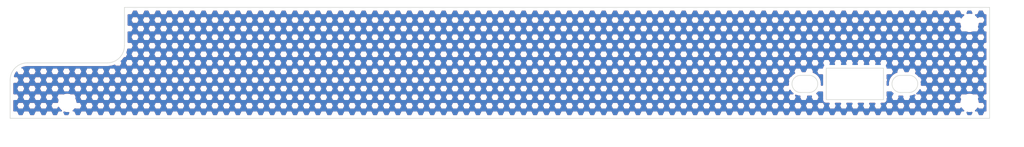
<source format=kicad_pcb>
(kicad_pcb (version 20171130) (host pcbnew "(5.1.10)-1")
  (layers (0 F.Cu signal) (31 B.Cu signal) (34 B.Paste user) (35 F.Paste user) (36 B.SilkS user) (37 F.SilkS user) (38 B.Mask user) (39 F.Mask user) (44 Edge.Cuts user))
  (net 0 "")
  (module kbd_Hole:m2_Screw_Hole (layer F.Cu) (at 306.75 23 180)
    (fp_text reference e hide)
    (fp_text value Val** hide)
    (pad "" np_thru_hole circle (at 0 0 180) (size 2.2 2.2) (drill 2.2) (layers *.Cu *.Mask))
  )
  (module kbd_Hole:m2_Screw_Hole (layer F.Cu) (at 306.75 37 180)
    (fp_text reference e hide)
    (fp_text value Val** hide)
    (pad "" np_thru_hole circle (at 0 0 180) (size 2.2 2.2) (drill 2.2) (layers *.Cu *.Mask))
  )
  (module kbd_Hole:m2_Screw_Hole (layer F.Cu) (at 148.875 37 180)
    (fp_text reference Ref** hide)
    (fp_text value Val** hide)
    (pad "" np_thru_hole circle (at 0 0 180) (size 2.2 2.2) (drill 2.2) (layers *.Cu *.Mask))
  )
  (gr_line (start 281.67125 30.93125) (end 281.67125 36.43125) (layer Edge.Cuts) (width 0.1))
  (gr_line (start 291.68125 30.93125) (end 291.68125 36.43125) (layer Edge.Cuts) (width 0.1))
  (gr_line (start 310.25 39.7) (end 310.25 20.3) (layer Edge.Cuts) (width 0.1))
  (gr_arc (start 278.68125 33.68125) (end 278.68125 35.18125) (angle -180) (layer Edge.Cuts) (width 0.1))
  (gr_line (start 310.25 39.7) (end 138.875 39.7) (layer Edge.Cuts) (width 0.1))
  (gr_line (start 291.68125 30.93125) (end 281.67125 30.93125) (layer Edge.Cuts) (width 0.1))
  (gr_line (start 158.875 20.3) (end 158.875 27) (layer Edge.Cuts) (width 0.1))
  (gr_arc (start 296.18125 33.68125) (end 296.18125 35.18125) (angle -180) (layer Edge.Cuts) (width 0.1))
  (gr_line (start 281.67125 36.43125) (end 291.68125 36.43125) (layer Edge.Cuts) (width 0.1))
  (gr_arc (start 155.875 27) (end 155.875 30) (angle -90) (layer Edge.Cuts) (width 0.1))
  (gr_line (start 294.671251 32.181251) (end 296.18125 32.18125) (layer Edge.Cuts) (width 0.1))
  (gr_arc (start 277.18125 33.68125) (end 277.18125 32.18125) (angle -180) (layer Edge.Cuts) (width 0.1))
  (gr_line (start 296.18125 35.18125) (end 294.681249 35.181282) (layer Edge.Cuts) (width 0.1))
  (gr_line (start 138.875 33) (end 138.875 39.7) (layer Edge.Cuts) (width 0.1))
  (gr_line (start 278.68125 32.18125) (end 277.18125 32.18125) (layer Edge.Cuts) (width 0.1))
  (gr_line (start 310.25 20.3) (end 158.875 20.3) (layer Edge.Cuts) (width 0.1))
  (gr_line (start 155.875 30) (end 141.875 30) (layer Edge.Cuts) (width 0.1))
  (gr_arc (start 141.875 33) (end 141.875 30) (angle -90) (layer Edge.Cuts) (width 0.1))
  (gr_line (start 278.68125 35.18125) (end 277.18125 35.18125) (layer Edge.Cuts) (width 0.1))
  (gr_arc (start 294.68125 33.68125) (end 294.671251 32.181251) (angle -179.6180338) (layer Edge.Cuts) (width 0.1))
  (zone (net 0) (net_name "") (layer F.Cu) (connect_pads (clearance 0.508)) (min_thickness 0.254) (fill yes (arc_segments 32) (thermal_gap 0.508) (thermal_bridge_width 0.508))
    (polygon (pts (xy 311.94375 40.48125) (xy 138.1125 40.48125) (xy 138.1125 19.05) (xy 311.94375 19.05)))
  )
  (zone (net 0) (net_name "") (layer B.Cu) (connect_pads (clearance 0.508)) (min_thickness 0.254) (fill yes (arc_segments 32) (thermal_gap 0.508) (thermal_bridge_width 0.508))
    (polygon (pts (xy 311.94375 40.48125) (xy 138.1125 40.48125) (xy 138.1125 19.05) (xy 311.94375 19.05)))
  )
  (zone (net 0) (net_name "") (layers F&B.Cu) (connect_pads (clearance 0.508)) (min_thickness 0.254)
    (keepout (tracks allowed) (vias allowed) (copperpour not_allowed))
    (fill (arc_segments 16) (thermal_gap 0.508) (thermal_bridge_width 0.508))
    (polygon (pts (xy 283.35 36.5) (xy 284.1 36.5) (xy 284.35 36) (xy 284.1 35.5) (xy 283.35 35.5) (xy 283.1 36)))
  )
  (zone (net 0) (net_name "") (layers F&B.Cu) (connect_pads (clearance 0.508)) (min_thickness 0.254)
    (keepout (tracks allowed) (vias allowed) (copperpour not_allowed))
    (fill (arc_segments 16) (thermal_gap 0.508) (thermal_bridge_width 0.508))
    (polygon (pts (xy 284.35 38) (xy 285.1 38) (xy 285.35 37.5) (xy 285.1 37) (xy 284.35 37) (xy 284.1 37.5)))
  )
  (zone (net 0) (net_name "") (layers F&B.Cu) (connect_pads (clearance 0.508)) (min_thickness 0.254)
    (keepout (tracks allowed) (vias allowed) (copperpour not_allowed))
    (fill (arc_segments 16) (thermal_gap 0.508) (thermal_bridge_width 0.508))
    (polygon (pts (xy 295.35 42.5) (xy 296.1 42.5) (xy 296.35 42) (xy 296.1 41.5) (xy 295.35 41.5) (xy 295.1 42)))
  )
  (zone (net 0) (net_name "") (layers F&B.Cu) (connect_pads (clearance 0.508)) (min_thickness 0.254)
    (keepout (tracks allowed) (vias allowed) (copperpour not_allowed))
    (fill (arc_segments 16) (thermal_gap 0.508) (thermal_bridge_width 0.508))
    (polygon (pts (xy 297.35 42.5) (xy 298.1 42.5) (xy 298.35 42) (xy 298.1 41.5) (xy 297.35 41.5) (xy 297.1 42)))
  )
  (zone (net 0) (net_name "") (layers F&B.Cu) (connect_pads (clearance 0.508)) (min_thickness 0.254)
    (keepout (tracks allowed) (vias allowed) (copperpour not_allowed))
    (fill (arc_segments 16) (thermal_gap 0.508) (thermal_bridge_width 0.508))
    (polygon (pts (xy 305.35 36.5) (xy 306.1 36.5) (xy 306.35 36) (xy 306.1 35.5) (xy 305.35 35.5) (xy 305.1 36)))
  )
  (zone (net 0) (net_name "") (layers F&B.Cu) (connect_pads (clearance 0.508)) (min_thickness 0.254)
    (keepout (tracks allowed) (vias allowed) (copperpour not_allowed))
    (fill (arc_segments 16) (thermal_gap 0.508) (thermal_bridge_width 0.508))
    (polygon (pts (xy 305.35 39.5) (xy 306.1 39.5) (xy 306.35 39) (xy 306.1 38.5) (xy 305.35 38.5) (xy 305.1 39)))
  )
  (zone (net 0) (net_name "") (layers F&B.Cu) (connect_pads (clearance 0.508)) (min_thickness 0.254)
    (keepout (tracks allowed) (vias allowed) (copperpour not_allowed))
    (fill (arc_segments 16) (thermal_gap 0.508) (thermal_bridge_width 0.508))
    (polygon (pts (xy 310.35 38) (xy 311.1 38) (xy 311.35 37.5) (xy 311.1 37) (xy 310.35 37) (xy 310.1 37.5)))
  )
  (zone (net 0) (net_name "") (layers F&B.Cu) (connect_pads (clearance 0.508)) (min_thickness 0.254)
    (keepout (tracks allowed) (vias allowed) (copperpour not_allowed))
    (fill (arc_segments 16) (thermal_gap 0.508) (thermal_bridge_width 0.508))
    (polygon (pts (xy 304.35 41) (xy 305.1 41) (xy 305.35 40.5) (xy 305.1 40) (xy 304.35 40) (xy 304.1 40.5)))
  )
  (zone (net 0) (net_name "") (layers F&B.Cu) (connect_pads (clearance 0.508)) (min_thickness 0.254)
    (keepout (tracks allowed) (vias allowed) (copperpour not_allowed))
    (fill (arc_segments 16) (thermal_gap 0.508) (thermal_bridge_width 0.508))
    (polygon (pts (xy 309.35 36.5) (xy 310.1 36.5) (xy 310.35 36) (xy 310.1 35.5) (xy 309.35 35.5) (xy 309.1 36)))
  )
  (zone (net 0) (net_name "") (layers F&B.Cu) (connect_pads (clearance 0.508)) (min_thickness 0.254)
    (keepout (tracks allowed) (vias allowed) (copperpour not_allowed))
    (fill (arc_segments 16) (thermal_gap 0.508) (thermal_bridge_width 0.508))
    (polygon (pts (xy 299.35 42.5) (xy 300.1 42.5) (xy 300.35 42) (xy 300.1 41.5) (xy 299.35 41.5) (xy 299.1 42)))
  )
  (zone (net 0) (net_name "") (layers F&B.Cu) (connect_pads (clearance 0.508)) (min_thickness 0.254)
    (keepout (tracks allowed) (vias allowed) (copperpour not_allowed))
    (fill (arc_segments 16) (thermal_gap 0.508) (thermal_bridge_width 0.508))
    (polygon (pts (xy 307.35 39.5) (xy 308.1 39.5) (xy 308.35 39) (xy 308.1 38.5) (xy 307.35 38.5) (xy 307.1 39)))
  )
  (zone (net 0) (net_name "") (layers F&B.Cu) (connect_pads (clearance 0.508)) (min_thickness 0.254)
    (keepout (tracks allowed) (vias allowed) (copperpour not_allowed))
    (fill (arc_segments 16) (thermal_gap 0.508) (thermal_bridge_width 0.508))
    (polygon (pts (xy 304.35 38) (xy 305.1 38) (xy 305.35 37.5) (xy 305.1 37) (xy 304.35 37) (xy 304.1 37.5)))
  )
  (zone (net 0) (net_name "") (layers F&B.Cu) (connect_pads (clearance 0.508)) (min_thickness 0.254)
    (keepout (tracks allowed) (vias allowed) (copperpour not_allowed))
    (fill (arc_segments 16) (thermal_gap 0.508) (thermal_bridge_width 0.508))
    (polygon (pts (xy 308.35 41) (xy 309.1 41) (xy 309.35 40.5) (xy 309.1 40) (xy 308.35 40) (xy 308.1 40.5)))
  )
  (zone (net 0) (net_name "") (layers F&B.Cu) (connect_pads (clearance 0.508)) (min_thickness 0.254)
    (keepout (tracks allowed) (vias allowed) (copperpour not_allowed))
    (fill (arc_segments 16) (thermal_gap 0.508) (thermal_bridge_width 0.508))
    (polygon (pts (xy 309.35 42.5) (xy 310.1 42.5) (xy 310.35 42) (xy 310.1 41.5) (xy 309.35 41.5) (xy 309.1 42)))
  )
  (zone (net 0) (net_name "") (layers F&B.Cu) (connect_pads (clearance 0.508)) (min_thickness 0.254)
    (keepout (tracks allowed) (vias allowed) (copperpour not_allowed))
    (fill (arc_segments 16) (thermal_gap 0.508) (thermal_bridge_width 0.508))
    (polygon (pts (xy 307.35 36.5) (xy 308.1 36.5) (xy 308.35 36) (xy 308.1 35.5) (xy 307.35 35.5) (xy 307.1 36)))
  )
  (zone (net 0) (net_name "") (layers F&B.Cu) (connect_pads (clearance 0.508)) (min_thickness 0.254)
    (keepout (tracks allowed) (vias allowed) (copperpour not_allowed))
    (fill (arc_segments 16) (thermal_gap 0.508) (thermal_bridge_width 0.508))
    (polygon (pts (xy 292.35 41) (xy 293.1 41) (xy 293.35 40.5) (xy 293.1 40) (xy 292.35 40) (xy 292.1 40.5)))
  )
  (zone (net 0) (net_name "") (layers F&B.Cu) (connect_pads (clearance 0.508)) (min_thickness 0.254)
    (keepout (tracks allowed) (vias allowed) (copperpour not_allowed))
    (fill (arc_segments 16) (thermal_gap 0.508) (thermal_bridge_width 0.508))
    (polygon (pts (xy 308.35 38) (xy 309.1 38) (xy 309.35 37.5) (xy 309.1 37) (xy 308.35 37) (xy 308.1 37.5)))
  )
  (zone (net 0) (net_name "") (layers F&B.Cu) (connect_pads (clearance 0.508)) (min_thickness 0.254)
    (keepout (tracks allowed) (vias allowed) (copperpour not_allowed))
    (fill (arc_segments 16) (thermal_gap 0.508) (thermal_bridge_width 0.508))
    (polygon (pts (xy 311.35 42.5) (xy 312.1 42.5) (xy 312.35 42) (xy 312.1 41.5) (xy 311.35 41.5) (xy 311.1 42)))
  )
  (zone (net 0) (net_name "") (layers F&B.Cu) (connect_pads (clearance 0.508)) (min_thickness 0.254)
    (keepout (tracks allowed) (vias allowed) (copperpour not_allowed))
    (fill (arc_segments 16) (thermal_gap 0.508) (thermal_bridge_width 0.508))
    (polygon (pts (xy 302.35 41) (xy 303.1 41) (xy 303.35 40.5) (xy 303.1 40) (xy 302.35 40) (xy 302.1 40.5)))
  )
  (zone (net 0) (net_name "") (layers F&B.Cu) (connect_pads (clearance 0.508)) (min_thickness 0.254)
    (keepout (tracks allowed) (vias allowed) (copperpour not_allowed))
    (fill (arc_segments 16) (thermal_gap 0.508) (thermal_bridge_width 0.508))
    (polygon (pts (xy 301.35 39.5) (xy 302.1 39.5) (xy 302.35 39) (xy 302.1 38.5) (xy 301.35 38.5) (xy 301.1 39)))
  )
  (zone (net 0) (net_name "") (layers F&B.Cu) (connect_pads (clearance 0.508)) (min_thickness 0.254)
    (keepout (tracks allowed) (vias allowed) (copperpour not_allowed))
    (fill (arc_segments 16) (thermal_gap 0.508) (thermal_bridge_width 0.508))
    (polygon (pts (xy 288.35 38) (xy 289.1 38) (xy 289.35 37.5) (xy 289.1 37) (xy 288.35 37) (xy 288.1 37.5)))
  )
  (zone (net 0) (net_name "") (layers F&B.Cu) (connect_pads (clearance 0.508)) (min_thickness 0.254)
    (keepout (tracks allowed) (vias allowed) (copperpour not_allowed))
    (fill (arc_segments 16) (thermal_gap 0.508) (thermal_bridge_width 0.508))
    (polygon (pts (xy 306.35 38) (xy 307.1 38) (xy 307.35 37.5) (xy 307.1 37) (xy 306.35 37) (xy 306.1 37.5)))
  )
  (zone (net 0) (net_name "") (layers F&B.Cu) (connect_pads (clearance 0.508)) (min_thickness 0.254)
    (keepout (tracks allowed) (vias allowed) (copperpour not_allowed))
    (fill (arc_segments 16) (thermal_gap 0.508) (thermal_bridge_width 0.508))
    (polygon (pts (xy 306.35 41) (xy 307.1 41) (xy 307.35 40.5) (xy 307.1 40) (xy 306.35 40) (xy 306.1 40.5)))
  )
  (zone (net 0) (net_name "") (layers F&B.Cu) (connect_pads (clearance 0.508)) (min_thickness 0.254)
    (keepout (tracks allowed) (vias allowed) (copperpour not_allowed))
    (fill (arc_segments 16) (thermal_gap 0.508) (thermal_bridge_width 0.508))
    (polygon (pts (xy 312.35 41) (xy 313.1 41) (xy 313.35 40.5) (xy 313.1 40) (xy 312.35 40) (xy 312.1 40.5)))
  )
  (zone (net 0) (net_name "") (layers F&B.Cu) (connect_pads (clearance 0.508)) (min_thickness 0.254)
    (keepout (tracks allowed) (vias allowed) (copperpour not_allowed))
    (fill (arc_segments 16) (thermal_gap 0.508) (thermal_bridge_width 0.508))
    (polygon (pts (xy 303.35 39.5) (xy 304.1 39.5) (xy 304.35 39) (xy 304.1 38.5) (xy 303.35 38.5) (xy 303.1 39)))
  )
  (zone (net 0) (net_name "") (layers F&B.Cu) (connect_pads (clearance 0.508)) (min_thickness 0.254)
    (keepout (tracks allowed) (vias allowed) (copperpour not_allowed))
    (fill (arc_segments 16) (thermal_gap 0.508) (thermal_bridge_width 0.508))
    (polygon (pts (xy 293.35 36.5) (xy 294.1 36.5) (xy 294.35 36) (xy 294.1 35.5) (xy 293.35 35.5) (xy 293.1 36)))
  )
  (zone (net 0) (net_name "") (layers F&B.Cu) (connect_pads (clearance 0.508)) (min_thickness 0.254)
    (keepout (tracks allowed) (vias allowed) (copperpour not_allowed))
    (fill (arc_segments 16) (thermal_gap 0.508) (thermal_bridge_width 0.508))
    (polygon (pts (xy 293.35 39.5) (xy 294.1 39.5) (xy 294.35 39) (xy 294.1 38.5) (xy 293.35 38.5) (xy 293.1 39)))
  )
  (zone (net 0) (net_name "") (layers F&B.Cu) (connect_pads (clearance 0.508)) (min_thickness 0.254)
    (keepout (tracks allowed) (vias allowed) (copperpour not_allowed))
    (fill (arc_segments 16) (thermal_gap 0.508) (thermal_bridge_width 0.508))
    (polygon (pts (xy 286.35 41) (xy 287.1 41) (xy 287.35 40.5) (xy 287.1 40) (xy 286.35 40) (xy 286.1 40.5)))
  )
  (zone (net 0) (net_name "") (layers F&B.Cu) (connect_pads (clearance 0.508)) (min_thickness 0.254)
    (keepout (tracks allowed) (vias allowed) (copperpour not_allowed))
    (fill (arc_segments 16) (thermal_gap 0.508) (thermal_bridge_width 0.508))
    (polygon (pts (xy 288.35 41) (xy 289.1 41) (xy 289.35 40.5) (xy 289.1 40) (xy 288.35 40) (xy 288.1 40.5)))
  )
  (zone (net 0) (net_name "") (layers F&B.Cu) (connect_pads (clearance 0.508)) (min_thickness 0.254)
    (keepout (tracks allowed) (vias allowed) (copperpour not_allowed))
    (fill (arc_segments 16) (thermal_gap 0.508) (thermal_bridge_width 0.508))
    (polygon (pts (xy 289.35 39.5) (xy 290.1 39.5) (xy 290.35 39) (xy 290.1 38.5) (xy 289.35 38.5) (xy 289.1 39)))
  )
  (zone (net 0) (net_name "") (layers F&B.Cu) (connect_pads (clearance 0.508)) (min_thickness 0.254)
    (keepout (tracks allowed) (vias allowed) (copperpour not_allowed))
    (fill (arc_segments 16) (thermal_gap 0.508) (thermal_bridge_width 0.508))
    (polygon (pts (xy 295.35 36.5) (xy 296.1 36.5) (xy 296.35 36) (xy 296.1 35.5) (xy 295.35 35.5) (xy 295.1 36)))
  )
  (zone (net 0) (net_name "") (layers F&B.Cu) (connect_pads (clearance 0.508)) (min_thickness 0.254)
    (keepout (tracks allowed) (vias allowed) (copperpour not_allowed))
    (fill (arc_segments 16) (thermal_gap 0.508) (thermal_bridge_width 0.508))
    (polygon (pts (xy 283.35 39.5) (xy 284.1 39.5) (xy 284.35 39) (xy 284.1 38.5) (xy 283.35 38.5) (xy 283.1 39)))
  )
  (zone (net 0) (net_name "") (layers F&B.Cu) (connect_pads (clearance 0.508)) (min_thickness 0.254)
    (keepout (tracks allowed) (vias allowed) (copperpour not_allowed))
    (fill (arc_segments 16) (thermal_gap 0.508) (thermal_bridge_width 0.508))
    (polygon (pts (xy 283.35 42.5) (xy 284.1 42.5) (xy 284.35 42) (xy 284.1 41.5) (xy 283.35 41.5) (xy 283.1 42)))
  )
  (zone (net 0) (net_name "") (layers F&B.Cu) (connect_pads (clearance 0.508)) (min_thickness 0.254)
    (keepout (tracks allowed) (vias allowed) (copperpour not_allowed))
    (fill (arc_segments 16) (thermal_gap 0.508) (thermal_bridge_width 0.508))
    (polygon (pts (xy 286.35 38) (xy 287.1 38) (xy 287.35 37.5) (xy 287.1 37) (xy 286.35 37) (xy 286.1 37.5)))
  )
  (zone (net 0) (net_name "") (layers F&B.Cu) (connect_pads (clearance 0.508)) (min_thickness 0.254)
    (keepout (tracks allowed) (vias allowed) (copperpour not_allowed))
    (fill (arc_segments 16) (thermal_gap 0.508) (thermal_bridge_width 0.508))
    (polygon (pts (xy 285.35 39.5) (xy 286.1 39.5) (xy 286.35 39) (xy 286.1 38.5) (xy 285.35 38.5) (xy 285.1 39)))
  )
  (zone (net 0) (net_name "") (layers F&B.Cu) (connect_pads (clearance 0.508)) (min_thickness 0.254)
    (keepout (tracks allowed) (vias allowed) (copperpour not_allowed))
    (fill (arc_segments 16) (thermal_gap 0.508) (thermal_bridge_width 0.508))
    (polygon (pts (xy 285.35 36.5) (xy 286.1 36.5) (xy 286.35 36) (xy 286.1 35.5) (xy 285.35 35.5) (xy 285.1 36)))
  )
  (zone (net 0) (net_name "") (layers F&B.Cu) (connect_pads (clearance 0.508)) (min_thickness 0.254)
    (keepout (tracks allowed) (vias allowed) (copperpour not_allowed))
    (fill (arc_segments 16) (thermal_gap 0.508) (thermal_bridge_width 0.508))
    (polygon (pts (xy 289.35 42.5) (xy 290.1 42.5) (xy 290.35 42) (xy 290.1 41.5) (xy 289.35 41.5) (xy 289.1 42)))
  )
  (zone (net 0) (net_name "") (layers F&B.Cu) (connect_pads (clearance 0.508)) (min_thickness 0.254)
    (keepout (tracks allowed) (vias allowed) (copperpour not_allowed))
    (fill (arc_segments 16) (thermal_gap 0.508) (thermal_bridge_width 0.508))
    (polygon (pts (xy 294.35 38) (xy 295.1 38) (xy 295.35 37.5) (xy 295.1 37) (xy 294.35 37) (xy 294.1 37.5)))
  )
  (zone (net 0) (net_name "") (layers F&B.Cu) (connect_pads (clearance 0.508)) (min_thickness 0.254)
    (keepout (tracks allowed) (vias allowed) (copperpour not_allowed))
    (fill (arc_segments 16) (thermal_gap 0.508) (thermal_bridge_width 0.508))
    (polygon (pts (xy 289.35 36.5) (xy 290.1 36.5) (xy 290.35 36) (xy 290.1 35.5) (xy 289.35 35.5) (xy 289.1 36)))
  )
  (zone (net 0) (net_name "") (layers F&B.Cu) (connect_pads (clearance 0.508)) (min_thickness 0.254)
    (keepout (tracks allowed) (vias allowed) (copperpour not_allowed))
    (fill (arc_segments 16) (thermal_gap 0.508) (thermal_bridge_width 0.508))
    (polygon (pts (xy 287.35 39.5) (xy 288.1 39.5) (xy 288.35 39) (xy 288.1 38.5) (xy 287.35 38.5) (xy 287.1 39)))
  )
  (zone (net 0) (net_name "") (layers F&B.Cu) (connect_pads (clearance 0.508)) (min_thickness 0.254)
    (keepout (tracks allowed) (vias allowed) (copperpour not_allowed))
    (fill (arc_segments 16) (thermal_gap 0.508) (thermal_bridge_width 0.508))
    (polygon (pts (xy 290.35 41) (xy 291.1 41) (xy 291.35 40.5) (xy 291.1 40) (xy 290.35 40) (xy 290.1 40.5)))
  )
  (zone (net 0) (net_name "") (layers F&B.Cu) (connect_pads (clearance 0.508)) (min_thickness 0.254)
    (keepout (tracks allowed) (vias allowed) (copperpour not_allowed))
    (fill (arc_segments 16) (thermal_gap 0.508) (thermal_bridge_width 0.508))
    (polygon (pts (xy 295.35 39.5) (xy 296.1 39.5) (xy 296.35 39) (xy 296.1 38.5) (xy 295.35 38.5) (xy 295.1 39)))
  )
  (zone (net 0) (net_name "") (layers F&B.Cu) (connect_pads (clearance 0.508)) (min_thickness 0.254)
    (keepout (tracks allowed) (vias allowed) (copperpour not_allowed))
    (fill (arc_segments 16) (thermal_gap 0.508) (thermal_bridge_width 0.508))
    (polygon (pts (xy 294.35 41) (xy 295.1 41) (xy 295.35 40.5) (xy 295.1 40) (xy 294.35 40) (xy 294.1 40.5)))
  )
  (zone (net 0) (net_name "") (layers F&B.Cu) (connect_pads (clearance 0.508)) (min_thickness 0.254)
    (keepout (tracks allowed) (vias allowed) (copperpour not_allowed))
    (fill (arc_segments 16) (thermal_gap 0.508) (thermal_bridge_width 0.508))
    (polygon (pts (xy 291.35 42.5) (xy 292.1 42.5) (xy 292.35 42) (xy 292.1 41.5) (xy 291.35 41.5) (xy 291.1 42)))
  )
  (zone (net 0) (net_name "") (layers F&B.Cu) (connect_pads (clearance 0.508)) (min_thickness 0.254)
    (keepout (tracks allowed) (vias allowed) (copperpour not_allowed))
    (fill (arc_segments 16) (thermal_gap 0.508) (thermal_bridge_width 0.508))
    (polygon (pts (xy 284.35 41) (xy 285.1 41) (xy 285.35 40.5) (xy 285.1 40) (xy 284.35 40) (xy 284.1 40.5)))
  )
  (zone (net 0) (net_name "") (layers F&B.Cu) (connect_pads (clearance 0.508)) (min_thickness 0.254)
    (keepout (tracks allowed) (vias allowed) (copperpour not_allowed))
    (fill (arc_segments 16) (thermal_gap 0.508) (thermal_bridge_width 0.508))
    (polygon (pts (xy 287.35 36.5) (xy 288.1 36.5) (xy 288.35 36) (xy 288.1 35.5) (xy 287.35 35.5) (xy 287.1 36)))
  )
  (zone (net 0) (net_name "") (layers F&B.Cu) (connect_pads (clearance 0.508)) (min_thickness 0.254)
    (keepout (tracks allowed) (vias allowed) (copperpour not_allowed))
    (fill (arc_segments 16) (thermal_gap 0.508) (thermal_bridge_width 0.508))
    (polygon (pts (xy 290.35 38) (xy 291.1 38) (xy 291.35 37.5) (xy 291.1 37) (xy 290.35 37) (xy 290.1 37.5)))
  )
  (zone (net 0) (net_name "") (layers F&B.Cu) (connect_pads (clearance 0.508)) (min_thickness 0.254)
    (keepout (tracks allowed) (vias allowed) (copperpour not_allowed))
    (fill (arc_segments 16) (thermal_gap 0.508) (thermal_bridge_width 0.508))
    (polygon (pts (xy 293.35 42.5) (xy 294.1 42.5) (xy 294.35 42) (xy 294.1 41.5) (xy 293.35 41.5) (xy 293.1 42)))
  )
  (zone (net 0) (net_name "") (layers F&B.Cu) (connect_pads (clearance 0.508)) (min_thickness 0.254)
    (keepout (tracks allowed) (vias allowed) (copperpour not_allowed))
    (fill (arc_segments 16) (thermal_gap 0.508) (thermal_bridge_width 0.508))
    (polygon (pts (xy 291.35 39.5) (xy 292.1 39.5) (xy 292.35 39) (xy 292.1 38.5) (xy 291.35 38.5) (xy 291.1 39)))
  )
  (zone (net 0) (net_name "") (layers F&B.Cu) (connect_pads (clearance 0.508)) (min_thickness 0.254)
    (keepout (tracks allowed) (vias allowed) (copperpour not_allowed))
    (fill (arc_segments 16) (thermal_gap 0.508) (thermal_bridge_width 0.508))
    (polygon (pts (xy 292.35 38) (xy 293.1 38) (xy 293.35 37.5) (xy 293.1 37) (xy 292.35 37) (xy 292.1 37.5)))
  )
  (zone (net 0) (net_name "") (layers F&B.Cu) (connect_pads (clearance 0.508)) (min_thickness 0.254)
    (keepout (tracks allowed) (vias allowed) (copperpour not_allowed))
    (fill (arc_segments 16) (thermal_gap 0.508) (thermal_bridge_width 0.508))
    (polygon (pts (xy 297.35 36.5) (xy 298.1 36.5) (xy 298.35 36) (xy 298.1 35.5) (xy 297.35 35.5) (xy 297.1 36)))
  )
  (zone (net 0) (net_name "") (layers F&B.Cu) (connect_pads (clearance 0.508)) (min_thickness 0.254)
    (keepout (tracks allowed) (vias allowed) (copperpour not_allowed))
    (fill (arc_segments 16) (thermal_gap 0.508) (thermal_bridge_width 0.508))
    (polygon (pts (xy 296.35 38) (xy 297.1 38) (xy 297.35 37.5) (xy 297.1 37) (xy 296.35 37) (xy 296.1 37.5)))
  )
  (zone (net 0) (net_name "") (layers F&B.Cu) (connect_pads (clearance 0.508)) (min_thickness 0.254)
    (keepout (tracks allowed) (vias allowed) (copperpour not_allowed))
    (fill (arc_segments 16) (thermal_gap 0.508) (thermal_bridge_width 0.508))
    (polygon (pts (xy 285.35 42.5) (xy 286.1 42.5) (xy 286.35 42) (xy 286.1 41.5) (xy 285.35 41.5) (xy 285.1 42)))
  )
  (zone (net 0) (net_name "") (layers F&B.Cu) (connect_pads (clearance 0.508)) (min_thickness 0.254)
    (keepout (tracks allowed) (vias allowed) (copperpour not_allowed))
    (fill (arc_segments 16) (thermal_gap 0.508) (thermal_bridge_width 0.508))
    (polygon (pts (xy 312.35 38) (xy 313.1 38) (xy 313.35 37.5) (xy 313.1 37) (xy 312.35 37) (xy 312.1 37.5)))
  )
  (zone (net 0) (net_name "") (layers F&B.Cu) (connect_pads (clearance 0.508)) (min_thickness 0.254)
    (keepout (tracks allowed) (vias allowed) (copperpour not_allowed))
    (fill (arc_segments 16) (thermal_gap 0.508) (thermal_bridge_width 0.508))
    (polygon (pts (xy 299.35 36.5) (xy 300.1 36.5) (xy 300.35 36) (xy 300.1 35.5) (xy 299.35 35.5) (xy 299.1 36)))
  )
  (zone (net 0) (net_name "") (layers F&B.Cu) (connect_pads (clearance 0.508)) (min_thickness 0.254)
    (keepout (tracks allowed) (vias allowed) (copperpour not_allowed))
    (fill (arc_segments 16) (thermal_gap 0.508) (thermal_bridge_width 0.508))
    (polygon (pts (xy 298.35 38) (xy 299.1 38) (xy 299.35 37.5) (xy 299.1 37) (xy 298.35 37) (xy 298.1 37.5)))
  )
  (zone (net 0) (net_name "") (layers F&B.Cu) (connect_pads (clearance 0.508)) (min_thickness 0.254)
    (keepout (tracks allowed) (vias allowed) (copperpour not_allowed))
    (fill (arc_segments 16) (thermal_gap 0.508) (thermal_bridge_width 0.508))
    (polygon (pts (xy 287.35 42.5) (xy 288.1 42.5) (xy 288.35 42) (xy 288.1 41.5) (xy 287.35 41.5) (xy 287.1 42)))
  )
  (zone (net 0) (net_name "") (layers F&B.Cu) (connect_pads (clearance 0.508)) (min_thickness 0.254)
    (keepout (tracks allowed) (vias allowed) (copperpour not_allowed))
    (fill (arc_segments 16) (thermal_gap 0.508) (thermal_bridge_width 0.508))
    (polygon (pts (xy 291.35 36.5) (xy 292.1 36.5) (xy 292.35 36) (xy 292.1 35.5) (xy 291.35 35.5) (xy 291.1 36)))
  )
  (zone (net 0) (net_name "") (layers F&B.Cu) (connect_pads (clearance 0.508)) (min_thickness 0.254)
    (keepout (tracks allowed) (vias allowed) (copperpour not_allowed))
    (fill (arc_segments 16) (thermal_gap 0.508) (thermal_bridge_width 0.508))
    (polygon (pts (xy 300.35 38) (xy 301.1 38) (xy 301.35 37.5) (xy 301.1 37) (xy 300.35 37) (xy 300.1 37.5)))
  )
  (zone (net 0) (net_name "") (layers F&B.Cu) (connect_pads (clearance 0.508)) (min_thickness 0.254)
    (keepout (tracks allowed) (vias allowed) (copperpour not_allowed))
    (fill (arc_segments 16) (thermal_gap 0.508) (thermal_bridge_width 0.508))
    (polygon (pts (xy 296.35 41) (xy 297.1 41) (xy 297.35 40.5) (xy 297.1 40) (xy 296.35 40) (xy 296.1 40.5)))
  )
  (zone (net 0) (net_name "") (layers F&B.Cu) (connect_pads (clearance 0.508)) (min_thickness 0.254)
    (keepout (tracks allowed) (vias allowed) (copperpour not_allowed))
    (fill (arc_segments 16) (thermal_gap 0.508) (thermal_bridge_width 0.508))
    (polygon (pts (xy 301.35 42.5) (xy 302.1 42.5) (xy 302.35 42) (xy 302.1 41.5) (xy 301.35 41.5) (xy 301.1 42)))
  )
  (zone (net 0) (net_name "") (layers F&B.Cu) (connect_pads (clearance 0.508)) (min_thickness 0.254)
    (keepout (tracks allowed) (vias allowed) (copperpour not_allowed))
    (fill (arc_segments 16) (thermal_gap 0.508) (thermal_bridge_width 0.508))
    (polygon (pts (xy 303.35 36.5) (xy 304.1 36.5) (xy 304.35 36) (xy 304.1 35.5) (xy 303.35 35.5) (xy 303.1 36)))
  )
  (zone (net 0) (net_name "") (layers F&B.Cu) (connect_pads (clearance 0.508)) (min_thickness 0.254)
    (keepout (tracks allowed) (vias allowed) (copperpour not_allowed))
    (fill (arc_segments 16) (thermal_gap 0.508) (thermal_bridge_width 0.508))
    (polygon (pts (xy 307.35 42.5) (xy 308.1 42.5) (xy 308.35 42) (xy 308.1 41.5) (xy 307.35 41.5) (xy 307.1 42)))
  )
  (zone (net 0) (net_name "") (layers F&B.Cu) (connect_pads (clearance 0.508)) (min_thickness 0.254)
    (keepout (tracks allowed) (vias allowed) (copperpour not_allowed))
    (fill (arc_segments 16) (thermal_gap 0.508) (thermal_bridge_width 0.508))
    (polygon (pts (xy 311.35 36.5) (xy 312.1 36.5) (xy 312.35 36) (xy 312.1 35.5) (xy 311.35 35.5) (xy 311.1 36)))
  )
  (zone (net 0) (net_name "") (layers F&B.Cu) (connect_pads (clearance 0.508)) (min_thickness 0.254)
    (keepout (tracks allowed) (vias allowed) (copperpour not_allowed))
    (fill (arc_segments 16) (thermal_gap 0.508) (thermal_bridge_width 0.508))
    (polygon (pts (xy 301.35 36.5) (xy 302.1 36.5) (xy 302.35 36) (xy 302.1 35.5) (xy 301.35 35.5) (xy 301.1 36)))
  )
  (zone (net 0) (net_name "") (layers F&B.Cu) (connect_pads (clearance 0.508)) (min_thickness 0.254)
    (keepout (tracks allowed) (vias allowed) (copperpour not_allowed))
    (fill (arc_segments 16) (thermal_gap 0.508) (thermal_bridge_width 0.508))
    (polygon (pts (xy 303.35 42.5) (xy 304.1 42.5) (xy 304.35 42) (xy 304.1 41.5) (xy 303.35 41.5) (xy 303.1 42)))
  )
  (zone (net 0) (net_name "") (layers F&B.Cu) (connect_pads (clearance 0.508)) (min_thickness 0.254)
    (keepout (tracks allowed) (vias allowed) (copperpour not_allowed))
    (fill (arc_segments 16) (thermal_gap 0.508) (thermal_bridge_width 0.508))
    (polygon (pts (xy 300.35 41) (xy 301.1 41) (xy 301.35 40.5) (xy 301.1 40) (xy 300.35 40) (xy 300.1 40.5)))
  )
  (zone (net 0) (net_name "") (layers F&B.Cu) (connect_pads (clearance 0.508)) (min_thickness 0.254)
    (keepout (tracks allowed) (vias allowed) (copperpour not_allowed))
    (fill (arc_segments 16) (thermal_gap 0.508) (thermal_bridge_width 0.508))
    (polygon (pts (xy 310.35 41) (xy 311.1 41) (xy 311.35 40.5) (xy 311.1 40) (xy 310.35 40) (xy 310.1 40.5)))
  )
  (zone (net 0) (net_name "") (layers F&B.Cu) (connect_pads (clearance 0.508)) (min_thickness 0.254)
    (keepout (tracks allowed) (vias allowed) (copperpour not_allowed))
    (fill (arc_segments 16) (thermal_gap 0.508) (thermal_bridge_width 0.508))
    (polygon (pts (xy 309.35 39.5) (xy 310.1 39.5) (xy 310.35 39) (xy 310.1 38.5) (xy 309.35 38.5) (xy 309.1 39)))
  )
  (zone (net 0) (net_name "") (layers F&B.Cu) (connect_pads (clearance 0.508)) (min_thickness 0.254)
    (keepout (tracks allowed) (vias allowed) (copperpour not_allowed))
    (fill (arc_segments 16) (thermal_gap 0.508) (thermal_bridge_width 0.508))
    (polygon (pts (xy 299.35 39.5) (xy 300.1 39.5) (xy 300.35 39) (xy 300.1 38.5) (xy 299.35 38.5) (xy 299.1 39)))
  )
  (zone (net 0) (net_name "") (layers F&B.Cu) (connect_pads (clearance 0.508)) (min_thickness 0.254)
    (keepout (tracks allowed) (vias allowed) (copperpour not_allowed))
    (fill (arc_segments 16) (thermal_gap 0.508) (thermal_bridge_width 0.508))
    (polygon (pts (xy 311.35 39.5) (xy 312.1 39.5) (xy 312.35 39) (xy 312.1 38.5) (xy 311.35 38.5) (xy 311.1 39)))
  )
  (zone (net 0) (net_name "") (layers F&B.Cu) (connect_pads (clearance 0.508)) (min_thickness 0.254)
    (keepout (tracks allowed) (vias allowed) (copperpour not_allowed))
    (fill (arc_segments 16) (thermal_gap 0.508) (thermal_bridge_width 0.508))
    (polygon (pts (xy 297.35 39.5) (xy 298.1 39.5) (xy 298.35 39) (xy 298.1 38.5) (xy 297.35 38.5) (xy 297.1 39)))
  )
  (zone (net 0) (net_name "") (layers F&B.Cu) (connect_pads (clearance 0.508)) (min_thickness 0.254)
    (keepout (tracks allowed) (vias allowed) (copperpour not_allowed))
    (fill (arc_segments 16) (thermal_gap 0.508) (thermal_bridge_width 0.508))
    (polygon (pts (xy 298.35 41) (xy 299.1 41) (xy 299.35 40.5) (xy 299.1 40) (xy 298.35 40) (xy 298.1 40.5)))
  )
  (zone (net 0) (net_name "") (layers F&B.Cu) (connect_pads (clearance 0.508)) (min_thickness 0.254)
    (keepout (tracks allowed) (vias allowed) (copperpour not_allowed))
    (fill (arc_segments 16) (thermal_gap 0.508) (thermal_bridge_width 0.508))
    (polygon (pts (xy 305.35 42.5) (xy 306.1 42.5) (xy 306.35 42) (xy 306.1 41.5) (xy 305.35 41.5) (xy 305.1 42)))
  )
  (zone (net 0) (net_name "") (layers F&B.Cu) (connect_pads (clearance 0.508)) (min_thickness 0.254)
    (keepout (tracks allowed) (vias allowed) (copperpour not_allowed))
    (fill (arc_segments 16) (thermal_gap 0.508) (thermal_bridge_width 0.508))
    (polygon (pts (xy 302.35 38) (xy 303.1 38) (xy 303.35 37.5) (xy 303.1 37) (xy 302.35 37) (xy 302.1 37.5)))
  )
  (zone (net 0) (net_name "") (layers F&B.Cu) (connect_pads (clearance 0.508)) (min_thickness 0.254)
    (keepout (tracks allowed) (vias allowed) (copperpour not_allowed))
    (fill (arc_segments 16) (thermal_gap 0.508) (thermal_bridge_width 0.508))
    (polygon (pts (xy 312.35 32) (xy 313.1 32) (xy 313.35 31.5) (xy 313.1 31) (xy 312.35 31) (xy 312.1 31.5)))
  )
  (zone (net 0) (net_name "") (layers F&B.Cu) (connect_pads (clearance 0.508)) (min_thickness 0.254)
    (keepout (tracks allowed) (vias allowed) (copperpour not_allowed))
    (fill (arc_segments 16) (thermal_gap 0.508) (thermal_bridge_width 0.508))
    (polygon (pts (xy 283.35 24.5) (xy 284.1 24.5) (xy 284.35 24) (xy 284.1 23.5) (xy 283.35 23.5) (xy 283.1 24)))
  )
  (zone (net 0) (net_name "") (layers F&B.Cu) (connect_pads (clearance 0.508)) (min_thickness 0.254)
    (keepout (tracks allowed) (vias allowed) (copperpour not_allowed))
    (fill (arc_segments 16) (thermal_gap 0.508) (thermal_bridge_width 0.508))
    (polygon (pts (xy 301.35 27.5) (xy 302.1 27.5) (xy 302.35 27) (xy 302.1 26.5) (xy 301.35 26.5) (xy 301.1 27)))
  )
  (zone (net 0) (net_name "") (layers F&B.Cu) (connect_pads (clearance 0.508)) (min_thickness 0.254)
    (keepout (tracks allowed) (vias allowed) (copperpour not_allowed))
    (fill (arc_segments 16) (thermal_gap 0.508) (thermal_bridge_width 0.508))
    (polygon (pts (xy 292.35 29) (xy 293.1 29) (xy 293.35 28.5) (xy 293.1 28) (xy 292.35 28) (xy 292.1 28.5)))
  )
  (zone (net 0) (net_name "") (layers F&B.Cu) (connect_pads (clearance 0.508)) (min_thickness 0.254)
    (keepout (tracks allowed) (vias allowed) (copperpour not_allowed))
    (fill (arc_segments 16) (thermal_gap 0.508) (thermal_bridge_width 0.508))
    (polygon (pts (xy 312.35 29) (xy 313.1 29) (xy 313.35 28.5) (xy 313.1 28) (xy 312.35 28) (xy 312.1 28.5)))
  )
  (zone (net 0) (net_name "") (layers F&B.Cu) (connect_pads (clearance 0.508)) (min_thickness 0.254)
    (keepout (tracks allowed) (vias allowed) (copperpour not_allowed))
    (fill (arc_segments 16) (thermal_gap 0.508) (thermal_bridge_width 0.508))
    (polygon (pts (xy 307.35 24.5) (xy 308.1 24.5) (xy 308.35 24) (xy 308.1 23.5) (xy 307.35 23.5) (xy 307.1 24)))
  )
  (zone (net 0) (net_name "") (layers F&B.Cu) (connect_pads (clearance 0.508)) (min_thickness 0.254)
    (keepout (tracks allowed) (vias allowed) (copperpour not_allowed))
    (fill (arc_segments 16) (thermal_gap 0.508) (thermal_bridge_width 0.508))
    (polygon (pts (xy 304.35 35) (xy 305.1 35) (xy 305.35 34.5) (xy 305.1 34) (xy 304.35 34) (xy 304.1 34.5)))
  )
  (zone (net 0) (net_name "") (layers F&B.Cu) (connect_pads (clearance 0.508)) (min_thickness 0.254)
    (keepout (tracks allowed) (vias allowed) (copperpour not_allowed))
    (fill (arc_segments 16) (thermal_gap 0.508) (thermal_bridge_width 0.508))
    (polygon (pts (xy 306.35 35) (xy 307.1 35) (xy 307.35 34.5) (xy 307.1 34) (xy 306.35 34) (xy 306.1 34.5)))
  )
  (zone (net 0) (net_name "") (layers F&B.Cu) (connect_pads (clearance 0.508)) (min_thickness 0.254)
    (keepout (tracks allowed) (vias allowed) (copperpour not_allowed))
    (fill (arc_segments 16) (thermal_gap 0.508) (thermal_bridge_width 0.508))
    (polygon (pts (xy 304.35 29) (xy 305.1 29) (xy 305.35 28.5) (xy 305.1 28) (xy 304.35 28) (xy 304.1 28.5)))
  )
  (zone (net 0) (net_name "") (layers F&B.Cu) (connect_pads (clearance 0.508)) (min_thickness 0.254)
    (keepout (tracks allowed) (vias allowed) (copperpour not_allowed))
    (fill (arc_segments 16) (thermal_gap 0.508) (thermal_bridge_width 0.508))
    (polygon (pts (xy 302.35 29) (xy 303.1 29) (xy 303.35 28.5) (xy 303.1 28) (xy 302.35 28) (xy 302.1 28.5)))
  )
  (zone (net 0) (net_name "") (layers F&B.Cu) (connect_pads (clearance 0.508)) (min_thickness 0.254)
    (keepout (tracks allowed) (vias allowed) (copperpour not_allowed))
    (fill (arc_segments 16) (thermal_gap 0.508) (thermal_bridge_width 0.508))
    (polygon (pts (xy 305.35 24.5) (xy 306.1 24.5) (xy 306.35 24) (xy 306.1 23.5) (xy 305.35 23.5) (xy 305.1 24)))
  )
  (zone (net 0) (net_name "") (layers F&B.Cu) (connect_pads (clearance 0.508)) (min_thickness 0.254)
    (keepout (tracks allowed) (vias allowed) (copperpour not_allowed))
    (fill (arc_segments 16) (thermal_gap 0.508) (thermal_bridge_width 0.508))
    (polygon (pts (xy 311.35 33.5) (xy 312.1 33.5) (xy 312.35 33) (xy 312.1 32.5) (xy 311.35 32.5) (xy 311.1 33)))
  )
  (zone (net 0) (net_name "") (layers F&B.Cu) (connect_pads (clearance 0.508)) (min_thickness 0.254)
    (keepout (tracks allowed) (vias allowed) (copperpour not_allowed))
    (fill (arc_segments 16) (thermal_gap 0.508) (thermal_bridge_width 0.508))
    (polygon (pts (xy 311.35 30.5) (xy 312.1 30.5) (xy 312.35 30) (xy 312.1 29.5) (xy 311.35 29.5) (xy 311.1 30)))
  )
  (zone (net 0) (net_name "") (layers F&B.Cu) (connect_pads (clearance 0.508)) (min_thickness 0.254)
    (keepout (tracks allowed) (vias allowed) (copperpour not_allowed))
    (fill (arc_segments 16) (thermal_gap 0.508) (thermal_bridge_width 0.508))
    (polygon (pts (xy 306.35 26) (xy 307.1 26) (xy 307.35 25.5) (xy 307.1 25) (xy 306.35 25) (xy 306.1 25.5)))
  )
  (zone (net 0) (net_name "") (layers F&B.Cu) (connect_pads (clearance 0.508)) (min_thickness 0.254)
    (keepout (tracks allowed) (vias allowed) (copperpour not_allowed))
    (fill (arc_segments 16) (thermal_gap 0.508) (thermal_bridge_width 0.508))
    (polygon (pts (xy 309.35 30.5) (xy 310.1 30.5) (xy 310.35 30) (xy 310.1 29.5) (xy 309.35 29.5) (xy 309.1 30)))
  )
  (zone (net 0) (net_name "") (layers F&B.Cu) (connect_pads (clearance 0.508)) (min_thickness 0.254)
    (keepout (tracks allowed) (vias allowed) (copperpour not_allowed))
    (fill (arc_segments 16) (thermal_gap 0.508) (thermal_bridge_width 0.508))
    (polygon (pts (xy 296.35 32) (xy 297.1 32) (xy 297.35 31.5) (xy 297.1 31) (xy 296.35 31) (xy 296.1 31.5)))
  )
  (zone (net 0) (net_name "") (layers F&B.Cu) (connect_pads (clearance 0.508)) (min_thickness 0.254)
    (keepout (tracks allowed) (vias allowed) (copperpour not_allowed))
    (fill (arc_segments 16) (thermal_gap 0.508) (thermal_bridge_width 0.508))
    (polygon (pts (xy 312.35 35) (xy 313.1 35) (xy 313.35 34.5) (xy 313.1 34) (xy 312.35 34) (xy 312.1 34.5)))
  )
  (zone (net 0) (net_name "") (layers F&B.Cu) (connect_pads (clearance 0.508)) (min_thickness 0.254)
    (keepout (tracks allowed) (vias allowed) (copperpour not_allowed))
    (fill (arc_segments 16) (thermal_gap 0.508) (thermal_bridge_width 0.508))
    (polygon (pts (xy 300.35 32) (xy 301.1 32) (xy 301.35 31.5) (xy 301.1 31) (xy 300.35 31) (xy 300.1 31.5)))
  )
  (zone (net 0) (net_name "") (layers F&B.Cu) (connect_pads (clearance 0.508)) (min_thickness 0.254)
    (keepout (tracks allowed) (vias allowed) (copperpour not_allowed))
    (fill (arc_segments 16) (thermal_gap 0.508) (thermal_bridge_width 0.508))
    (polygon (pts (xy 308.35 26) (xy 309.1 26) (xy 309.35 25.5) (xy 309.1 25) (xy 308.35 25) (xy 308.1 25.5)))
  )
  (zone (net 0) (net_name "") (layers F&B.Cu) (connect_pads (clearance 0.508)) (min_thickness 0.254)
    (keepout (tracks allowed) (vias allowed) (copperpour not_allowed))
    (fill (arc_segments 16) (thermal_gap 0.508) (thermal_bridge_width 0.508))
    (polygon (pts (xy 308.35 29) (xy 309.1 29) (xy 309.35 28.5) (xy 309.1 28) (xy 308.35 28) (xy 308.1 28.5)))
  )
  (zone (net 0) (net_name "") (layers F&B.Cu) (connect_pads (clearance 0.508)) (min_thickness 0.254)
    (keepout (tracks allowed) (vias allowed) (copperpour not_allowed))
    (fill (arc_segments 16) (thermal_gap 0.508) (thermal_bridge_width 0.508))
    (polygon (pts (xy 288.35 26) (xy 289.1 26) (xy 289.35 25.5) (xy 289.1 25) (xy 288.35 25) (xy 288.1 25.5)))
  )
  (zone (net 0) (net_name "") (layers F&B.Cu) (connect_pads (clearance 0.508)) (min_thickness 0.254)
    (keepout (tracks allowed) (vias allowed) (copperpour not_allowed))
    (fill (arc_segments 16) (thermal_gap 0.508) (thermal_bridge_width 0.508))
    (polygon (pts (xy 306.35 29) (xy 307.1 29) (xy 307.35 28.5) (xy 307.1 28) (xy 306.35 28) (xy 306.1 28.5)))
  )
  (zone (net 0) (net_name "") (layers F&B.Cu) (connect_pads (clearance 0.508)) (min_thickness 0.254)
    (keepout (tracks allowed) (vias allowed) (copperpour not_allowed))
    (fill (arc_segments 16) (thermal_gap 0.508) (thermal_bridge_width 0.508))
    (polygon (pts (xy 307.35 27.5) (xy 308.1 27.5) (xy 308.35 27) (xy 308.1 26.5) (xy 307.35 26.5) (xy 307.1 27)))
  )
  (zone (net 0) (net_name "") (layers F&B.Cu) (connect_pads (clearance 0.508)) (min_thickness 0.254)
    (keepout (tracks allowed) (vias allowed) (copperpour not_allowed))
    (fill (arc_segments 16) (thermal_gap 0.508) (thermal_bridge_width 0.508))
    (polygon (pts (xy 307.35 33.5) (xy 308.1 33.5) (xy 308.35 33) (xy 308.1 32.5) (xy 307.35 32.5) (xy 307.1 33)))
  )
  (zone (net 0) (net_name "") (layers F&B.Cu) (connect_pads (clearance 0.508)) (min_thickness 0.254)
    (keepout (tracks allowed) (vias allowed) (copperpour not_allowed))
    (fill (arc_segments 16) (thermal_gap 0.508) (thermal_bridge_width 0.508))
    (polygon (pts (xy 292.35 35) (xy 293.1 35) (xy 293.35 34.5) (xy 293.1 34) (xy 292.35 34) (xy 292.1 34.5)))
  )
  (zone (net 0) (net_name "") (layers F&B.Cu) (connect_pads (clearance 0.508)) (min_thickness 0.254)
    (keepout (tracks allowed) (vias allowed) (copperpour not_allowed))
    (fill (arc_segments 16) (thermal_gap 0.508) (thermal_bridge_width 0.508))
    (polygon (pts (xy 309.35 33.5) (xy 310.1 33.5) (xy 310.35 33) (xy 310.1 32.5) (xy 309.35 32.5) (xy 309.1 33)))
  )
  (zone (net 0) (net_name "") (layers F&B.Cu) (connect_pads (clearance 0.508)) (min_thickness 0.254)
    (keepout (tracks allowed) (vias allowed) (copperpour not_allowed))
    (fill (arc_segments 16) (thermal_gap 0.508) (thermal_bridge_width 0.508))
    (polygon (pts (xy 303.35 27.5) (xy 304.1 27.5) (xy 304.35 27) (xy 304.1 26.5) (xy 303.35 26.5) (xy 303.1 27)))
  )
  (zone (net 0) (net_name "") (layers F&B.Cu) (connect_pads (clearance 0.508)) (min_thickness 0.254)
    (keepout (tracks allowed) (vias allowed) (copperpour not_allowed))
    (fill (arc_segments 16) (thermal_gap 0.508) (thermal_bridge_width 0.508))
    (polygon (pts (xy 289.35 33.5) (xy 290.1 33.5) (xy 290.35 33) (xy 290.1 32.5) (xy 289.35 32.5) (xy 289.1 33)))
  )
  (zone (net 0) (net_name "") (layers F&B.Cu) (connect_pads (clearance 0.508)) (min_thickness 0.254)
    (keepout (tracks allowed) (vias allowed) (copperpour not_allowed))
    (fill (arc_segments 16) (thermal_gap 0.508) (thermal_bridge_width 0.508))
    (polygon (pts (xy 310.35 32) (xy 311.1 32) (xy 311.35 31.5) (xy 311.1 31) (xy 310.35 31) (xy 310.1 31.5)))
  )
  (zone (net 0) (net_name "") (layers F&B.Cu) (connect_pads (clearance 0.508)) (min_thickness 0.254)
    (keepout (tracks allowed) (vias allowed) (copperpour not_allowed))
    (fill (arc_segments 16) (thermal_gap 0.508) (thermal_bridge_width 0.508))
    (polygon (pts (xy 310.35 35) (xy 311.1 35) (xy 311.35 34.5) (xy 311.1 34) (xy 310.35 34) (xy 310.1 34.5)))
  )
  (zone (net 0) (net_name "") (layers F&B.Cu) (connect_pads (clearance 0.508)) (min_thickness 0.254)
    (keepout (tracks allowed) (vias allowed) (copperpour not_allowed))
    (fill (arc_segments 16) (thermal_gap 0.508) (thermal_bridge_width 0.508))
    (polygon (pts (xy 284.35 26) (xy 285.1 26) (xy 285.35 25.5) (xy 285.1 25) (xy 284.35 25) (xy 284.1 25.5)))
  )
  (zone (net 0) (net_name "") (layers F&B.Cu) (connect_pads (clearance 0.508)) (min_thickness 0.254)
    (keepout (tracks allowed) (vias allowed) (copperpour not_allowed))
    (fill (arc_segments 16) (thermal_gap 0.508) (thermal_bridge_width 0.508))
    (polygon (pts (xy 310.35 26) (xy 311.1 26) (xy 311.35 25.5) (xy 311.1 25) (xy 310.35 25) (xy 310.1 25.5)))
  )
  (zone (net 0) (net_name "") (layers F&B.Cu) (connect_pads (clearance 0.508)) (min_thickness 0.254)
    (keepout (tracks allowed) (vias allowed) (copperpour not_allowed))
    (fill (arc_segments 16) (thermal_gap 0.508) (thermal_bridge_width 0.508))
    (polygon (pts (xy 308.35 35) (xy 309.1 35) (xy 309.35 34.5) (xy 309.1 34) (xy 308.35 34) (xy 308.1 34.5)))
  )
  (zone (net 0) (net_name "") (layers F&B.Cu) (connect_pads (clearance 0.508)) (min_thickness 0.254)
    (keepout (tracks allowed) (vias allowed) (copperpour not_allowed))
    (fill (arc_segments 16) (thermal_gap 0.508) (thermal_bridge_width 0.508))
    (polygon (pts (xy 299.35 30.5) (xy 300.1 30.5) (xy 300.35 30) (xy 300.1 29.5) (xy 299.35 29.5) (xy 299.1 30)))
  )
  (zone (net 0) (net_name "") (layers F&B.Cu) (connect_pads (clearance 0.508)) (min_thickness 0.254)
    (keepout (tracks allowed) (vias allowed) (copperpour not_allowed))
    (fill (arc_segments 16) (thermal_gap 0.508) (thermal_bridge_width 0.508))
    (polygon (pts (xy 304.35 26) (xy 305.1 26) (xy 305.35 25.5) (xy 305.1 25) (xy 304.35 25) (xy 304.1 25.5)))
  )
  (zone (net 0) (net_name "") (layers F&B.Cu) (connect_pads (clearance 0.508)) (min_thickness 0.254)
    (keepout (tracks allowed) (vias allowed) (copperpour not_allowed))
    (fill (arc_segments 16) (thermal_gap 0.508) (thermal_bridge_width 0.508))
    (polygon (pts (xy 305.35 33.5) (xy 306.1 33.5) (xy 306.35 33) (xy 306.1 32.5) (xy 305.35 32.5) (xy 305.1 33)))
  )
  (zone (net 0) (net_name "") (layers F&B.Cu) (connect_pads (clearance 0.508)) (min_thickness 0.254)
    (keepout (tracks allowed) (vias allowed) (copperpour not_allowed))
    (fill (arc_segments 16) (thermal_gap 0.508) (thermal_bridge_width 0.508))
    (polygon (pts (xy 297.35 30.5) (xy 298.1 30.5) (xy 298.35 30) (xy 298.1 29.5) (xy 297.35 29.5) (xy 297.1 30)))
  )
  (zone (net 0) (net_name "") (layers F&B.Cu) (connect_pads (clearance 0.508)) (min_thickness 0.254)
    (keepout (tracks allowed) (vias allowed) (copperpour not_allowed))
    (fill (arc_segments 16) (thermal_gap 0.508) (thermal_bridge_width 0.508))
    (polygon (pts (xy 295.35 30.5) (xy 296.1 30.5) (xy 296.35 30) (xy 296.1 29.5) (xy 295.35 29.5) (xy 295.1 30)))
  )
  (zone (net 0) (net_name "") (layers F&B.Cu) (connect_pads (clearance 0.508)) (min_thickness 0.254)
    (keepout (tracks allowed) (vias allowed) (copperpour not_allowed))
    (fill (arc_segments 16) (thermal_gap 0.508) (thermal_bridge_width 0.508))
    (polygon (pts (xy 305.35 27.5) (xy 306.1 27.5) (xy 306.35 27) (xy 306.1 26.5) (xy 305.35 26.5) (xy 305.1 27)))
  )
  (zone (net 0) (net_name "") (layers F&B.Cu) (connect_pads (clearance 0.508)) (min_thickness 0.254)
    (keepout (tracks allowed) (vias allowed) (copperpour not_allowed))
    (fill (arc_segments 16) (thermal_gap 0.508) (thermal_bridge_width 0.508))
    (polygon (pts (xy 298.35 32) (xy 299.1 32) (xy 299.35 31.5) (xy 299.1 31) (xy 298.35 31) (xy 298.1 31.5)))
  )
  (zone (net 0) (net_name "") (layers F&B.Cu) (connect_pads (clearance 0.508)) (min_thickness 0.254)
    (keepout (tracks allowed) (vias allowed) (copperpour not_allowed))
    (fill (arc_segments 16) (thermal_gap 0.508) (thermal_bridge_width 0.508))
    (polygon (pts (xy 309.35 24.5) (xy 310.1 24.5) (xy 310.35 24) (xy 310.1 23.5) (xy 309.35 23.5) (xy 309.1 24)))
  )
  (zone (net 0) (net_name "") (layers F&B.Cu) (connect_pads (clearance 0.508)) (min_thickness 0.254)
    (keepout (tracks allowed) (vias allowed) (copperpour not_allowed))
    (fill (arc_segments 16) (thermal_gap 0.508) (thermal_bridge_width 0.508))
    (polygon (pts (xy 294.35 32) (xy 295.1 32) (xy 295.35 31.5) (xy 295.1 31) (xy 294.35 31) (xy 294.1 31.5)))
  )
  (zone (net 0) (net_name "") (layers F&B.Cu) (connect_pads (clearance 0.508)) (min_thickness 0.254)
    (keepout (tracks allowed) (vias allowed) (copperpour not_allowed))
    (fill (arc_segments 16) (thermal_gap 0.508) (thermal_bridge_width 0.508))
    (polygon (pts (xy 284.35 29) (xy 285.1 29) (xy 285.35 28.5) (xy 285.1 28) (xy 284.35 28) (xy 284.1 28.5)))
  )
  (zone (net 0) (net_name "") (layers F&B.Cu) (connect_pads (clearance 0.508)) (min_thickness 0.254)
    (keepout (tracks allowed) (vias allowed) (copperpour not_allowed))
    (fill (arc_segments 16) (thermal_gap 0.508) (thermal_bridge_width 0.508))
    (polygon (pts (xy 289.35 30.5) (xy 290.1 30.5) (xy 290.35 30) (xy 290.1 29.5) (xy 289.35 29.5) (xy 289.1 30)))
  )
  (zone (net 0) (net_name "") (layers F&B.Cu) (connect_pads (clearance 0.508)) (min_thickness 0.254)
    (keepout (tracks allowed) (vias allowed) (copperpour not_allowed))
    (fill (arc_segments 16) (thermal_gap 0.508) (thermal_bridge_width 0.508))
    (polygon (pts (xy 283.35 33.5) (xy 284.1 33.5) (xy 284.35 33) (xy 284.1 32.5) (xy 283.35 32.5) (xy 283.1 33)))
  )
  (zone (net 0) (net_name "") (layers F&B.Cu) (connect_pads (clearance 0.508)) (min_thickness 0.254)
    (keepout (tracks allowed) (vias allowed) (copperpour not_allowed))
    (fill (arc_segments 16) (thermal_gap 0.508) (thermal_bridge_width 0.508))
    (polygon (pts (xy 292.35 32) (xy 293.1 32) (xy 293.35 31.5) (xy 293.1 31) (xy 292.35 31) (xy 292.1 31.5)))
  )
  (zone (net 0) (net_name "") (layers F&B.Cu) (connect_pads (clearance 0.508)) (min_thickness 0.254)
    (keepout (tracks allowed) (vias allowed) (copperpour not_allowed))
    (fill (arc_segments 16) (thermal_gap 0.508) (thermal_bridge_width 0.508))
    (polygon (pts (xy 284.35 32) (xy 285.1 32) (xy 285.35 31.5) (xy 285.1 31) (xy 284.35 31) (xy 284.1 31.5)))
  )
  (zone (net 0) (net_name "") (layers F&B.Cu) (connect_pads (clearance 0.508)) (min_thickness 0.254)
    (keepout (tracks allowed) (vias allowed) (copperpour not_allowed))
    (fill (arc_segments 16) (thermal_gap 0.508) (thermal_bridge_width 0.508))
    (polygon (pts (xy 285.35 24.5) (xy 286.1 24.5) (xy 286.35 24) (xy 286.1 23.5) (xy 285.35 23.5) (xy 285.1 24)))
  )
  (zone (net 0) (net_name "") (layers F&B.Cu) (connect_pads (clearance 0.508)) (min_thickness 0.254)
    (keepout (tracks allowed) (vias allowed) (copperpour not_allowed))
    (fill (arc_segments 16) (thermal_gap 0.508) (thermal_bridge_width 0.508))
    (polygon (pts (xy 291.35 33.5) (xy 292.1 33.5) (xy 292.35 33) (xy 292.1 32.5) (xy 291.35 32.5) (xy 291.1 33)))
  )
  (zone (net 0) (net_name "") (layers F&B.Cu) (connect_pads (clearance 0.508)) (min_thickness 0.254)
    (keepout (tracks allowed) (vias allowed) (copperpour not_allowed))
    (fill (arc_segments 16) (thermal_gap 0.508) (thermal_bridge_width 0.508))
    (polygon (pts (xy 283.35 30.5) (xy 284.1 30.5) (xy 284.35 30) (xy 284.1 29.5) (xy 283.35 29.5) (xy 283.1 30)))
  )
  (zone (net 0) (net_name "") (layers F&B.Cu) (connect_pads (clearance 0.508)) (min_thickness 0.254)
    (keepout (tracks allowed) (vias allowed) (copperpour not_allowed))
    (fill (arc_segments 16) (thermal_gap 0.508) (thermal_bridge_width 0.508))
    (polygon (pts (xy 283.35 27.5) (xy 284.1 27.5) (xy 284.35 27) (xy 284.1 26.5) (xy 283.35 26.5) (xy 283.1 27)))
  )
  (zone (net 0) (net_name "") (layers F&B.Cu) (connect_pads (clearance 0.508)) (min_thickness 0.254)
    (keepout (tracks allowed) (vias allowed) (copperpour not_allowed))
    (fill (arc_segments 16) (thermal_gap 0.508) (thermal_bridge_width 0.508))
    (polygon (pts (xy 294.35 29) (xy 295.1 29) (xy 295.35 28.5) (xy 295.1 28) (xy 294.35 28) (xy 294.1 28.5)))
  )
  (zone (net 0) (net_name "") (layers F&B.Cu) (connect_pads (clearance 0.508)) (min_thickness 0.254)
    (keepout (tracks allowed) (vias allowed) (copperpour not_allowed))
    (fill (arc_segments 16) (thermal_gap 0.508) (thermal_bridge_width 0.508))
    (polygon (pts (xy 293.35 24.5) (xy 294.1 24.5) (xy 294.35 24) (xy 294.1 23.5) (xy 293.35 23.5) (xy 293.1 24)))
  )
  (zone (net 0) (net_name "") (layers F&B.Cu) (connect_pads (clearance 0.508)) (min_thickness 0.254)
    (keepout (tracks allowed) (vias allowed) (copperpour not_allowed))
    (fill (arc_segments 16) (thermal_gap 0.508) (thermal_bridge_width 0.508))
    (polygon (pts (xy 286.35 26) (xy 287.1 26) (xy 287.35 25.5) (xy 287.1 25) (xy 286.35 25) (xy 286.1 25.5)))
  )
  (zone (net 0) (net_name "") (layers F&B.Cu) (connect_pads (clearance 0.508)) (min_thickness 0.254)
    (keepout (tracks allowed) (vias allowed) (copperpour not_allowed))
    (fill (arc_segments 16) (thermal_gap 0.508) (thermal_bridge_width 0.508))
    (polygon (pts (xy 292.35 26) (xy 293.1 26) (xy 293.35 25.5) (xy 293.1 25) (xy 292.35 25) (xy 292.1 25.5)))
  )
  (zone (net 0) (net_name "") (layers F&B.Cu) (connect_pads (clearance 0.508)) (min_thickness 0.254)
    (keepout (tracks allowed) (vias allowed) (copperpour not_allowed))
    (fill (arc_segments 16) (thermal_gap 0.508) (thermal_bridge_width 0.508))
    (polygon (pts (xy 287.35 24.5) (xy 288.1 24.5) (xy 288.35 24) (xy 288.1 23.5) (xy 287.35 23.5) (xy 287.1 24)))
  )
  (zone (net 0) (net_name "") (layers F&B.Cu) (connect_pads (clearance 0.508)) (min_thickness 0.254)
    (keepout (tracks allowed) (vias allowed) (copperpour not_allowed))
    (fill (arc_segments 16) (thermal_gap 0.508) (thermal_bridge_width 0.508))
    (polygon (pts (xy 293.35 27.5) (xy 294.1 27.5) (xy 294.35 27) (xy 294.1 26.5) (xy 293.35 26.5) (xy 293.1 27)))
  )
  (zone (net 0) (net_name "") (layers F&B.Cu) (connect_pads (clearance 0.508)) (min_thickness 0.254)
    (keepout (tracks allowed) (vias allowed) (copperpour not_allowed))
    (fill (arc_segments 16) (thermal_gap 0.508) (thermal_bridge_width 0.508))
    (polygon (pts (xy 287.35 33.5) (xy 288.1 33.5) (xy 288.35 33) (xy 288.1 32.5) (xy 287.35 32.5) (xy 287.1 33)))
  )
  (zone (net 0) (net_name "") (layers F&B.Cu) (connect_pads (clearance 0.508)) (min_thickness 0.254)
    (keepout (tracks allowed) (vias allowed) (copperpour not_allowed))
    (fill (arc_segments 16) (thermal_gap 0.508) (thermal_bridge_width 0.508))
    (polygon (pts (xy 293.35 30.5) (xy 294.1 30.5) (xy 294.35 30) (xy 294.1 29.5) (xy 293.35 29.5) (xy 293.1 30)))
  )
  (zone (net 0) (net_name "") (layers F&B.Cu) (connect_pads (clearance 0.508)) (min_thickness 0.254)
    (keepout (tracks allowed) (vias allowed) (copperpour not_allowed))
    (fill (arc_segments 16) (thermal_gap 0.508) (thermal_bridge_width 0.508))
    (polygon (pts (xy 290.35 26) (xy 291.1 26) (xy 291.35 25.5) (xy 291.1 25) (xy 290.35 25) (xy 290.1 25.5)))
  )
  (zone (net 0) (net_name "") (layers F&B.Cu) (connect_pads (clearance 0.508)) (min_thickness 0.254)
    (keepout (tracks allowed) (vias allowed) (copperpour not_allowed))
    (fill (arc_segments 16) (thermal_gap 0.508) (thermal_bridge_width 0.508))
    (polygon (pts (xy 291.35 27.5) (xy 292.1 27.5) (xy 292.35 27) (xy 292.1 26.5) (xy 291.35 26.5) (xy 291.1 27)))
  )
  (zone (net 0) (net_name "") (layers F&B.Cu) (connect_pads (clearance 0.508)) (min_thickness 0.254)
    (keepout (tracks allowed) (vias allowed) (copperpour not_allowed))
    (fill (arc_segments 16) (thermal_gap 0.508) (thermal_bridge_width 0.508))
    (polygon (pts (xy 289.35 27.5) (xy 290.1 27.5) (xy 290.35 27) (xy 290.1 26.5) (xy 289.35 26.5) (xy 289.1 27)))
  )
  (zone (net 0) (net_name "") (layers F&B.Cu) (connect_pads (clearance 0.508)) (min_thickness 0.254)
    (keepout (tracks allowed) (vias allowed) (copperpour not_allowed))
    (fill (arc_segments 16) (thermal_gap 0.508) (thermal_bridge_width 0.508))
    (polygon (pts (xy 285.35 27.5) (xy 286.1 27.5) (xy 286.35 27) (xy 286.1 26.5) (xy 285.35 26.5) (xy 285.1 27)))
  )
  (zone (net 0) (net_name "") (layers F&B.Cu) (connect_pads (clearance 0.508)) (min_thickness 0.254)
    (keepout (tracks allowed) (vias allowed) (copperpour not_allowed))
    (fill (arc_segments 16) (thermal_gap 0.508) (thermal_bridge_width 0.508))
    (polygon (pts (xy 295.35 24.5) (xy 296.1 24.5) (xy 296.35 24) (xy 296.1 23.5) (xy 295.35 23.5) (xy 295.1 24)))
  )
  (zone (net 0) (net_name "") (layers F&B.Cu) (connect_pads (clearance 0.508)) (min_thickness 0.254)
    (keepout (tracks allowed) (vias allowed) (copperpour not_allowed))
    (fill (arc_segments 16) (thermal_gap 0.508) (thermal_bridge_width 0.508))
    (polygon (pts (xy 286.35 35) (xy 287.1 35) (xy 287.35 34.5) (xy 287.1 34) (xy 286.35 34) (xy 286.1 34.5)))
  )
  (zone (net 0) (net_name "") (layers F&B.Cu) (connect_pads (clearance 0.508)) (min_thickness 0.254)
    (keepout (tracks allowed) (vias allowed) (copperpour not_allowed))
    (fill (arc_segments 16) (thermal_gap 0.508) (thermal_bridge_width 0.508))
    (polygon (pts (xy 289.35 24.5) (xy 290.1 24.5) (xy 290.35 24) (xy 290.1 23.5) (xy 289.35 23.5) (xy 289.1 24)))
  )
  (zone (net 0) (net_name "") (layers F&B.Cu) (connect_pads (clearance 0.508)) (min_thickness 0.254)
    (keepout (tracks allowed) (vias allowed) (copperpour not_allowed))
    (fill (arc_segments 16) (thermal_gap 0.508) (thermal_bridge_width 0.508))
    (polygon (pts (xy 290.35 29) (xy 291.1 29) (xy 291.35 28.5) (xy 291.1 28) (xy 290.35 28) (xy 290.1 28.5)))
  )
  (zone (net 0) (net_name "") (layers F&B.Cu) (connect_pads (clearance 0.508)) (min_thickness 0.254)
    (keepout (tracks allowed) (vias allowed) (copperpour not_allowed))
    (fill (arc_segments 16) (thermal_gap 0.508) (thermal_bridge_width 0.508))
    (polygon (pts (xy 293.35 33.5) (xy 294.1 33.5) (xy 294.35 33) (xy 294.1 32.5) (xy 293.35 32.5) (xy 293.1 33)))
  )
  (zone (net 0) (net_name "") (layers F&B.Cu) (connect_pads (clearance 0.508)) (min_thickness 0.254)
    (keepout (tracks allowed) (vias allowed) (copperpour not_allowed))
    (fill (arc_segments 16) (thermal_gap 0.508) (thermal_bridge_width 0.508))
    (polygon (pts (xy 291.35 30.5) (xy 292.1 30.5) (xy 292.35 30) (xy 292.1 29.5) (xy 291.35 29.5) (xy 291.1 30)))
  )
  (zone (net 0) (net_name "") (layers F&B.Cu) (connect_pads (clearance 0.508)) (min_thickness 0.254)
    (keepout (tracks allowed) (vias allowed) (copperpour not_allowed))
    (fill (arc_segments 16) (thermal_gap 0.508) (thermal_bridge_width 0.508))
    (polygon (pts (xy 290.35 32) (xy 291.1 32) (xy 291.35 31.5) (xy 291.1 31) (xy 290.35 31) (xy 290.1 31.5)))
  )
  (zone (net 0) (net_name "") (layers F&B.Cu) (connect_pads (clearance 0.508)) (min_thickness 0.254)
    (keepout (tracks allowed) (vias allowed) (copperpour not_allowed))
    (fill (arc_segments 16) (thermal_gap 0.508) (thermal_bridge_width 0.508))
    (polygon (pts (xy 285.35 33.5) (xy 286.1 33.5) (xy 286.35 33) (xy 286.1 32.5) (xy 285.35 32.5) (xy 285.1 33)))
  )
  (zone (net 0) (net_name "") (layers F&B.Cu) (connect_pads (clearance 0.508)) (min_thickness 0.254)
    (keepout (tracks allowed) (vias allowed) (copperpour not_allowed))
    (fill (arc_segments 16) (thermal_gap 0.508) (thermal_bridge_width 0.508))
    (polygon (pts (xy 294.35 26) (xy 295.1 26) (xy 295.35 25.5) (xy 295.1 25) (xy 294.35 25) (xy 294.1 25.5)))
  )
  (zone (net 0) (net_name "") (layers F&B.Cu) (connect_pads (clearance 0.508)) (min_thickness 0.254)
    (keepout (tracks allowed) (vias allowed) (copperpour not_allowed))
    (fill (arc_segments 16) (thermal_gap 0.508) (thermal_bridge_width 0.508))
    (polygon (pts (xy 286.35 29) (xy 287.1 29) (xy 287.35 28.5) (xy 287.1 28) (xy 286.35 28) (xy 286.1 28.5)))
  )
  (zone (net 0) (net_name "") (layers F&B.Cu) (connect_pads (clearance 0.508)) (min_thickness 0.254)
    (keepout (tracks allowed) (vias allowed) (copperpour not_allowed))
    (fill (arc_segments 16) (thermal_gap 0.508) (thermal_bridge_width 0.508))
    (polygon (pts (xy 287.35 27.5) (xy 288.1 27.5) (xy 288.35 27) (xy 288.1 26.5) (xy 287.35 26.5) (xy 287.1 27)))
  )
  (zone (net 0) (net_name "") (layers F&B.Cu) (connect_pads (clearance 0.508)) (min_thickness 0.254)
    (keepout (tracks allowed) (vias allowed) (copperpour not_allowed))
    (fill (arc_segments 16) (thermal_gap 0.508) (thermal_bridge_width 0.508))
    (polygon (pts (xy 288.35 35) (xy 289.1 35) (xy 289.35 34.5) (xy 289.1 34) (xy 288.35 34) (xy 288.1 34.5)))
  )
  (zone (net 0) (net_name "") (layers F&B.Cu) (connect_pads (clearance 0.508)) (min_thickness 0.254)
    (keepout (tracks allowed) (vias allowed) (copperpour not_allowed))
    (fill (arc_segments 16) (thermal_gap 0.508) (thermal_bridge_width 0.508))
    (polygon (pts (xy 288.35 29) (xy 289.1 29) (xy 289.35 28.5) (xy 289.1 28) (xy 288.35 28) (xy 288.1 28.5)))
  )
  (zone (net 0) (net_name "") (layers F&B.Cu) (connect_pads (clearance 0.508)) (min_thickness 0.254)
    (keepout (tracks allowed) (vias allowed) (copperpour not_allowed))
    (fill (arc_segments 16) (thermal_gap 0.508) (thermal_bridge_width 0.508))
    (polygon (pts (xy 295.35 27.5) (xy 296.1 27.5) (xy 296.35 27) (xy 296.1 26.5) (xy 295.35 26.5) (xy 295.1 27)))
  )
  (zone (net 0) (net_name "") (layers F&B.Cu) (connect_pads (clearance 0.508)) (min_thickness 0.254)
    (keepout (tracks allowed) (vias allowed) (copperpour not_allowed))
    (fill (arc_segments 16) (thermal_gap 0.508) (thermal_bridge_width 0.508))
    (polygon (pts (xy 294.35 35) (xy 295.1 35) (xy 295.35 34.5) (xy 295.1 34) (xy 294.35 34) (xy 294.1 34.5)))
  )
  (zone (net 0) (net_name "") (layers F&B.Cu) (connect_pads (clearance 0.508)) (min_thickness 0.254)
    (keepout (tracks allowed) (vias allowed) (copperpour not_allowed))
    (fill (arc_segments 16) (thermal_gap 0.508) (thermal_bridge_width 0.508))
    (polygon (pts (xy 288.35 32) (xy 289.1 32) (xy 289.35 31.5) (xy 289.1 31) (xy 288.35 31) (xy 288.1 31.5)))
  )
  (zone (net 0) (net_name "") (layers F&B.Cu) (connect_pads (clearance 0.508)) (min_thickness 0.254)
    (keepout (tracks allowed) (vias allowed) (copperpour not_allowed))
    (fill (arc_segments 16) (thermal_gap 0.508) (thermal_bridge_width 0.508))
    (polygon (pts (xy 285.35 30.5) (xy 286.1 30.5) (xy 286.35 30) (xy 286.1 29.5) (xy 285.35 29.5) (xy 285.1 30)))
  )
  (zone (net 0) (net_name "") (layers F&B.Cu) (connect_pads (clearance 0.508)) (min_thickness 0.254)
    (keepout (tracks allowed) (vias allowed) (copperpour not_allowed))
    (fill (arc_segments 16) (thermal_gap 0.508) (thermal_bridge_width 0.508))
    (polygon (pts (xy 291.35 24.5) (xy 292.1 24.5) (xy 292.35 24) (xy 292.1 23.5) (xy 291.35 23.5) (xy 291.1 24)))
  )
  (zone (net 0) (net_name "") (layers F&B.Cu) (connect_pads (clearance 0.508)) (min_thickness 0.254)
    (keepout (tracks allowed) (vias allowed) (copperpour not_allowed))
    (fill (arc_segments 16) (thermal_gap 0.508) (thermal_bridge_width 0.508))
    (polygon (pts (xy 301.35 30.5) (xy 302.1 30.5) (xy 302.35 30) (xy 302.1 29.5) (xy 301.35 29.5) (xy 301.1 30)))
  )
  (zone (net 0) (net_name "") (layers F&B.Cu) (connect_pads (clearance 0.508)) (min_thickness 0.254)
    (keepout (tracks allowed) (vias allowed) (copperpour not_allowed))
    (fill (arc_segments 16) (thermal_gap 0.508) (thermal_bridge_width 0.508))
    (polygon (pts (xy 286.35 32) (xy 287.1 32) (xy 287.35 31.5) (xy 287.1 31) (xy 286.35 31) (xy 286.1 31.5)))
  )
  (zone (net 0) (net_name "") (layers F&B.Cu) (connect_pads (clearance 0.508)) (min_thickness 0.254)
    (keepout (tracks allowed) (vias allowed) (copperpour not_allowed))
    (fill (arc_segments 16) (thermal_gap 0.508) (thermal_bridge_width 0.508))
    (polygon (pts (xy 290.35 35) (xy 291.1 35) (xy 291.35 34.5) (xy 291.1 34) (xy 290.35 34) (xy 290.1 34.5)))
  )
  (zone (net 0) (net_name "") (layers F&B.Cu) (connect_pads (clearance 0.508)) (min_thickness 0.254)
    (keepout (tracks allowed) (vias allowed) (copperpour not_allowed))
    (fill (arc_segments 16) (thermal_gap 0.508) (thermal_bridge_width 0.508))
    (polygon (pts (xy 297.35 33.5) (xy 298.1 33.5) (xy 298.35 33) (xy 298.1 32.5) (xy 297.35 32.5) (xy 297.1 33)))
  )
  (zone (net 0) (net_name "") (layers F&B.Cu) (connect_pads (clearance 0.508)) (min_thickness 0.254)
    (keepout (tracks allowed) (vias allowed) (copperpour not_allowed))
    (fill (arc_segments 16) (thermal_gap 0.508) (thermal_bridge_width 0.508))
    (polygon (pts (xy 300.35 35) (xy 301.1 35) (xy 301.35 34.5) (xy 301.1 34) (xy 300.35 34) (xy 300.1 34.5)))
  )
  (zone (net 0) (net_name "") (layers F&B.Cu) (connect_pads (clearance 0.508)) (min_thickness 0.254)
    (keepout (tracks allowed) (vias allowed) (copperpour not_allowed))
    (fill (arc_segments 16) (thermal_gap 0.508) (thermal_bridge_width 0.508))
    (polygon (pts (xy 301.35 33.5) (xy 302.1 33.5) (xy 302.35 33) (xy 302.1 32.5) (xy 301.35 32.5) (xy 301.1 33)))
  )
  (zone (net 0) (net_name "") (layers F&B.Cu) (connect_pads (clearance 0.508)) (min_thickness 0.254)
    (keepout (tracks allowed) (vias allowed) (copperpour not_allowed))
    (fill (arc_segments 16) (thermal_gap 0.508) (thermal_bridge_width 0.508))
    (polygon (pts (xy 296.35 26) (xy 297.1 26) (xy 297.35 25.5) (xy 297.1 25) (xy 296.35 25) (xy 296.1 25.5)))
  )
  (zone (net 0) (net_name "") (layers F&B.Cu) (connect_pads (clearance 0.508)) (min_thickness 0.254)
    (keepout (tracks allowed) (vias allowed) (copperpour not_allowed))
    (fill (arc_segments 16) (thermal_gap 0.508) (thermal_bridge_width 0.508))
    (polygon (pts (xy 296.35 35) (xy 297.1 35) (xy 297.35 34.5) (xy 297.1 34) (xy 296.35 34) (xy 296.1 34.5)))
  )
  (zone (net 0) (net_name "") (layers F&B.Cu) (connect_pads (clearance 0.508)) (min_thickness 0.254)
    (keepout (tracks allowed) (vias allowed) (copperpour not_allowed))
    (fill (arc_segments 16) (thermal_gap 0.508) (thermal_bridge_width 0.508))
    (polygon (pts (xy 299.35 24.5) (xy 300.1 24.5) (xy 300.35 24) (xy 300.1 23.5) (xy 299.35 23.5) (xy 299.1 24)))
  )
  (zone (net 0) (net_name "") (layers F&B.Cu) (connect_pads (clearance 0.508)) (min_thickness 0.254)
    (keepout (tracks allowed) (vias allowed) (copperpour not_allowed))
    (fill (arc_segments 16) (thermal_gap 0.508) (thermal_bridge_width 0.508))
    (polygon (pts (xy 297.35 24.5) (xy 298.1 24.5) (xy 298.35 24) (xy 298.1 23.5) (xy 297.35 23.5) (xy 297.1 24)))
  )
  (zone (net 0) (net_name "") (layers F&B.Cu) (connect_pads (clearance 0.508)) (min_thickness 0.254)
    (keepout (tracks allowed) (vias allowed) (copperpour not_allowed))
    (fill (arc_segments 16) (thermal_gap 0.508) (thermal_bridge_width 0.508))
    (polygon (pts (xy 298.35 26) (xy 299.1 26) (xy 299.35 25.5) (xy 299.1 25) (xy 298.35 25) (xy 298.1 25.5)))
  )
  (zone (net 0) (net_name "") (layers F&B.Cu) (connect_pads (clearance 0.508)) (min_thickness 0.254)
    (keepout (tracks allowed) (vias allowed) (copperpour not_allowed))
    (fill (arc_segments 16) (thermal_gap 0.508) (thermal_bridge_width 0.508))
    (polygon (pts (xy 299.35 33.5) (xy 300.1 33.5) (xy 300.35 33) (xy 300.1 32.5) (xy 299.35 32.5) (xy 299.1 33)))
  )
  (zone (net 0) (net_name "") (layers F&B.Cu) (connect_pads (clearance 0.508)) (min_thickness 0.254)
    (keepout (tracks allowed) (vias allowed) (copperpour not_allowed))
    (fill (arc_segments 16) (thermal_gap 0.508) (thermal_bridge_width 0.508))
    (polygon (pts (xy 302.35 35) (xy 303.1 35) (xy 303.35 34.5) (xy 303.1 34) (xy 302.35 34) (xy 302.1 34.5)))
  )
  (zone (net 0) (net_name "") (layers F&B.Cu) (connect_pads (clearance 0.508)) (min_thickness 0.254)
    (keepout (tracks allowed) (vias allowed) (copperpour not_allowed))
    (fill (arc_segments 16) (thermal_gap 0.508) (thermal_bridge_width 0.508))
    (polygon (pts (xy 300.35 26) (xy 301.1 26) (xy 301.35 25.5) (xy 301.1 25) (xy 300.35 25) (xy 300.1 25.5)))
  )
  (zone (net 0) (net_name "") (layers F&B.Cu) (connect_pads (clearance 0.508)) (min_thickness 0.254)
    (keepout (tracks allowed) (vias allowed) (copperpour not_allowed))
    (fill (arc_segments 16) (thermal_gap 0.508) (thermal_bridge_width 0.508))
    (polygon (pts (xy 304.35 32) (xy 305.1 32) (xy 305.35 31.5) (xy 305.1 31) (xy 304.35 31) (xy 304.1 31.5)))
  )
  (zone (net 0) (net_name "") (layers F&B.Cu) (connect_pads (clearance 0.508)) (min_thickness 0.254)
    (keepout (tracks allowed) (vias allowed) (copperpour not_allowed))
    (fill (arc_segments 16) (thermal_gap 0.508) (thermal_bridge_width 0.508))
    (polygon (pts (xy 302.35 32) (xy 303.1 32) (xy 303.35 31.5) (xy 303.1 31) (xy 302.35 31) (xy 302.1 31.5)))
  )
  (zone (net 0) (net_name "") (layers F&B.Cu) (connect_pads (clearance 0.508)) (min_thickness 0.254)
    (keepout (tracks allowed) (vias allowed) (copperpour not_allowed))
    (fill (arc_segments 16) (thermal_gap 0.508) (thermal_bridge_width 0.508))
    (polygon (pts (xy 287.35 30.5) (xy 288.1 30.5) (xy 288.35 30) (xy 288.1 29.5) (xy 287.35 29.5) (xy 287.1 30)))
  )
  (zone (net 0) (net_name "") (layers F&B.Cu) (connect_pads (clearance 0.508)) (min_thickness 0.254)
    (keepout (tracks allowed) (vias allowed) (copperpour not_allowed))
    (fill (arc_segments 16) (thermal_gap 0.508) (thermal_bridge_width 0.508))
    (polygon (pts (xy 305.35 30.5) (xy 306.1 30.5) (xy 306.35 30) (xy 306.1 29.5) (xy 305.35 29.5) (xy 305.1 30)))
  )
  (zone (net 0) (net_name "") (layers F&B.Cu) (connect_pads (clearance 0.508)) (min_thickness 0.254)
    (keepout (tracks allowed) (vias allowed) (copperpour not_allowed))
    (fill (arc_segments 16) (thermal_gap 0.508) (thermal_bridge_width 0.508))
    (polygon (pts (xy 310.35 29) (xy 311.1 29) (xy 311.35 28.5) (xy 311.1 28) (xy 310.35 28) (xy 310.1 28.5)))
  )
  (zone (net 0) (net_name "") (layers F&B.Cu) (connect_pads (clearance 0.508)) (min_thickness 0.254)
    (keepout (tracks allowed) (vias allowed) (copperpour not_allowed))
    (fill (arc_segments 16) (thermal_gap 0.508) (thermal_bridge_width 0.508))
    (polygon (pts (xy 307.35 30.5) (xy 308.1 30.5) (xy 308.35 30) (xy 308.1 29.5) (xy 307.35 29.5) (xy 307.1 30)))
  )
  (zone (net 0) (net_name "") (layers F&B.Cu) (connect_pads (clearance 0.508)) (min_thickness 0.254)
    (keepout (tracks allowed) (vias allowed) (copperpour not_allowed))
    (fill (arc_segments 16) (thermal_gap 0.508) (thermal_bridge_width 0.508))
    (polygon (pts (xy 303.35 30.5) (xy 304.1 30.5) (xy 304.35 30) (xy 304.1 29.5) (xy 303.35 29.5) (xy 303.1 30)))
  )
  (zone (net 0) (net_name "") (layers F&B.Cu) (connect_pads (clearance 0.508)) (min_thickness 0.254)
    (keepout (tracks allowed) (vias allowed) (copperpour not_allowed))
    (fill (arc_segments 16) (thermal_gap 0.508) (thermal_bridge_width 0.508))
    (polygon (pts (xy 284.35 35) (xy 285.1 35) (xy 285.35 34.5) (xy 285.1 34) (xy 284.35 34) (xy 284.1 34.5)))
  )
  (zone (net 0) (net_name "") (layers F&B.Cu) (connect_pads (clearance 0.508)) (min_thickness 0.254)
    (keepout (tracks allowed) (vias allowed) (copperpour not_allowed))
    (fill (arc_segments 16) (thermal_gap 0.508) (thermal_bridge_width 0.508))
    (polygon (pts (xy 301.35 24.5) (xy 302.1 24.5) (xy 302.35 24) (xy 302.1 23.5) (xy 301.35 23.5) (xy 301.1 24)))
  )
  (zone (net 0) (net_name "") (layers F&B.Cu) (connect_pads (clearance 0.508)) (min_thickness 0.254)
    (keepout (tracks allowed) (vias allowed) (copperpour not_allowed))
    (fill (arc_segments 16) (thermal_gap 0.508) (thermal_bridge_width 0.508))
    (polygon (pts (xy 300.35 29) (xy 301.1 29) (xy 301.35 28.5) (xy 301.1 28) (xy 300.35 28) (xy 300.1 28.5)))
  )
  (zone (net 0) (net_name "") (layers F&B.Cu) (connect_pads (clearance 0.508)) (min_thickness 0.254)
    (keepout (tracks allowed) (vias allowed) (copperpour not_allowed))
    (fill (arc_segments 16) (thermal_gap 0.508) (thermal_bridge_width 0.508))
    (polygon (pts (xy 311.35 24.5) (xy 312.1 24.5) (xy 312.35 24) (xy 312.1 23.5) (xy 311.35 23.5) (xy 311.1 24)))
  )
  (zone (net 0) (net_name "") (layers F&B.Cu) (connect_pads (clearance 0.508)) (min_thickness 0.254)
    (keepout (tracks allowed) (vias allowed) (copperpour not_allowed))
    (fill (arc_segments 16) (thermal_gap 0.508) (thermal_bridge_width 0.508))
    (polygon (pts (xy 312.35 26) (xy 313.1 26) (xy 313.35 25.5) (xy 313.1 25) (xy 312.35 25) (xy 312.1 25.5)))
  )
  (zone (net 0) (net_name "") (layers F&B.Cu) (connect_pads (clearance 0.508)) (min_thickness 0.254)
    (keepout (tracks allowed) (vias allowed) (copperpour not_allowed))
    (fill (arc_segments 16) (thermal_gap 0.508) (thermal_bridge_width 0.508))
    (polygon (pts (xy 306.35 32) (xy 307.1 32) (xy 307.35 31.5) (xy 307.1 31) (xy 306.35 31) (xy 306.1 31.5)))
  )
  (zone (net 0) (net_name "") (layers F&B.Cu) (connect_pads (clearance 0.508)) (min_thickness 0.254)
    (keepout (tracks allowed) (vias allowed) (copperpour not_allowed))
    (fill (arc_segments 16) (thermal_gap 0.508) (thermal_bridge_width 0.508))
    (polygon (pts (xy 308.35 32) (xy 309.1 32) (xy 309.35 31.5) (xy 309.1 31) (xy 308.35 31) (xy 308.1 31.5)))
  )
  (zone (net 0) (net_name "") (layers F&B.Cu) (connect_pads (clearance 0.508)) (min_thickness 0.254)
    (keepout (tracks allowed) (vias allowed) (copperpour not_allowed))
    (fill (arc_segments 16) (thermal_gap 0.508) (thermal_bridge_width 0.508))
    (polygon (pts (xy 296.35 29) (xy 297.1 29) (xy 297.35 28.5) (xy 297.1 28) (xy 296.35 28) (xy 296.1 28.5)))
  )
  (zone (net 0) (net_name "") (layers F&B.Cu) (connect_pads (clearance 0.508)) (min_thickness 0.254)
    (keepout (tracks allowed) (vias allowed) (copperpour not_allowed))
    (fill (arc_segments 16) (thermal_gap 0.508) (thermal_bridge_width 0.508))
    (polygon (pts (xy 295.35 33.5) (xy 296.1 33.5) (xy 296.35 33) (xy 296.1 32.5) (xy 295.35 32.5) (xy 295.1 33)))
  )
  (zone (net 0) (net_name "") (layers F&B.Cu) (connect_pads (clearance 0.508)) (min_thickness 0.254)
    (keepout (tracks allowed) (vias allowed) (copperpour not_allowed))
    (fill (arc_segments 16) (thermal_gap 0.508) (thermal_bridge_width 0.508))
    (polygon (pts (xy 303.35 24.5) (xy 304.1 24.5) (xy 304.35 24) (xy 304.1 23.5) (xy 303.35 23.5) (xy 303.1 24)))
  )
  (zone (net 0) (net_name "") (layers F&B.Cu) (connect_pads (clearance 0.508)) (min_thickness 0.254)
    (keepout (tracks allowed) (vias allowed) (copperpour not_allowed))
    (fill (arc_segments 16) (thermal_gap 0.508) (thermal_bridge_width 0.508))
    (polygon (pts (xy 298.35 35) (xy 299.1 35) (xy 299.35 34.5) (xy 299.1 34) (xy 298.35 34) (xy 298.1 34.5)))
  )
  (zone (net 0) (net_name "") (layers F&B.Cu) (connect_pads (clearance 0.508)) (min_thickness 0.254)
    (keepout (tracks allowed) (vias allowed) (copperpour not_allowed))
    (fill (arc_segments 16) (thermal_gap 0.508) (thermal_bridge_width 0.508))
    (polygon (pts (xy 298.35 29) (xy 299.1 29) (xy 299.35 28.5) (xy 299.1 28) (xy 298.35 28) (xy 298.1 28.5)))
  )
  (zone (net 0) (net_name "") (layers F&B.Cu) (connect_pads (clearance 0.508)) (min_thickness 0.254)
    (keepout (tracks allowed) (vias allowed) (copperpour not_allowed))
    (fill (arc_segments 16) (thermal_gap 0.508) (thermal_bridge_width 0.508))
    (polygon (pts (xy 309.35 27.5) (xy 310.1 27.5) (xy 310.35 27) (xy 310.1 26.5) (xy 309.35 26.5) (xy 309.1 27)))
  )
  (zone (net 0) (net_name "") (layers F&B.Cu) (connect_pads (clearance 0.508)) (min_thickness 0.254)
    (keepout (tracks allowed) (vias allowed) (copperpour not_allowed))
    (fill (arc_segments 16) (thermal_gap 0.508) (thermal_bridge_width 0.508))
    (polygon (pts (xy 303.35 33.5) (xy 304.1 33.5) (xy 304.35 33) (xy 304.1 32.5) (xy 303.35 32.5) (xy 303.1 33)))
  )
  (zone (net 0) (net_name "") (layers F&B.Cu) (connect_pads (clearance 0.508)) (min_thickness 0.254)
    (keepout (tracks allowed) (vias allowed) (copperpour not_allowed))
    (fill (arc_segments 16) (thermal_gap 0.508) (thermal_bridge_width 0.508))
    (polygon (pts (xy 302.35 26) (xy 303.1 26) (xy 303.35 25.5) (xy 303.1 25) (xy 302.35 25) (xy 302.1 25.5)))
  )
  (zone (net 0) (net_name "") (layers F&B.Cu) (connect_pads (clearance 0.508)) (min_thickness 0.254)
    (keepout (tracks allowed) (vias allowed) (copperpour not_allowed))
    (fill (arc_segments 16) (thermal_gap 0.508) (thermal_bridge_width 0.508))
    (polygon (pts (xy 311.35 27.5) (xy 312.1 27.5) (xy 312.35 27) (xy 312.1 26.5) (xy 311.35 26.5) (xy 311.1 27)))
  )
  (zone (net 0) (net_name "") (layers F&B.Cu) (connect_pads (clearance 0.508)) (min_thickness 0.254)
    (keepout (tracks allowed) (vias allowed) (copperpour not_allowed))
    (fill (arc_segments 16) (thermal_gap 0.508) (thermal_bridge_width 0.508))
    (polygon (pts (xy 297.35 27.5) (xy 298.1 27.5) (xy 298.35 27) (xy 298.1 26.5) (xy 297.35 26.5) (xy 297.1 27)))
  )
  (zone (net 0) (net_name "") (layers F&B.Cu) (connect_pads (clearance 0.508)) (min_thickness 0.254)
    (keepout (tracks allowed) (vias allowed) (copperpour not_allowed))
    (fill (arc_segments 16) (thermal_gap 0.508) (thermal_bridge_width 0.508))
    (polygon (pts (xy 299.35 27.5) (xy 300.1 27.5) (xy 300.35 27) (xy 300.1 26.5) (xy 299.35 26.5) (xy 299.1 27)))
  )
  (zone (net 0) (net_name "") (layers F&B.Cu) (connect_pads (clearance 0.508)) (min_thickness 0.254)
    (keepout (tracks allowed) (vias allowed) (copperpour not_allowed))
    (fill (arc_segments 16) (thermal_gap 0.508) (thermal_bridge_width 0.508))
    (polygon (pts (xy 289.35 21.5) (xy 290.1 21.5) (xy 290.35 21) (xy 290.1 20.5) (xy 289.35 20.5) (xy 289.1 21)))
  )
  (zone (net 0) (net_name "") (layers F&B.Cu) (connect_pads (clearance 0.508)) (min_thickness 0.254)
    (keepout (tracks allowed) (vias allowed) (copperpour not_allowed))
    (fill (arc_segments 16) (thermal_gap 0.508) (thermal_bridge_width 0.508))
    (polygon (pts (xy 295.35 21.5) (xy 296.1 21.5) (xy 296.35 21) (xy 296.1 20.5) (xy 295.35 20.5) (xy 295.1 21)))
  )
  (zone (net 0) (net_name "") (layers F&B.Cu) (connect_pads (clearance 0.508)) (min_thickness 0.254)
    (keepout (tracks allowed) (vias allowed) (copperpour not_allowed))
    (fill (arc_segments 16) (thermal_gap 0.508) (thermal_bridge_width 0.508))
    (polygon (pts (xy 293.35 21.5) (xy 294.1 21.5) (xy 294.35 21) (xy 294.1 20.5) (xy 293.35 20.5) (xy 293.1 21)))
  )
  (zone (net 0) (net_name "") (layers F&B.Cu) (connect_pads (clearance 0.508)) (min_thickness 0.254)
    (keepout (tracks allowed) (vias allowed) (copperpour not_allowed))
    (fill (arc_segments 16) (thermal_gap 0.508) (thermal_bridge_width 0.508))
    (polygon (pts (xy 286.35 23) (xy 287.1 23) (xy 287.35 22.5) (xy 287.1 22) (xy 286.35 22) (xy 286.1 22.5)))
  )
  (zone (net 0) (net_name "") (layers F&B.Cu) (connect_pads (clearance 0.508)) (min_thickness 0.254)
    (keepout (tracks allowed) (vias allowed) (copperpour not_allowed))
    (fill (arc_segments 16) (thermal_gap 0.508) (thermal_bridge_width 0.508))
    (polygon (pts (xy 285.35 21.5) (xy 286.1 21.5) (xy 286.35 21) (xy 286.1 20.5) (xy 285.35 20.5) (xy 285.1 21)))
  )
  (zone (net 0) (net_name "") (layers F&B.Cu) (connect_pads (clearance 0.508)) (min_thickness 0.254)
    (keepout (tracks allowed) (vias allowed) (copperpour not_allowed))
    (fill (arc_segments 16) (thermal_gap 0.508) (thermal_bridge_width 0.508))
    (polygon (pts (xy 294.35 23) (xy 295.1 23) (xy 295.35 22.5) (xy 295.1 22) (xy 294.35 22) (xy 294.1 22.5)))
  )
  (zone (net 0) (net_name "") (layers F&B.Cu) (connect_pads (clearance 0.508)) (min_thickness 0.254)
    (keepout (tracks allowed) (vias allowed) (copperpour not_allowed))
    (fill (arc_segments 16) (thermal_gap 0.508) (thermal_bridge_width 0.508))
    (polygon (pts (xy 284.35 23) (xy 285.1 23) (xy 285.35 22.5) (xy 285.1 22) (xy 284.35 22) (xy 284.1 22.5)))
  )
  (zone (net 0) (net_name "") (layers F&B.Cu) (connect_pads (clearance 0.508)) (min_thickness 0.254)
    (keepout (tracks allowed) (vias allowed) (copperpour not_allowed))
    (fill (arc_segments 16) (thermal_gap 0.508) (thermal_bridge_width 0.508))
    (polygon (pts (xy 283.35 21.5) (xy 284.1 21.5) (xy 284.35 21) (xy 284.1 20.5) (xy 283.35 20.5) (xy 283.1 21)))
  )
  (zone (net 0) (net_name "") (layers F&B.Cu) (connect_pads (clearance 0.508)) (min_thickness 0.254)
    (keepout (tracks allowed) (vias allowed) (copperpour not_allowed))
    (fill (arc_segments 16) (thermal_gap 0.508) (thermal_bridge_width 0.508))
    (polygon (pts (xy 310.35 23) (xy 311.1 23) (xy 311.35 22.5) (xy 311.1 22) (xy 310.35 22) (xy 310.1 22.5)))
  )
  (zone (net 0) (net_name "") (layers F&B.Cu) (connect_pads (clearance 0.508)) (min_thickness 0.254)
    (keepout (tracks allowed) (vias allowed) (copperpour not_allowed))
    (fill (arc_segments 16) (thermal_gap 0.508) (thermal_bridge_width 0.508))
    (polygon (pts (xy 309.35 21.5) (xy 310.1 21.5) (xy 310.35 21) (xy 310.1 20.5) (xy 309.35 20.5) (xy 309.1 21)))
  )
  (zone (net 0) (net_name "") (layers F&B.Cu) (connect_pads (clearance 0.508)) (min_thickness 0.254)
    (keepout (tracks allowed) (vias allowed) (copperpour not_allowed))
    (fill (arc_segments 16) (thermal_gap 0.508) (thermal_bridge_width 0.508))
    (polygon (pts (xy 305.35 21.5) (xy 306.1 21.5) (xy 306.35 21) (xy 306.1 20.5) (xy 305.35 20.5) (xy 305.1 21)))
  )
  (zone (net 0) (net_name "") (layers F&B.Cu) (connect_pads (clearance 0.508)) (min_thickness 0.254)
    (keepout (tracks allowed) (vias allowed) (copperpour not_allowed))
    (fill (arc_segments 16) (thermal_gap 0.508) (thermal_bridge_width 0.508))
    (polygon (pts (xy 304.35 23) (xy 305.1 23) (xy 305.35 22.5) (xy 305.1 22) (xy 304.35 22) (xy 304.1 22.5)))
  )
  (zone (net 0) (net_name "") (layers F&B.Cu) (connect_pads (clearance 0.508)) (min_thickness 0.254)
    (keepout (tracks allowed) (vias allowed) (copperpour not_allowed))
    (fill (arc_segments 16) (thermal_gap 0.508) (thermal_bridge_width 0.508))
    (polygon (pts (xy 307.35 21.5) (xy 308.1 21.5) (xy 308.35 21) (xy 308.1 20.5) (xy 307.35 20.5) (xy 307.1 21)))
  )
  (zone (net 0) (net_name "") (layers F&B.Cu) (connect_pads (clearance 0.508)) (min_thickness 0.254)
    (keepout (tracks allowed) (vias allowed) (copperpour not_allowed))
    (fill (arc_segments 16) (thermal_gap 0.508) (thermal_bridge_width 0.508))
    (polygon (pts (xy 288.35 23) (xy 289.1 23) (xy 289.35 22.5) (xy 289.1 22) (xy 288.35 22) (xy 288.1 22.5)))
  )
  (zone (net 0) (net_name "") (layers F&B.Cu) (connect_pads (clearance 0.508)) (min_thickness 0.254)
    (keepout (tracks allowed) (vias allowed) (copperpour not_allowed))
    (fill (arc_segments 16) (thermal_gap 0.508) (thermal_bridge_width 0.508))
    (polygon (pts (xy 308.35 23) (xy 309.1 23) (xy 309.35 22.5) (xy 309.1 22) (xy 308.35 22) (xy 308.1 22.5)))
  )
  (zone (net 0) (net_name "") (layers F&B.Cu) (connect_pads (clearance 0.508)) (min_thickness 0.254)
    (keepout (tracks allowed) (vias allowed) (copperpour not_allowed))
    (fill (arc_segments 16) (thermal_gap 0.508) (thermal_bridge_width 0.508))
    (polygon (pts (xy 306.35 23) (xy 307.1 23) (xy 307.35 22.5) (xy 307.1 22) (xy 306.35 22) (xy 306.1 22.5)))
  )
  (zone (net 0) (net_name "") (layers F&B.Cu) (connect_pads (clearance 0.508)) (min_thickness 0.254)
    (keepout (tracks allowed) (vias allowed) (copperpour not_allowed))
    (fill (arc_segments 16) (thermal_gap 0.508) (thermal_bridge_width 0.508))
    (polygon (pts (xy 290.35 23) (xy 291.1 23) (xy 291.35 22.5) (xy 291.1 22) (xy 290.35 22) (xy 290.1 22.5)))
  )
  (zone (net 0) (net_name "") (layers F&B.Cu) (connect_pads (clearance 0.508)) (min_thickness 0.254)
    (keepout (tracks allowed) (vias allowed) (copperpour not_allowed))
    (fill (arc_segments 16) (thermal_gap 0.508) (thermal_bridge_width 0.508))
    (polygon (pts (xy 287.35 21.5) (xy 288.1 21.5) (xy 288.35 21) (xy 288.1 20.5) (xy 287.35 20.5) (xy 287.1 21)))
  )
  (zone (net 0) (net_name "") (layers F&B.Cu) (connect_pads (clearance 0.508)) (min_thickness 0.254)
    (keepout (tracks allowed) (vias allowed) (copperpour not_allowed))
    (fill (arc_segments 16) (thermal_gap 0.508) (thermal_bridge_width 0.508))
    (polygon (pts (xy 292.35 23) (xy 293.1 23) (xy 293.35 22.5) (xy 293.1 22) (xy 292.35 22) (xy 292.1 22.5)))
  )
  (zone (net 0) (net_name "") (layers F&B.Cu) (connect_pads (clearance 0.508)) (min_thickness 0.254)
    (keepout (tracks allowed) (vias allowed) (copperpour not_allowed))
    (fill (arc_segments 16) (thermal_gap 0.508) (thermal_bridge_width 0.508))
    (polygon (pts (xy 297.35 21.5) (xy 298.1 21.5) (xy 298.35 21) (xy 298.1 20.5) (xy 297.35 20.5) (xy 297.1 21)))
  )
  (zone (net 0) (net_name "") (layers F&B.Cu) (connect_pads (clearance 0.508)) (min_thickness 0.254)
    (keepout (tracks allowed) (vias allowed) (copperpour not_allowed))
    (fill (arc_segments 16) (thermal_gap 0.508) (thermal_bridge_width 0.508))
    (polygon (pts (xy 312.35 23) (xy 313.1 23) (xy 313.35 22.5) (xy 313.1 22) (xy 312.35 22) (xy 312.1 22.5)))
  )
  (zone (net 0) (net_name "") (layers F&B.Cu) (connect_pads (clearance 0.508)) (min_thickness 0.254)
    (keepout (tracks allowed) (vias allowed) (copperpour not_allowed))
    (fill (arc_segments 16) (thermal_gap 0.508) (thermal_bridge_width 0.508))
    (polygon (pts (xy 296.35 23) (xy 297.1 23) (xy 297.35 22.5) (xy 297.1 22) (xy 296.35 22) (xy 296.1 22.5)))
  )
  (zone (net 0) (net_name "") (layers F&B.Cu) (connect_pads (clearance 0.508)) (min_thickness 0.254)
    (keepout (tracks allowed) (vias allowed) (copperpour not_allowed))
    (fill (arc_segments 16) (thermal_gap 0.508) (thermal_bridge_width 0.508))
    (polygon (pts (xy 299.35 21.5) (xy 300.1 21.5) (xy 300.35 21) (xy 300.1 20.5) (xy 299.35 20.5) (xy 299.1 21)))
  )
  (zone (net 0) (net_name "") (layers F&B.Cu) (connect_pads (clearance 0.508)) (min_thickness 0.254)
    (keepout (tracks allowed) (vias allowed) (copperpour not_allowed))
    (fill (arc_segments 16) (thermal_gap 0.508) (thermal_bridge_width 0.508))
    (polygon (pts (xy 298.35 23) (xy 299.1 23) (xy 299.35 22.5) (xy 299.1 22) (xy 298.35 22) (xy 298.1 22.5)))
  )
  (zone (net 0) (net_name "") (layers F&B.Cu) (connect_pads (clearance 0.508)) (min_thickness 0.254)
    (keepout (tracks allowed) (vias allowed) (copperpour not_allowed))
    (fill (arc_segments 16) (thermal_gap 0.508) (thermal_bridge_width 0.508))
    (polygon (pts (xy 291.35 21.5) (xy 292.1 21.5) (xy 292.35 21) (xy 292.1 20.5) (xy 291.35 20.5) (xy 291.1 21)))
  )
  (zone (net 0) (net_name "") (layers F&B.Cu) (connect_pads (clearance 0.508)) (min_thickness 0.254)
    (keepout (tracks allowed) (vias allowed) (copperpour not_allowed))
    (fill (arc_segments 16) (thermal_gap 0.508) (thermal_bridge_width 0.508))
    (polygon (pts (xy 303.35 21.5) (xy 304.1 21.5) (xy 304.35 21) (xy 304.1 20.5) (xy 303.35 20.5) (xy 303.1 21)))
  )
  (zone (net 0) (net_name "") (layers F&B.Cu) (connect_pads (clearance 0.508)) (min_thickness 0.254)
    (keepout (tracks allowed) (vias allowed) (copperpour not_allowed))
    (fill (arc_segments 16) (thermal_gap 0.508) (thermal_bridge_width 0.508))
    (polygon (pts (xy 301.35 21.5) (xy 302.1 21.5) (xy 302.35 21) (xy 302.1 20.5) (xy 301.35 20.5) (xy 301.1 21)))
  )
  (zone (net 0) (net_name "") (layers F&B.Cu) (connect_pads (clearance 0.508)) (min_thickness 0.254)
    (keepout (tracks allowed) (vias allowed) (copperpour not_allowed))
    (fill (arc_segments 16) (thermal_gap 0.508) (thermal_bridge_width 0.508))
    (polygon (pts (xy 300.35 23) (xy 301.1 23) (xy 301.35 22.5) (xy 301.1 22) (xy 300.35 22) (xy 300.1 22.5)))
  )
  (zone (net 0) (net_name "") (layers F&B.Cu) (connect_pads (clearance 0.508)) (min_thickness 0.254)
    (keepout (tracks allowed) (vias allowed) (copperpour not_allowed))
    (fill (arc_segments 16) (thermal_gap 0.508) (thermal_bridge_width 0.508))
    (polygon (pts (xy 311.35 21.5) (xy 312.1 21.5) (xy 312.35 21) (xy 312.1 20.5) (xy 311.35 20.5) (xy 311.1 21)))
  )
  (zone (net 0) (net_name "") (layers F&B.Cu) (connect_pads (clearance 0.508)) (min_thickness 0.254)
    (keepout (tracks allowed) (vias allowed) (copperpour not_allowed))
    (fill (arc_segments 16) (thermal_gap 0.508) (thermal_bridge_width 0.508))
    (polygon (pts (xy 302.35 23) (xy 303.1 23) (xy 303.35 22.5) (xy 303.1 22) (xy 302.35 22) (xy 302.1 22.5)))
  )
  (zone (net 0) (net_name "") (layers F&B.Cu) (connect_pads (clearance 0.508)) (min_thickness 0.254)
    (keepout (tracks allowed) (vias allowed) (copperpour not_allowed))
    (fill (arc_segments 16) (thermal_gap 0.508) (thermal_bridge_width 0.508))
    (polygon (pts (xy 306.35 20) (xy 307.1 20) (xy 307.35 19.5) (xy 307.1 19) (xy 306.35 19) (xy 306.1 19.5)))
  )
  (zone (net 0) (net_name "") (layers F&B.Cu) (connect_pads (clearance 0.508)) (min_thickness 0.254)
    (keepout (tracks allowed) (vias allowed) (copperpour not_allowed))
    (fill (arc_segments 16) (thermal_gap 0.508) (thermal_bridge_width 0.508))
    (polygon (pts (xy 304.35 20) (xy 305.1 20) (xy 305.35 19.5) (xy 305.1 19) (xy 304.35 19) (xy 304.1 19.5)))
  )
  (zone (net 0) (net_name "") (layers F&B.Cu) (connect_pads (clearance 0.508)) (min_thickness 0.254)
    (keepout (tracks allowed) (vias allowed) (copperpour not_allowed))
    (fill (arc_segments 16) (thermal_gap 0.508) (thermal_bridge_width 0.508))
    (polygon (pts (xy 312.35 20) (xy 313.1 20) (xy 313.35 19.5) (xy 313.1 19) (xy 312.35 19) (xy 312.1 19.5)))
  )
  (zone (net 0) (net_name "") (layers F&B.Cu) (connect_pads (clearance 0.508)) (min_thickness 0.254)
    (keepout (tracks allowed) (vias allowed) (copperpour not_allowed))
    (fill (arc_segments 16) (thermal_gap 0.508) (thermal_bridge_width 0.508))
    (polygon (pts (xy 310.35 20) (xy 311.1 20) (xy 311.35 19.5) (xy 311.1 19) (xy 310.35 19) (xy 310.1 19.5)))
  )
  (zone (net 0) (net_name "") (layers F&B.Cu) (connect_pads (clearance 0.508)) (min_thickness 0.254)
    (keepout (tracks allowed) (vias allowed) (copperpour not_allowed))
    (fill (arc_segments 16) (thermal_gap 0.508) (thermal_bridge_width 0.508))
    (polygon (pts (xy 292.35 20) (xy 293.1 20) (xy 293.35 19.5) (xy 293.1 19) (xy 292.35 19) (xy 292.1 19.5)))
  )
  (zone (net 0) (net_name "") (layers F&B.Cu) (connect_pads (clearance 0.508)) (min_thickness 0.254)
    (keepout (tracks allowed) (vias allowed) (copperpour not_allowed))
    (fill (arc_segments 16) (thermal_gap 0.508) (thermal_bridge_width 0.508))
    (polygon (pts (xy 290.35 20) (xy 291.1 20) (xy 291.35 19.5) (xy 291.1 19) (xy 290.35 19) (xy 290.1 19.5)))
  )
  (zone (net 0) (net_name "") (layers F&B.Cu) (connect_pads (clearance 0.508)) (min_thickness 0.254)
    (keepout (tracks allowed) (vias allowed) (copperpour not_allowed))
    (fill (arc_segments 16) (thermal_gap 0.508) (thermal_bridge_width 0.508))
    (polygon (pts (xy 296.35 20) (xy 297.1 20) (xy 297.35 19.5) (xy 297.1 19) (xy 296.35 19) (xy 296.1 19.5)))
  )
  (zone (net 0) (net_name "") (layers F&B.Cu) (connect_pads (clearance 0.508)) (min_thickness 0.254)
    (keepout (tracks allowed) (vias allowed) (copperpour not_allowed))
    (fill (arc_segments 16) (thermal_gap 0.508) (thermal_bridge_width 0.508))
    (polygon (pts (xy 300.35 20) (xy 301.1 20) (xy 301.35 19.5) (xy 301.1 19) (xy 300.35 19) (xy 300.1 19.5)))
  )
  (zone (net 0) (net_name "") (layers F&B.Cu) (connect_pads (clearance 0.508)) (min_thickness 0.254)
    (keepout (tracks allowed) (vias allowed) (copperpour not_allowed))
    (fill (arc_segments 16) (thermal_gap 0.508) (thermal_bridge_width 0.508))
    (polygon (pts (xy 302.35 20) (xy 303.1 20) (xy 303.35 19.5) (xy 303.1 19) (xy 302.35 19) (xy 302.1 19.5)))
  )
  (zone (net 0) (net_name "") (layers F&B.Cu) (connect_pads (clearance 0.508)) (min_thickness 0.254)
    (keepout (tracks allowed) (vias allowed) (copperpour not_allowed))
    (fill (arc_segments 16) (thermal_gap 0.508) (thermal_bridge_width 0.508))
    (polygon (pts (xy 308.35 20) (xy 309.1 20) (xy 309.35 19.5) (xy 309.1 19) (xy 308.35 19) (xy 308.1 19.5)))
  )
  (zone (net 0) (net_name "") (layers F&B.Cu) (connect_pads (clearance 0.508)) (min_thickness 0.254)
    (keepout (tracks allowed) (vias allowed) (copperpour not_allowed))
    (fill (arc_segments 16) (thermal_gap 0.508) (thermal_bridge_width 0.508))
    (polygon (pts (xy 288.35 20) (xy 289.1 20) (xy 289.35 19.5) (xy 289.1 19) (xy 288.35 19) (xy 288.1 19.5)))
  )
  (zone (net 0) (net_name "") (layers F&B.Cu) (connect_pads (clearance 0.508)) (min_thickness 0.254)
    (keepout (tracks allowed) (vias allowed) (copperpour not_allowed))
    (fill (arc_segments 16) (thermal_gap 0.508) (thermal_bridge_width 0.508))
    (polygon (pts (xy 286.35 20) (xy 287.1 20) (xy 287.35 19.5) (xy 287.1 19) (xy 286.35 19) (xy 286.1 19.5)))
  )
  (zone (net 0) (net_name "") (layers F&B.Cu) (connect_pads (clearance 0.508)) (min_thickness 0.254)
    (keepout (tracks allowed) (vias allowed) (copperpour not_allowed))
    (fill (arc_segments 16) (thermal_gap 0.508) (thermal_bridge_width 0.508))
    (polygon (pts (xy 294.35 20) (xy 295.1 20) (xy 295.35 19.5) (xy 295.1 19) (xy 294.35 19) (xy 294.1 19.5)))
  )
  (zone (net 0) (net_name "") (layers F&B.Cu) (connect_pads (clearance 0.508)) (min_thickness 0.254)
    (keepout (tracks allowed) (vias allowed) (copperpour not_allowed))
    (fill (arc_segments 16) (thermal_gap 0.508) (thermal_bridge_width 0.508))
    (polygon (pts (xy 284.35 20) (xy 285.1 20) (xy 285.35 19.5) (xy 285.1 19) (xy 284.35 19) (xy 284.1 19.5)))
  )
  (zone (net 0) (net_name "") (layers F&B.Cu) (connect_pads (clearance 0.508)) (min_thickness 0.254)
    (keepout (tracks allowed) (vias allowed) (copperpour not_allowed))
    (fill (arc_segments 16) (thermal_gap 0.508) (thermal_bridge_width 0.508))
    (polygon (pts (xy 298.35 20) (xy 299.1 20) (xy 299.35 19.5) (xy 299.1 19) (xy 298.35 19) (xy 298.1 19.5)))
  )
  (zone (net 0) (net_name "") (layers F&B.Cu) (connect_pads (clearance 0.508)) (min_thickness 0.254)
    (keepout (tracks allowed) (vias allowed) (copperpour not_allowed))
    (fill (arc_segments 16) (thermal_gap 0.508) (thermal_bridge_width 0.508))
    (polygon (pts (xy 277.35 42.5) (xy 278.1 42.5) (xy 278.35 42) (xy 278.1 41.5) (xy 277.35 41.5) (xy 277.1 42)))
  )
  (zone (net 0) (net_name "") (layers F&B.Cu) (connect_pads (clearance 0.508)) (min_thickness 0.254)
    (keepout (tracks allowed) (vias allowed) (copperpour not_allowed))
    (fill (arc_segments 16) (thermal_gap 0.508) (thermal_bridge_width 0.508))
    (polygon (pts (xy 206.35 38) (xy 207.1 38) (xy 207.35 37.5) (xy 207.1 37) (xy 206.35 37) (xy 206.1 37.5)))
  )
  (zone (net 0) (net_name "") (layers F&B.Cu) (connect_pads (clearance 0.508)) (min_thickness 0.254)
    (keepout (tracks allowed) (vias allowed) (copperpour not_allowed))
    (fill (arc_segments 16) (thermal_gap 0.508) (thermal_bridge_width 0.508))
    (polygon (pts (xy 235.35 36.5) (xy 236.1 36.5) (xy 236.35 36) (xy 236.1 35.5) (xy 235.35 35.5) (xy 235.1 36)))
  )
  (zone (net 0) (net_name "") (layers F&B.Cu) (connect_pads (clearance 0.508)) (min_thickness 0.254)
    (keepout (tracks allowed) (vias allowed) (copperpour not_allowed))
    (fill (arc_segments 16) (thermal_gap 0.508) (thermal_bridge_width 0.508))
    (polygon (pts (xy 274.35 41) (xy 275.1 41) (xy 275.35 40.5) (xy 275.1 40) (xy 274.35 40) (xy 274.1 40.5)))
  )
  (zone (net 0) (net_name "") (layers F&B.Cu) (connect_pads (clearance 0.508)) (min_thickness 0.254)
    (keepout (tracks allowed) (vias allowed) (copperpour not_allowed))
    (fill (arc_segments 16) (thermal_gap 0.508) (thermal_bridge_width 0.508))
    (polygon (pts (xy 213.35 42.5) (xy 214.1 42.5) (xy 214.35 42) (xy 214.1 41.5) (xy 213.35 41.5) (xy 213.1 42)))
  )
  (zone (net 0) (net_name "") (layers F&B.Cu) (connect_pads (clearance 0.508)) (min_thickness 0.254)
    (keepout (tracks allowed) (vias allowed) (copperpour not_allowed))
    (fill (arc_segments 16) (thermal_gap 0.508) (thermal_bridge_width 0.508))
    (polygon (pts (xy 281.35 42.5) (xy 282.1 42.5) (xy 282.35 42) (xy 282.1 41.5) (xy 281.35 41.5) (xy 281.1 42)))
  )
  (zone (net 0) (net_name "") (layers F&B.Cu) (connect_pads (clearance 0.508)) (min_thickness 0.254)
    (keepout (tracks allowed) (vias allowed) (copperpour not_allowed))
    (fill (arc_segments 16) (thermal_gap 0.508) (thermal_bridge_width 0.508))
    (polygon (pts (xy 229.35 42.5) (xy 230.1 42.5) (xy 230.35 42) (xy 230.1 41.5) (xy 229.35 41.5) (xy 229.1 42)))
  )
  (zone (net 0) (net_name "") (layers F&B.Cu) (connect_pads (clearance 0.508)) (min_thickness 0.254)
    (keepout (tracks allowed) (vias allowed) (copperpour not_allowed))
    (fill (arc_segments 16) (thermal_gap 0.508) (thermal_bridge_width 0.508))
    (polygon (pts (xy 274.35 38) (xy 275.1 38) (xy 275.35 37.5) (xy 275.1 37) (xy 274.35 37) (xy 274.1 37.5)))
  )
  (zone (net 0) (net_name "") (layers F&B.Cu) (connect_pads (clearance 0.508)) (min_thickness 0.254)
    (keepout (tracks allowed) (vias allowed) (copperpour not_allowed))
    (fill (arc_segments 16) (thermal_gap 0.508) (thermal_bridge_width 0.508))
    (polygon (pts (xy 231.35 39.5) (xy 232.1 39.5) (xy 232.35 39) (xy 232.1 38.5) (xy 231.35 38.5) (xy 231.1 39)))
  )
  (zone (net 0) (net_name "") (layers F&B.Cu) (connect_pads (clearance 0.508)) (min_thickness 0.254)
    (keepout (tracks allowed) (vias allowed) (copperpour not_allowed))
    (fill (arc_segments 16) (thermal_gap 0.508) (thermal_bridge_width 0.508))
    (polygon (pts (xy 270.35 38) (xy 271.1 38) (xy 271.35 37.5) (xy 271.1 37) (xy 270.35 37) (xy 270.1 37.5)))
  )
  (zone (net 0) (net_name "") (layers F&B.Cu) (connect_pads (clearance 0.508)) (min_thickness 0.254)
    (keepout (tracks allowed) (vias allowed) (copperpour not_allowed))
    (fill (arc_segments 16) (thermal_gap 0.508) (thermal_bridge_width 0.508))
    (polygon (pts (xy 273.35 39.5) (xy 274.1 39.5) (xy 274.35 39) (xy 274.1 38.5) (xy 273.35 38.5) (xy 273.1 39)))
  )
  (zone (net 0) (net_name "") (layers F&B.Cu) (connect_pads (clearance 0.508)) (min_thickness 0.254)
    (keepout (tracks allowed) (vias allowed) (copperpour not_allowed))
    (fill (arc_segments 16) (thermal_gap 0.508) (thermal_bridge_width 0.508))
    (polygon (pts (xy 279.35 42.5) (xy 280.1 42.5) (xy 280.35 42) (xy 280.1 41.5) (xy 279.35 41.5) (xy 279.1 42)))
  )
  (zone (net 0) (net_name "") (layers F&B.Cu) (connect_pads (clearance 0.508)) (min_thickness 0.254)
    (keepout (tracks allowed) (vias allowed) (copperpour not_allowed))
    (fill (arc_segments 16) (thermal_gap 0.508) (thermal_bridge_width 0.508))
    (polygon (pts (xy 225.35 39.5) (xy 226.1 39.5) (xy 226.35 39) (xy 226.1 38.5) (xy 225.35 38.5) (xy 225.1 39)))
  )
  (zone (net 0) (net_name "") (layers F&B.Cu) (connect_pads (clearance 0.508)) (min_thickness 0.254)
    (keepout (tracks allowed) (vias allowed) (copperpour not_allowed))
    (fill (arc_segments 16) (thermal_gap 0.508) (thermal_bridge_width 0.508))
    (polygon (pts (xy 230.35 41) (xy 231.1 41) (xy 231.35 40.5) (xy 231.1 40) (xy 230.35 40) (xy 230.1 40.5)))
  )
  (zone (net 0) (net_name "") (layers F&B.Cu) (connect_pads (clearance 0.508)) (min_thickness 0.254)
    (keepout (tracks allowed) (vias allowed) (copperpour not_allowed))
    (fill (arc_segments 16) (thermal_gap 0.508) (thermal_bridge_width 0.508))
    (polygon (pts (xy 236.35 38) (xy 237.1 38) (xy 237.35 37.5) (xy 237.1 37) (xy 236.35 37) (xy 236.1 37.5)))
  )
  (zone (net 0) (net_name "") (layers F&B.Cu) (connect_pads (clearance 0.508)) (min_thickness 0.254)
    (keepout (tracks allowed) (vias allowed) (copperpour not_allowed))
    (fill (arc_segments 16) (thermal_gap 0.508) (thermal_bridge_width 0.508))
    (polygon (pts (xy 225.35 36.5) (xy 226.1 36.5) (xy 226.35 36) (xy 226.1 35.5) (xy 225.35 35.5) (xy 225.1 36)))
  )
  (zone (net 0) (net_name "") (layers F&B.Cu) (connect_pads (clearance 0.508)) (min_thickness 0.254)
    (keepout (tracks allowed) (vias allowed) (copperpour not_allowed))
    (fill (arc_segments 16) (thermal_gap 0.508) (thermal_bridge_width 0.508))
    (polygon (pts (xy 211.35 36.5) (xy 212.1 36.5) (xy 212.35 36) (xy 212.1 35.5) (xy 211.35 35.5) (xy 211.1 36)))
  )
  (zone (net 0) (net_name "") (layers F&B.Cu) (connect_pads (clearance 0.508)) (min_thickness 0.254)
    (keepout (tracks allowed) (vias allowed) (copperpour not_allowed))
    (fill (arc_segments 16) (thermal_gap 0.508) (thermal_bridge_width 0.508))
    (polygon (pts (xy 232.35 41) (xy 233.1 41) (xy 233.35 40.5) (xy 233.1 40) (xy 232.35 40) (xy 232.1 40.5)))
  )
  (zone (net 0) (net_name "") (layers F&B.Cu) (connect_pads (clearance 0.508)) (min_thickness 0.254)
    (keepout (tracks allowed) (vias allowed) (copperpour not_allowed))
    (fill (arc_segments 16) (thermal_gap 0.508) (thermal_bridge_width 0.508))
    (polygon (pts (xy 215.35 42.5) (xy 216.1 42.5) (xy 216.35 42) (xy 216.1 41.5) (xy 215.35 41.5) (xy 215.1 42)))
  )
  (zone (net 0) (net_name "") (layers F&B.Cu) (connect_pads (clearance 0.508)) (min_thickness 0.254)
    (keepout (tracks allowed) (vias allowed) (copperpour not_allowed))
    (fill (arc_segments 16) (thermal_gap 0.508) (thermal_bridge_width 0.508))
    (polygon (pts (xy 207.35 36.5) (xy 208.1 36.5) (xy 208.35 36) (xy 208.1 35.5) (xy 207.35 35.5) (xy 207.1 36)))
  )
  (zone (net 0) (net_name "") (layers F&B.Cu) (connect_pads (clearance 0.508)) (min_thickness 0.254)
    (keepout (tracks allowed) (vias allowed) (copperpour not_allowed))
    (fill (arc_segments 16) (thermal_gap 0.508) (thermal_bridge_width 0.508))
    (polygon (pts (xy 137.35 36.5) (xy 138.1 36.5) (xy 138.35 36) (xy 138.1 35.5) (xy 137.35 35.5) (xy 137.1 36)))
  )
  (zone (net 0) (net_name "") (layers F&B.Cu) (connect_pads (clearance 0.508)) (min_thickness 0.254)
    (keepout (tracks allowed) (vias allowed) (copperpour not_allowed))
    (fill (arc_segments 16) (thermal_gap 0.508) (thermal_bridge_width 0.508))
    (polygon (pts (xy 227.35 42.5) (xy 228.1 42.5) (xy 228.35 42) (xy 228.1 41.5) (xy 227.35 41.5) (xy 227.1 42)))
  )
  (zone (net 0) (net_name "") (layers F&B.Cu) (connect_pads (clearance 0.508)) (min_thickness 0.254)
    (keepout (tracks allowed) (vias allowed) (copperpour not_allowed))
    (fill (arc_segments 16) (thermal_gap 0.508) (thermal_bridge_width 0.508))
    (polygon (pts (xy 233.35 39.5) (xy 234.1 39.5) (xy 234.35 39) (xy 234.1 38.5) (xy 233.35 38.5) (xy 233.1 39)))
  )
  (zone (net 0) (net_name "") (layers F&B.Cu) (connect_pads (clearance 0.508)) (min_thickness 0.254)
    (keepout (tracks allowed) (vias allowed) (copperpour not_allowed))
    (fill (arc_segments 16) (thermal_gap 0.508) (thermal_bridge_width 0.508))
    (polygon (pts (xy 208.35 41) (xy 209.1 41) (xy 209.35 40.5) (xy 209.1 40) (xy 208.35 40) (xy 208.1 40.5)))
  )
  (zone (net 0) (net_name "") (layers F&B.Cu) (connect_pads (clearance 0.508)) (min_thickness 0.254)
    (keepout (tracks allowed) (vias allowed) (copperpour not_allowed))
    (fill (arc_segments 16) (thermal_gap 0.508) (thermal_bridge_width 0.508))
    (polygon (pts (xy 208.35 38) (xy 209.1 38) (xy 209.35 37.5) (xy 209.1 37) (xy 208.35 37) (xy 208.1 37.5)))
  )
  (zone (net 0) (net_name "") (layers F&B.Cu) (connect_pads (clearance 0.508)) (min_thickness 0.254)
    (keepout (tracks allowed) (vias allowed) (copperpour not_allowed))
    (fill (arc_segments 16) (thermal_gap 0.508) (thermal_bridge_width 0.508))
    (polygon (pts (xy 221.35 39.5) (xy 222.1 39.5) (xy 222.35 39) (xy 222.1 38.5) (xy 221.35 38.5) (xy 221.1 39)))
  )
  (zone (net 0) (net_name "") (layers F&B.Cu) (connect_pads (clearance 0.508)) (min_thickness 0.254)
    (keepout (tracks allowed) (vias allowed) (copperpour not_allowed))
    (fill (arc_segments 16) (thermal_gap 0.508) (thermal_bridge_width 0.508))
    (polygon (pts (xy 210.35 38) (xy 211.1 38) (xy 211.35 37.5) (xy 211.1 37) (xy 210.35 37) (xy 210.1 37.5)))
  )
  (zone (net 0) (net_name "") (layers F&B.Cu) (connect_pads (clearance 0.508)) (min_thickness 0.254)
    (keepout (tracks allowed) (vias allowed) (copperpour not_allowed))
    (fill (arc_segments 16) (thermal_gap 0.508) (thermal_bridge_width 0.508))
    (polygon (pts (xy 217.35 42.5) (xy 218.1 42.5) (xy 218.35 42) (xy 218.1 41.5) (xy 217.35 41.5) (xy 217.1 42)))
  )
  (zone (net 0) (net_name "") (layers F&B.Cu) (connect_pads (clearance 0.508)) (min_thickness 0.254)
    (keepout (tracks allowed) (vias allowed) (copperpour not_allowed))
    (fill (arc_segments 16) (thermal_gap 0.508) (thermal_bridge_width 0.508))
    (polygon (pts (xy 206.35 41) (xy 207.1 41) (xy 207.35 40.5) (xy 207.1 40) (xy 206.35 40) (xy 206.1 40.5)))
  )
  (zone (net 0) (net_name "") (layers F&B.Cu) (connect_pads (clearance 0.508)) (min_thickness 0.254)
    (keepout (tracks allowed) (vias allowed) (copperpour not_allowed))
    (fill (arc_segments 16) (thermal_gap 0.508) (thermal_bridge_width 0.508))
    (polygon (pts (xy 239.35 42.5) (xy 240.1 42.5) (xy 240.35 42) (xy 240.1 41.5) (xy 239.35 41.5) (xy 239.1 42)))
  )
  (zone (net 0) (net_name "") (layers F&B.Cu) (connect_pads (clearance 0.508)) (min_thickness 0.254)
    (keepout (tracks allowed) (vias allowed) (copperpour not_allowed))
    (fill (arc_segments 16) (thermal_gap 0.508) (thermal_bridge_width 0.508))
    (polygon (pts (xy 219.35 39.5) (xy 220.1 39.5) (xy 220.35 39) (xy 220.1 38.5) (xy 219.35 38.5) (xy 219.1 39)))
  )
  (zone (net 0) (net_name "") (layers F&B.Cu) (connect_pads (clearance 0.508)) (min_thickness 0.254)
    (keepout (tracks allowed) (vias allowed) (copperpour not_allowed))
    (fill (arc_segments 16) (thermal_gap 0.508) (thermal_bridge_width 0.508))
    (polygon (pts (xy 205.35 39.5) (xy 206.1 39.5) (xy 206.35 39) (xy 206.1 38.5) (xy 205.35 38.5) (xy 205.1 39)))
  )
  (zone (net 0) (net_name "") (layers F&B.Cu) (connect_pads (clearance 0.508)) (min_thickness 0.254)
    (keepout (tracks allowed) (vias allowed) (copperpour not_allowed))
    (fill (arc_segments 16) (thermal_gap 0.508) (thermal_bridge_width 0.508))
    (polygon (pts (xy 224.35 38) (xy 225.1 38) (xy 225.35 37.5) (xy 225.1 37) (xy 224.35 37) (xy 224.1 37.5)))
  )
  (zone (net 0) (net_name "") (layers F&B.Cu) (connect_pads (clearance 0.508)) (min_thickness 0.254)
    (keepout (tracks allowed) (vias allowed) (copperpour not_allowed))
    (fill (arc_segments 16) (thermal_gap 0.508) (thermal_bridge_width 0.508))
    (polygon (pts (xy 227.35 36.5) (xy 228.1 36.5) (xy 228.35 36) (xy 228.1 35.5) (xy 227.35 35.5) (xy 227.1 36)))
  )
  (zone (net 0) (net_name "") (layers F&B.Cu) (connect_pads (clearance 0.508)) (min_thickness 0.254)
    (keepout (tracks allowed) (vias allowed) (copperpour not_allowed))
    (fill (arc_segments 16) (thermal_gap 0.508) (thermal_bridge_width 0.508))
    (polygon (pts (xy 220.35 41) (xy 221.1 41) (xy 221.35 40.5) (xy 221.1 40) (xy 220.35 40) (xy 220.1 40.5)))
  )
  (zone (net 0) (net_name "") (layers F&B.Cu) (connect_pads (clearance 0.508)) (min_thickness 0.254)
    (keepout (tracks allowed) (vias allowed) (copperpour not_allowed))
    (fill (arc_segments 16) (thermal_gap 0.508) (thermal_bridge_width 0.508))
    (polygon (pts (xy 203.35 39.5) (xy 204.1 39.5) (xy 204.35 39) (xy 204.1 38.5) (xy 203.35 38.5) (xy 203.1 39)))
  )
  (zone (net 0) (net_name "") (layers F&B.Cu) (connect_pads (clearance 0.508)) (min_thickness 0.254)
    (keepout (tracks allowed) (vias allowed) (copperpour not_allowed))
    (fill (arc_segments 16) (thermal_gap 0.508) (thermal_bridge_width 0.508))
    (polygon (pts (xy 212.35 38) (xy 213.1 38) (xy 213.35 37.5) (xy 213.1 37) (xy 212.35 37) (xy 212.1 37.5)))
  )
  (zone (net 0) (net_name "") (layers F&B.Cu) (connect_pads (clearance 0.508)) (min_thickness 0.254)
    (keepout (tracks allowed) (vias allowed) (copperpour not_allowed))
    (fill (arc_segments 16) (thermal_gap 0.508) (thermal_bridge_width 0.508))
    (polygon (pts (xy 223.35 36.5) (xy 224.1 36.5) (xy 224.35 36) (xy 224.1 35.5) (xy 223.35 35.5) (xy 223.1 36)))
  )
  (zone (net 0) (net_name "") (layers F&B.Cu) (connect_pads (clearance 0.508)) (min_thickness 0.254)
    (keepout (tracks allowed) (vias allowed) (copperpour not_allowed))
    (fill (arc_segments 16) (thermal_gap 0.508) (thermal_bridge_width 0.508))
    (polygon (pts (xy 223.35 39.5) (xy 224.1 39.5) (xy 224.35 39) (xy 224.1 38.5) (xy 223.35 38.5) (xy 223.1 39)))
  )
  (zone (net 0) (net_name "") (layers F&B.Cu) (connect_pads (clearance 0.508)) (min_thickness 0.254)
    (keepout (tracks allowed) (vias allowed) (copperpour not_allowed))
    (fill (arc_segments 16) (thermal_gap 0.508) (thermal_bridge_width 0.508))
    (polygon (pts (xy 204.35 41) (xy 205.1 41) (xy 205.35 40.5) (xy 205.1 40) (xy 204.35 40) (xy 204.1 40.5)))
  )
  (zone (net 0) (net_name "") (layers F&B.Cu) (connect_pads (clearance 0.508)) (min_thickness 0.254)
    (keepout (tracks allowed) (vias allowed) (copperpour not_allowed))
    (fill (arc_segments 16) (thermal_gap 0.508) (thermal_bridge_width 0.508))
    (polygon (pts (xy 231.35 42.5) (xy 232.1 42.5) (xy 232.35 42) (xy 232.1 41.5) (xy 231.35 41.5) (xy 231.1 42)))
  )
  (zone (net 0) (net_name "") (layers F&B.Cu) (connect_pads (clearance 0.508)) (min_thickness 0.254)
    (keepout (tracks allowed) (vias allowed) (copperpour not_allowed))
    (fill (arc_segments 16) (thermal_gap 0.508) (thermal_bridge_width 0.508))
    (polygon (pts (xy 243.35 39.5) (xy 244.1 39.5) (xy 244.35 39) (xy 244.1 38.5) (xy 243.35 38.5) (xy 243.1 39)))
  )
  (zone (net 0) (net_name "") (layers F&B.Cu) (connect_pads (clearance 0.508)) (min_thickness 0.254)
    (keepout (tracks allowed) (vias allowed) (copperpour not_allowed))
    (fill (arc_segments 16) (thermal_gap 0.508) (thermal_bridge_width 0.508))
    (polygon (pts (xy 234.35 41) (xy 235.1 41) (xy 235.35 40.5) (xy 235.1 40) (xy 234.35 40) (xy 234.1 40.5)))
  )
  (zone (net 0) (net_name "") (layers F&B.Cu) (connect_pads (clearance 0.508)) (min_thickness 0.254)
    (keepout (tracks allowed) (vias allowed) (copperpour not_allowed))
    (fill (arc_segments 16) (thermal_gap 0.508) (thermal_bridge_width 0.508))
    (polygon (pts (xy 207.35 39.5) (xy 208.1 39.5) (xy 208.35 39) (xy 208.1 38.5) (xy 207.35 38.5) (xy 207.1 39)))
  )
  (zone (net 0) (net_name "") (layers F&B.Cu) (connect_pads (clearance 0.508)) (min_thickness 0.254)
    (keepout (tracks allowed) (vias allowed) (copperpour not_allowed))
    (fill (arc_segments 16) (thermal_gap 0.508) (thermal_bridge_width 0.508))
    (polygon (pts (xy 245.35 36.5) (xy 246.1 36.5) (xy 246.35 36) (xy 246.1 35.5) (xy 245.35 35.5) (xy 245.1 36)))
  )
  (zone (net 0) (net_name "") (layers F&B.Cu) (connect_pads (clearance 0.508)) (min_thickness 0.254)
    (keepout (tracks allowed) (vias allowed) (copperpour not_allowed))
    (fill (arc_segments 16) (thermal_gap 0.508) (thermal_bridge_width 0.508))
    (polygon (pts (xy 226.35 38) (xy 227.1 38) (xy 227.35 37.5) (xy 227.1 37) (xy 226.35 37) (xy 226.1 37.5)))
  )
  (zone (net 0) (net_name "") (layers F&B.Cu) (connect_pads (clearance 0.508)) (min_thickness 0.254)
    (keepout (tracks allowed) (vias allowed) (copperpour not_allowed))
    (fill (arc_segments 16) (thermal_gap 0.508) (thermal_bridge_width 0.508))
    (polygon (pts (xy 138.35 38) (xy 139.1 38) (xy 139.35 37.5) (xy 139.1 37) (xy 138.35 37) (xy 138.1 37.5)))
  )
  (zone (net 0) (net_name "") (layers F&B.Cu) (connect_pads (clearance 0.508)) (min_thickness 0.254)
    (keepout (tracks allowed) (vias allowed) (copperpour not_allowed))
    (fill (arc_segments 16) (thermal_gap 0.508) (thermal_bridge_width 0.508))
    (polygon (pts (xy 238.35 38) (xy 239.1 38) (xy 239.35 37.5) (xy 239.1 37) (xy 238.35 37) (xy 238.1 37.5)))
  )
  (zone (net 0) (net_name "") (layers F&B.Cu) (connect_pads (clearance 0.508)) (min_thickness 0.254)
    (keepout (tracks allowed) (vias allowed) (copperpour not_allowed))
    (fill (arc_segments 16) (thermal_gap 0.508) (thermal_bridge_width 0.508))
    (polygon (pts (xy 177.35 39.5) (xy 178.1 39.5) (xy 178.35 39) (xy 178.1 38.5) (xy 177.35 38.5) (xy 177.1 39)))
  )
  (zone (net 0) (net_name "") (layers F&B.Cu) (connect_pads (clearance 0.508)) (min_thickness 0.254)
    (keepout (tracks allowed) (vias allowed) (copperpour not_allowed))
    (fill (arc_segments 16) (thermal_gap 0.508) (thermal_bridge_width 0.508))
    (polygon (pts (xy 177.35 42.5) (xy 178.1 42.5) (xy 178.35 42) (xy 178.1 41.5) (xy 177.35 41.5) (xy 177.1 42)))
  )
  (zone (net 0) (net_name "") (layers F&B.Cu) (connect_pads (clearance 0.508)) (min_thickness 0.254)
    (keepout (tracks allowed) (vias allowed) (copperpour not_allowed))
    (fill (arc_segments 16) (thermal_gap 0.508) (thermal_bridge_width 0.508))
    (polygon (pts (xy 239.35 39.5) (xy 240.1 39.5) (xy 240.35 39) (xy 240.1 38.5) (xy 239.35 38.5) (xy 239.1 39)))
  )
  (zone (net 0) (net_name "") (layers F&B.Cu) (connect_pads (clearance 0.508)) (min_thickness 0.254)
    (keepout (tracks allowed) (vias allowed) (copperpour not_allowed))
    (fill (arc_segments 16) (thermal_gap 0.508) (thermal_bridge_width 0.508))
    (polygon (pts (xy 173.35 36.5) (xy 174.1 36.5) (xy 174.35 36) (xy 174.1 35.5) (xy 173.35 35.5) (xy 173.1 36)))
  )
  (zone (net 0) (net_name "") (layers F&B.Cu) (connect_pads (clearance 0.508)) (min_thickness 0.254)
    (keepout (tracks allowed) (vias allowed) (copperpour not_allowed))
    (fill (arc_segments 16) (thermal_gap 0.508) (thermal_bridge_width 0.508))
    (polygon (pts (xy 179.35 36.5) (xy 180.1 36.5) (xy 180.35 36) (xy 180.1 35.5) (xy 179.35 35.5) (xy 179.1 36)))
  )
  (zone (net 0) (net_name "") (layers F&B.Cu) (connect_pads (clearance 0.508)) (min_thickness 0.254)
    (keepout (tracks allowed) (vias allowed) (copperpour not_allowed))
    (fill (arc_segments 16) (thermal_gap 0.508) (thermal_bridge_width 0.508))
    (polygon (pts (xy 241.35 39.5) (xy 242.1 39.5) (xy 242.35 39) (xy 242.1 38.5) (xy 241.35 38.5) (xy 241.1 39)))
  )
  (zone (net 0) (net_name "") (layers F&B.Cu) (connect_pads (clearance 0.508)) (min_thickness 0.254)
    (keepout (tracks allowed) (vias allowed) (copperpour not_allowed))
    (fill (arc_segments 16) (thermal_gap 0.508) (thermal_bridge_width 0.508))
    (polygon (pts (xy 191.35 42.5) (xy 192.1 42.5) (xy 192.35 42) (xy 192.1 41.5) (xy 191.35 41.5) (xy 191.1 42)))
  )
  (zone (net 0) (net_name "") (layers F&B.Cu) (connect_pads (clearance 0.508)) (min_thickness 0.254)
    (keepout (tracks allowed) (vias allowed) (copperpour not_allowed))
    (fill (arc_segments 16) (thermal_gap 0.508) (thermal_bridge_width 0.508))
    (polygon (pts (xy 199.35 39.5) (xy 200.1 39.5) (xy 200.35 39) (xy 200.1 38.5) (xy 199.35 38.5) (xy 199.1 39)))
  )
  (zone (net 0) (net_name "") (layers F&B.Cu) (connect_pads (clearance 0.508)) (min_thickness 0.254)
    (keepout (tracks allowed) (vias allowed) (copperpour not_allowed))
    (fill (arc_segments 16) (thermal_gap 0.508) (thermal_bridge_width 0.508))
    (polygon (pts (xy 199.35 36.5) (xy 200.1 36.5) (xy 200.35 36) (xy 200.1 35.5) (xy 199.35 35.5) (xy 199.1 36)))
  )
  (zone (net 0) (net_name "") (layers F&B.Cu) (connect_pads (clearance 0.508)) (min_thickness 0.254)
    (keepout (tracks allowed) (vias allowed) (copperpour not_allowed))
    (fill (arc_segments 16) (thermal_gap 0.508) (thermal_bridge_width 0.508))
    (polygon (pts (xy 207.35 42.5) (xy 208.1 42.5) (xy 208.35 42) (xy 208.1 41.5) (xy 207.35 41.5) (xy 207.1 42)))
  )
  (zone (net 0) (net_name "") (layers F&B.Cu) (connect_pads (clearance 0.508)) (min_thickness 0.254)
    (keepout (tracks allowed) (vias allowed) (copperpour not_allowed))
    (fill (arc_segments 16) (thermal_gap 0.508) (thermal_bridge_width 0.508))
    (polygon (pts (xy 212.35 41) (xy 213.1 41) (xy 213.35 40.5) (xy 213.1 40) (xy 212.35 40) (xy 212.1 40.5)))
  )
  (zone (net 0) (net_name "") (layers F&B.Cu) (connect_pads (clearance 0.508)) (min_thickness 0.254)
    (keepout (tracks allowed) (vias allowed) (copperpour not_allowed))
    (fill (arc_segments 16) (thermal_gap 0.508) (thermal_bridge_width 0.508))
    (polygon (pts (xy 187.35 36.5) (xy 188.1 36.5) (xy 188.35 36) (xy 188.1 35.5) (xy 187.35 35.5) (xy 187.1 36)))
  )
  (zone (net 0) (net_name "") (layers F&B.Cu) (connect_pads (clearance 0.508)) (min_thickness 0.254)
    (keepout (tracks allowed) (vias allowed) (copperpour not_allowed))
    (fill (arc_segments 16) (thermal_gap 0.508) (thermal_bridge_width 0.508))
    (polygon (pts (xy 228.35 41) (xy 229.1 41) (xy 229.35 40.5) (xy 229.1 40) (xy 228.35 40) (xy 228.1 40.5)))
  )
  (zone (net 0) (net_name "") (layers F&B.Cu) (connect_pads (clearance 0.508)) (min_thickness 0.254)
    (keepout (tracks allowed) (vias allowed) (copperpour not_allowed))
    (fill (arc_segments 16) (thermal_gap 0.508) (thermal_bridge_width 0.508))
    (polygon (pts (xy 203.35 36.5) (xy 204.1 36.5) (xy 204.35 36) (xy 204.1 35.5) (xy 203.35 35.5) (xy 203.1 36)))
  )
  (zone (net 0) (net_name "") (layers F&B.Cu) (connect_pads (clearance 0.508)) (min_thickness 0.254)
    (keepout (tracks allowed) (vias allowed) (copperpour not_allowed))
    (fill (arc_segments 16) (thermal_gap 0.508) (thermal_bridge_width 0.508))
    (polygon (pts (xy 190.35 38) (xy 191.1 38) (xy 191.35 37.5) (xy 191.1 37) (xy 190.35 37) (xy 190.1 37.5)))
  )
  (zone (net 0) (net_name "") (layers F&B.Cu) (connect_pads (clearance 0.508)) (min_thickness 0.254)
    (keepout (tracks allowed) (vias allowed) (copperpour not_allowed))
    (fill (arc_segments 16) (thermal_gap 0.508) (thermal_bridge_width 0.508))
    (polygon (pts (xy 217.35 39.5) (xy 218.1 39.5) (xy 218.35 39) (xy 218.1 38.5) (xy 217.35 38.5) (xy 217.1 39)))
  )
  (zone (net 0) (net_name "") (layers F&B.Cu) (connect_pads (clearance 0.508)) (min_thickness 0.254)
    (keepout (tracks allowed) (vias allowed) (copperpour not_allowed))
    (fill (arc_segments 16) (thermal_gap 0.508) (thermal_bridge_width 0.508))
    (polygon (pts (xy 183.35 39.5) (xy 184.1 39.5) (xy 184.35 39) (xy 184.1 38.5) (xy 183.35 38.5) (xy 183.1 39)))
  )
  (zone (net 0) (net_name "") (layers F&B.Cu) (connect_pads (clearance 0.508)) (min_thickness 0.254)
    (keepout (tracks allowed) (vias allowed) (copperpour not_allowed))
    (fill (arc_segments 16) (thermal_gap 0.508) (thermal_bridge_width 0.508))
    (polygon (pts (xy 193.35 39.5) (xy 194.1 39.5) (xy 194.35 39) (xy 194.1 38.5) (xy 193.35 38.5) (xy 193.1 39)))
  )
  (zone (net 0) (net_name "") (layers F&B.Cu) (connect_pads (clearance 0.508)) (min_thickness 0.254)
    (keepout (tracks allowed) (vias allowed) (copperpour not_allowed))
    (fill (arc_segments 16) (thermal_gap 0.508) (thermal_bridge_width 0.508))
    (polygon (pts (xy 182.35 41) (xy 183.1 41) (xy 183.35 40.5) (xy 183.1 40) (xy 182.35 40) (xy 182.1 40.5)))
  )
  (zone (net 0) (net_name "") (layers F&B.Cu) (connect_pads (clearance 0.508)) (min_thickness 0.254)
    (keepout (tracks allowed) (vias allowed) (copperpour not_allowed))
    (fill (arc_segments 16) (thermal_gap 0.508) (thermal_bridge_width 0.508))
    (polygon (pts (xy 189.35 39.5) (xy 190.1 39.5) (xy 190.35 39) (xy 190.1 38.5) (xy 189.35 38.5) (xy 189.1 39)))
  )
  (zone (net 0) (net_name "") (layers F&B.Cu) (connect_pads (clearance 0.508)) (min_thickness 0.254)
    (keepout (tracks allowed) (vias allowed) (copperpour not_allowed))
    (fill (arc_segments 16) (thermal_gap 0.508) (thermal_bridge_width 0.508))
    (polygon (pts (xy 223.35 42.5) (xy 224.1 42.5) (xy 224.35 42) (xy 224.1 41.5) (xy 223.35 41.5) (xy 223.1 42)))
  )
  (zone (net 0) (net_name "") (layers F&B.Cu) (connect_pads (clearance 0.508)) (min_thickness 0.254)
    (keepout (tracks allowed) (vias allowed) (copperpour not_allowed))
    (fill (arc_segments 16) (thermal_gap 0.508) (thermal_bridge_width 0.508))
    (polygon (pts (xy 242.35 41) (xy 243.1 41) (xy 243.35 40.5) (xy 243.1 40) (xy 242.35 40) (xy 242.1 40.5)))
  )
  (zone (net 0) (net_name "") (layers F&B.Cu) (connect_pads (clearance 0.508)) (min_thickness 0.254)
    (keepout (tracks allowed) (vias allowed) (copperpour not_allowed))
    (fill (arc_segments 16) (thermal_gap 0.508) (thermal_bridge_width 0.508))
    (polygon (pts (xy 201.35 36.5) (xy 202.1 36.5) (xy 202.35 36) (xy 202.1 35.5) (xy 201.35 35.5) (xy 201.1 36)))
  )
  (zone (net 0) (net_name "") (layers F&B.Cu) (connect_pads (clearance 0.508)) (min_thickness 0.254)
    (keepout (tracks allowed) (vias allowed) (copperpour not_allowed))
    (fill (arc_segments 16) (thermal_gap 0.508) (thermal_bridge_width 0.508))
    (polygon (pts (xy 218.35 41) (xy 219.1 41) (xy 219.35 40.5) (xy 219.1 40) (xy 218.35 40) (xy 218.1 40.5)))
  )
  (zone (net 0) (net_name "") (layers F&B.Cu) (connect_pads (clearance 0.508)) (min_thickness 0.254)
    (keepout (tracks allowed) (vias allowed) (copperpour not_allowed))
    (fill (arc_segments 16) (thermal_gap 0.508) (thermal_bridge_width 0.508))
    (polygon (pts (xy 185.35 42.5) (xy 186.1 42.5) (xy 186.35 42) (xy 186.1 41.5) (xy 185.35 41.5) (xy 185.1 42)))
  )
  (zone (net 0) (net_name "") (layers F&B.Cu) (connect_pads (clearance 0.508)) (min_thickness 0.254)
    (keepout (tracks allowed) (vias allowed) (copperpour not_allowed))
    (fill (arc_segments 16) (thermal_gap 0.508) (thermal_bridge_width 0.508))
    (polygon (pts (xy 200.35 41) (xy 201.1 41) (xy 201.35 40.5) (xy 201.1 40) (xy 200.35 40) (xy 200.1 40.5)))
  )
  (zone (net 0) (net_name "") (layers F&B.Cu) (connect_pads (clearance 0.508)) (min_thickness 0.254)
    (keepout (tracks allowed) (vias allowed) (copperpour not_allowed))
    (fill (arc_segments 16) (thermal_gap 0.508) (thermal_bridge_width 0.508))
    (polygon (pts (xy 192.35 38) (xy 193.1 38) (xy 193.35 37.5) (xy 193.1 37) (xy 192.35 37) (xy 192.1 37.5)))
  )
  (zone (net 0) (net_name "") (layers F&B.Cu) (connect_pads (clearance 0.508)) (min_thickness 0.254)
    (keepout (tracks allowed) (vias allowed) (copperpour not_allowed))
    (fill (arc_segments 16) (thermal_gap 0.508) (thermal_bridge_width 0.508))
    (polygon (pts (xy 187.35 39.5) (xy 188.1 39.5) (xy 188.35 39) (xy 188.1 38.5) (xy 187.35 38.5) (xy 187.1 39)))
  )
  (zone (net 0) (net_name "") (layers F&B.Cu) (connect_pads (clearance 0.508)) (min_thickness 0.254)
    (keepout (tracks allowed) (vias allowed) (copperpour not_allowed))
    (fill (arc_segments 16) (thermal_gap 0.508) (thermal_bridge_width 0.508))
    (polygon (pts (xy 243.35 42.5) (xy 244.1 42.5) (xy 244.35 42) (xy 244.1 41.5) (xy 243.35 41.5) (xy 243.1 42)))
  )
  (zone (net 0) (net_name "") (layers F&B.Cu) (connect_pads (clearance 0.508)) (min_thickness 0.254)
    (keepout (tracks allowed) (vias allowed) (copperpour not_allowed))
    (fill (arc_segments 16) (thermal_gap 0.508) (thermal_bridge_width 0.508))
    (polygon (pts (xy 194.35 41) (xy 195.1 41) (xy 195.35 40.5) (xy 195.1 40) (xy 194.35 40) (xy 194.1 40.5)))
  )
  (zone (net 0) (net_name "") (layers F&B.Cu) (connect_pads (clearance 0.508)) (min_thickness 0.254)
    (keepout (tracks allowed) (vias allowed) (copperpour not_allowed))
    (fill (arc_segments 16) (thermal_gap 0.508) (thermal_bridge_width 0.508))
    (polygon (pts (xy 219.35 42.5) (xy 220.1 42.5) (xy 220.35 42) (xy 220.1 41.5) (xy 219.35 41.5) (xy 219.1 42)))
  )
  (zone (net 0) (net_name "") (layers F&B.Cu) (connect_pads (clearance 0.508)) (min_thickness 0.254)
    (keepout (tracks allowed) (vias allowed) (copperpour not_allowed))
    (fill (arc_segments 16) (thermal_gap 0.508) (thermal_bridge_width 0.508))
    (polygon (pts (xy 189.35 36.5) (xy 190.1 36.5) (xy 190.35 36) (xy 190.1 35.5) (xy 189.35 35.5) (xy 189.1 36)))
  )
  (zone (net 0) (net_name "") (layers F&B.Cu) (connect_pads (clearance 0.508)) (min_thickness 0.254)
    (keepout (tracks allowed) (vias allowed) (copperpour not_allowed))
    (fill (arc_segments 16) (thermal_gap 0.508) (thermal_bridge_width 0.508))
    (polygon (pts (xy 195.35 42.5) (xy 196.1 42.5) (xy 196.35 42) (xy 196.1 41.5) (xy 195.35 41.5) (xy 195.1 42)))
  )
  (zone (net 0) (net_name "") (layers F&B.Cu) (connect_pads (clearance 0.508)) (min_thickness 0.254)
    (keepout (tracks allowed) (vias allowed) (copperpour not_allowed))
    (fill (arc_segments 16) (thermal_gap 0.508) (thermal_bridge_width 0.508))
    (polygon (pts (xy 193.35 36.5) (xy 194.1 36.5) (xy 194.35 36) (xy 194.1 35.5) (xy 193.35 35.5) (xy 193.1 36)))
  )
  (zone (net 0) (net_name "") (layers F&B.Cu) (connect_pads (clearance 0.508)) (min_thickness 0.254)
    (keepout (tracks allowed) (vias allowed) (copperpour not_allowed))
    (fill (arc_segments 16) (thermal_gap 0.508) (thermal_bridge_width 0.508))
    (polygon (pts (xy 231.35 36.5) (xy 232.1 36.5) (xy 232.35 36) (xy 232.1 35.5) (xy 231.35 35.5) (xy 231.1 36)))
  )
  (zone (net 0) (net_name "") (layers F&B.Cu) (connect_pads (clearance 0.508)) (min_thickness 0.254)
    (keepout (tracks allowed) (vias allowed) (copperpour not_allowed))
    (fill (arc_segments 16) (thermal_gap 0.508) (thermal_bridge_width 0.508))
    (polygon (pts (xy 230.35 38) (xy 231.1 38) (xy 231.35 37.5) (xy 231.1 37) (xy 230.35 37) (xy 230.1 37.5)))
  )
  (zone (net 0) (net_name "") (layers F&B.Cu) (connect_pads (clearance 0.508)) (min_thickness 0.254)
    (keepout (tracks allowed) (vias allowed) (copperpour not_allowed))
    (fill (arc_segments 16) (thermal_gap 0.508) (thermal_bridge_width 0.508))
    (polygon (pts (xy 198.35 38) (xy 199.1 38) (xy 199.35 37.5) (xy 199.1 37) (xy 198.35 37) (xy 198.1 37.5)))
  )
  (zone (net 0) (net_name "") (layers F&B.Cu) (connect_pads (clearance 0.508)) (min_thickness 0.254)
    (keepout (tracks allowed) (vias allowed) (copperpour not_allowed))
    (fill (arc_segments 16) (thermal_gap 0.508) (thermal_bridge_width 0.508))
    (polygon (pts (xy 233.35 36.5) (xy 234.1 36.5) (xy 234.35 36) (xy 234.1 35.5) (xy 233.35 35.5) (xy 233.1 36)))
  )
  (zone (net 0) (net_name "") (layers F&B.Cu) (connect_pads (clearance 0.508)) (min_thickness 0.254)
    (keepout (tracks allowed) (vias allowed) (copperpour not_allowed))
    (fill (arc_segments 16) (thermal_gap 0.508) (thermal_bridge_width 0.508))
    (polygon (pts (xy 232.35 38) (xy 233.1 38) (xy 233.35 37.5) (xy 233.1 37) (xy 232.35 37) (xy 232.1 37.5)))
  )
  (zone (net 0) (net_name "") (layers F&B.Cu) (connect_pads (clearance 0.508)) (min_thickness 0.254)
    (keepout (tracks allowed) (vias allowed) (copperpour not_allowed))
    (fill (arc_segments 16) (thermal_gap 0.508) (thermal_bridge_width 0.508))
    (polygon (pts (xy 216.35 41) (xy 217.1 41) (xy 217.35 40.5) (xy 217.1 40) (xy 216.35 40) (xy 216.1 40.5)))
  )
  (zone (net 0) (net_name "") (layers F&B.Cu) (connect_pads (clearance 0.508)) (min_thickness 0.254)
    (keepout (tracks allowed) (vias allowed) (copperpour not_allowed))
    (fill (arc_segments 16) (thermal_gap 0.508) (thermal_bridge_width 0.508))
    (polygon (pts (xy 214.35 41) (xy 215.1 41) (xy 215.35 40.5) (xy 215.1 40) (xy 214.35 40) (xy 214.1 40.5)))
  )
  (zone (net 0) (net_name "") (layers F&B.Cu) (connect_pads (clearance 0.508)) (min_thickness 0.254)
    (keepout (tracks allowed) (vias allowed) (copperpour not_allowed))
    (fill (arc_segments 16) (thermal_gap 0.508) (thermal_bridge_width 0.508))
    (polygon (pts (xy 196.35 41) (xy 197.1 41) (xy 197.35 40.5) (xy 197.1 40) (xy 196.35 40) (xy 196.1 40.5)))
  )
  (zone (net 0) (net_name "") (layers F&B.Cu) (connect_pads (clearance 0.508)) (min_thickness 0.254)
    (keepout (tracks allowed) (vias allowed) (copperpour not_allowed))
    (fill (arc_segments 16) (thermal_gap 0.508) (thermal_bridge_width 0.508))
    (polygon (pts (xy 229.35 36.5) (xy 230.1 36.5) (xy 230.35 36) (xy 230.1 35.5) (xy 229.35 35.5) (xy 229.1 36)))
  )
  (zone (net 0) (net_name "") (layers F&B.Cu) (connect_pads (clearance 0.508)) (min_thickness 0.254)
    (keepout (tracks allowed) (vias allowed) (copperpour not_allowed))
    (fill (arc_segments 16) (thermal_gap 0.508) (thermal_bridge_width 0.508))
    (polygon (pts (xy 234.35 38) (xy 235.1 38) (xy 235.35 37.5) (xy 235.1 37) (xy 234.35 37) (xy 234.1 37.5)))
  )
  (zone (net 0) (net_name "") (layers F&B.Cu) (connect_pads (clearance 0.508)) (min_thickness 0.254)
    (keepout (tracks allowed) (vias allowed) (copperpour not_allowed))
    (fill (arc_segments 16) (thermal_gap 0.508) (thermal_bridge_width 0.508))
    (polygon (pts (xy 180.35 38) (xy 181.1 38) (xy 181.35 37.5) (xy 181.1 37) (xy 180.35 37) (xy 180.1 37.5)))
  )
  (zone (net 0) (net_name "") (layers F&B.Cu) (connect_pads (clearance 0.508)) (min_thickness 0.254)
    (keepout (tracks allowed) (vias allowed) (copperpour not_allowed))
    (fill (arc_segments 16) (thermal_gap 0.508) (thermal_bridge_width 0.508))
    (polygon (pts (xy 262.35 38) (xy 263.1 38) (xy 263.35 37.5) (xy 263.1 37) (xy 262.35 37) (xy 262.1 37.5)))
  )
  (zone (net 0) (net_name "") (layers F&B.Cu) (connect_pads (clearance 0.508)) (min_thickness 0.254)
    (keepout (tracks allowed) (vias allowed) (copperpour not_allowed))
    (fill (arc_segments 16) (thermal_gap 0.508) (thermal_bridge_width 0.508))
    (polygon (pts (xy 265.35 36.5) (xy 266.1 36.5) (xy 266.35 36) (xy 266.1 35.5) (xy 265.35 35.5) (xy 265.1 36)))
  )
  (zone (net 0) (net_name "") (layers F&B.Cu) (connect_pads (clearance 0.508)) (min_thickness 0.254)
    (keepout (tracks allowed) (vias allowed) (copperpour not_allowed))
    (fill (arc_segments 16) (thermal_gap 0.508) (thermal_bridge_width 0.508))
    (polygon (pts (xy 236.35 41) (xy 237.1 41) (xy 237.35 40.5) (xy 237.1 40) (xy 236.35 40) (xy 236.1 40.5)))
  )
  (zone (net 0) (net_name "") (layers F&B.Cu) (connect_pads (clearance 0.508)) (min_thickness 0.254)
    (keepout (tracks allowed) (vias allowed) (copperpour not_allowed))
    (fill (arc_segments 16) (thermal_gap 0.508) (thermal_bridge_width 0.508))
    (polygon (pts (xy 254.35 38) (xy 255.1 38) (xy 255.35 37.5) (xy 255.1 37) (xy 254.35 37) (xy 254.1 37.5)))
  )
  (zone (net 0) (net_name "") (layers F&B.Cu) (connect_pads (clearance 0.508)) (min_thickness 0.254)
    (keepout (tracks allowed) (vias allowed) (copperpour not_allowed))
    (fill (arc_segments 16) (thermal_gap 0.508) (thermal_bridge_width 0.508))
    (polygon (pts (xy 249.35 42.5) (xy 250.1 42.5) (xy 250.35 42) (xy 250.1 41.5) (xy 249.35 41.5) (xy 249.1 42)))
  )
  (zone (net 0) (net_name "") (layers F&B.Cu) (connect_pads (clearance 0.508)) (min_thickness 0.254)
    (keepout (tracks allowed) (vias allowed) (copperpour not_allowed))
    (fill (arc_segments 16) (thermal_gap 0.508) (thermal_bridge_width 0.508))
    (polygon (pts (xy 247.35 39.5) (xy 248.1 39.5) (xy 248.35 39) (xy 248.1 38.5) (xy 247.35 38.5) (xy 247.1 39)))
  )
  (zone (net 0) (net_name "") (layers F&B.Cu) (connect_pads (clearance 0.508)) (min_thickness 0.254)
    (keepout (tracks allowed) (vias allowed) (copperpour not_allowed))
    (fill (arc_segments 16) (thermal_gap 0.508) (thermal_bridge_width 0.508))
    (polygon (pts (xy 258.35 38) (xy 259.1 38) (xy 259.35 37.5) (xy 259.1 37) (xy 258.35 37) (xy 258.1 37.5)))
  )
  (zone (net 0) (net_name "") (layers F&B.Cu) (connect_pads (clearance 0.508)) (min_thickness 0.254)
    (keepout (tracks allowed) (vias allowed) (copperpour not_allowed))
    (fill (arc_segments 16) (thermal_gap 0.508) (thermal_bridge_width 0.508))
    (polygon (pts (xy 259.35 36.5) (xy 260.1 36.5) (xy 260.35 36) (xy 260.1 35.5) (xy 259.35 35.5) (xy 259.1 36)))
  )
  (zone (net 0) (net_name "") (layers F&B.Cu) (connect_pads (clearance 0.508)) (min_thickness 0.254)
    (keepout (tracks allowed) (vias allowed) (copperpour not_allowed))
    (fill (arc_segments 16) (thermal_gap 0.508) (thermal_bridge_width 0.508))
    (polygon (pts (xy 255.35 42.5) (xy 256.1 42.5) (xy 256.35 42) (xy 256.1 41.5) (xy 255.35 41.5) (xy 255.1 42)))
  )
  (zone (net 0) (net_name "") (layers F&B.Cu) (connect_pads (clearance 0.508)) (min_thickness 0.254)
    (keepout (tracks allowed) (vias allowed) (copperpour not_allowed))
    (fill (arc_segments 16) (thermal_gap 0.508) (thermal_bridge_width 0.508))
    (polygon (pts (xy 256.35 41) (xy 257.1 41) (xy 257.35 40.5) (xy 257.1 40) (xy 256.35 40) (xy 256.1 40.5)))
  )
  (zone (net 0) (net_name "") (layers F&B.Cu) (connect_pads (clearance 0.508)) (min_thickness 0.254)
    (keepout (tracks allowed) (vias allowed) (copperpour not_allowed))
    (fill (arc_segments 16) (thermal_gap 0.508) (thermal_bridge_width 0.508))
    (polygon (pts (xy 176.35 38) (xy 177.1 38) (xy 177.35 37.5) (xy 177.1 37) (xy 176.35 37) (xy 176.1 37.5)))
  )
  (zone (net 0) (net_name "") (layers F&B.Cu) (connect_pads (clearance 0.508)) (min_thickness 0.254)
    (keepout (tracks allowed) (vias allowed) (copperpour not_allowed))
    (fill (arc_segments 16) (thermal_gap 0.508) (thermal_bridge_width 0.508))
    (polygon (pts (xy 238.35 41) (xy 239.1 41) (xy 239.35 40.5) (xy 239.1 40) (xy 238.35 40) (xy 238.1 40.5)))
  )
  (zone (net 0) (net_name "") (layers F&B.Cu) (connect_pads (clearance 0.508)) (min_thickness 0.254)
    (keepout (tracks allowed) (vias allowed) (copperpour not_allowed))
    (fill (arc_segments 16) (thermal_gap 0.508) (thermal_bridge_width 0.508))
    (polygon (pts (xy 257.35 39.5) (xy 258.1 39.5) (xy 258.35 39) (xy 258.1 38.5) (xy 257.35 38.5) (xy 257.1 39)))
  )
  (zone (net 0) (net_name "") (layers F&B.Cu) (connect_pads (clearance 0.508)) (min_thickness 0.254)
    (keepout (tracks allowed) (vias allowed) (copperpour not_allowed))
    (fill (arc_segments 16) (thermal_gap 0.508) (thermal_bridge_width 0.508))
    (polygon (pts (xy 174.35 38) (xy 175.1 38) (xy 175.35 37.5) (xy 175.1 37) (xy 174.35 37) (xy 174.1 37.5)))
  )
  (zone (net 0) (net_name "") (layers F&B.Cu) (connect_pads (clearance 0.508)) (min_thickness 0.254)
    (keepout (tracks allowed) (vias allowed) (copperpour not_allowed))
    (fill (arc_segments 16) (thermal_gap 0.508) (thermal_bridge_width 0.508))
    (polygon (pts (xy 175.35 39.5) (xy 176.1 39.5) (xy 176.35 39) (xy 176.1 38.5) (xy 175.35 38.5) (xy 175.1 39)))
  )
  (zone (net 0) (net_name "") (layers F&B.Cu) (connect_pads (clearance 0.508)) (min_thickness 0.254)
    (keepout (tracks allowed) (vias allowed) (copperpour not_allowed))
    (fill (arc_segments 16) (thermal_gap 0.508) (thermal_bridge_width 0.508))
    (polygon (pts (xy 173.35 39.5) (xy 174.1 39.5) (xy 174.35 39) (xy 174.1 38.5) (xy 173.35 38.5) (xy 173.1 39)))
  )
  (zone (net 0) (net_name "") (layers F&B.Cu) (connect_pads (clearance 0.508)) (min_thickness 0.254)
    (keepout (tracks allowed) (vias allowed) (copperpour not_allowed))
    (fill (arc_segments 16) (thermal_gap 0.508) (thermal_bridge_width 0.508))
    (polygon (pts (xy 257.35 42.5) (xy 258.1 42.5) (xy 258.35 42) (xy 258.1 41.5) (xy 257.35 41.5) (xy 257.1 42)))
  )
  (zone (net 0) (net_name "") (layers F&B.Cu) (connect_pads (clearance 0.508)) (min_thickness 0.254)
    (keepout (tracks allowed) (vias allowed) (copperpour not_allowed))
    (fill (arc_segments 16) (thermal_gap 0.508) (thermal_bridge_width 0.508))
    (polygon (pts (xy 263.35 36.5) (xy 264.1 36.5) (xy 264.35 36) (xy 264.1 35.5) (xy 263.35 35.5) (xy 263.1 36)))
  )
  (zone (net 0) (net_name "") (layers F&B.Cu) (connect_pads (clearance 0.508)) (min_thickness 0.254)
    (keepout (tracks allowed) (vias allowed) (copperpour not_allowed))
    (fill (arc_segments 16) (thermal_gap 0.508) (thermal_bridge_width 0.508))
    (polygon (pts (xy 241.35 42.5) (xy 242.1 42.5) (xy 242.35 42) (xy 242.1 41.5) (xy 241.35 41.5) (xy 241.1 42)))
  )
  (zone (net 0) (net_name "") (layers F&B.Cu) (connect_pads (clearance 0.508)) (min_thickness 0.254)
    (keepout (tracks allowed) (vias allowed) (copperpour not_allowed))
    (fill (arc_segments 16) (thermal_gap 0.508) (thermal_bridge_width 0.508))
    (polygon (pts (xy 256.35 38) (xy 257.1 38) (xy 257.35 37.5) (xy 257.1 37) (xy 256.35 37) (xy 256.1 37.5)))
  )
  (zone (net 0) (net_name "") (layers F&B.Cu) (connect_pads (clearance 0.508)) (min_thickness 0.254)
    (keepout (tracks allowed) (vias allowed) (copperpour not_allowed))
    (fill (arc_segments 16) (thermal_gap 0.508) (thermal_bridge_width 0.508))
    (polygon (pts (xy 259.35 42.5) (xy 260.1 42.5) (xy 260.35 42) (xy 260.1 41.5) (xy 259.35 41.5) (xy 259.1 42)))
  )
  (zone (net 0) (net_name "") (layers F&B.Cu) (connect_pads (clearance 0.508)) (min_thickness 0.254)
    (keepout (tracks allowed) (vias allowed) (copperpour not_allowed))
    (fill (arc_segments 16) (thermal_gap 0.508) (thermal_bridge_width 0.508))
    (polygon (pts (xy 252.35 38) (xy 253.1 38) (xy 253.35 37.5) (xy 253.1 37) (xy 252.35 37) (xy 252.1 37.5)))
  )
  (zone (net 0) (net_name "") (layers F&B.Cu) (connect_pads (clearance 0.508)) (min_thickness 0.254)
    (keepout (tracks allowed) (vias allowed) (copperpour not_allowed))
    (fill (arc_segments 16) (thermal_gap 0.508) (thermal_bridge_width 0.508))
    (polygon (pts (xy 254.35 41) (xy 255.1 41) (xy 255.35 40.5) (xy 255.1 40) (xy 254.35 40) (xy 254.1 40.5)))
  )
  (zone (net 0) (net_name "") (layers F&B.Cu) (connect_pads (clearance 0.508)) (min_thickness 0.254)
    (keepout (tracks allowed) (vias allowed) (copperpour not_allowed))
    (fill (arc_segments 16) (thermal_gap 0.508) (thermal_bridge_width 0.508))
    (polygon (pts (xy 247.35 42.5) (xy 248.1 42.5) (xy 248.35 42) (xy 248.1 41.5) (xy 247.35 41.5) (xy 247.1 42)))
  )
  (zone (net 0) (net_name "") (layers F&B.Cu) (connect_pads (clearance 0.508)) (min_thickness 0.254)
    (keepout (tracks allowed) (vias allowed) (copperpour not_allowed))
    (fill (arc_segments 16) (thermal_gap 0.508) (thermal_bridge_width 0.508))
    (polygon (pts (xy 250.35 41) (xy 251.1 41) (xy 251.35 40.5) (xy 251.1 40) (xy 250.35 40) (xy 250.1 40.5)))
  )
  (zone (net 0) (net_name "") (layers F&B.Cu) (connect_pads (clearance 0.508)) (min_thickness 0.254)
    (keepout (tracks allowed) (vias allowed) (copperpour not_allowed))
    (fill (arc_segments 16) (thermal_gap 0.508) (thermal_bridge_width 0.508))
    (polygon (pts (xy 248.35 41) (xy 249.1 41) (xy 249.35 40.5) (xy 249.1 40) (xy 248.35 40) (xy 248.1 40.5)))
  )
  (zone (net 0) (net_name "") (layers F&B.Cu) (connect_pads (clearance 0.508)) (min_thickness 0.254)
    (keepout (tracks allowed) (vias allowed) (copperpour not_allowed))
    (fill (arc_segments 16) (thermal_gap 0.508) (thermal_bridge_width 0.508))
    (polygon (pts (xy 261.35 39.5) (xy 262.1 39.5) (xy 262.35 39) (xy 262.1 38.5) (xy 261.35 38.5) (xy 261.1 39)))
  )
  (zone (net 0) (net_name "") (layers F&B.Cu) (connect_pads (clearance 0.508)) (min_thickness 0.254)
    (keepout (tracks allowed) (vias allowed) (copperpour not_allowed))
    (fill (arc_segments 16) (thermal_gap 0.508) (thermal_bridge_width 0.508))
    (polygon (pts (xy 249.35 39.5) (xy 250.1 39.5) (xy 250.35 39) (xy 250.1 38.5) (xy 249.35 38.5) (xy 249.1 39)))
  )
  (zone (net 0) (net_name "") (layers F&B.Cu) (connect_pads (clearance 0.508)) (min_thickness 0.254)
    (keepout (tracks allowed) (vias allowed) (copperpour not_allowed))
    (fill (arc_segments 16) (thermal_gap 0.508) (thermal_bridge_width 0.508))
    (polygon (pts (xy 257.35 36.5) (xy 258.1 36.5) (xy 258.35 36) (xy 258.1 35.5) (xy 257.35 35.5) (xy 257.1 36)))
  )
  (zone (net 0) (net_name "") (layers F&B.Cu) (connect_pads (clearance 0.508)) (min_thickness 0.254)
    (keepout (tracks allowed) (vias allowed) (copperpour not_allowed))
    (fill (arc_segments 16) (thermal_gap 0.508) (thermal_bridge_width 0.508))
    (polygon (pts (xy 252.35 41) (xy 253.1 41) (xy 253.35 40.5) (xy 253.1 40) (xy 252.35 40) (xy 252.1 40.5)))
  )
  (zone (net 0) (net_name "") (layers F&B.Cu) (connect_pads (clearance 0.508)) (min_thickness 0.254)
    (keepout (tracks allowed) (vias allowed) (copperpour not_allowed))
    (fill (arc_segments 16) (thermal_gap 0.508) (thermal_bridge_width 0.508))
    (polygon (pts (xy 255.35 36.5) (xy 256.1 36.5) (xy 256.35 36) (xy 256.1 35.5) (xy 255.35 35.5) (xy 255.1 36)))
  )
  (zone (net 0) (net_name "") (layers F&B.Cu) (connect_pads (clearance 0.508)) (min_thickness 0.254)
    (keepout (tracks allowed) (vias allowed) (copperpour not_allowed))
    (fill (arc_segments 16) (thermal_gap 0.508) (thermal_bridge_width 0.508))
    (polygon (pts (xy 260.35 41) (xy 261.1 41) (xy 261.35 40.5) (xy 261.1 40) (xy 260.35 40) (xy 260.1 40.5)))
  )
  (zone (net 0) (net_name "") (layers F&B.Cu) (connect_pads (clearance 0.508)) (min_thickness 0.254)
    (keepout (tracks allowed) (vias allowed) (copperpour not_allowed))
    (fill (arc_segments 16) (thermal_gap 0.508) (thermal_bridge_width 0.508))
    (polygon (pts (xy 260.35 38) (xy 261.1 38) (xy 261.35 37.5) (xy 261.1 37) (xy 260.35 37) (xy 260.1 37.5)))
  )
  (zone (net 0) (net_name "") (layers F&B.Cu) (connect_pads (clearance 0.508)) (min_thickness 0.254)
    (keepout (tracks allowed) (vias allowed) (copperpour not_allowed))
    (fill (arc_segments 16) (thermal_gap 0.508) (thermal_bridge_width 0.508))
    (polygon (pts (xy 266.35 38) (xy 267.1 38) (xy 267.35 37.5) (xy 267.1 37) (xy 266.35 37) (xy 266.1 37.5)))
  )
  (zone (net 0) (net_name "") (layers F&B.Cu) (connect_pads (clearance 0.508)) (min_thickness 0.254)
    (keepout (tracks allowed) (vias allowed) (copperpour not_allowed))
    (fill (arc_segments 16) (thermal_gap 0.508) (thermal_bridge_width 0.508))
    (polygon (pts (xy 258.35 41) (xy 259.1 41) (xy 259.35 40.5) (xy 259.1 40) (xy 258.35 40) (xy 258.1 40.5)))
  )
  (zone (net 0) (net_name "") (layers F&B.Cu) (connect_pads (clearance 0.508)) (min_thickness 0.254)
    (keepout (tracks allowed) (vias allowed) (copperpour not_allowed))
    (fill (arc_segments 16) (thermal_gap 0.508) (thermal_bridge_width 0.508))
    (polygon (pts (xy 246.35 41) (xy 247.1 41) (xy 247.35 40.5) (xy 247.1 40) (xy 246.35 40) (xy 246.1 40.5)))
  )
  (zone (net 0) (net_name "") (layers F&B.Cu) (connect_pads (clearance 0.508)) (min_thickness 0.254)
    (keepout (tracks allowed) (vias allowed) (copperpour not_allowed))
    (fill (arc_segments 16) (thermal_gap 0.508) (thermal_bridge_width 0.508))
    (polygon (pts (xy 264.35 38) (xy 265.1 38) (xy 265.35 37.5) (xy 265.1 37) (xy 264.35 37) (xy 264.1 37.5)))
  )
  (zone (net 0) (net_name "") (layers F&B.Cu) (connect_pads (clearance 0.508)) (min_thickness 0.254)
    (keepout (tracks allowed) (vias allowed) (copperpour not_allowed))
    (fill (arc_segments 16) (thermal_gap 0.508) (thermal_bridge_width 0.508))
    (polygon (pts (xy 253.35 36.5) (xy 254.1 36.5) (xy 254.35 36) (xy 254.1 35.5) (xy 253.35 35.5) (xy 253.1 36)))
  )
  (zone (net 0) (net_name "") (layers F&B.Cu) (connect_pads (clearance 0.508)) (min_thickness 0.254)
    (keepout (tracks allowed) (vias allowed) (copperpour not_allowed))
    (fill (arc_segments 16) (thermal_gap 0.508) (thermal_bridge_width 0.508))
    (polygon (pts (xy 251.35 39.5) (xy 252.1 39.5) (xy 252.35 39) (xy 252.1 38.5) (xy 251.35 38.5) (xy 251.1 39)))
  )
  (zone (net 0) (net_name "") (layers F&B.Cu) (connect_pads (clearance 0.508)) (min_thickness 0.254)
    (keepout (tracks allowed) (vias allowed) (copperpour not_allowed))
    (fill (arc_segments 16) (thermal_gap 0.508) (thermal_bridge_width 0.508))
    (polygon (pts (xy 253.35 39.5) (xy 254.1 39.5) (xy 254.35 39) (xy 254.1 38.5) (xy 253.35 38.5) (xy 253.1 39)))
  )
  (zone (net 0) (net_name "") (layers F&B.Cu) (connect_pads (clearance 0.508)) (min_thickness 0.254)
    (keepout (tracks allowed) (vias allowed) (copperpour not_allowed))
    (fill (arc_segments 16) (thermal_gap 0.508) (thermal_bridge_width 0.508))
    (polygon (pts (xy 261.35 42.5) (xy 262.1 42.5) (xy 262.35 42) (xy 262.1 41.5) (xy 261.35 41.5) (xy 261.1 42)))
  )
  (zone (net 0) (net_name "") (layers F&B.Cu) (connect_pads (clearance 0.508)) (min_thickness 0.254)
    (keepout (tracks allowed) (vias allowed) (copperpour not_allowed))
    (fill (arc_segments 16) (thermal_gap 0.508) (thermal_bridge_width 0.508))
    (polygon (pts (xy 255.35 39.5) (xy 256.1 39.5) (xy 256.35 39) (xy 256.1 38.5) (xy 255.35 38.5) (xy 255.1 39)))
  )
  (zone (net 0) (net_name "") (layers F&B.Cu) (connect_pads (clearance 0.508)) (min_thickness 0.254)
    (keepout (tracks allowed) (vias allowed) (copperpour not_allowed))
    (fill (arc_segments 16) (thermal_gap 0.508) (thermal_bridge_width 0.508))
    (polygon (pts (xy 251.35 36.5) (xy 252.1 36.5) (xy 252.35 36) (xy 252.1 35.5) (xy 251.35 35.5) (xy 251.1 36)))
  )
  (zone (net 0) (net_name "") (layers F&B.Cu) (connect_pads (clearance 0.508)) (min_thickness 0.254)
    (keepout (tracks allowed) (vias allowed) (copperpour not_allowed))
    (fill (arc_segments 16) (thermal_gap 0.508) (thermal_bridge_width 0.508))
    (polygon (pts (xy 261.35 36.5) (xy 262.1 36.5) (xy 262.35 36) (xy 262.1 35.5) (xy 261.35 35.5) (xy 261.1 36)))
  )
  (zone (net 0) (net_name "") (layers F&B.Cu) (connect_pads (clearance 0.508)) (min_thickness 0.254)
    (keepout (tracks allowed) (vias allowed) (copperpour not_allowed))
    (fill (arc_segments 16) (thermal_gap 0.508) (thermal_bridge_width 0.508))
    (polygon (pts (xy 259.35 39.5) (xy 260.1 39.5) (xy 260.35 39) (xy 260.1 38.5) (xy 259.35 38.5) (xy 259.1 39)))
  )
  (zone (net 0) (net_name "") (layers F&B.Cu) (connect_pads (clearance 0.508)) (min_thickness 0.254)
    (keepout (tracks allowed) (vias allowed) (copperpour not_allowed))
    (fill (arc_segments 16) (thermal_gap 0.508) (thermal_bridge_width 0.508))
    (polygon (pts (xy 281.35 39.5) (xy 282.1 39.5) (xy 282.35 39) (xy 282.1 38.5) (xy 281.35 38.5) (xy 281.1 39)))
  )
  (zone (net 0) (net_name "") (layers F&B.Cu) (connect_pads (clearance 0.508)) (min_thickness 0.254)
    (keepout (tracks allowed) (vias allowed) (copperpour not_allowed))
    (fill (arc_segments 16) (thermal_gap 0.508) (thermal_bridge_width 0.508))
    (polygon (pts (xy 159.35 36.5) (xy 160.1 36.5) (xy 160.35 36) (xy 160.1 35.5) (xy 159.35 35.5) (xy 159.1 36)))
  )
  (zone (net 0) (net_name "") (layers F&B.Cu) (connect_pads (clearance 0.508)) (min_thickness 0.254)
    (keepout (tracks allowed) (vias allowed) (copperpour not_allowed))
    (fill (arc_segments 16) (thermal_gap 0.508) (thermal_bridge_width 0.508))
    (polygon (pts (xy 151.35 42.5) (xy 152.1 42.5) (xy 152.35 42) (xy 152.1 41.5) (xy 151.35 41.5) (xy 151.1 42)))
  )
  (zone (net 0) (net_name "") (layers F&B.Cu) (connect_pads (clearance 0.508)) (min_thickness 0.254)
    (keepout (tracks allowed) (vias allowed) (copperpour not_allowed))
    (fill (arc_segments 16) (thermal_gap 0.508) (thermal_bridge_width 0.508))
    (polygon (pts (xy 171.35 36.5) (xy 172.1 36.5) (xy 172.35 36) (xy 172.1 35.5) (xy 171.35 35.5) (xy 171.1 36)))
  )
  (zone (net 0) (net_name "") (layers F&B.Cu) (connect_pads (clearance 0.508)) (min_thickness 0.254)
    (keepout (tracks allowed) (vias allowed) (copperpour not_allowed))
    (fill (arc_segments 16) (thermal_gap 0.508) (thermal_bridge_width 0.508))
    (polygon (pts (xy 161.35 39.5) (xy 162.1 39.5) (xy 162.35 39) (xy 162.1 38.5) (xy 161.35 38.5) (xy 161.1 39)))
  )
  (zone (net 0) (net_name "") (layers F&B.Cu) (connect_pads (clearance 0.508)) (min_thickness 0.254)
    (keepout (tracks allowed) (vias allowed) (copperpour not_allowed))
    (fill (arc_segments 16) (thermal_gap 0.508) (thermal_bridge_width 0.508))
    (polygon (pts (xy 267.35 42.5) (xy 268.1 42.5) (xy 268.35 42) (xy 268.1 41.5) (xy 267.35 41.5) (xy 267.1 42)))
  )
  (zone (net 0) (net_name "") (layers F&B.Cu) (connect_pads (clearance 0.508)) (min_thickness 0.254)
    (keepout (tracks allowed) (vias allowed) (copperpour not_allowed))
    (fill (arc_segments 16) (thermal_gap 0.508) (thermal_bridge_width 0.508))
    (polygon (pts (xy 280.35 41) (xy 281.1 41) (xy 281.35 40.5) (xy 281.1 40) (xy 280.35 40) (xy 280.1 40.5)))
  )
  (zone (net 0) (net_name "") (layers F&B.Cu) (connect_pads (clearance 0.508)) (min_thickness 0.254)
    (keepout (tracks allowed) (vias allowed) (copperpour not_allowed))
    (fill (arc_segments 16) (thermal_gap 0.508) (thermal_bridge_width 0.508))
    (polygon (pts (xy 175.35 42.5) (xy 176.1 42.5) (xy 176.35 42) (xy 176.1 41.5) (xy 175.35 41.5) (xy 175.1 42)))
  )
  (zone (net 0) (net_name "") (layers F&B.Cu) (connect_pads (clearance 0.508)) (min_thickness 0.254)
    (keepout (tracks allowed) (vias allowed) (copperpour not_allowed))
    (fill (arc_segments 16) (thermal_gap 0.508) (thermal_bridge_width 0.508))
    (polygon (pts (xy 278.35 38) (xy 279.1 38) (xy 279.35 37.5) (xy 279.1 37) (xy 278.35 37) (xy 278.1 37.5)))
  )
  (zone (net 0) (net_name "") (layers F&B.Cu) (connect_pads (clearance 0.508)) (min_thickness 0.254)
    (keepout (tracks allowed) (vias allowed) (copperpour not_allowed))
    (fill (arc_segments 16) (thermal_gap 0.508) (thermal_bridge_width 0.508))
    (polygon (pts (xy 282.35 41) (xy 283.1 41) (xy 283.35 40.5) (xy 283.1 40) (xy 282.35 40) (xy 282.1 40.5)))
  )
  (zone (net 0) (net_name "") (layers F&B.Cu) (connect_pads (clearance 0.508)) (min_thickness 0.254)
    (keepout (tracks allowed) (vias allowed) (copperpour not_allowed))
    (fill (arc_segments 16) (thermal_gap 0.508) (thermal_bridge_width 0.508))
    (polygon (pts (xy 279.35 39.5) (xy 280.1 39.5) (xy 280.35 39) (xy 280.1 38.5) (xy 279.35 38.5) (xy 279.1 39)))
  )
  (zone (net 0) (net_name "") (layers F&B.Cu) (connect_pads (clearance 0.508)) (min_thickness 0.254)
    (keepout (tracks allowed) (vias allowed) (copperpour not_allowed))
    (fill (arc_segments 16) (thermal_gap 0.508) (thermal_bridge_width 0.508))
    (polygon (pts (xy 149.35 42.5) (xy 150.1 42.5) (xy 150.35 42) (xy 150.1 41.5) (xy 149.35 41.5) (xy 149.1 42)))
  )
  (zone (net 0) (net_name "") (layers F&B.Cu) (connect_pads (clearance 0.508)) (min_thickness 0.254)
    (keepout (tracks allowed) (vias allowed) (copperpour not_allowed))
    (fill (arc_segments 16) (thermal_gap 0.508) (thermal_bridge_width 0.508))
    (polygon (pts (xy 159.35 39.5) (xy 160.1 39.5) (xy 160.35 39) (xy 160.1 38.5) (xy 159.35 38.5) (xy 159.1 39)))
  )
  (zone (net 0) (net_name "") (layers F&B.Cu) (connect_pads (clearance 0.508)) (min_thickness 0.254)
    (keepout (tracks allowed) (vias allowed) (copperpour not_allowed))
    (fill (arc_segments 16) (thermal_gap 0.508) (thermal_bridge_width 0.508))
    (polygon (pts (xy 281.35 36.5) (xy 282.1 36.5) (xy 282.35 36) (xy 282.1 35.5) (xy 281.35 35.5) (xy 281.1 36)))
  )
  (zone (net 0) (net_name "") (layers F&B.Cu) (connect_pads (clearance 0.508)) (min_thickness 0.254)
    (keepout (tracks allowed) (vias allowed) (copperpour not_allowed))
    (fill (arc_segments 16) (thermal_gap 0.508) (thermal_bridge_width 0.508))
    (polygon (pts (xy 278.35 41) (xy 279.1 41) (xy 279.35 40.5) (xy 279.1 40) (xy 278.35 40) (xy 278.1 40.5)))
  )
  (zone (net 0) (net_name "") (layers F&B.Cu) (connect_pads (clearance 0.508)) (min_thickness 0.254)
    (keepout (tracks allowed) (vias allowed) (copperpour not_allowed))
    (fill (arc_segments 16) (thermal_gap 0.508) (thermal_bridge_width 0.508))
    (polygon (pts (xy 164.35 38) (xy 165.1 38) (xy 165.35 37.5) (xy 165.1 37) (xy 164.35 37) (xy 164.1 37.5)))
  )
  (zone (net 0) (net_name "") (layers F&B.Cu) (connect_pads (clearance 0.508)) (min_thickness 0.254)
    (keepout (tracks allowed) (vias allowed) (copperpour not_allowed))
    (fill (arc_segments 16) (thermal_gap 0.508) (thermal_bridge_width 0.508))
    (polygon (pts (xy 158.35 41) (xy 159.1 41) (xy 159.35 40.5) (xy 159.1 40) (xy 158.35 40) (xy 158.1 40.5)))
  )
  (zone (net 0) (net_name "") (layers F&B.Cu) (connect_pads (clearance 0.508)) (min_thickness 0.254)
    (keepout (tracks allowed) (vias allowed) (copperpour not_allowed))
    (fill (arc_segments 16) (thermal_gap 0.508) (thermal_bridge_width 0.508))
    (polygon (pts (xy 153.35 42.5) (xy 154.1 42.5) (xy 154.35 42) (xy 154.1 41.5) (xy 153.35 41.5) (xy 153.1 42)))
  )
  (zone (net 0) (net_name "") (layers F&B.Cu) (connect_pads (clearance 0.508)) (min_thickness 0.254)
    (keepout (tracks allowed) (vias allowed) (copperpour not_allowed))
    (fill (arc_segments 16) (thermal_gap 0.508) (thermal_bridge_width 0.508))
    (polygon (pts (xy 163.35 36.5) (xy 164.1 36.5) (xy 164.35 36) (xy 164.1 35.5) (xy 163.35 35.5) (xy 163.1 36)))
  )
  (zone (net 0) (net_name "") (layers F&B.Cu) (connect_pads (clearance 0.508)) (min_thickness 0.254)
    (keepout (tracks allowed) (vias allowed) (copperpour not_allowed))
    (fill (arc_segments 16) (thermal_gap 0.508) (thermal_bridge_width 0.508))
    (polygon (pts (xy 158.35 38) (xy 159.1 38) (xy 159.35 37.5) (xy 159.1 37) (xy 158.35 37) (xy 158.1 37.5)))
  )
  (zone (net 0) (net_name "") (layers F&B.Cu) (connect_pads (clearance 0.508)) (min_thickness 0.254)
    (keepout (tracks allowed) (vias allowed) (copperpour not_allowed))
    (fill (arc_segments 16) (thermal_gap 0.508) (thermal_bridge_width 0.508))
    (polygon (pts (xy 180.35 41) (xy 181.1 41) (xy 181.35 40.5) (xy 181.1 40) (xy 180.35 40) (xy 180.1 40.5)))
  )
  (zone (net 0) (net_name "") (layers F&B.Cu) (connect_pads (clearance 0.508)) (min_thickness 0.254)
    (keepout (tracks allowed) (vias allowed) (copperpour not_allowed))
    (fill (arc_segments 16) (thermal_gap 0.508) (thermal_bridge_width 0.508))
    (polygon (pts (xy 162.35 41) (xy 163.1 41) (xy 163.35 40.5) (xy 163.1 40) (xy 162.35 40) (xy 162.1 40.5)))
  )
  (zone (net 0) (net_name "") (layers F&B.Cu) (connect_pads (clearance 0.508)) (min_thickness 0.254)
    (keepout (tracks allowed) (vias allowed) (copperpour not_allowed))
    (fill (arc_segments 16) (thermal_gap 0.508) (thermal_bridge_width 0.508))
    (polygon (pts (xy 142.35 38) (xy 143.1 38) (xy 143.35 37.5) (xy 143.1 37) (xy 142.35 37) (xy 142.1 37.5)))
  )
  (zone (net 0) (net_name "") (layers F&B.Cu) (connect_pads (clearance 0.508)) (min_thickness 0.254)
    (keepout (tracks allowed) (vias allowed) (copperpour not_allowed))
    (fill (arc_segments 16) (thermal_gap 0.508) (thermal_bridge_width 0.508))
    (polygon (pts (xy 253.35 42.5) (xy 254.1 42.5) (xy 254.35 42) (xy 254.1 41.5) (xy 253.35 41.5) (xy 253.1 42)))
  )
  (zone (net 0) (net_name "") (layers F&B.Cu) (connect_pads (clearance 0.508)) (min_thickness 0.254)
    (keepout (tracks allowed) (vias allowed) (copperpour not_allowed))
    (fill (arc_segments 16) (thermal_gap 0.508) (thermal_bridge_width 0.508))
    (polygon (pts (xy 247.35 36.5) (xy 248.1 36.5) (xy 248.35 36) (xy 248.1 35.5) (xy 247.35 35.5) (xy 247.1 36)))
  )
  (zone (net 0) (net_name "") (layers F&B.Cu) (connect_pads (clearance 0.508)) (min_thickness 0.254)
    (keepout (tracks allowed) (vias allowed) (copperpour not_allowed))
    (fill (arc_segments 16) (thermal_gap 0.508) (thermal_bridge_width 0.508))
    (polygon (pts (xy 157.35 39.5) (xy 158.1 39.5) (xy 158.35 39) (xy 158.1 38.5) (xy 157.35 38.5) (xy 157.1 39)))
  )
  (zone (net 0) (net_name "") (layers F&B.Cu) (connect_pads (clearance 0.508)) (min_thickness 0.254)
    (keepout (tracks allowed) (vias allowed) (copperpour not_allowed))
    (fill (arc_segments 16) (thermal_gap 0.508) (thermal_bridge_width 0.508))
    (polygon (pts (xy 167.35 42.5) (xy 168.1 42.5) (xy 168.35 42) (xy 168.1 41.5) (xy 167.35 41.5) (xy 167.1 42)))
  )
  (zone (net 0) (net_name "") (layers F&B.Cu) (connect_pads (clearance 0.508)) (min_thickness 0.254)
    (keepout (tracks allowed) (vias allowed) (copperpour not_allowed))
    (fill (arc_segments 16) (thermal_gap 0.508) (thermal_bridge_width 0.508))
    (polygon (pts (xy 280.35 38) (xy 281.1 38) (xy 281.35 37.5) (xy 281.1 37) (xy 280.35 37) (xy 280.1 37.5)))
  )
  (zone (net 0) (net_name "") (layers F&B.Cu) (connect_pads (clearance 0.508)) (min_thickness 0.254)
    (keepout (tracks allowed) (vias allowed) (copperpour not_allowed))
    (fill (arc_segments 16) (thermal_gap 0.508) (thermal_bridge_width 0.508))
    (polygon (pts (xy 282.35 38) (xy 283.1 38) (xy 283.35 37.5) (xy 283.1 37) (xy 282.35 37) (xy 282.1 37.5)))
  )
  (zone (net 0) (net_name "") (layers F&B.Cu) (connect_pads (clearance 0.508)) (min_thickness 0.254)
    (keepout (tracks allowed) (vias allowed) (copperpour not_allowed))
    (fill (arc_segments 16) (thermal_gap 0.508) (thermal_bridge_width 0.508))
    (polygon (pts (xy 249.35 36.5) (xy 250.1 36.5) (xy 250.35 36) (xy 250.1 35.5) (xy 249.35 35.5) (xy 249.1 36)))
  )
  (zone (net 0) (net_name "") (layers F&B.Cu) (connect_pads (clearance 0.508)) (min_thickness 0.254)
    (keepout (tracks allowed) (vias allowed) (copperpour not_allowed))
    (fill (arc_segments 16) (thermal_gap 0.508) (thermal_bridge_width 0.508))
    (polygon (pts (xy 248.35 38) (xy 249.1 38) (xy 249.35 37.5) (xy 249.1 37) (xy 248.35 37) (xy 248.1 37.5)))
  )
  (zone (net 0) (net_name "") (layers F&B.Cu) (connect_pads (clearance 0.508)) (min_thickness 0.254)
    (keepout (tracks allowed) (vias allowed) (copperpour not_allowed))
    (fill (arc_segments 16) (thermal_gap 0.508) (thermal_bridge_width 0.508))
    (polygon (pts (xy 163.35 42.5) (xy 164.1 42.5) (xy 164.35 42) (xy 164.1 41.5) (xy 163.35 41.5) (xy 163.1 42)))
  )
  (zone (net 0) (net_name "") (layers F&B.Cu) (connect_pads (clearance 0.508)) (min_thickness 0.254)
    (keepout (tracks allowed) (vias allowed) (copperpour not_allowed))
    (fill (arc_segments 16) (thermal_gap 0.508) (thermal_bridge_width 0.508))
    (polygon (pts (xy 166.35 41) (xy 167.1 41) (xy 167.35 40.5) (xy 167.1 40) (xy 166.35 40) (xy 166.1 40.5)))
  )
  (zone (net 0) (net_name "") (layers F&B.Cu) (connect_pads (clearance 0.508)) (min_thickness 0.254)
    (keepout (tracks allowed) (vias allowed) (copperpour not_allowed))
    (fill (arc_segments 16) (thermal_gap 0.508) (thermal_bridge_width 0.508))
    (polygon (pts (xy 146.35 41) (xy 147.1 41) (xy 147.35 40.5) (xy 147.1 40) (xy 146.35 40) (xy 146.1 40.5)))
  )
  (zone (net 0) (net_name "") (layers F&B.Cu) (connect_pads (clearance 0.508)) (min_thickness 0.254)
    (keepout (tracks allowed) (vias allowed) (copperpour not_allowed))
    (fill (arc_segments 16) (thermal_gap 0.508) (thermal_bridge_width 0.508))
    (polygon (pts (xy 246.35 38) (xy 247.1 38) (xy 247.35 37.5) (xy 247.1 37) (xy 246.35 37) (xy 246.1 37.5)))
  )
  (zone (net 0) (net_name "") (layers F&B.Cu) (connect_pads (clearance 0.508)) (min_thickness 0.254)
    (keepout (tracks allowed) (vias allowed) (copperpour not_allowed))
    (fill (arc_segments 16) (thermal_gap 0.508) (thermal_bridge_width 0.508))
    (polygon (pts (xy 250.35 38) (xy 251.1 38) (xy 251.35 37.5) (xy 251.1 37) (xy 250.35 37) (xy 250.1 37.5)))
  )
  (zone (net 0) (net_name "") (layers F&B.Cu) (connect_pads (clearance 0.508)) (min_thickness 0.254)
    (keepout (tracks allowed) (vias allowed) (copperpour not_allowed))
    (fill (arc_segments 16) (thermal_gap 0.508) (thermal_bridge_width 0.508))
    (polygon (pts (xy 162.35 38) (xy 163.1 38) (xy 163.35 37.5) (xy 163.1 37) (xy 162.35 37) (xy 162.1 37.5)))
  )
  (zone (net 0) (net_name "") (layers F&B.Cu) (connect_pads (clearance 0.508)) (min_thickness 0.254)
    (keepout (tracks allowed) (vias allowed) (copperpour not_allowed))
    (fill (arc_segments 16) (thermal_gap 0.508) (thermal_bridge_width 0.508))
    (polygon (pts (xy 218.35 38) (xy 219.1 38) (xy 219.35 37.5) (xy 219.1 37) (xy 218.35 37) (xy 218.1 37.5)))
  )
  (zone (net 0) (net_name "") (layers F&B.Cu) (connect_pads (clearance 0.508)) (min_thickness 0.254)
    (keepout (tracks allowed) (vias allowed) (copperpour not_allowed))
    (fill (arc_segments 16) (thermal_gap 0.508) (thermal_bridge_width 0.508))
    (polygon (pts (xy 160.35 38) (xy 161.1 38) (xy 161.35 37.5) (xy 161.1 37) (xy 160.35 37) (xy 160.1 37.5)))
  )
  (zone (net 0) (net_name "") (layers F&B.Cu) (connect_pads (clearance 0.508)) (min_thickness 0.254)
    (keepout (tracks allowed) (vias allowed) (copperpour not_allowed))
    (fill (arc_segments 16) (thermal_gap 0.508) (thermal_bridge_width 0.508))
    (polygon (pts (xy 279.35 36.5) (xy 280.1 36.5) (xy 280.35 36) (xy 280.1 35.5) (xy 279.35 35.5) (xy 279.1 36)))
  )
  (zone (net 0) (net_name "") (layers F&B.Cu) (connect_pads (clearance 0.508)) (min_thickness 0.254)
    (keepout (tracks allowed) (vias allowed) (copperpour not_allowed))
    (fill (arc_segments 16) (thermal_gap 0.508) (thermal_bridge_width 0.508))
    (polygon (pts (xy 161.35 36.5) (xy 162.1 36.5) (xy 162.35 36) (xy 162.1 35.5) (xy 161.35 35.5) (xy 161.1 36)))
  )
  (zone (net 0) (net_name "") (layers F&B.Cu) (connect_pads (clearance 0.508)) (min_thickness 0.254)
    (keepout (tracks allowed) (vias allowed) (copperpour not_allowed))
    (fill (arc_segments 16) (thermal_gap 0.508) (thermal_bridge_width 0.508))
    (polygon (pts (xy 273.35 36.5) (xy 274.1 36.5) (xy 274.35 36) (xy 274.1 35.5) (xy 273.35 35.5) (xy 273.1 36)))
  )
  (zone (net 0) (net_name "") (layers F&B.Cu) (connect_pads (clearance 0.508)) (min_thickness 0.254)
    (keepout (tracks allowed) (vias allowed) (copperpour not_allowed))
    (fill (arc_segments 16) (thermal_gap 0.508) (thermal_bridge_width 0.508))
    (polygon (pts (xy 140.35 41) (xy 141.1 41) (xy 141.35 40.5) (xy 141.1 40) (xy 140.35 40) (xy 140.1 40.5)))
  )
  (zone (net 0) (net_name "") (layers F&B.Cu) (connect_pads (clearance 0.508)) (min_thickness 0.254)
    (keepout (tracks allowed) (vias allowed) (copperpour not_allowed))
    (fill (arc_segments 16) (thermal_gap 0.508) (thermal_bridge_width 0.508))
    (polygon (pts (xy 181.35 36.5) (xy 182.1 36.5) (xy 182.35 36) (xy 182.1 35.5) (xy 181.35 35.5) (xy 181.1 36)))
  )
  (zone (net 0) (net_name "") (layers F&B.Cu) (connect_pads (clearance 0.508)) (min_thickness 0.254)
    (keepout (tracks allowed) (vias allowed) (copperpour not_allowed))
    (fill (arc_segments 16) (thermal_gap 0.508) (thermal_bridge_width 0.508))
    (polygon (pts (xy 156.35 41) (xy 157.1 41) (xy 157.35 40.5) (xy 157.1 40) (xy 156.35 40) (xy 156.1 40.5)))
  )
  (zone (net 0) (net_name "") (layers F&B.Cu) (connect_pads (clearance 0.508)) (min_thickness 0.254)
    (keepout (tracks allowed) (vias allowed) (copperpour not_allowed))
    (fill (arc_segments 16) (thermal_gap 0.508) (thermal_bridge_width 0.508))
    (polygon (pts (xy 167.35 39.5) (xy 168.1 39.5) (xy 168.35 39) (xy 168.1 38.5) (xy 167.35 38.5) (xy 167.1 39)))
  )
  (zone (net 0) (net_name "") (layers F&B.Cu) (connect_pads (clearance 0.508)) (min_thickness 0.254)
    (keepout (tracks allowed) (vias allowed) (copperpour not_allowed))
    (fill (arc_segments 16) (thermal_gap 0.508) (thermal_bridge_width 0.508))
    (polygon (pts (xy 168.35 41) (xy 169.1 41) (xy 169.35 40.5) (xy 169.1 40) (xy 168.35 40) (xy 168.1 40.5)))
  )
  (zone (net 0) (net_name "") (layers F&B.Cu) (connect_pads (clearance 0.508)) (min_thickness 0.254)
    (keepout (tracks allowed) (vias allowed) (copperpour not_allowed))
    (fill (arc_segments 16) (thermal_gap 0.508) (thermal_bridge_width 0.508))
    (polygon (pts (xy 169.35 42.5) (xy 170.1 42.5) (xy 170.35 42) (xy 170.1 41.5) (xy 169.35 41.5) (xy 169.1 42)))
  )
  (zone (net 0) (net_name "") (layers F&B.Cu) (connect_pads (clearance 0.508)) (min_thickness 0.254)
    (keepout (tracks allowed) (vias allowed) (copperpour not_allowed))
    (fill (arc_segments 16) (thermal_gap 0.508) (thermal_bridge_width 0.508))
    (polygon (pts (xy 181.35 39.5) (xy 182.1 39.5) (xy 182.35 39) (xy 182.1 38.5) (xy 181.35 38.5) (xy 181.1 39)))
  )
  (zone (net 0) (net_name "") (layers F&B.Cu) (connect_pads (clearance 0.508)) (min_thickness 0.254)
    (keepout (tracks allowed) (vias allowed) (copperpour not_allowed))
    (fill (arc_segments 16) (thermal_gap 0.508) (thermal_bridge_width 0.508))
    (polygon (pts (xy 172.35 38) (xy 173.1 38) (xy 173.35 37.5) (xy 173.1 37) (xy 172.35 37) (xy 172.1 37.5)))
  )
  (zone (net 0) (net_name "") (layers F&B.Cu) (connect_pads (clearance 0.508)) (min_thickness 0.254)
    (keepout (tracks allowed) (vias allowed) (copperpour not_allowed))
    (fill (arc_segments 16) (thermal_gap 0.508) (thermal_bridge_width 0.508))
    (polygon (pts (xy 170.35 41) (xy 171.1 41) (xy 171.35 40.5) (xy 171.1 40) (xy 170.35 40) (xy 170.1 40.5)))
  )
  (zone (net 0) (net_name "") (layers F&B.Cu) (connect_pads (clearance 0.508)) (min_thickness 0.254)
    (keepout (tracks allowed) (vias allowed) (copperpour not_allowed))
    (fill (arc_segments 16) (thermal_gap 0.508) (thermal_bridge_width 0.508))
    (polygon (pts (xy 179.35 39.5) (xy 180.1 39.5) (xy 180.35 39) (xy 180.1 38.5) (xy 179.35 38.5) (xy 179.1 39)))
  )
  (zone (net 0) (net_name "") (layers F&B.Cu) (connect_pads (clearance 0.508)) (min_thickness 0.254)
    (keepout (tracks allowed) (vias allowed) (copperpour not_allowed))
    (fill (arc_segments 16) (thermal_gap 0.508) (thermal_bridge_width 0.508))
    (polygon (pts (xy 165.35 42.5) (xy 166.1 42.5) (xy 166.35 42) (xy 166.1 41.5) (xy 165.35 41.5) (xy 165.1 42)))
  )
  (zone (net 0) (net_name "") (layers F&B.Cu) (connect_pads (clearance 0.508)) (min_thickness 0.254)
    (keepout (tracks allowed) (vias allowed) (copperpour not_allowed))
    (fill (arc_segments 16) (thermal_gap 0.508) (thermal_bridge_width 0.508))
    (polygon (pts (xy 169.35 39.5) (xy 170.1 39.5) (xy 170.35 39) (xy 170.1 38.5) (xy 169.35 38.5) (xy 169.1 39)))
  )
  (zone (net 0) (net_name "") (layers F&B.Cu) (connect_pads (clearance 0.508)) (min_thickness 0.254)
    (keepout (tracks allowed) (vias allowed) (copperpour not_allowed))
    (fill (arc_segments 16) (thermal_gap 0.508) (thermal_bridge_width 0.508))
    (polygon (pts (xy 155.35 39.5) (xy 156.1 39.5) (xy 156.35 39) (xy 156.1 38.5) (xy 155.35 38.5) (xy 155.1 39)))
  )
  (zone (net 0) (net_name "") (layers F&B.Cu) (connect_pads (clearance 0.508)) (min_thickness 0.254)
    (keepout (tracks allowed) (vias allowed) (copperpour not_allowed))
    (fill (arc_segments 16) (thermal_gap 0.508) (thermal_bridge_width 0.508))
    (polygon (pts (xy 251.35 42.5) (xy 252.1 42.5) (xy 252.35 42) (xy 252.1 41.5) (xy 251.35 41.5) (xy 251.1 42)))
  )
  (zone (net 0) (net_name "") (layers F&B.Cu) (connect_pads (clearance 0.508)) (min_thickness 0.254)
    (keepout (tracks allowed) (vias allowed) (copperpour not_allowed))
    (fill (arc_segments 16) (thermal_gap 0.508) (thermal_bridge_width 0.508))
    (polygon (pts (xy 269.35 42.5) (xy 270.1 42.5) (xy 270.35 42) (xy 270.1 41.5) (xy 269.35 41.5) (xy 269.1 42)))
  )
  (zone (net 0) (net_name "") (layers F&B.Cu) (connect_pads (clearance 0.508)) (min_thickness 0.254)
    (keepout (tracks allowed) (vias allowed) (copperpour not_allowed))
    (fill (arc_segments 16) (thermal_gap 0.508) (thermal_bridge_width 0.508))
    (polygon (pts (xy 160.35 41) (xy 161.1 41) (xy 161.35 40.5) (xy 161.1 40) (xy 160.35 40) (xy 160.1 40.5)))
  )
  (zone (net 0) (net_name "") (layers F&B.Cu) (connect_pads (clearance 0.508)) (min_thickness 0.254)
    (keepout (tracks allowed) (vias allowed) (copperpour not_allowed))
    (fill (arc_segments 16) (thermal_gap 0.508) (thermal_bridge_width 0.508))
    (polygon (pts (xy 147.35 36.5) (xy 148.1 36.5) (xy 148.35 36) (xy 148.1 35.5) (xy 147.35 35.5) (xy 147.1 36)))
  )
  (zone (net 0) (net_name "") (layers F&B.Cu) (connect_pads (clearance 0.508)) (min_thickness 0.254)
    (keepout (tracks allowed) (vias allowed) (copperpour not_allowed))
    (fill (arc_segments 16) (thermal_gap 0.508) (thermal_bridge_width 0.508))
    (polygon (pts (xy 147.35 39.5) (xy 148.1 39.5) (xy 148.35 39) (xy 148.1 38.5) (xy 147.35 38.5) (xy 147.1 39)))
  )
  (zone (net 0) (net_name "") (layers F&B.Cu) (connect_pads (clearance 0.508)) (min_thickness 0.254)
    (keepout (tracks allowed) (vias allowed) (copperpour not_allowed))
    (fill (arc_segments 16) (thermal_gap 0.508) (thermal_bridge_width 0.508))
    (polygon (pts (xy 142.35 41) (xy 143.1 41) (xy 143.35 40.5) (xy 143.1 40) (xy 142.35 40) (xy 142.1 40.5)))
  )
  (zone (net 0) (net_name "") (layers F&B.Cu) (connect_pads (clearance 0.508)) (min_thickness 0.254)
    (keepout (tracks allowed) (vias allowed) (copperpour not_allowed))
    (fill (arc_segments 16) (thermal_gap 0.508) (thermal_bridge_width 0.508))
    (polygon (pts (xy 144.35 41) (xy 145.1 41) (xy 145.35 40.5) (xy 145.1 40) (xy 144.35 40) (xy 144.1 40.5)))
  )
  (zone (net 0) (net_name "") (layers F&B.Cu) (connect_pads (clearance 0.508)) (min_thickness 0.254)
    (keepout (tracks allowed) (vias allowed) (copperpour not_allowed))
    (fill (arc_segments 16) (thermal_gap 0.508) (thermal_bridge_width 0.508))
    (polygon (pts (xy 145.35 42.5) (xy 146.1 42.5) (xy 146.35 42) (xy 146.1 41.5) (xy 145.35 41.5) (xy 145.1 42)))
  )
  (zone (net 0) (net_name "") (layers F&B.Cu) (connect_pads (clearance 0.508)) (min_thickness 0.254)
    (keepout (tracks allowed) (vias allowed) (copperpour not_allowed))
    (fill (arc_segments 16) (thermal_gap 0.508) (thermal_bridge_width 0.508))
    (polygon (pts (xy 143.35 36.5) (xy 144.1 36.5) (xy 144.35 36) (xy 144.1 35.5) (xy 143.35 35.5) (xy 143.1 36)))
  )
  (zone (net 0) (net_name "") (layers F&B.Cu) (connect_pads (clearance 0.508)) (min_thickness 0.254)
    (keepout (tracks allowed) (vias allowed) (copperpour not_allowed))
    (fill (arc_segments 16) (thermal_gap 0.508) (thermal_bridge_width 0.508))
    (polygon (pts (xy 242.35 38) (xy 243.1 38) (xy 243.35 37.5) (xy 243.1 37) (xy 242.35 37) (xy 242.1 37.5)))
  )
  (zone (net 0) (net_name "") (layers F&B.Cu) (connect_pads (clearance 0.508)) (min_thickness 0.254)
    (keepout (tracks allowed) (vias allowed) (copperpour not_allowed))
    (fill (arc_segments 16) (thermal_gap 0.508) (thermal_bridge_width 0.508))
    (polygon (pts (xy 141.35 39.5) (xy 142.1 39.5) (xy 142.35 39) (xy 142.1 38.5) (xy 141.35 38.5) (xy 141.1 39)))
  )
  (zone (net 0) (net_name "") (layers F&B.Cu) (connect_pads (clearance 0.508)) (min_thickness 0.254)
    (keepout (tracks allowed) (vias allowed) (copperpour not_allowed))
    (fill (arc_segments 16) (thermal_gap 0.508) (thermal_bridge_width 0.508))
    (polygon (pts (xy 241.35 36.5) (xy 242.1 36.5) (xy 242.35 36) (xy 242.1 35.5) (xy 241.35 35.5) (xy 241.1 36)))
  )
  (zone (net 0) (net_name "") (layers F&B.Cu) (connect_pads (clearance 0.508)) (min_thickness 0.254)
    (keepout (tracks allowed) (vias allowed) (copperpour not_allowed))
    (fill (arc_segments 16) (thermal_gap 0.508) (thermal_bridge_width 0.508))
    (polygon (pts (xy 185.35 39.5) (xy 186.1 39.5) (xy 186.35 39) (xy 186.1 38.5) (xy 185.35 38.5) (xy 185.1 39)))
  )
  (zone (net 0) (net_name "") (layers F&B.Cu) (connect_pads (clearance 0.508)) (min_thickness 0.254)
    (keepout (tracks allowed) (vias allowed) (copperpour not_allowed))
    (fill (arc_segments 16) (thermal_gap 0.508) (thermal_bridge_width 0.508))
    (polygon (pts (xy 182.35 38) (xy 183.1 38) (xy 183.35 37.5) (xy 183.1 37) (xy 182.35 37) (xy 182.1 37.5)))
  )
  (zone (net 0) (net_name "") (layers F&B.Cu) (connect_pads (clearance 0.508)) (min_thickness 0.254)
    (keepout (tracks allowed) (vias allowed) (copperpour not_allowed))
    (fill (arc_segments 16) (thermal_gap 0.508) (thermal_bridge_width 0.508))
    (polygon (pts (xy 143.35 39.5) (xy 144.1 39.5) (xy 144.35 39) (xy 144.1 38.5) (xy 143.35 38.5) (xy 143.1 39)))
  )
  (zone (net 0) (net_name "") (layers F&B.Cu) (connect_pads (clearance 0.508)) (min_thickness 0.254)
    (keepout (tracks allowed) (vias allowed) (copperpour not_allowed))
    (fill (arc_segments 16) (thermal_gap 0.508) (thermal_bridge_width 0.508))
    (polygon (pts (xy 221.35 42.5) (xy 222.1 42.5) (xy 222.35 42) (xy 222.1 41.5) (xy 221.35 41.5) (xy 221.1 42)))
  )
  (zone (net 0) (net_name "") (layers F&B.Cu) (connect_pads (clearance 0.508)) (min_thickness 0.254)
    (keepout (tracks allowed) (vias allowed) (copperpour not_allowed))
    (fill (arc_segments 16) (thermal_gap 0.508) (thermal_bridge_width 0.508))
    (polygon (pts (xy 144.35 38) (xy 145.1 38) (xy 145.35 37.5) (xy 145.1 37) (xy 144.35 37) (xy 144.1 37.5)))
  )
  (zone (net 0) (net_name "") (layers F&B.Cu) (connect_pads (clearance 0.508)) (min_thickness 0.254)
    (keepout (tracks allowed) (vias allowed) (copperpour not_allowed))
    (fill (arc_segments 16) (thermal_gap 0.508) (thermal_bridge_width 0.508))
    (polygon (pts (xy 149.35 36.5) (xy 150.1 36.5) (xy 150.35 36) (xy 150.1 35.5) (xy 149.35 35.5) (xy 149.1 36)))
  )
  (zone (net 0) (net_name "") (layers F&B.Cu) (connect_pads (clearance 0.508)) (min_thickness 0.254)
    (keepout (tracks allowed) (vias allowed) (copperpour not_allowed))
    (fill (arc_segments 16) (thermal_gap 0.508) (thermal_bridge_width 0.508))
    (polygon (pts (xy 189.35 42.5) (xy 190.1 42.5) (xy 190.35 42) (xy 190.1 41.5) (xy 189.35 41.5) (xy 189.1 42)))
  )
  (zone (net 0) (net_name "") (layers F&B.Cu) (connect_pads (clearance 0.508)) (min_thickness 0.254)
    (keepout (tracks allowed) (vias allowed) (copperpour not_allowed))
    (fill (arc_segments 16) (thermal_gap 0.508) (thermal_bridge_width 0.508))
    (polygon (pts (xy 239.35 36.5) (xy 240.1 36.5) (xy 240.35 36) (xy 240.1 35.5) (xy 239.35 35.5) (xy 239.1 36)))
  )
  (zone (net 0) (net_name "") (layers F&B.Cu) (connect_pads (clearance 0.508)) (min_thickness 0.254)
    (keepout (tracks allowed) (vias allowed) (copperpour not_allowed))
    (fill (arc_segments 16) (thermal_gap 0.508) (thermal_bridge_width 0.508))
    (polygon (pts (xy 209.35 36.5) (xy 210.1 36.5) (xy 210.35 36) (xy 210.1 35.5) (xy 209.35 35.5) (xy 209.1 36)))
  )
  (zone (net 0) (net_name "") (layers F&B.Cu) (connect_pads (clearance 0.508)) (min_thickness 0.254)
    (keepout (tracks allowed) (vias allowed) (copperpour not_allowed))
    (fill (arc_segments 16) (thermal_gap 0.508) (thermal_bridge_width 0.508))
    (polygon (pts (xy 143.35 42.5) (xy 144.1 42.5) (xy 144.35 42) (xy 144.1 41.5) (xy 143.35 41.5) (xy 143.1 42)))
  )
  (zone (net 0) (net_name "") (layers F&B.Cu) (connect_pads (clearance 0.508)) (min_thickness 0.254)
    (keepout (tracks allowed) (vias allowed) (copperpour not_allowed))
    (fill (arc_segments 16) (thermal_gap 0.508) (thermal_bridge_width 0.508))
    (polygon (pts (xy 145.35 39.5) (xy 146.1 39.5) (xy 146.35 39) (xy 146.1 38.5) (xy 145.35 38.5) (xy 145.1 39)))
  )
  (zone (net 0) (net_name "") (layers F&B.Cu) (connect_pads (clearance 0.508)) (min_thickness 0.254)
    (keepout (tracks allowed) (vias allowed) (copperpour not_allowed))
    (fill (arc_segments 16) (thermal_gap 0.508) (thermal_bridge_width 0.508))
    (polygon (pts (xy 146.35 38) (xy 147.1 38) (xy 147.35 37.5) (xy 147.1 37) (xy 146.35 37) (xy 146.1 37.5)))
  )
  (zone (net 0) (net_name "") (layers F&B.Cu) (connect_pads (clearance 0.508)) (min_thickness 0.254)
    (keepout (tracks allowed) (vias allowed) (copperpour not_allowed))
    (fill (arc_segments 16) (thermal_gap 0.508) (thermal_bridge_width 0.508))
    (polygon (pts (xy 139.35 39.5) (xy 140.1 39.5) (xy 140.35 39) (xy 140.1 38.5) (xy 139.35 38.5) (xy 139.1 39)))
  )
  (zone (net 0) (net_name "") (layers F&B.Cu) (connect_pads (clearance 0.508)) (min_thickness 0.254)
    (keepout (tracks allowed) (vias allowed) (copperpour not_allowed))
    (fill (arc_segments 16) (thermal_gap 0.508) (thermal_bridge_width 0.508))
    (polygon (pts (xy 197.35 42.5) (xy 198.1 42.5) (xy 198.35 42) (xy 198.1 41.5) (xy 197.35 41.5) (xy 197.1 42)))
  )
  (zone (net 0) (net_name "") (layers F&B.Cu) (connect_pads (clearance 0.508)) (min_thickness 0.254)
    (keepout (tracks allowed) (vias allowed) (copperpour not_allowed))
    (fill (arc_segments 16) (thermal_gap 0.508) (thermal_bridge_width 0.508))
    (polygon (pts (xy 137.35 39.5) (xy 138.1 39.5) (xy 138.35 39) (xy 138.1 38.5) (xy 137.35 38.5) (xy 137.1 39)))
  )
  (zone (net 0) (net_name "") (layers F&B.Cu) (connect_pads (clearance 0.508)) (min_thickness 0.254)
    (keepout (tracks allowed) (vias allowed) (copperpour not_allowed))
    (fill (arc_segments 16) (thermal_gap 0.508) (thermal_bridge_width 0.508))
    (polygon (pts (xy 148.35 38) (xy 149.1 38) (xy 149.35 37.5) (xy 149.1 37) (xy 148.35 37) (xy 148.1 37.5)))
  )
  (zone (net 0) (net_name "") (layers F&B.Cu) (connect_pads (clearance 0.508)) (min_thickness 0.254)
    (keepout (tracks allowed) (vias allowed) (copperpour not_allowed))
    (fill (arc_segments 16) (thermal_gap 0.508) (thermal_bridge_width 0.508))
    (polygon (pts (xy 197.35 39.5) (xy 198.1 39.5) (xy 198.35 39) (xy 198.1 38.5) (xy 197.35 38.5) (xy 197.1 39)))
  )
  (zone (net 0) (net_name "") (layers F&B.Cu) (connect_pads (clearance 0.508)) (min_thickness 0.254)
    (keepout (tracks allowed) (vias allowed) (copperpour not_allowed))
    (fill (arc_segments 16) (thermal_gap 0.508) (thermal_bridge_width 0.508))
    (polygon (pts (xy 148.35 41) (xy 149.1 41) (xy 149.35 40.5) (xy 149.1 40) (xy 148.35 40) (xy 148.1 40.5)))
  )
  (zone (net 0) (net_name "") (layers F&B.Cu) (connect_pads (clearance 0.508)) (min_thickness 0.254)
    (keepout (tracks allowed) (vias allowed) (copperpour not_allowed))
    (fill (arc_segments 16) (thermal_gap 0.508) (thermal_bridge_width 0.508))
    (polygon (pts (xy 139.35 36.5) (xy 140.1 36.5) (xy 140.35 36) (xy 140.1 35.5) (xy 139.35 35.5) (xy 139.1 36)))
  )
  (zone (net 0) (net_name "") (layers F&B.Cu) (connect_pads (clearance 0.508)) (min_thickness 0.254)
    (keepout (tracks allowed) (vias allowed) (copperpour not_allowed))
    (fill (arc_segments 16) (thermal_gap 0.508) (thermal_bridge_width 0.508))
    (polygon (pts (xy 215.35 36.5) (xy 216.1 36.5) (xy 216.35 36) (xy 216.1 35.5) (xy 215.35 35.5) (xy 215.1 36)))
  )
  (zone (net 0) (net_name "") (layers F&B.Cu) (connect_pads (clearance 0.508)) (min_thickness 0.254)
    (keepout (tracks allowed) (vias allowed) (copperpour not_allowed))
    (fill (arc_segments 16) (thermal_gap 0.508) (thermal_bridge_width 0.508))
    (polygon (pts (xy 137.35 42.5) (xy 138.1 42.5) (xy 138.35 42) (xy 138.1 41.5) (xy 137.35 41.5) (xy 137.1 42)))
  )
  (zone (net 0) (net_name "") (layers F&B.Cu) (connect_pads (clearance 0.508)) (min_thickness 0.254)
    (keepout (tracks allowed) (vias allowed) (copperpour not_allowed))
    (fill (arc_segments 16) (thermal_gap 0.508) (thermal_bridge_width 0.508))
    (polygon (pts (xy 140.35 38) (xy 141.1 38) (xy 141.35 37.5) (xy 141.1 37) (xy 140.35 37) (xy 140.1 37.5)))
  )
  (zone (net 0) (net_name "") (layers F&B.Cu) (connect_pads (clearance 0.508)) (min_thickness 0.254)
    (keepout (tracks allowed) (vias allowed) (copperpour not_allowed))
    (fill (arc_segments 16) (thermal_gap 0.508) (thermal_bridge_width 0.508))
    (polygon (pts (xy 187.35 42.5) (xy 188.1 42.5) (xy 188.35 42) (xy 188.1 41.5) (xy 187.35 41.5) (xy 187.1 42)))
  )
  (zone (net 0) (net_name "") (layers F&B.Cu) (connect_pads (clearance 0.508)) (min_thickness 0.254)
    (keepout (tracks allowed) (vias allowed) (copperpour not_allowed))
    (fill (arc_segments 16) (thermal_gap 0.508) (thermal_bridge_width 0.508))
    (polygon (pts (xy 185.35 36.5) (xy 186.1 36.5) (xy 186.35 36) (xy 186.1 35.5) (xy 185.35 35.5) (xy 185.1 36)))
  )
  (zone (net 0) (net_name "") (layers F&B.Cu) (connect_pads (clearance 0.508)) (min_thickness 0.254)
    (keepout (tracks allowed) (vias allowed) (copperpour not_allowed))
    (fill (arc_segments 16) (thermal_gap 0.508) (thermal_bridge_width 0.508))
    (polygon (pts (xy 149.35 39.5) (xy 150.1 39.5) (xy 150.35 39) (xy 150.1 38.5) (xy 149.35 38.5) (xy 149.1 39)))
  )
  (zone (net 0) (net_name "") (layers F&B.Cu) (connect_pads (clearance 0.508)) (min_thickness 0.254)
    (keepout (tracks allowed) (vias allowed) (copperpour not_allowed))
    (fill (arc_segments 16) (thermal_gap 0.508) (thermal_bridge_width 0.508))
    (polygon (pts (xy 138.35 41) (xy 139.1 41) (xy 139.35 40.5) (xy 139.1 40) (xy 138.35 40) (xy 138.1 40.5)))
  )
  (zone (net 0) (net_name "") (layers F&B.Cu) (connect_pads (clearance 0.508)) (min_thickness 0.254)
    (keepout (tracks allowed) (vias allowed) (copperpour not_allowed))
    (fill (arc_segments 16) (thermal_gap 0.508) (thermal_bridge_width 0.508))
    (polygon (pts (xy 141.35 36.5) (xy 142.1 36.5) (xy 142.35 36) (xy 142.1 35.5) (xy 141.35 35.5) (xy 141.1 36)))
  )
  (zone (net 0) (net_name "") (layers F&B.Cu) (connect_pads (clearance 0.508)) (min_thickness 0.254)
    (keepout (tracks allowed) (vias allowed) (copperpour not_allowed))
    (fill (arc_segments 16) (thermal_gap 0.508) (thermal_bridge_width 0.508))
    (polygon (pts (xy 147.35 42.5) (xy 148.1 42.5) (xy 148.35 42) (xy 148.1 41.5) (xy 147.35 41.5) (xy 147.1 42)))
  )
  (zone (net 0) (net_name "") (layers F&B.Cu) (connect_pads (clearance 0.508)) (min_thickness 0.254)
    (keepout (tracks allowed) (vias allowed) (copperpour not_allowed))
    (fill (arc_segments 16) (thermal_gap 0.508) (thermal_bridge_width 0.508))
    (polygon (pts (xy 201.35 42.5) (xy 202.1 42.5) (xy 202.35 42) (xy 202.1 41.5) (xy 201.35 41.5) (xy 201.1 42)))
  )
  (zone (net 0) (net_name "") (layers F&B.Cu) (connect_pads (clearance 0.508)) (min_thickness 0.254)
    (keepout (tracks allowed) (vias allowed) (copperpour not_allowed))
    (fill (arc_segments 16) (thermal_gap 0.508) (thermal_bridge_width 0.508))
    (polygon (pts (xy 199.35 42.5) (xy 200.1 42.5) (xy 200.35 42) (xy 200.1 41.5) (xy 199.35 41.5) (xy 199.1 42)))
  )
  (zone (net 0) (net_name "") (layers F&B.Cu) (connect_pads (clearance 0.508)) (min_thickness 0.254)
    (keepout (tracks allowed) (vias allowed) (copperpour not_allowed))
    (fill (arc_segments 16) (thermal_gap 0.508) (thermal_bridge_width 0.508))
    (polygon (pts (xy 183.35 42.5) (xy 184.1 42.5) (xy 184.35 42) (xy 184.1 41.5) (xy 183.35 41.5) (xy 183.1 42)))
  )
  (zone (net 0) (net_name "") (layers F&B.Cu) (connect_pads (clearance 0.508)) (min_thickness 0.254)
    (keepout (tracks allowed) (vias allowed) (copperpour not_allowed))
    (fill (arc_segments 16) (thermal_gap 0.508) (thermal_bridge_width 0.508))
    (polygon (pts (xy 184.35 41) (xy 185.1 41) (xy 185.35 40.5) (xy 185.1 40) (xy 184.35 40) (xy 184.1 40.5)))
  )
  (zone (net 0) (net_name "") (layers F&B.Cu) (connect_pads (clearance 0.508)) (min_thickness 0.254)
    (keepout (tracks allowed) (vias allowed) (copperpour not_allowed))
    (fill (arc_segments 16) (thermal_gap 0.508) (thermal_bridge_width 0.508))
    (polygon (pts (xy 196.35 38) (xy 197.1 38) (xy 197.35 37.5) (xy 197.1 37) (xy 196.35 37) (xy 196.1 37.5)))
  )
  (zone (net 0) (net_name "") (layers F&B.Cu) (connect_pads (clearance 0.508)) (min_thickness 0.254)
    (keepout (tracks allowed) (vias allowed) (copperpour not_allowed))
    (fill (arc_segments 16) (thermal_gap 0.508) (thermal_bridge_width 0.508))
    (polygon (pts (xy 192.35 41) (xy 193.1 41) (xy 193.35 40.5) (xy 193.1 40) (xy 192.35 40) (xy 192.1 40.5)))
  )
  (zone (net 0) (net_name "") (layers F&B.Cu) (connect_pads (clearance 0.508)) (min_thickness 0.254)
    (keepout (tracks allowed) (vias allowed) (copperpour not_allowed))
    (fill (arc_segments 16) (thermal_gap 0.508) (thermal_bridge_width 0.508))
    (polygon (pts (xy 195.35 36.5) (xy 196.1 36.5) (xy 196.35 36) (xy 196.1 35.5) (xy 195.35 35.5) (xy 195.1 36)))
  )
  (zone (net 0) (net_name "") (layers F&B.Cu) (connect_pads (clearance 0.508)) (min_thickness 0.254)
    (keepout (tracks allowed) (vias allowed) (copperpour not_allowed))
    (fill (arc_segments 16) (thermal_gap 0.508) (thermal_bridge_width 0.508))
    (polygon (pts (xy 190.35 41) (xy 191.1 41) (xy 191.35 40.5) (xy 191.1 40) (xy 190.35 40) (xy 190.1 40.5)))
  )
  (zone (net 0) (net_name "") (layers F&B.Cu) (connect_pads (clearance 0.508)) (min_thickness 0.254)
    (keepout (tracks allowed) (vias allowed) (copperpour not_allowed))
    (fill (arc_segments 16) (thermal_gap 0.508) (thermal_bridge_width 0.508))
    (polygon (pts (xy 198.35 41) (xy 199.1 41) (xy 199.35 40.5) (xy 199.1 40) (xy 198.35 40) (xy 198.1 40.5)))
  )
  (zone (net 0) (net_name "") (layers F&B.Cu) (connect_pads (clearance 0.508)) (min_thickness 0.254)
    (keepout (tracks allowed) (vias allowed) (copperpour not_allowed))
    (fill (arc_segments 16) (thermal_gap 0.508) (thermal_bridge_width 0.508))
    (polygon (pts (xy 211.35 39.5) (xy 212.1 39.5) (xy 212.35 39) (xy 212.1 38.5) (xy 211.35 38.5) (xy 211.1 39)))
  )
  (zone (net 0) (net_name "") (layers F&B.Cu) (connect_pads (clearance 0.508)) (min_thickness 0.254)
    (keepout (tracks allowed) (vias allowed) (copperpour not_allowed))
    (fill (arc_segments 16) (thermal_gap 0.508) (thermal_bridge_width 0.508))
    (polygon (pts (xy 191.35 39.5) (xy 192.1 39.5) (xy 192.35 39) (xy 192.1 38.5) (xy 191.35 38.5) (xy 191.1 39)))
  )
  (zone (net 0) (net_name "") (layers F&B.Cu) (connect_pads (clearance 0.508)) (min_thickness 0.254)
    (keepout (tracks allowed) (vias allowed) (copperpour not_allowed))
    (fill (arc_segments 16) (thermal_gap 0.508) (thermal_bridge_width 0.508))
    (polygon (pts (xy 186.35 41) (xy 187.1 41) (xy 187.35 40.5) (xy 187.1 40) (xy 186.35 40) (xy 186.1 40.5)))
  )
  (zone (net 0) (net_name "") (layers F&B.Cu) (connect_pads (clearance 0.508)) (min_thickness 0.254)
    (keepout (tracks allowed) (vias allowed) (copperpour not_allowed))
    (fill (arc_segments 16) (thermal_gap 0.508) (thermal_bridge_width 0.508))
    (polygon (pts (xy 191.35 36.5) (xy 192.1 36.5) (xy 192.35 36) (xy 192.1 35.5) (xy 191.35 35.5) (xy 191.1 36)))
  )
  (zone (net 0) (net_name "") (layers F&B.Cu) (connect_pads (clearance 0.508)) (min_thickness 0.254)
    (keepout (tracks allowed) (vias allowed) (copperpour not_allowed))
    (fill (arc_segments 16) (thermal_gap 0.508) (thermal_bridge_width 0.508))
    (polygon (pts (xy 213.35 36.5) (xy 214.1 36.5) (xy 214.35 36) (xy 214.1 35.5) (xy 213.35 35.5) (xy 213.1 36)))
  )
  (zone (net 0) (net_name "") (layers F&B.Cu) (connect_pads (clearance 0.508)) (min_thickness 0.254)
    (keepout (tracks allowed) (vias allowed) (copperpour not_allowed))
    (fill (arc_segments 16) (thermal_gap 0.508) (thermal_bridge_width 0.508))
    (polygon (pts (xy 201.35 39.5) (xy 202.1 39.5) (xy 202.35 39) (xy 202.1 38.5) (xy 201.35 38.5) (xy 201.1 39)))
  )
  (zone (net 0) (net_name "") (layers F&B.Cu) (connect_pads (clearance 0.508)) (min_thickness 0.254)
    (keepout (tracks allowed) (vias allowed) (copperpour not_allowed))
    (fill (arc_segments 16) (thermal_gap 0.508) (thermal_bridge_width 0.508))
    (polygon (pts (xy 188.35 38) (xy 189.1 38) (xy 189.35 37.5) (xy 189.1 37) (xy 188.35 37) (xy 188.1 37.5)))
  )
  (zone (net 0) (net_name "") (layers F&B.Cu) (connect_pads (clearance 0.508)) (min_thickness 0.254)
    (keepout (tracks allowed) (vias allowed) (copperpour not_allowed))
    (fill (arc_segments 16) (thermal_gap 0.508) (thermal_bridge_width 0.508))
    (polygon (pts (xy 204.35 38) (xy 205.1 38) (xy 205.35 37.5) (xy 205.1 37) (xy 204.35 37) (xy 204.1 37.5)))
  )
  (zone (net 0) (net_name "") (layers F&B.Cu) (connect_pads (clearance 0.508)) (min_thickness 0.254)
    (keepout (tracks allowed) (vias allowed) (copperpour not_allowed))
    (fill (arc_segments 16) (thermal_gap 0.508) (thermal_bridge_width 0.508))
    (polygon (pts (xy 188.35 41) (xy 189.1 41) (xy 189.35 40.5) (xy 189.1 40) (xy 188.35 40) (xy 188.1 40.5)))
  )
  (zone (net 0) (net_name "") (layers F&B.Cu) (connect_pads (clearance 0.508)) (min_thickness 0.254)
    (keepout (tracks allowed) (vias allowed) (copperpour not_allowed))
    (fill (arc_segments 16) (thermal_gap 0.508) (thermal_bridge_width 0.508))
    (polygon (pts (xy 194.35 38) (xy 195.1 38) (xy 195.35 37.5) (xy 195.1 37) (xy 194.35 37) (xy 194.1 37.5)))
  )
  (zone (net 0) (net_name "") (layers F&B.Cu) (connect_pads (clearance 0.508)) (min_thickness 0.254)
    (keepout (tracks allowed) (vias allowed) (copperpour not_allowed))
    (fill (arc_segments 16) (thermal_gap 0.508) (thermal_bridge_width 0.508))
    (polygon (pts (xy 205.35 36.5) (xy 206.1 36.5) (xy 206.35 36) (xy 206.1 35.5) (xy 205.35 35.5) (xy 205.1 36)))
  )
  (zone (net 0) (net_name "") (layers F&B.Cu) (connect_pads (clearance 0.508)) (min_thickness 0.254)
    (keepout (tracks allowed) (vias allowed) (copperpour not_allowed))
    (fill (arc_segments 16) (thermal_gap 0.508) (thermal_bridge_width 0.508))
    (polygon (pts (xy 202.35 41) (xy 203.1 41) (xy 203.35 40.5) (xy 203.1 40) (xy 202.35 40) (xy 202.1 40.5)))
  )
  (zone (net 0) (net_name "") (layers F&B.Cu) (connect_pads (clearance 0.508)) (min_thickness 0.254)
    (keepout (tracks allowed) (vias allowed) (copperpour not_allowed))
    (fill (arc_segments 16) (thermal_gap 0.508) (thermal_bridge_width 0.508))
    (polygon (pts (xy 213.35 39.5) (xy 214.1 39.5) (xy 214.35 39) (xy 214.1 38.5) (xy 213.35 38.5) (xy 213.1 39)))
  )
  (zone (net 0) (net_name "") (layers F&B.Cu) (connect_pads (clearance 0.508)) (min_thickness 0.254)
    (keepout (tracks allowed) (vias allowed) (copperpour not_allowed))
    (fill (arc_segments 16) (thermal_gap 0.508) (thermal_bridge_width 0.508))
    (polygon (pts (xy 251.35 24.5) (xy 252.1 24.5) (xy 252.35 24) (xy 252.1 23.5) (xy 251.35 23.5) (xy 251.1 24)))
  )
  (zone (net 0) (net_name "") (layers F&B.Cu) (connect_pads (clearance 0.508)) (min_thickness 0.254)
    (keepout (tracks allowed) (vias allowed) (copperpour not_allowed))
    (fill (arc_segments 16) (thermal_gap 0.508) (thermal_bridge_width 0.508))
    (polygon (pts (xy 257.35 30.5) (xy 258.1 30.5) (xy 258.35 30) (xy 258.1 29.5) (xy 257.35 29.5) (xy 257.1 30)))
  )
  (zone (net 0) (net_name "") (layers F&B.Cu) (connect_pads (clearance 0.508)) (min_thickness 0.254)
    (keepout (tracks allowed) (vias allowed) (copperpour not_allowed))
    (fill (arc_segments 16) (thermal_gap 0.508) (thermal_bridge_width 0.508))
    (polygon (pts (xy 259.35 33.5) (xy 260.1 33.5) (xy 260.35 33) (xy 260.1 32.5) (xy 259.35 32.5) (xy 259.1 33)))
  )
  (zone (net 0) (net_name "") (layers F&B.Cu) (connect_pads (clearance 0.508)) (min_thickness 0.254)
    (keepout (tracks allowed) (vias allowed) (copperpour not_allowed))
    (fill (arc_segments 16) (thermal_gap 0.508) (thermal_bridge_width 0.508))
    (polygon (pts (xy 260.35 35) (xy 261.1 35) (xy 261.35 34.5) (xy 261.1 34) (xy 260.35 34) (xy 260.1 34.5)))
  )
  (zone (net 0) (net_name "") (layers F&B.Cu) (connect_pads (clearance 0.508)) (min_thickness 0.254)
    (keepout (tracks allowed) (vias allowed) (copperpour not_allowed))
    (fill (arc_segments 16) (thermal_gap 0.508) (thermal_bridge_width 0.508))
    (polygon (pts (xy 166.35 32) (xy 167.1 32) (xy 167.35 31.5) (xy 167.1 31) (xy 166.35 31) (xy 166.1 31.5)))
  )
  (zone (net 0) (net_name "") (layers F&B.Cu) (connect_pads (clearance 0.508)) (min_thickness 0.254)
    (keepout (tracks allowed) (vias allowed) (copperpour not_allowed))
    (fill (arc_segments 16) (thermal_gap 0.508) (thermal_bridge_width 0.508))
    (polygon (pts (xy 255.35 33.5) (xy 256.1 33.5) (xy 256.35 33) (xy 256.1 32.5) (xy 255.35 32.5) (xy 255.1 33)))
  )
  (zone (net 0) (net_name "") (layers F&B.Cu) (connect_pads (clearance 0.508)) (min_thickness 0.254)
    (keepout (tracks allowed) (vias allowed) (copperpour not_allowed))
    (fill (arc_segments 16) (thermal_gap 0.508) (thermal_bridge_width 0.508))
    (polygon (pts (xy 240.35 32) (xy 241.1 32) (xy 241.35 31.5) (xy 241.1 31) (xy 240.35 31) (xy 240.1 31.5)))
  )
  (zone (net 0) (net_name "") (layers F&B.Cu) (connect_pads (clearance 0.508)) (min_thickness 0.254)
    (keepout (tracks allowed) (vias allowed) (copperpour not_allowed))
    (fill (arc_segments 16) (thermal_gap 0.508) (thermal_bridge_width 0.508))
    (polygon (pts (xy 254.35 29) (xy 255.1 29) (xy 255.35 28.5) (xy 255.1 28) (xy 254.35 28) (xy 254.1 28.5)))
  )
  (zone (net 0) (net_name "") (layers F&B.Cu) (connect_pads (clearance 0.508)) (min_thickness 0.254)
    (keepout (tracks allowed) (vias allowed) (copperpour not_allowed))
    (fill (arc_segments 16) (thermal_gap 0.508) (thermal_bridge_width 0.508))
    (polygon (pts (xy 243.35 33.5) (xy 244.1 33.5) (xy 244.35 33) (xy 244.1 32.5) (xy 243.35 32.5) (xy 243.1 33)))
  )
  (zone (net 0) (net_name "") (layers F&B.Cu) (connect_pads (clearance 0.508)) (min_thickness 0.254)
    (keepout (tracks allowed) (vias allowed) (copperpour not_allowed))
    (fill (arc_segments 16) (thermal_gap 0.508) (thermal_bridge_width 0.508))
    (polygon (pts (xy 261.35 27.5) (xy 262.1 27.5) (xy 262.35 27) (xy 262.1 26.5) (xy 261.35 26.5) (xy 261.1 27)))
  )
  (zone (net 0) (net_name "") (layers F&B.Cu) (connect_pads (clearance 0.508)) (min_thickness 0.254)
    (keepout (tracks allowed) (vias allowed) (copperpour not_allowed))
    (fill (arc_segments 16) (thermal_gap 0.508) (thermal_bridge_width 0.508))
    (polygon (pts (xy 256.35 29) (xy 257.1 29) (xy 257.35 28.5) (xy 257.1 28) (xy 256.35 28) (xy 256.1 28.5)))
  )
  (zone (net 0) (net_name "") (layers F&B.Cu) (connect_pads (clearance 0.508)) (min_thickness 0.254)
    (keepout (tracks allowed) (vias allowed) (copperpour not_allowed))
    (fill (arc_segments 16) (thermal_gap 0.508) (thermal_bridge_width 0.508))
    (polygon (pts (xy 178.35 32) (xy 179.1 32) (xy 179.35 31.5) (xy 179.1 31) (xy 178.35 31) (xy 178.1 31.5)))
  )
  (zone (net 0) (net_name "") (layers F&B.Cu) (connect_pads (clearance 0.508)) (min_thickness 0.254)
    (keepout (tracks allowed) (vias allowed) (copperpour not_allowed))
    (fill (arc_segments 16) (thermal_gap 0.508) (thermal_bridge_width 0.508))
    (polygon (pts (xy 250.35 29) (xy 251.1 29) (xy 251.35 28.5) (xy 251.1 28) (xy 250.35 28) (xy 250.1 28.5)))
  )
  (zone (net 0) (net_name "") (layers F&B.Cu) (connect_pads (clearance 0.508)) (min_thickness 0.254)
    (keepout (tracks allowed) (vias allowed) (copperpour not_allowed))
    (fill (arc_segments 16) (thermal_gap 0.508) (thermal_bridge_width 0.508))
    (polygon (pts (xy 259.35 30.5) (xy 260.1 30.5) (xy 260.35 30) (xy 260.1 29.5) (xy 259.35 29.5) (xy 259.1 30)))
  )
  (zone (net 0) (net_name "") (layers F&B.Cu) (connect_pads (clearance 0.508)) (min_thickness 0.254)
    (keepout (tracks allowed) (vias allowed) (copperpour not_allowed))
    (fill (arc_segments 16) (thermal_gap 0.508) (thermal_bridge_width 0.508))
    (polygon (pts (xy 238.35 26) (xy 239.1 26) (xy 239.35 25.5) (xy 239.1 25) (xy 238.35 25) (xy 238.1 25.5)))
  )
  (zone (net 0) (net_name "") (layers F&B.Cu) (connect_pads (clearance 0.508)) (min_thickness 0.254)
    (keepout (tracks allowed) (vias allowed) (copperpour not_allowed))
    (fill (arc_segments 16) (thermal_gap 0.508) (thermal_bridge_width 0.508))
    (polygon (pts (xy 178.35 38) (xy 179.1 38) (xy 179.35 37.5) (xy 179.1 37) (xy 178.35 37) (xy 178.1 37.5)))
  )
  (zone (net 0) (net_name "") (layers F&B.Cu) (connect_pads (clearance 0.508)) (min_thickness 0.254)
    (keepout (tracks allowed) (vias allowed) (copperpour not_allowed))
    (fill (arc_segments 16) (thermal_gap 0.508) (thermal_bridge_width 0.508))
    (polygon (pts (xy 203.35 42.5) (xy 204.1 42.5) (xy 204.35 42) (xy 204.1 41.5) (xy 203.35 41.5) (xy 203.1 42)))
  )
  (zone (net 0) (net_name "") (layers F&B.Cu) (connect_pads (clearance 0.508)) (min_thickness 0.254)
    (keepout (tracks allowed) (vias allowed) (copperpour not_allowed))
    (fill (arc_segments 16) (thermal_gap 0.508) (thermal_bridge_width 0.508))
    (polygon (pts (xy 235.35 42.5) (xy 236.1 42.5) (xy 236.35 42) (xy 236.1 41.5) (xy 235.35 41.5) (xy 235.1 42)))
  )
  (zone (net 0) (net_name "") (layers F&B.Cu) (connect_pads (clearance 0.508)) (min_thickness 0.254)
    (keepout (tracks allowed) (vias allowed) (copperpour not_allowed))
    (fill (arc_segments 16) (thermal_gap 0.508) (thermal_bridge_width 0.508))
    (polygon (pts (xy 153.35 36.5) (xy 154.1 36.5) (xy 154.35 36) (xy 154.1 35.5) (xy 153.35 35.5) (xy 153.1 36)))
  )
  (zone (net 0) (net_name "") (layers F&B.Cu) (connect_pads (clearance 0.508)) (min_thickness 0.254)
    (keepout (tracks allowed) (vias allowed) (copperpour not_allowed))
    (fill (arc_segments 16) (thermal_gap 0.508) (thermal_bridge_width 0.508))
    (polygon (pts (xy 181.35 42.5) (xy 182.1 42.5) (xy 182.35 42) (xy 182.1 41.5) (xy 181.35 41.5) (xy 181.1 42)))
  )
  (zone (net 0) (net_name "") (layers F&B.Cu) (connect_pads (clearance 0.508)) (min_thickness 0.254)
    (keepout (tracks allowed) (vias allowed) (copperpour not_allowed))
    (fill (arc_segments 16) (thermal_gap 0.508) (thermal_bridge_width 0.508))
    (polygon (pts (xy 217.35 36.5) (xy 218.1 36.5) (xy 218.35 36) (xy 218.1 35.5) (xy 217.35 35.5) (xy 217.1 36)))
  )
  (zone (net 0) (net_name "") (layers F&B.Cu) (connect_pads (clearance 0.508)) (min_thickness 0.254)
    (keepout (tracks allowed) (vias allowed) (copperpour not_allowed))
    (fill (arc_segments 16) (thermal_gap 0.508) (thermal_bridge_width 0.508))
    (polygon (pts (xy 219.35 36.5) (xy 220.1 36.5) (xy 220.35 36) (xy 220.1 35.5) (xy 219.35 35.5) (xy 219.1 36)))
  )
  (zone (net 0) (net_name "") (layers F&B.Cu) (connect_pads (clearance 0.508)) (min_thickness 0.254)
    (keepout (tracks allowed) (vias allowed) (copperpour not_allowed))
    (fill (arc_segments 16) (thermal_gap 0.508) (thermal_bridge_width 0.508))
    (polygon (pts (xy 220.35 38) (xy 221.1 38) (xy 221.35 37.5) (xy 221.1 37) (xy 220.35 37) (xy 220.1 37.5)))
  )
  (zone (net 0) (net_name "") (layers F&B.Cu) (connect_pads (clearance 0.508)) (min_thickness 0.254)
    (keepout (tracks allowed) (vias allowed) (copperpour not_allowed))
    (fill (arc_segments 16) (thermal_gap 0.508) (thermal_bridge_width 0.508))
    (polygon (pts (xy 240.35 41) (xy 241.1 41) (xy 241.35 40.5) (xy 241.1 40) (xy 240.35 40) (xy 240.1 40.5)))
  )
  (zone (net 0) (net_name "") (layers F&B.Cu) (connect_pads (clearance 0.508)) (min_thickness 0.254)
    (keepout (tracks allowed) (vias allowed) (copperpour not_allowed))
    (fill (arc_segments 16) (thermal_gap 0.508) (thermal_bridge_width 0.508))
    (polygon (pts (xy 214.35 38) (xy 215.1 38) (xy 215.35 37.5) (xy 215.1 37) (xy 214.35 37) (xy 214.1 37.5)))
  )
  (zone (net 0) (net_name "") (layers F&B.Cu) (connect_pads (clearance 0.508)) (min_thickness 0.254)
    (keepout (tracks allowed) (vias allowed) (copperpour not_allowed))
    (fill (arc_segments 16) (thermal_gap 0.508) (thermal_bridge_width 0.508))
    (polygon (pts (xy 205.35 42.5) (xy 206.1 42.5) (xy 206.35 42) (xy 206.1 41.5) (xy 205.35 41.5) (xy 205.1 42)))
  )
  (zone (net 0) (net_name "") (layers F&B.Cu) (connect_pads (clearance 0.508)) (min_thickness 0.254)
    (keepout (tracks allowed) (vias allowed) (copperpour not_allowed))
    (fill (arc_segments 16) (thermal_gap 0.508) (thermal_bridge_width 0.508))
    (polygon (pts (xy 197.35 36.5) (xy 198.1 36.5) (xy 198.35 36) (xy 198.1 35.5) (xy 197.35 35.5) (xy 197.1 36)))
  )
  (zone (net 0) (net_name "") (layers F&B.Cu) (connect_pads (clearance 0.508)) (min_thickness 0.254)
    (keepout (tracks allowed) (vias allowed) (copperpour not_allowed))
    (fill (arc_segments 16) (thermal_gap 0.508) (thermal_bridge_width 0.508))
    (polygon (pts (xy 245.35 42.5) (xy 246.1 42.5) (xy 246.35 42) (xy 246.1 41.5) (xy 245.35 41.5) (xy 245.1 42)))
  )
  (zone (net 0) (net_name "") (layers F&B.Cu) (connect_pads (clearance 0.508)) (min_thickness 0.254)
    (keepout (tracks allowed) (vias allowed) (copperpour not_allowed))
    (fill (arc_segments 16) (thermal_gap 0.508) (thermal_bridge_width 0.508))
    (polygon (pts (xy 150.35 38) (xy 151.1 38) (xy 151.35 37.5) (xy 151.1 37) (xy 150.35 37) (xy 150.1 37.5)))
  )
  (zone (net 0) (net_name "") (layers F&B.Cu) (connect_pads (clearance 0.508)) (min_thickness 0.254)
    (keepout (tracks allowed) (vias allowed) (copperpour not_allowed))
    (fill (arc_segments 16) (thermal_gap 0.508) (thermal_bridge_width 0.508))
    (polygon (pts (xy 202.35 38) (xy 203.1 38) (xy 203.35 37.5) (xy 203.1 37) (xy 202.35 37) (xy 202.1 37.5)))
  )
  (zone (net 0) (net_name "") (layers F&B.Cu) (connect_pads (clearance 0.508)) (min_thickness 0.254)
    (keepout (tracks allowed) (vias allowed) (copperpour not_allowed))
    (fill (arc_segments 16) (thermal_gap 0.508) (thermal_bridge_width 0.508))
    (polygon (pts (xy 151.35 36.5) (xy 152.1 36.5) (xy 152.35 36) (xy 152.1 35.5) (xy 151.35 35.5) (xy 151.1 36)))
  )
  (zone (net 0) (net_name "") (layers F&B.Cu) (connect_pads (clearance 0.508)) (min_thickness 0.254)
    (keepout (tracks allowed) (vias allowed) (copperpour not_allowed))
    (fill (arc_segments 16) (thermal_gap 0.508) (thermal_bridge_width 0.508))
    (polygon (pts (xy 175.35 36.5) (xy 176.1 36.5) (xy 176.35 36) (xy 176.1 35.5) (xy 175.35 35.5) (xy 175.1 36)))
  )
  (zone (net 0) (net_name "") (layers F&B.Cu) (connect_pads (clearance 0.508)) (min_thickness 0.254)
    (keepout (tracks allowed) (vias allowed) (copperpour not_allowed))
    (fill (arc_segments 16) (thermal_gap 0.508) (thermal_bridge_width 0.508))
    (polygon (pts (xy 244.35 38) (xy 245.1 38) (xy 245.35 37.5) (xy 245.1 37) (xy 244.35 37) (xy 244.1 37.5)))
  )
  (zone (net 0) (net_name "") (layers F&B.Cu) (connect_pads (clearance 0.508)) (min_thickness 0.254)
    (keepout (tracks allowed) (vias allowed) (copperpour not_allowed))
    (fill (arc_segments 16) (thermal_gap 0.508) (thermal_bridge_width 0.508))
    (polygon (pts (xy 179.35 42.5) (xy 180.1 42.5) (xy 180.35 42) (xy 180.1 41.5) (xy 179.35 41.5) (xy 179.1 42)))
  )
  (zone (net 0) (net_name "") (layers F&B.Cu) (connect_pads (clearance 0.508)) (min_thickness 0.254)
    (keepout (tracks allowed) (vias allowed) (copperpour not_allowed))
    (fill (arc_segments 16) (thermal_gap 0.508) (thermal_bridge_width 0.508))
    (polygon (pts (xy 229.35 39.5) (xy 230.1 39.5) (xy 230.35 39) (xy 230.1 38.5) (xy 229.35 38.5) (xy 229.1 39)))
  )
  (zone (net 0) (net_name "") (layers F&B.Cu) (connect_pads (clearance 0.508)) (min_thickness 0.254)
    (keepout (tracks allowed) (vias allowed) (copperpour not_allowed))
    (fill (arc_segments 16) (thermal_gap 0.508) (thermal_bridge_width 0.508))
    (polygon (pts (xy 215.35 39.5) (xy 216.1 39.5) (xy 216.35 39) (xy 216.1 38.5) (xy 215.35 38.5) (xy 215.1 39)))
  )
  (zone (net 0) (net_name "") (layers F&B.Cu) (connect_pads (clearance 0.508)) (min_thickness 0.254)
    (keepout (tracks allowed) (vias allowed) (copperpour not_allowed))
    (fill (arc_segments 16) (thermal_gap 0.508) (thermal_bridge_width 0.508))
    (polygon (pts (xy 195.35 39.5) (xy 196.1 39.5) (xy 196.35 39) (xy 196.1 38.5) (xy 195.35 38.5) (xy 195.1 39)))
  )
  (zone (net 0) (net_name "") (layers F&B.Cu) (connect_pads (clearance 0.508)) (min_thickness 0.254)
    (keepout (tracks allowed) (vias allowed) (copperpour not_allowed))
    (fill (arc_segments 16) (thermal_gap 0.508) (thermal_bridge_width 0.508))
    (polygon (pts (xy 166.35 38) (xy 167.1 38) (xy 167.35 37.5) (xy 167.1 37) (xy 166.35 37) (xy 166.1 37.5)))
  )
  (zone (net 0) (net_name "") (layers F&B.Cu) (connect_pads (clearance 0.508)) (min_thickness 0.254)
    (keepout (tracks allowed) (vias allowed) (copperpour not_allowed))
    (fill (arc_segments 16) (thermal_gap 0.508) (thermal_bridge_width 0.508))
    (polygon (pts (xy 235.35 39.5) (xy 236.1 39.5) (xy 236.35 39) (xy 236.1 38.5) (xy 235.35 38.5) (xy 235.1 39)))
  )
  (zone (net 0) (net_name "") (layers F&B.Cu) (connect_pads (clearance 0.508)) (min_thickness 0.254)
    (keepout (tracks allowed) (vias allowed) (copperpour not_allowed))
    (fill (arc_segments 16) (thermal_gap 0.508) (thermal_bridge_width 0.508))
    (polygon (pts (xy 227.35 39.5) (xy 228.1 39.5) (xy 228.35 39) (xy 228.1 38.5) (xy 227.35 38.5) (xy 227.1 39)))
  )
  (zone (net 0) (net_name "") (layers F&B.Cu) (connect_pads (clearance 0.508)) (min_thickness 0.254)
    (keepout (tracks allowed) (vias allowed) (copperpour not_allowed))
    (fill (arc_segments 16) (thermal_gap 0.508) (thermal_bridge_width 0.508))
    (polygon (pts (xy 200.35 38) (xy 201.1 38) (xy 201.35 37.5) (xy 201.1 37) (xy 200.35 37) (xy 200.1 37.5)))
  )
  (zone (net 0) (net_name "") (layers F&B.Cu) (connect_pads (clearance 0.508)) (min_thickness 0.254)
    (keepout (tracks allowed) (vias allowed) (copperpour not_allowed))
    (fill (arc_segments 16) (thermal_gap 0.508) (thermal_bridge_width 0.508))
    (polygon (pts (xy 139.35 42.5) (xy 140.1 42.5) (xy 140.35 42) (xy 140.1 41.5) (xy 139.35 41.5) (xy 139.1 42)))
  )
  (zone (net 0) (net_name "") (layers F&B.Cu) (connect_pads (clearance 0.508)) (min_thickness 0.254)
    (keepout (tracks allowed) (vias allowed) (copperpour not_allowed))
    (fill (arc_segments 16) (thermal_gap 0.508) (thermal_bridge_width 0.508))
    (polygon (pts (xy 183.35 36.5) (xy 184.1 36.5) (xy 184.35 36) (xy 184.1 35.5) (xy 183.35 35.5) (xy 183.1 36)))
  )
  (zone (net 0) (net_name "") (layers F&B.Cu) (connect_pads (clearance 0.508)) (min_thickness 0.254)
    (keepout (tracks allowed) (vias allowed) (copperpour not_allowed))
    (fill (arc_segments 16) (thermal_gap 0.508) (thermal_bridge_width 0.508))
    (polygon (pts (xy 209.35 42.5) (xy 210.1 42.5) (xy 210.35 42) (xy 210.1 41.5) (xy 209.35 41.5) (xy 209.1 42)))
  )
  (zone (net 0) (net_name "") (layers F&B.Cu) (connect_pads (clearance 0.508)) (min_thickness 0.254)
    (keepout (tracks allowed) (vias allowed) (copperpour not_allowed))
    (fill (arc_segments 16) (thermal_gap 0.508) (thermal_bridge_width 0.508))
    (polygon (pts (xy 225.35 42.5) (xy 226.1 42.5) (xy 226.35 42) (xy 226.1 41.5) (xy 225.35 41.5) (xy 225.1 42)))
  )
  (zone (net 0) (net_name "") (layers F&B.Cu) (connect_pads (clearance 0.508)) (min_thickness 0.254)
    (keepout (tracks allowed) (vias allowed) (copperpour not_allowed))
    (fill (arc_segments 16) (thermal_gap 0.508) (thermal_bridge_width 0.508))
    (polygon (pts (xy 221.35 36.5) (xy 222.1 36.5) (xy 222.35 36) (xy 222.1 35.5) (xy 221.35 35.5) (xy 221.1 36)))
  )
  (zone (net 0) (net_name "") (layers F&B.Cu) (connect_pads (clearance 0.508)) (min_thickness 0.254)
    (keepout (tracks allowed) (vias allowed) (copperpour not_allowed))
    (fill (arc_segments 16) (thermal_gap 0.508) (thermal_bridge_width 0.508))
    (polygon (pts (xy 237.35 36.5) (xy 238.1 36.5) (xy 238.35 36) (xy 238.1 35.5) (xy 237.35 35.5) (xy 237.1 36)))
  )
  (zone (net 0) (net_name "") (layers F&B.Cu) (connect_pads (clearance 0.508)) (min_thickness 0.254)
    (keepout (tracks allowed) (vias allowed) (copperpour not_allowed))
    (fill (arc_segments 16) (thermal_gap 0.508) (thermal_bridge_width 0.508))
    (polygon (pts (xy 178.35 41) (xy 179.1 41) (xy 179.35 40.5) (xy 179.1 40) (xy 178.35 40) (xy 178.1 40.5)))
  )
  (zone (net 0) (net_name "") (layers F&B.Cu) (connect_pads (clearance 0.508)) (min_thickness 0.254)
    (keepout (tracks allowed) (vias allowed) (copperpour not_allowed))
    (fill (arc_segments 16) (thermal_gap 0.508) (thermal_bridge_width 0.508))
    (polygon (pts (xy 172.35 41) (xy 173.1 41) (xy 173.35 40.5) (xy 173.1 40) (xy 172.35 40) (xy 172.1 40.5)))
  )
  (zone (net 0) (net_name "") (layers F&B.Cu) (connect_pads (clearance 0.508)) (min_thickness 0.254)
    (keepout (tracks allowed) (vias allowed) (copperpour not_allowed))
    (fill (arc_segments 16) (thermal_gap 0.508) (thermal_bridge_width 0.508))
    (polygon (pts (xy 152.35 38) (xy 153.1 38) (xy 153.35 37.5) (xy 153.1 37) (xy 152.35 37) (xy 152.1 37.5)))
  )
  (zone (net 0) (net_name "") (layers F&B.Cu) (connect_pads (clearance 0.508)) (min_thickness 0.254)
    (keepout (tracks allowed) (vias allowed) (copperpour not_allowed))
    (fill (arc_segments 16) (thermal_gap 0.508) (thermal_bridge_width 0.508))
    (polygon (pts (xy 216.35 38) (xy 217.1 38) (xy 217.35 37.5) (xy 217.1 37) (xy 216.35 37) (xy 216.1 37.5)))
  )
  (zone (net 0) (net_name "") (layers F&B.Cu) (connect_pads (clearance 0.508)) (min_thickness 0.254)
    (keepout (tracks allowed) (vias allowed) (copperpour not_allowed))
    (fill (arc_segments 16) (thermal_gap 0.508) (thermal_bridge_width 0.508))
    (polygon (pts (xy 174.35 41) (xy 175.1 41) (xy 175.35 40.5) (xy 175.1 40) (xy 174.35 40) (xy 174.1 40.5)))
  )
  (zone (net 0) (net_name "") (layers F&B.Cu) (connect_pads (clearance 0.508)) (min_thickness 0.254)
    (keepout (tracks allowed) (vias allowed) (copperpour not_allowed))
    (fill (arc_segments 16) (thermal_gap 0.508) (thermal_bridge_width 0.508))
    (polygon (pts (xy 222.35 41) (xy 223.1 41) (xy 223.35 40.5) (xy 223.1 40) (xy 222.35 40) (xy 222.1 40.5)))
  )
  (zone (net 0) (net_name "") (layers F&B.Cu) (connect_pads (clearance 0.508)) (min_thickness 0.254)
    (keepout (tracks allowed) (vias allowed) (copperpour not_allowed))
    (fill (arc_segments 16) (thermal_gap 0.508) (thermal_bridge_width 0.508))
    (polygon (pts (xy 176.35 41) (xy 177.1 41) (xy 177.35 40.5) (xy 177.1 40) (xy 176.35 40) (xy 176.1 40.5)))
  )
  (zone (net 0) (net_name "") (layers F&B.Cu) (connect_pads (clearance 0.508)) (min_thickness 0.254)
    (keepout (tracks allowed) (vias allowed) (copperpour not_allowed))
    (fill (arc_segments 16) (thermal_gap 0.508) (thermal_bridge_width 0.508))
    (polygon (pts (xy 145.35 36.5) (xy 146.1 36.5) (xy 146.35 36) (xy 146.1 35.5) (xy 145.35 35.5) (xy 145.1 36)))
  )
  (zone (net 0) (net_name "") (layers F&B.Cu) (connect_pads (clearance 0.508)) (min_thickness 0.254)
    (keepout (tracks allowed) (vias allowed) (copperpour not_allowed))
    (fill (arc_segments 16) (thermal_gap 0.508) (thermal_bridge_width 0.508))
    (polygon (pts (xy 240.35 38) (xy 241.1 38) (xy 241.35 37.5) (xy 241.1 37) (xy 240.35 37) (xy 240.1 37.5)))
  )
  (zone (net 0) (net_name "") (layers F&B.Cu) (connect_pads (clearance 0.508)) (min_thickness 0.254)
    (keepout (tracks allowed) (vias allowed) (copperpour not_allowed))
    (fill (arc_segments 16) (thermal_gap 0.508) (thermal_bridge_width 0.508))
    (polygon (pts (xy 171.35 42.5) (xy 172.1 42.5) (xy 172.35 42) (xy 172.1 41.5) (xy 171.35 41.5) (xy 171.1 42)))
  )
  (zone (net 0) (net_name "") (layers F&B.Cu) (connect_pads (clearance 0.508)) (min_thickness 0.254)
    (keepout (tracks allowed) (vias allowed) (copperpour not_allowed))
    (fill (arc_segments 16) (thermal_gap 0.508) (thermal_bridge_width 0.508))
    (polygon (pts (xy 169.35 36.5) (xy 170.1 36.5) (xy 170.35 36) (xy 170.1 35.5) (xy 169.35 35.5) (xy 169.1 36)))
  )
  (zone (net 0) (net_name "") (layers F&B.Cu) (connect_pads (clearance 0.508)) (min_thickness 0.254)
    (keepout (tracks allowed) (vias allowed) (copperpour not_allowed))
    (fill (arc_segments 16) (thermal_gap 0.508) (thermal_bridge_width 0.508))
    (polygon (pts (xy 171.35 39.5) (xy 172.1 39.5) (xy 172.35 39) (xy 172.1 38.5) (xy 171.35 38.5) (xy 171.1 39)))
  )
  (zone (net 0) (net_name "") (layers F&B.Cu) (connect_pads (clearance 0.508)) (min_thickness 0.254)
    (keepout (tracks allowed) (vias allowed) (copperpour not_allowed))
    (fill (arc_segments 16) (thermal_gap 0.508) (thermal_bridge_width 0.508))
    (polygon (pts (xy 237.35 39.5) (xy 238.1 39.5) (xy 238.35 39) (xy 238.1 38.5) (xy 237.35 38.5) (xy 237.1 39)))
  )
  (zone (net 0) (net_name "") (layers F&B.Cu) (connect_pads (clearance 0.508)) (min_thickness 0.254)
    (keepout (tracks allowed) (vias allowed) (copperpour not_allowed))
    (fill (arc_segments 16) (thermal_gap 0.508) (thermal_bridge_width 0.508))
    (polygon (pts (xy 154.35 38) (xy 155.1 38) (xy 155.35 37.5) (xy 155.1 37) (xy 154.35 37) (xy 154.1 37.5)))
  )
  (zone (net 0) (net_name "") (layers F&B.Cu) (connect_pads (clearance 0.508)) (min_thickness 0.254)
    (keepout (tracks allowed) (vias allowed) (copperpour not_allowed))
    (fill (arc_segments 16) (thermal_gap 0.508) (thermal_bridge_width 0.508))
    (polygon (pts (xy 150.35 41) (xy 151.1 41) (xy 151.35 40.5) (xy 151.1 40) (xy 150.35 40) (xy 150.1 40.5)))
  )
  (zone (net 0) (net_name "") (layers F&B.Cu) (connect_pads (clearance 0.508)) (min_thickness 0.254)
    (keepout (tracks allowed) (vias allowed) (copperpour not_allowed))
    (fill (arc_segments 16) (thermal_gap 0.508) (thermal_bridge_width 0.508))
    (polygon (pts (xy 222.35 38) (xy 223.1 38) (xy 223.35 37.5) (xy 223.1 37) (xy 222.35 37) (xy 222.1 37.5)))
  )
  (zone (net 0) (net_name "") (layers F&B.Cu) (connect_pads (clearance 0.508)) (min_thickness 0.254)
    (keepout (tracks allowed) (vias allowed) (copperpour not_allowed))
    (fill (arc_segments 16) (thermal_gap 0.508) (thermal_bridge_width 0.508))
    (polygon (pts (xy 155.35 42.5) (xy 156.1 42.5) (xy 156.35 42) (xy 156.1 41.5) (xy 155.35 41.5) (xy 155.1 42)))
  )
  (zone (net 0) (net_name "") (layers F&B.Cu) (connect_pads (clearance 0.508)) (min_thickness 0.254)
    (keepout (tracks allowed) (vias allowed) (copperpour not_allowed))
    (fill (arc_segments 16) (thermal_gap 0.508) (thermal_bridge_width 0.508))
    (polygon (pts (xy 177.35 36.5) (xy 178.1 36.5) (xy 178.35 36) (xy 178.1 35.5) (xy 177.35 35.5) (xy 177.1 36)))
  )
  (zone (net 0) (net_name "") (layers F&B.Cu) (connect_pads (clearance 0.508)) (min_thickness 0.254)
    (keepout (tracks allowed) (vias allowed) (copperpour not_allowed))
    (fill (arc_segments 16) (thermal_gap 0.508) (thermal_bridge_width 0.508))
    (polygon (pts (xy 157.35 36.5) (xy 158.1 36.5) (xy 158.35 36) (xy 158.1 35.5) (xy 157.35 35.5) (xy 157.1 36)))
  )
  (zone (net 0) (net_name "") (layers F&B.Cu) (connect_pads (clearance 0.508)) (min_thickness 0.254)
    (keepout (tracks allowed) (vias allowed) (copperpour not_allowed))
    (fill (arc_segments 16) (thermal_gap 0.508) (thermal_bridge_width 0.508))
    (polygon (pts (xy 173.35 42.5) (xy 174.1 42.5) (xy 174.35 42) (xy 174.1 41.5) (xy 173.35 41.5) (xy 173.1 42)))
  )
  (zone (net 0) (net_name "") (layers F&B.Cu) (connect_pads (clearance 0.508)) (min_thickness 0.254)
    (keepout (tracks allowed) (vias allowed) (copperpour not_allowed))
    (fill (arc_segments 16) (thermal_gap 0.508) (thermal_bridge_width 0.508))
    (polygon (pts (xy 228.35 38) (xy 229.1 38) (xy 229.35 37.5) (xy 229.1 37) (xy 228.35 37) (xy 228.1 37.5)))
  )
  (zone (net 0) (net_name "") (layers F&B.Cu) (connect_pads (clearance 0.508)) (min_thickness 0.254)
    (keepout (tracks allowed) (vias allowed) (copperpour not_allowed))
    (fill (arc_segments 16) (thermal_gap 0.508) (thermal_bridge_width 0.508))
    (polygon (pts (xy 243.35 36.5) (xy 244.1 36.5) (xy 244.35 36) (xy 244.1 35.5) (xy 243.35 35.5) (xy 243.1 36)))
  )
  (zone (net 0) (net_name "") (layers F&B.Cu) (connect_pads (clearance 0.508)) (min_thickness 0.254)
    (keepout (tracks allowed) (vias allowed) (copperpour not_allowed))
    (fill (arc_segments 16) (thermal_gap 0.508) (thermal_bridge_width 0.508))
    (polygon (pts (xy 165.35 36.5) (xy 166.1 36.5) (xy 166.35 36) (xy 166.1 35.5) (xy 165.35 35.5) (xy 165.1 36)))
  )
  (zone (net 0) (net_name "") (layers F&B.Cu) (connect_pads (clearance 0.508)) (min_thickness 0.254)
    (keepout (tracks allowed) (vias allowed) (copperpour not_allowed))
    (fill (arc_segments 16) (thermal_gap 0.508) (thermal_bridge_width 0.508))
    (polygon (pts (xy 186.35 38) (xy 187.1 38) (xy 187.35 37.5) (xy 187.1 37) (xy 186.35 37) (xy 186.1 37.5)))
  )
  (zone (net 0) (net_name "") (layers F&B.Cu) (connect_pads (clearance 0.508)) (min_thickness 0.254)
    (keepout (tracks allowed) (vias allowed) (copperpour not_allowed))
    (fill (arc_segments 16) (thermal_gap 0.508) (thermal_bridge_width 0.508))
    (polygon (pts (xy 209.35 39.5) (xy 210.1 39.5) (xy 210.35 39) (xy 210.1 38.5) (xy 209.35 38.5) (xy 209.1 39)))
  )
  (zone (net 0) (net_name "") (layers F&B.Cu) (connect_pads (clearance 0.508)) (min_thickness 0.254)
    (keepout (tracks allowed) (vias allowed) (copperpour not_allowed))
    (fill (arc_segments 16) (thermal_gap 0.508) (thermal_bridge_width 0.508))
    (polygon (pts (xy 211.35 42.5) (xy 212.1 42.5) (xy 212.35 42) (xy 212.1 41.5) (xy 211.35 41.5) (xy 211.1 42)))
  )
  (zone (net 0) (net_name "") (layers F&B.Cu) (connect_pads (clearance 0.508)) (min_thickness 0.254)
    (keepout (tracks allowed) (vias allowed) (copperpour not_allowed))
    (fill (arc_segments 16) (thermal_gap 0.508) (thermal_bridge_width 0.508))
    (polygon (pts (xy 233.35 42.5) (xy 234.1 42.5) (xy 234.35 42) (xy 234.1 41.5) (xy 233.35 41.5) (xy 233.1 42)))
  )
  (zone (net 0) (net_name "") (layers F&B.Cu) (connect_pads (clearance 0.508)) (min_thickness 0.254)
    (keepout (tracks allowed) (vias allowed) (copperpour not_allowed))
    (fill (arc_segments 16) (thermal_gap 0.508) (thermal_bridge_width 0.508))
    (polygon (pts (xy 161.35 42.5) (xy 162.1 42.5) (xy 162.35 42) (xy 162.1 41.5) (xy 161.35 41.5) (xy 161.1 42)))
  )
  (zone (net 0) (net_name "") (layers F&B.Cu) (connect_pads (clearance 0.508)) (min_thickness 0.254)
    (keepout (tracks allowed) (vias allowed) (copperpour not_allowed))
    (fill (arc_segments 16) (thermal_gap 0.508) (thermal_bridge_width 0.508))
    (polygon (pts (xy 155.35 36.5) (xy 156.1 36.5) (xy 156.35 36) (xy 156.1 35.5) (xy 155.35 35.5) (xy 155.1 36)))
  )
  (zone (net 0) (net_name "") (layers F&B.Cu) (connect_pads (clearance 0.508)) (min_thickness 0.254)
    (keepout (tracks allowed) (vias allowed) (copperpour not_allowed))
    (fill (arc_segments 16) (thermal_gap 0.508) (thermal_bridge_width 0.508))
    (polygon (pts (xy 226.35 41) (xy 227.1 41) (xy 227.35 40.5) (xy 227.1 40) (xy 226.35 40) (xy 226.1 40.5)))
  )
  (zone (net 0) (net_name "") (layers F&B.Cu) (connect_pads (clearance 0.508)) (min_thickness 0.254)
    (keepout (tracks allowed) (vias allowed) (copperpour not_allowed))
    (fill (arc_segments 16) (thermal_gap 0.508) (thermal_bridge_width 0.508))
    (polygon (pts (xy 237.35 42.5) (xy 238.1 42.5) (xy 238.35 42) (xy 238.1 41.5) (xy 237.35 41.5) (xy 237.1 42)))
  )
  (zone (net 0) (net_name "") (layers F&B.Cu) (connect_pads (clearance 0.508)) (min_thickness 0.254)
    (keepout (tracks allowed) (vias allowed) (copperpour not_allowed))
    (fill (arc_segments 16) (thermal_gap 0.508) (thermal_bridge_width 0.508))
    (polygon (pts (xy 141.35 42.5) (xy 142.1 42.5) (xy 142.35 42) (xy 142.1 41.5) (xy 141.35 41.5) (xy 141.1 42)))
  )
  (zone (net 0) (net_name "") (layers F&B.Cu) (connect_pads (clearance 0.508)) (min_thickness 0.254)
    (keepout (tracks allowed) (vias allowed) (copperpour not_allowed))
    (fill (arc_segments 16) (thermal_gap 0.508) (thermal_bridge_width 0.508))
    (polygon (pts (xy 210.35 41) (xy 211.1 41) (xy 211.35 40.5) (xy 211.1 40) (xy 210.35 40) (xy 210.1 40.5)))
  )
  (zone (net 0) (net_name "") (layers F&B.Cu) (connect_pads (clearance 0.508)) (min_thickness 0.254)
    (keepout (tracks allowed) (vias allowed) (copperpour not_allowed))
    (fill (arc_segments 16) (thermal_gap 0.508) (thermal_bridge_width 0.508))
    (polygon (pts (xy 184.35 38) (xy 185.1 38) (xy 185.35 37.5) (xy 185.1 37) (xy 184.35 37) (xy 184.1 37.5)))
  )
  (zone (net 0) (net_name "") (layers F&B.Cu) (connect_pads (clearance 0.508)) (min_thickness 0.254)
    (keepout (tracks allowed) (vias allowed) (copperpour not_allowed))
    (fill (arc_segments 16) (thermal_gap 0.508) (thermal_bridge_width 0.508))
    (polygon (pts (xy 157.35 42.5) (xy 158.1 42.5) (xy 158.35 42) (xy 158.1 41.5) (xy 157.35 41.5) (xy 157.1 42)))
  )
  (zone (net 0) (net_name "") (layers F&B.Cu) (connect_pads (clearance 0.508)) (min_thickness 0.254)
    (keepout (tracks allowed) (vias allowed) (copperpour not_allowed))
    (fill (arc_segments 16) (thermal_gap 0.508) (thermal_bridge_width 0.508))
    (polygon (pts (xy 170.35 38) (xy 171.1 38) (xy 171.35 37.5) (xy 171.1 37) (xy 170.35 37) (xy 170.1 37.5)))
  )
  (zone (net 0) (net_name "") (layers F&B.Cu) (connect_pads (clearance 0.508)) (min_thickness 0.254)
    (keepout (tracks allowed) (vias allowed) (copperpour not_allowed))
    (fill (arc_segments 16) (thermal_gap 0.508) (thermal_bridge_width 0.508))
    (polygon (pts (xy 154.35 41) (xy 155.1 41) (xy 155.35 40.5) (xy 155.1 40) (xy 154.35 40) (xy 154.1 40.5)))
  )
  (zone (net 0) (net_name "") (layers F&B.Cu) (connect_pads (clearance 0.508)) (min_thickness 0.254)
    (keepout (tracks allowed) (vias allowed) (copperpour not_allowed))
    (fill (arc_segments 16) (thermal_gap 0.508) (thermal_bridge_width 0.508))
    (polygon (pts (xy 244.35 41) (xy 245.1 41) (xy 245.35 40.5) (xy 245.1 40) (xy 244.35 40) (xy 244.1 40.5)))
  )
  (zone (net 0) (net_name "") (layers F&B.Cu) (connect_pads (clearance 0.508)) (min_thickness 0.254)
    (keepout (tracks allowed) (vias allowed) (copperpour not_allowed))
    (fill (arc_segments 16) (thermal_gap 0.508) (thermal_bridge_width 0.508))
    (polygon (pts (xy 165.35 39.5) (xy 166.1 39.5) (xy 166.35 39) (xy 166.1 38.5) (xy 165.35 38.5) (xy 165.1 39)))
  )
  (zone (net 0) (net_name "") (layers F&B.Cu) (connect_pads (clearance 0.508)) (min_thickness 0.254)
    (keepout (tracks allowed) (vias allowed) (copperpour not_allowed))
    (fill (arc_segments 16) (thermal_gap 0.508) (thermal_bridge_width 0.508))
    (polygon (pts (xy 164.35 41) (xy 165.1 41) (xy 165.35 40.5) (xy 165.1 40) (xy 164.35 40) (xy 164.1 40.5)))
  )
  (zone (net 0) (net_name "") (layers F&B.Cu) (connect_pads (clearance 0.508)) (min_thickness 0.254)
    (keepout (tracks allowed) (vias allowed) (copperpour not_allowed))
    (fill (arc_segments 16) (thermal_gap 0.508) (thermal_bridge_width 0.508))
    (polygon (pts (xy 167.35 36.5) (xy 168.1 36.5) (xy 168.35 36) (xy 168.1 35.5) (xy 167.35 35.5) (xy 167.1 36)))
  )
  (zone (net 0) (net_name "") (layers F&B.Cu) (connect_pads (clearance 0.508)) (min_thickness 0.254)
    (keepout (tracks allowed) (vias allowed) (copperpour not_allowed))
    (fill (arc_segments 16) (thermal_gap 0.508) (thermal_bridge_width 0.508))
    (polygon (pts (xy 159.35 42.5) (xy 160.1 42.5) (xy 160.35 42) (xy 160.1 41.5) (xy 159.35 41.5) (xy 159.1 42)))
  )
  (zone (net 0) (net_name "") (layers F&B.Cu) (connect_pads (clearance 0.508)) (min_thickness 0.254)
    (keepout (tracks allowed) (vias allowed) (copperpour not_allowed))
    (fill (arc_segments 16) (thermal_gap 0.508) (thermal_bridge_width 0.508))
    (polygon (pts (xy 152.35 41) (xy 153.1 41) (xy 153.35 40.5) (xy 153.1 40) (xy 152.35 40) (xy 152.1 40.5)))
  )
  (zone (net 0) (net_name "") (layers F&B.Cu) (connect_pads (clearance 0.508)) (min_thickness 0.254)
    (keepout (tracks allowed) (vias allowed) (copperpour not_allowed))
    (fill (arc_segments 16) (thermal_gap 0.508) (thermal_bridge_width 0.508))
    (polygon (pts (xy 153.35 39.5) (xy 154.1 39.5) (xy 154.35 39) (xy 154.1 38.5) (xy 153.35 38.5) (xy 153.1 39)))
  )
  (zone (net 0) (net_name "") (layers F&B.Cu) (connect_pads (clearance 0.508)) (min_thickness 0.254)
    (keepout (tracks allowed) (vias allowed) (copperpour not_allowed))
    (fill (arc_segments 16) (thermal_gap 0.508) (thermal_bridge_width 0.508))
    (polygon (pts (xy 163.35 39.5) (xy 164.1 39.5) (xy 164.35 39) (xy 164.1 38.5) (xy 163.35 38.5) (xy 163.1 39)))
  )
  (zone (net 0) (net_name "") (layers F&B.Cu) (connect_pads (clearance 0.508)) (min_thickness 0.254)
    (keepout (tracks allowed) (vias allowed) (copperpour not_allowed))
    (fill (arc_segments 16) (thermal_gap 0.508) (thermal_bridge_width 0.508))
    (polygon (pts (xy 168.35 38) (xy 169.1 38) (xy 169.35 37.5) (xy 169.1 37) (xy 168.35 37) (xy 168.1 37.5)))
  )
  (zone (net 0) (net_name "") (layers F&B.Cu) (connect_pads (clearance 0.508)) (min_thickness 0.254)
    (keepout (tracks allowed) (vias allowed) (copperpour not_allowed))
    (fill (arc_segments 16) (thermal_gap 0.508) (thermal_bridge_width 0.508))
    (polygon (pts (xy 156.35 38) (xy 157.1 38) (xy 157.35 37.5) (xy 157.1 37) (xy 156.35 37) (xy 156.1 37.5)))
  )
  (zone (net 0) (net_name "") (layers F&B.Cu) (connect_pads (clearance 0.508)) (min_thickness 0.254)
    (keepout (tracks allowed) (vias allowed) (copperpour not_allowed))
    (fill (arc_segments 16) (thermal_gap 0.508) (thermal_bridge_width 0.508))
    (polygon (pts (xy 224.35 41) (xy 225.1 41) (xy 225.35 40.5) (xy 225.1 40) (xy 224.35 40) (xy 224.1 40.5)))
  )
  (zone (net 0) (net_name "") (layers F&B.Cu) (connect_pads (clearance 0.508)) (min_thickness 0.254)
    (keepout (tracks allowed) (vias allowed) (copperpour not_allowed))
    (fill (arc_segments 16) (thermal_gap 0.508) (thermal_bridge_width 0.508))
    (polygon (pts (xy 245.35 39.5) (xy 246.1 39.5) (xy 246.35 39) (xy 246.1 38.5) (xy 245.35 38.5) (xy 245.1 39)))
  )
  (zone (net 0) (net_name "") (layers F&B.Cu) (connect_pads (clearance 0.508)) (min_thickness 0.254)
    (keepout (tracks allowed) (vias allowed) (copperpour not_allowed))
    (fill (arc_segments 16) (thermal_gap 0.508) (thermal_bridge_width 0.508))
    (polygon (pts (xy 151.35 39.5) (xy 152.1 39.5) (xy 152.35 39) (xy 152.1 38.5) (xy 151.35 38.5) (xy 151.1 39)))
  )
  (zone (net 0) (net_name "") (layers F&B.Cu) (connect_pads (clearance 0.508)) (min_thickness 0.254)
    (keepout (tracks allowed) (vias allowed) (copperpour not_allowed))
    (fill (arc_segments 16) (thermal_gap 0.508) (thermal_bridge_width 0.508))
    (polygon (pts (xy 177.35 30.5) (xy 178.1 30.5) (xy 178.35 30) (xy 178.1 29.5) (xy 177.35 29.5) (xy 177.1 30)))
  )
  (zone (net 0) (net_name "") (layers F&B.Cu) (connect_pads (clearance 0.508)) (min_thickness 0.254)
    (keepout (tracks allowed) (vias allowed) (copperpour not_allowed))
    (fill (arc_segments 16) (thermal_gap 0.508) (thermal_bridge_width 0.508))
    (polygon (pts (xy 260.35 32) (xy 261.1 32) (xy 261.35 31.5) (xy 261.1 31) (xy 260.35 31) (xy 260.1 31.5)))
  )
  (zone (net 0) (net_name "") (layers F&B.Cu) (connect_pads (clearance 0.508)) (min_thickness 0.254)
    (keepout (tracks allowed) (vias allowed) (copperpour not_allowed))
    (fill (arc_segments 16) (thermal_gap 0.508) (thermal_bridge_width 0.508))
    (polygon (pts (xy 258.35 35) (xy 259.1 35) (xy 259.35 34.5) (xy 259.1 34) (xy 258.35 34) (xy 258.1 34.5)))
  )
  (zone (net 0) (net_name "") (layers F&B.Cu) (connect_pads (clearance 0.508)) (min_thickness 0.254)
    (keepout (tracks allowed) (vias allowed) (copperpour not_allowed))
    (fill (arc_segments 16) (thermal_gap 0.508) (thermal_bridge_width 0.508))
    (polygon (pts (xy 176.35 26) (xy 177.1 26) (xy 177.35 25.5) (xy 177.1 25) (xy 176.35 25) (xy 176.1 25.5)))
  )
  (zone (net 0) (net_name "") (layers F&B.Cu) (connect_pads (clearance 0.508)) (min_thickness 0.254)
    (keepout (tracks allowed) (vias allowed) (copperpour not_allowed))
    (fill (arc_segments 16) (thermal_gap 0.508) (thermal_bridge_width 0.508))
    (polygon (pts (xy 254.35 32) (xy 255.1 32) (xy 255.35 31.5) (xy 255.1 31) (xy 254.35 31) (xy 254.1 31.5)))
  )
  (zone (net 0) (net_name "") (layers F&B.Cu) (connect_pads (clearance 0.508)) (min_thickness 0.254)
    (keepout (tracks allowed) (vias allowed) (copperpour not_allowed))
    (fill (arc_segments 16) (thermal_gap 0.508) (thermal_bridge_width 0.508))
    (polygon (pts (xy 241.35 30.5) (xy 242.1 30.5) (xy 242.35 30) (xy 242.1 29.5) (xy 241.35 29.5) (xy 241.1 30)))
  )
  (zone (net 0) (net_name "") (layers F&B.Cu) (connect_pads (clearance 0.508)) (min_thickness 0.254)
    (keepout (tracks allowed) (vias allowed) (copperpour not_allowed))
    (fill (arc_segments 16) (thermal_gap 0.508) (thermal_bridge_width 0.508))
    (polygon (pts (xy 180.35 35) (xy 181.1 35) (xy 181.35 34.5) (xy 181.1 34) (xy 180.35 34) (xy 180.1 34.5)))
  )
  (zone (net 0) (net_name "") (layers F&B.Cu) (connect_pads (clearance 0.508)) (min_thickness 0.254)
    (keepout (tracks allowed) (vias allowed) (copperpour not_allowed))
    (fill (arc_segments 16) (thermal_gap 0.508) (thermal_bridge_width 0.508))
    (polygon (pts (xy 236.35 29) (xy 237.1 29) (xy 237.35 28.5) (xy 237.1 28) (xy 236.35 28) (xy 236.1 28.5)))
  )
  (zone (net 0) (net_name "") (layers F&B.Cu) (connect_pads (clearance 0.508)) (min_thickness 0.254)
    (keepout (tracks allowed) (vias allowed) (copperpour not_allowed))
    (fill (arc_segments 16) (thermal_gap 0.508) (thermal_bridge_width 0.508))
    (polygon (pts (xy 254.35 26) (xy 255.1 26) (xy 255.35 25.5) (xy 255.1 25) (xy 254.35 25) (xy 254.1 25.5)))
  )
  (zone (net 0) (net_name "") (layers F&B.Cu) (connect_pads (clearance 0.508)) (min_thickness 0.254)
    (keepout (tracks allowed) (vias allowed) (copperpour not_allowed))
    (fill (arc_segments 16) (thermal_gap 0.508) (thermal_bridge_width 0.508))
    (polygon (pts (xy 177.35 27.5) (xy 178.1 27.5) (xy 178.35 27) (xy 178.1 26.5) (xy 177.35 26.5) (xy 177.1 27)))
  )
  (zone (net 0) (net_name "") (layers F&B.Cu) (connect_pads (clearance 0.508)) (min_thickness 0.254)
    (keepout (tracks allowed) (vias allowed) (copperpour not_allowed))
    (fill (arc_segments 16) (thermal_gap 0.508) (thermal_bridge_width 0.508))
    (polygon (pts (xy 172.35 35) (xy 173.1 35) (xy 173.35 34.5) (xy 173.1 34) (xy 172.35 34) (xy 172.1 34.5)))
  )
  (zone (net 0) (net_name "") (layers F&B.Cu) (connect_pads (clearance 0.508)) (min_thickness 0.254)
    (keepout (tracks allowed) (vias allowed) (copperpour not_allowed))
    (fill (arc_segments 16) (thermal_gap 0.508) (thermal_bridge_width 0.508))
    (polygon (pts (xy 260.35 26) (xy 261.1 26) (xy 261.35 25.5) (xy 261.1 25) (xy 260.35 25) (xy 260.1 25.5)))
  )
  (zone (net 0) (net_name "") (layers F&B.Cu) (connect_pads (clearance 0.508)) (min_thickness 0.254)
    (keepout (tracks allowed) (vias allowed) (copperpour not_allowed))
    (fill (arc_segments 16) (thermal_gap 0.508) (thermal_bridge_width 0.508))
    (polygon (pts (xy 175.35 27.5) (xy 176.1 27.5) (xy 176.35 27) (xy 176.1 26.5) (xy 175.35 26.5) (xy 175.1 27)))
  )
  (zone (net 0) (net_name "") (layers F&B.Cu) (connect_pads (clearance 0.508)) (min_thickness 0.254)
    (keepout (tracks allowed) (vias allowed) (copperpour not_allowed))
    (fill (arc_segments 16) (thermal_gap 0.508) (thermal_bridge_width 0.508))
    (polygon (pts (xy 168.35 32) (xy 169.1 32) (xy 169.35 31.5) (xy 169.1 31) (xy 168.35 31) (xy 168.1 31.5)))
  )
  (zone (net 0) (net_name "") (layers F&B.Cu) (connect_pads (clearance 0.508)) (min_thickness 0.254)
    (keepout (tracks allowed) (vias allowed) (copperpour not_allowed))
    (fill (arc_segments 16) (thermal_gap 0.508) (thermal_bridge_width 0.508))
    (polygon (pts (xy 239.35 27.5) (xy 240.1 27.5) (xy 240.35 27) (xy 240.1 26.5) (xy 239.35 26.5) (xy 239.1 27)))
  )
  (zone (net 0) (net_name "") (layers F&B.Cu) (connect_pads (clearance 0.508)) (min_thickness 0.254)
    (keepout (tracks allowed) (vias allowed) (copperpour not_allowed))
    (fill (arc_segments 16) (thermal_gap 0.508) (thermal_bridge_width 0.508))
    (polygon (pts (xy 250.35 32) (xy 251.1 32) (xy 251.35 31.5) (xy 251.1 31) (xy 250.35 31) (xy 250.1 31.5)))
  )
  (zone (net 0) (net_name "") (layers F&B.Cu) (connect_pads (clearance 0.508)) (min_thickness 0.254)
    (keepout (tracks allowed) (vias allowed) (copperpour not_allowed))
    (fill (arc_segments 16) (thermal_gap 0.508) (thermal_bridge_width 0.508))
    (polygon (pts (xy 247.35 27.5) (xy 248.1 27.5) (xy 248.35 27) (xy 248.1 26.5) (xy 247.35 26.5) (xy 247.1 27)))
  )
  (zone (net 0) (net_name "") (layers F&B.Cu) (connect_pads (clearance 0.508)) (min_thickness 0.254)
    (keepout (tracks allowed) (vias allowed) (copperpour not_allowed))
    (fill (arc_segments 16) (thermal_gap 0.508) (thermal_bridge_width 0.508))
    (polygon (pts (xy 174.35 26) (xy 175.1 26) (xy 175.35 25.5) (xy 175.1 25) (xy 174.35 25) (xy 174.1 25.5)))
  )
  (zone (net 0) (net_name "") (layers F&B.Cu) (connect_pads (clearance 0.508)) (min_thickness 0.254)
    (keepout (tracks allowed) (vias allowed) (copperpour not_allowed))
    (fill (arc_segments 16) (thermal_gap 0.508) (thermal_bridge_width 0.508))
    (polygon (pts (xy 174.35 35) (xy 175.1 35) (xy 175.35 34.5) (xy 175.1 34) (xy 174.35 34) (xy 174.1 34.5)))
  )
  (zone (net 0) (net_name "") (layers F&B.Cu) (connect_pads (clearance 0.508)) (min_thickness 0.254)
    (keepout (tracks allowed) (vias allowed) (copperpour not_allowed))
    (fill (arc_segments 16) (thermal_gap 0.508) (thermal_bridge_width 0.508))
    (polygon (pts (xy 257.35 33.5) (xy 258.1 33.5) (xy 258.35 33) (xy 258.1 32.5) (xy 257.35 32.5) (xy 257.1 33)))
  )
  (zone (net 0) (net_name "") (layers F&B.Cu) (connect_pads (clearance 0.508)) (min_thickness 0.254)
    (keepout (tracks allowed) (vias allowed) (copperpour not_allowed))
    (fill (arc_segments 16) (thermal_gap 0.508) (thermal_bridge_width 0.508))
    (polygon (pts (xy 247.35 30.5) (xy 248.1 30.5) (xy 248.35 30) (xy 248.1 29.5) (xy 247.35 29.5) (xy 247.1 30)))
  )
  (zone (net 0) (net_name "") (layers F&B.Cu) (connect_pads (clearance 0.508)) (min_thickness 0.254)
    (keepout (tracks allowed) (vias allowed) (copperpour not_allowed))
    (fill (arc_segments 16) (thermal_gap 0.508) (thermal_bridge_width 0.508))
    (polygon (pts (xy 252.35 26) (xy 253.1 26) (xy 253.35 25.5) (xy 253.1 25) (xy 252.35 25) (xy 252.1 25.5)))
  )
  (zone (net 0) (net_name "") (layers F&B.Cu) (connect_pads (clearance 0.508)) (min_thickness 0.254)
    (keepout (tracks allowed) (vias allowed) (copperpour not_allowed))
    (fill (arc_segments 16) (thermal_gap 0.508) (thermal_bridge_width 0.508))
    (polygon (pts (xy 259.35 24.5) (xy 260.1 24.5) (xy 260.35 24) (xy 260.1 23.5) (xy 259.35 23.5) (xy 259.1 24)))
  )
  (zone (net 0) (net_name "") (layers F&B.Cu) (connect_pads (clearance 0.508)) (min_thickness 0.254)
    (keepout (tracks allowed) (vias allowed) (copperpour not_allowed))
    (fill (arc_segments 16) (thermal_gap 0.508) (thermal_bridge_width 0.508))
    (polygon (pts (xy 179.35 33.5) (xy 180.1 33.5) (xy 180.35 33) (xy 180.1 32.5) (xy 179.35 32.5) (xy 179.1 33)))
  )
  (zone (net 0) (net_name "") (layers F&B.Cu) (connect_pads (clearance 0.508)) (min_thickness 0.254)
    (keepout (tracks allowed) (vias allowed) (copperpour not_allowed))
    (fill (arc_segments 16) (thermal_gap 0.508) (thermal_bridge_width 0.508))
    (polygon (pts (xy 179.35 24.5) (xy 180.1 24.5) (xy 180.35 24) (xy 180.1 23.5) (xy 179.35 23.5) (xy 179.1 24)))
  )
  (zone (net 0) (net_name "") (layers F&B.Cu) (connect_pads (clearance 0.508)) (min_thickness 0.254)
    (keepout (tracks allowed) (vias allowed) (copperpour not_allowed))
    (fill (arc_segments 16) (thermal_gap 0.508) (thermal_bridge_width 0.508))
    (polygon (pts (xy 255.35 27.5) (xy 256.1 27.5) (xy 256.35 27) (xy 256.1 26.5) (xy 255.35 26.5) (xy 255.1 27)))
  )
  (zone (net 0) (net_name "") (layers F&B.Cu) (connect_pads (clearance 0.508)) (min_thickness 0.254)
    (keepout (tracks allowed) (vias allowed) (copperpour not_allowed))
    (fill (arc_segments 16) (thermal_gap 0.508) (thermal_bridge_width 0.508))
    (polygon (pts (xy 252.35 29) (xy 253.1 29) (xy 253.35 28.5) (xy 253.1 28) (xy 252.35 28) (xy 252.1 28.5)))
  )
  (zone (net 0) (net_name "") (layers F&B.Cu) (connect_pads (clearance 0.508)) (min_thickness 0.254)
    (keepout (tracks allowed) (vias allowed) (copperpour not_allowed))
    (fill (arc_segments 16) (thermal_gap 0.508) (thermal_bridge_width 0.508))
    (polygon (pts (xy 244.35 35) (xy 245.1 35) (xy 245.35 34.5) (xy 245.1 34) (xy 244.35 34) (xy 244.1 34.5)))
  )
  (zone (net 0) (net_name "") (layers F&B.Cu) (connect_pads (clearance 0.508)) (min_thickness 0.254)
    (keepout (tracks allowed) (vias allowed) (copperpour not_allowed))
    (fill (arc_segments 16) (thermal_gap 0.508) (thermal_bridge_width 0.508))
    (polygon (pts (xy 173.35 27.5) (xy 174.1 27.5) (xy 174.35 27) (xy 174.1 26.5) (xy 173.35 26.5) (xy 173.1 27)))
  )
  (zone (net 0) (net_name "") (layers F&B.Cu) (connect_pads (clearance 0.508)) (min_thickness 0.254)
    (keepout (tracks allowed) (vias allowed) (copperpour not_allowed))
    (fill (arc_segments 16) (thermal_gap 0.508) (thermal_bridge_width 0.508))
    (polygon (pts (xy 242.35 32) (xy 243.1 32) (xy 243.35 31.5) (xy 243.1 31) (xy 242.35 31) (xy 242.1 31.5)))
  )
  (zone (net 0) (net_name "") (layers F&B.Cu) (connect_pads (clearance 0.508)) (min_thickness 0.254)
    (keepout (tracks allowed) (vias allowed) (copperpour not_allowed))
    (fill (arc_segments 16) (thermal_gap 0.508) (thermal_bridge_width 0.508))
    (polygon (pts (xy 241.35 27.5) (xy 242.1 27.5) (xy 242.35 27) (xy 242.1 26.5) (xy 241.35 26.5) (xy 241.1 27)))
  )
  (zone (net 0) (net_name "") (layers F&B.Cu) (connect_pads (clearance 0.508)) (min_thickness 0.254)
    (keepout (tracks allowed) (vias allowed) (copperpour not_allowed))
    (fill (arc_segments 16) (thermal_gap 0.508) (thermal_bridge_width 0.508))
    (polygon (pts (xy 249.35 27.5) (xy 250.1 27.5) (xy 250.35 27) (xy 250.1 26.5) (xy 249.35 26.5) (xy 249.1 27)))
  )
  (zone (net 0) (net_name "") (layers F&B.Cu) (connect_pads (clearance 0.508)) (min_thickness 0.254)
    (keepout (tracks allowed) (vias allowed) (copperpour not_allowed))
    (fill (arc_segments 16) (thermal_gap 0.508) (thermal_bridge_width 0.508))
    (polygon (pts (xy 236.35 35) (xy 237.1 35) (xy 237.35 34.5) (xy 237.1 34) (xy 236.35 34) (xy 236.1 34.5)))
  )
  (zone (net 0) (net_name "") (layers F&B.Cu) (connect_pads (clearance 0.508)) (min_thickness 0.254)
    (keepout (tracks allowed) (vias allowed) (copperpour not_allowed))
    (fill (arc_segments 16) (thermal_gap 0.508) (thermal_bridge_width 0.508))
    (polygon (pts (xy 173.35 24.5) (xy 174.1 24.5) (xy 174.35 24) (xy 174.1 23.5) (xy 173.35 23.5) (xy 173.1 24)))
  )
  (zone (net 0) (net_name "") (layers F&B.Cu) (connect_pads (clearance 0.508)) (min_thickness 0.254)
    (keepout (tracks allowed) (vias allowed) (copperpour not_allowed))
    (fill (arc_segments 16) (thermal_gap 0.508) (thermal_bridge_width 0.508))
    (polygon (pts (xy 180.35 26) (xy 181.1 26) (xy 181.35 25.5) (xy 181.1 25) (xy 180.35 25) (xy 180.1 25.5)))
  )
  (zone (net 0) (net_name "") (layers F&B.Cu) (connect_pads (clearance 0.508)) (min_thickness 0.254)
    (keepout (tracks allowed) (vias allowed) (copperpour not_allowed))
    (fill (arc_segments 16) (thermal_gap 0.508) (thermal_bridge_width 0.508))
    (polygon (pts (xy 239.35 33.5) (xy 240.1 33.5) (xy 240.35 33) (xy 240.1 32.5) (xy 239.35 32.5) (xy 239.1 33)))
  )
  (zone (net 0) (net_name "") (layers F&B.Cu) (connect_pads (clearance 0.508)) (min_thickness 0.254)
    (keepout (tracks allowed) (vias allowed) (copperpour not_allowed))
    (fill (arc_segments 16) (thermal_gap 0.508) (thermal_bridge_width 0.508))
    (polygon (pts (xy 248.35 32) (xy 249.1 32) (xy 249.35 31.5) (xy 249.1 31) (xy 248.35 31) (xy 248.1 31.5)))
  )
  (zone (net 0) (net_name "") (layers F&B.Cu) (connect_pads (clearance 0.508)) (min_thickness 0.254)
    (keepout (tracks allowed) (vias allowed) (copperpour not_allowed))
    (fill (arc_segments 16) (thermal_gap 0.508) (thermal_bridge_width 0.508))
    (polygon (pts (xy 254.35 35) (xy 255.1 35) (xy 255.35 34.5) (xy 255.1 34) (xy 254.35 34) (xy 254.1 34.5)))
  )
  (zone (net 0) (net_name "") (layers F&B.Cu) (connect_pads (clearance 0.508)) (min_thickness 0.254)
    (keepout (tracks allowed) (vias allowed) (copperpour not_allowed))
    (fill (arc_segments 16) (thermal_gap 0.508) (thermal_bridge_width 0.508))
    (polygon (pts (xy 230.35 29) (xy 231.1 29) (xy 231.35 28.5) (xy 231.1 28) (xy 230.35 28) (xy 230.1 28.5)))
  )
  (zone (net 0) (net_name "") (layers F&B.Cu) (connect_pads (clearance 0.508)) (min_thickness 0.254)
    (keepout (tracks allowed) (vias allowed) (copperpour not_allowed))
    (fill (arc_segments 16) (thermal_gap 0.508) (thermal_bridge_width 0.508))
    (polygon (pts (xy 281.35 30.5) (xy 282.1 30.5) (xy 282.35 30) (xy 282.1 29.5) (xy 281.35 29.5) (xy 281.1 30)))
  )
  (zone (net 0) (net_name "") (layers F&B.Cu) (connect_pads (clearance 0.508)) (min_thickness 0.254)
    (keepout (tracks allowed) (vias allowed) (copperpour not_allowed))
    (fill (arc_segments 16) (thermal_gap 0.508) (thermal_bridge_width 0.508))
    (polygon (pts (xy 206.35 26) (xy 207.1 26) (xy 207.35 25.5) (xy 207.1 25) (xy 206.35 25) (xy 206.1 25.5)))
  )
  (zone (net 0) (net_name "") (layers F&B.Cu) (connect_pads (clearance 0.508)) (min_thickness 0.254)
    (keepout (tracks allowed) (vias allowed) (copperpour not_allowed))
    (fill (arc_segments 16) (thermal_gap 0.508) (thermal_bridge_width 0.508))
    (polygon (pts (xy 262.35 32) (xy 263.1 32) (xy 263.35 31.5) (xy 263.1 31) (xy 262.35 31) (xy 262.1 31.5)))
  )
  (zone (net 0) (net_name "") (layers F&B.Cu) (connect_pads (clearance 0.508)) (min_thickness 0.254)
    (keepout (tracks allowed) (vias allowed) (copperpour not_allowed))
    (fill (arc_segments 16) (thermal_gap 0.508) (thermal_bridge_width 0.508))
    (polygon (pts (xy 276.35 32) (xy 277.1 32) (xy 277.35 31.5) (xy 277.1 31) (xy 276.35 31) (xy 276.1 31.5)))
  )
  (zone (net 0) (net_name "") (layers F&B.Cu) (connect_pads (clearance 0.508)) (min_thickness 0.254)
    (keepout (tracks allowed) (vias allowed) (copperpour not_allowed))
    (fill (arc_segments 16) (thermal_gap 0.508) (thermal_bridge_width 0.508))
    (polygon (pts (xy 273.35 27.5) (xy 274.1 27.5) (xy 274.35 27) (xy 274.1 26.5) (xy 273.35 26.5) (xy 273.1 27)))
  )
  (zone (net 0) (net_name "") (layers F&B.Cu) (connect_pads (clearance 0.508)) (min_thickness 0.254)
    (keepout (tracks allowed) (vias allowed) (copperpour not_allowed))
    (fill (arc_segments 16) (thermal_gap 0.508) (thermal_bridge_width 0.508))
    (polygon (pts (xy 236.35 26) (xy 237.1 26) (xy 237.35 25.5) (xy 237.1 25) (xy 236.35 25) (xy 236.1 25.5)))
  )
  (zone (net 0) (net_name "") (layers F&B.Cu) (connect_pads (clearance 0.508)) (min_thickness 0.254)
    (keepout (tracks allowed) (vias allowed) (copperpour not_allowed))
    (fill (arc_segments 16) (thermal_gap 0.508) (thermal_bridge_width 0.508))
    (polygon (pts (xy 232.35 29) (xy 233.1 29) (xy 233.35 28.5) (xy 233.1 28) (xy 232.35 28) (xy 232.1 28.5)))
  )
  (zone (net 0) (net_name "") (layers F&B.Cu) (connect_pads (clearance 0.508)) (min_thickness 0.254)
    (keepout (tracks allowed) (vias allowed) (copperpour not_allowed))
    (fill (arc_segments 16) (thermal_gap 0.508) (thermal_bridge_width 0.508))
    (polygon (pts (xy 274.35 26) (xy 275.1 26) (xy 275.35 25.5) (xy 275.1 25) (xy 274.35 25) (xy 274.1 25.5)))
  )
  (zone (net 0) (net_name "") (layers F&B.Cu) (connect_pads (clearance 0.508)) (min_thickness 0.254)
    (keepout (tracks allowed) (vias allowed) (copperpour not_allowed))
    (fill (arc_segments 16) (thermal_gap 0.508) (thermal_bridge_width 0.508))
    (polygon (pts (xy 282.35 32) (xy 283.1 32) (xy 283.35 31.5) (xy 283.1 31) (xy 282.35 31) (xy 282.1 31.5)))
  )
  (zone (net 0) (net_name "") (layers F&B.Cu) (connect_pads (clearance 0.508)) (min_thickness 0.254)
    (keepout (tracks allowed) (vias allowed) (copperpour not_allowed))
    (fill (arc_segments 16) (thermal_gap 0.508) (thermal_bridge_width 0.508))
    (polygon (pts (xy 219.35 27.5) (xy 220.1 27.5) (xy 220.35 27) (xy 220.1 26.5) (xy 219.35 26.5) (xy 219.1 27)))
  )
  (zone (net 0) (net_name "") (layers F&B.Cu) (connect_pads (clearance 0.508)) (min_thickness 0.254)
    (keepout (tracks allowed) (vias allowed) (copperpour not_allowed))
    (fill (arc_segments 16) (thermal_gap 0.508) (thermal_bridge_width 0.508))
    (polygon (pts (xy 229.35 30.5) (xy 230.1 30.5) (xy 230.35 30) (xy 230.1 29.5) (xy 229.35 29.5) (xy 229.1 30)))
  )
  (zone (net 0) (net_name "") (layers F&B.Cu) (connect_pads (clearance 0.508)) (min_thickness 0.254)
    (keepout (tracks allowed) (vias allowed) (copperpour not_allowed))
    (fill (arc_segments 16) (thermal_gap 0.508) (thermal_bridge_width 0.508))
    (polygon (pts (xy 277.35 30.5) (xy 278.1 30.5) (xy 278.35 30) (xy 278.1 29.5) (xy 277.35 29.5) (xy 277.1 30)))
  )
  (zone (net 0) (net_name "") (layers F&B.Cu) (connect_pads (clearance 0.508)) (min_thickness 0.254)
    (keepout (tracks allowed) (vias allowed) (copperpour not_allowed))
    (fill (arc_segments 16) (thermal_gap 0.508) (thermal_bridge_width 0.508))
    (polygon (pts (xy 278.35 32) (xy 279.1 32) (xy 279.35 31.5) (xy 279.1 31) (xy 278.35 31) (xy 278.1 31.5)))
  )
  (zone (net 0) (net_name "") (layers F&B.Cu) (connect_pads (clearance 0.508)) (min_thickness 0.254)
    (keepout (tracks allowed) (vias allowed) (copperpour not_allowed))
    (fill (arc_segments 16) (thermal_gap 0.508) (thermal_bridge_width 0.508))
    (polygon (pts (xy 218.35 32) (xy 219.1 32) (xy 219.35 31.5) (xy 219.1 31) (xy 218.35 31) (xy 218.1 31.5)))
  )
  (zone (net 0) (net_name "") (layers F&B.Cu) (connect_pads (clearance 0.508)) (min_thickness 0.254)
    (keepout (tracks allowed) (vias allowed) (copperpour not_allowed))
    (fill (arc_segments 16) (thermal_gap 0.508) (thermal_bridge_width 0.508))
    (polygon (pts (xy 225.35 24.5) (xy 226.1 24.5) (xy 226.35 24) (xy 226.1 23.5) (xy 225.35 23.5) (xy 225.1 24)))
  )
  (zone (net 0) (net_name "") (layers F&B.Cu) (connect_pads (clearance 0.508)) (min_thickness 0.254)
    (keepout (tracks allowed) (vias allowed) (copperpour not_allowed))
    (fill (arc_segments 16) (thermal_gap 0.508) (thermal_bridge_width 0.508))
    (polygon (pts (xy 274.35 35) (xy 275.1 35) (xy 275.35 34.5) (xy 275.1 34) (xy 274.35 34) (xy 274.1 34.5)))
  )
  (zone (net 0) (net_name "") (layers F&B.Cu) (connect_pads (clearance 0.508)) (min_thickness 0.254)
    (keepout (tracks allowed) (vias allowed) (copperpour not_allowed))
    (fill (arc_segments 16) (thermal_gap 0.508) (thermal_bridge_width 0.508))
    (polygon (pts (xy 223.35 24.5) (xy 224.1 24.5) (xy 224.35 24) (xy 224.1 23.5) (xy 223.35 23.5) (xy 223.1 24)))
  )
  (zone (net 0) (net_name "") (layers F&B.Cu) (connect_pads (clearance 0.508)) (min_thickness 0.254)
    (keepout (tracks allowed) (vias allowed) (copperpour not_allowed))
    (fill (arc_segments 16) (thermal_gap 0.508) (thermal_bridge_width 0.508))
    (polygon (pts (xy 213.35 30.5) (xy 214.1 30.5) (xy 214.35 30) (xy 214.1 29.5) (xy 213.35 29.5) (xy 213.1 30)))
  )
  (zone (net 0) (net_name "") (layers F&B.Cu) (connect_pads (clearance 0.508)) (min_thickness 0.254)
    (keepout (tracks allowed) (vias allowed) (copperpour not_allowed))
    (fill (arc_segments 16) (thermal_gap 0.508) (thermal_bridge_width 0.508))
    (polygon (pts (xy 271.35 33.5) (xy 272.1 33.5) (xy 272.35 33) (xy 272.1 32.5) (xy 271.35 32.5) (xy 271.1 33)))
  )
  (zone (net 0) (net_name "") (layers F&B.Cu) (connect_pads (clearance 0.508)) (min_thickness 0.254)
    (keepout (tracks allowed) (vias allowed) (copperpour not_allowed))
    (fill (arc_segments 16) (thermal_gap 0.508) (thermal_bridge_width 0.508))
    (polygon (pts (xy 231.35 27.5) (xy 232.1 27.5) (xy 232.35 27) (xy 232.1 26.5) (xy 231.35 26.5) (xy 231.1 27)))
  )
  (zone (net 0) (net_name "") (layers F&B.Cu) (connect_pads (clearance 0.508)) (min_thickness 0.254)
    (keepout (tracks allowed) (vias allowed) (copperpour not_allowed))
    (fill (arc_segments 16) (thermal_gap 0.508) (thermal_bridge_width 0.508))
    (polygon (pts (xy 233.35 33.5) (xy 234.1 33.5) (xy 234.35 33) (xy 234.1 32.5) (xy 233.35 32.5) (xy 233.1 33)))
  )
  (zone (net 0) (net_name "") (layers F&B.Cu) (connect_pads (clearance 0.508)) (min_thickness 0.254)
    (keepout (tracks allowed) (vias allowed) (copperpour not_allowed))
    (fill (arc_segments 16) (thermal_gap 0.508) (thermal_bridge_width 0.508))
    (polygon (pts (xy 235.35 24.5) (xy 236.1 24.5) (xy 236.35 24) (xy 236.1 23.5) (xy 235.35 23.5) (xy 235.1 24)))
  )
  (zone (net 0) (net_name "") (layers F&B.Cu) (connect_pads (clearance 0.508)) (min_thickness 0.254)
    (keepout (tracks allowed) (vias allowed) (copperpour not_allowed))
    (fill (arc_segments 16) (thermal_gap 0.508) (thermal_bridge_width 0.508))
    (polygon (pts (xy 279.35 30.5) (xy 280.1 30.5) (xy 280.35 30) (xy 280.1 29.5) (xy 279.35 29.5) (xy 279.1 30)))
  )
  (zone (net 0) (net_name "") (layers F&B.Cu) (connect_pads (clearance 0.508)) (min_thickness 0.254)
    (keepout (tracks allowed) (vias allowed) (copperpour not_allowed))
    (fill (arc_segments 16) (thermal_gap 0.508) (thermal_bridge_width 0.508))
    (polygon (pts (xy 264.35 32) (xy 265.1 32) (xy 265.35 31.5) (xy 265.1 31) (xy 264.35 31) (xy 264.1 31.5)))
  )
  (zone (net 0) (net_name "") (layers F&B.Cu) (connect_pads (clearance 0.508)) (min_thickness 0.254)
    (keepout (tracks allowed) (vias allowed) (copperpour not_allowed))
    (fill (arc_segments 16) (thermal_gap 0.508) (thermal_bridge_width 0.508))
    (polygon (pts (xy 225.35 27.5) (xy 226.1 27.5) (xy 226.35 27) (xy 226.1 26.5) (xy 225.35 26.5) (xy 225.1 27)))
  )
  (zone (net 0) (net_name "") (layers F&B.Cu) (connect_pads (clearance 0.508)) (min_thickness 0.254)
    (keepout (tracks allowed) (vias allowed) (copperpour not_allowed))
    (fill (arc_segments 16) (thermal_gap 0.508) (thermal_bridge_width 0.508))
    (polygon (pts (xy 227.35 30.5) (xy 228.1 30.5) (xy 228.35 30) (xy 228.1 29.5) (xy 227.35 29.5) (xy 227.1 30)))
  )
  (zone (net 0) (net_name "") (layers F&B.Cu) (connect_pads (clearance 0.508)) (min_thickness 0.254)
    (keepout (tracks allowed) (vias allowed) (copperpour not_allowed))
    (fill (arc_segments 16) (thermal_gap 0.508) (thermal_bridge_width 0.508))
    (polygon (pts (xy 137.35 24.5) (xy 138.1 24.5) (xy 138.35 24) (xy 138.1 23.5) (xy 137.35 23.5) (xy 137.1 24)))
  )
  (zone (net 0) (net_name "") (layers F&B.Cu) (connect_pads (clearance 0.508)) (min_thickness 0.254)
    (keepout (tracks allowed) (vias allowed) (copperpour not_allowed))
    (fill (arc_segments 16) (thermal_gap 0.508) (thermal_bridge_width 0.508))
    (polygon (pts (xy 206.35 29) (xy 207.1 29) (xy 207.35 28.5) (xy 207.1 28) (xy 206.35 28) (xy 206.1 28.5)))
  )
  (zone (net 0) (net_name "") (layers F&B.Cu) (connect_pads (clearance 0.508)) (min_thickness 0.254)
    (keepout (tracks allowed) (vias allowed) (copperpour not_allowed))
    (fill (arc_segments 16) (thermal_gap 0.508) (thermal_bridge_width 0.508))
    (polygon (pts (xy 270.35 26) (xy 271.1 26) (xy 271.35 25.5) (xy 271.1 25) (xy 270.35 25) (xy 270.1 25.5)))
  )
  (zone (net 0) (net_name "") (layers F&B.Cu) (connect_pads (clearance 0.508)) (min_thickness 0.254)
    (keepout (tracks allowed) (vias allowed) (copperpour not_allowed))
    (fill (arc_segments 16) (thermal_gap 0.508) (thermal_bridge_width 0.508))
    (polygon (pts (xy 221.35 27.5) (xy 222.1 27.5) (xy 222.35 27) (xy 222.1 26.5) (xy 221.35 26.5) (xy 221.1 27)))
  )
  (zone (net 0) (net_name "") (layers F&B.Cu) (connect_pads (clearance 0.508)) (min_thickness 0.254)
    (keepout (tracks allowed) (vias allowed) (copperpour not_allowed))
    (fill (arc_segments 16) (thermal_gap 0.508) (thermal_bridge_width 0.508))
    (polygon (pts (xy 217.35 30.5) (xy 218.1 30.5) (xy 218.35 30) (xy 218.1 29.5) (xy 217.35 29.5) (xy 217.1 30)))
  )
  (zone (net 0) (net_name "") (layers F&B.Cu) (connect_pads (clearance 0.508)) (min_thickness 0.254)
    (keepout (tracks allowed) (vias allowed) (copperpour not_allowed))
    (fill (arc_segments 16) (thermal_gap 0.508) (thermal_bridge_width 0.508))
    (polygon (pts (xy 220.35 29) (xy 221.1 29) (xy 221.35 28.5) (xy 221.1 28) (xy 220.35 28) (xy 220.1 28.5)))
  )
  (zone (net 0) (net_name "") (layers F&B.Cu) (connect_pads (clearance 0.508)) (min_thickness 0.254)
    (keepout (tracks allowed) (vias allowed) (copperpour not_allowed))
    (fill (arc_segments 16) (thermal_gap 0.508) (thermal_bridge_width 0.508))
    (polygon (pts (xy 274.35 29) (xy 275.1 29) (xy 275.35 28.5) (xy 275.1 28) (xy 274.35 28) (xy 274.1 28.5)))
  )
  (zone (net 0) (net_name "") (layers F&B.Cu) (connect_pads (clearance 0.508)) (min_thickness 0.254)
    (keepout (tracks allowed) (vias allowed) (copperpour not_allowed))
    (fill (arc_segments 16) (thermal_gap 0.508) (thermal_bridge_width 0.508))
    (polygon (pts (xy 230.35 35) (xy 231.1 35) (xy 231.35 34.5) (xy 231.1 34) (xy 230.35 34) (xy 230.1 34.5)))
  )
  (zone (net 0) (net_name "") (layers F&B.Cu) (connect_pads (clearance 0.508)) (min_thickness 0.254)
    (keepout (tracks allowed) (vias allowed) (copperpour not_allowed))
    (fill (arc_segments 16) (thermal_gap 0.508) (thermal_bridge_width 0.508))
    (polygon (pts (xy 239.35 30.5) (xy 240.1 30.5) (xy 240.35 30) (xy 240.1 29.5) (xy 239.35 29.5) (xy 239.1 30)))
  )
  (zone (net 0) (net_name "") (layers F&B.Cu) (connect_pads (clearance 0.508)) (min_thickness 0.254)
    (keepout (tracks allowed) (vias allowed) (copperpour not_allowed))
    (fill (arc_segments 16) (thermal_gap 0.508) (thermal_bridge_width 0.508))
    (polygon (pts (xy 198.35 32) (xy 199.1 32) (xy 199.35 31.5) (xy 199.1 31) (xy 198.35 31) (xy 198.1 31.5)))
  )
  (zone (net 0) (net_name "") (layers F&B.Cu) (connect_pads (clearance 0.508)) (min_thickness 0.254)
    (keepout (tracks allowed) (vias allowed) (copperpour not_allowed))
    (fill (arc_segments 16) (thermal_gap 0.508) (thermal_bridge_width 0.508))
    (polygon (pts (xy 204.35 29) (xy 205.1 29) (xy 205.35 28.5) (xy 205.1 28) (xy 204.35 28) (xy 204.1 28.5)))
  )
  (zone (net 0) (net_name "") (layers F&B.Cu) (connect_pads (clearance 0.508)) (min_thickness 0.254)
    (keepout (tracks allowed) (vias allowed) (copperpour not_allowed))
    (fill (arc_segments 16) (thermal_gap 0.508) (thermal_bridge_width 0.508))
    (polygon (pts (xy 210.35 35) (xy 211.1 35) (xy 211.35 34.5) (xy 211.1 34) (xy 210.35 34) (xy 210.1 34.5)))
  )
  (zone (net 0) (net_name "") (layers F&B.Cu) (connect_pads (clearance 0.508)) (min_thickness 0.254)
    (keepout (tracks allowed) (vias allowed) (copperpour not_allowed))
    (fill (arc_segments 16) (thermal_gap 0.508) (thermal_bridge_width 0.508))
    (polygon (pts (xy 211.35 24.5) (xy 212.1 24.5) (xy 212.35 24) (xy 212.1 23.5) (xy 211.35 23.5) (xy 211.1 24)))
  )
  (zone (net 0) (net_name "") (layers F&B.Cu) (connect_pads (clearance 0.508)) (min_thickness 0.254)
    (keepout (tracks allowed) (vias allowed) (copperpour not_allowed))
    (fill (arc_segments 16) (thermal_gap 0.508) (thermal_bridge_width 0.508))
    (polygon (pts (xy 280.35 32) (xy 281.1 32) (xy 281.35 31.5) (xy 281.1 31) (xy 280.35 31) (xy 280.1 31.5)))
  )
  (zone (net 0) (net_name "") (layers F&B.Cu) (connect_pads (clearance 0.508)) (min_thickness 0.254)
    (keepout (tracks allowed) (vias allowed) (copperpour not_allowed))
    (fill (arc_segments 16) (thermal_gap 0.508) (thermal_bridge_width 0.508))
    (polygon (pts (xy 269.35 30.5) (xy 270.1 30.5) (xy 270.35 30) (xy 270.1 29.5) (xy 269.35 29.5) (xy 269.1 30)))
  )
  (zone (net 0) (net_name "") (layers F&B.Cu) (connect_pads (clearance 0.508)) (min_thickness 0.254)
    (keepout (tracks allowed) (vias allowed) (copperpour not_allowed))
    (fill (arc_segments 16) (thermal_gap 0.508) (thermal_bridge_width 0.508))
    (polygon (pts (xy 167.35 30.5) (xy 168.1 30.5) (xy 168.35 30) (xy 168.1 29.5) (xy 167.35 29.5) (xy 167.1 30)))
  )
  (zone (net 0) (net_name "") (layers F&B.Cu) (connect_pads (clearance 0.508)) (min_thickness 0.254)
    (keepout (tracks allowed) (vias allowed) (copperpour not_allowed))
    (fill (arc_segments 16) (thermal_gap 0.508) (thermal_bridge_width 0.508))
    (polygon (pts (xy 180.35 29) (xy 181.1 29) (xy 181.35 28.5) (xy 181.1 28) (xy 180.35 28) (xy 180.1 28.5)))
  )
  (zone (net 0) (net_name "") (layers F&B.Cu) (connect_pads (clearance 0.508)) (min_thickness 0.254)
    (keepout (tracks allowed) (vias allowed) (copperpour not_allowed))
    (fill (arc_segments 16) (thermal_gap 0.508) (thermal_bridge_width 0.508))
    (polygon (pts (xy 162.35 29) (xy 163.1 29) (xy 163.35 28.5) (xy 163.1 28) (xy 162.35 28) (xy 162.1 28.5)))
  )
  (zone (net 0) (net_name "") (layers F&B.Cu) (connect_pads (clearance 0.508)) (min_thickness 0.254)
    (keepout (tracks allowed) (vias allowed) (copperpour not_allowed))
    (fill (arc_segments 16) (thermal_gap 0.508) (thermal_bridge_width 0.508))
    (polygon (pts (xy 160.35 29) (xy 161.1 29) (xy 161.35 28.5) (xy 161.1 28) (xy 160.35 28) (xy 160.1 28.5)))
  )
  (zone (net 0) (net_name "") (layers F&B.Cu) (connect_pads (clearance 0.508)) (min_thickness 0.254)
    (keepout (tracks allowed) (vias allowed) (copperpour not_allowed))
    (fill (arc_segments 16) (thermal_gap 0.508) (thermal_bridge_width 0.508))
    (polygon (pts (xy 161.35 27.5) (xy 162.1 27.5) (xy 162.35 27) (xy 162.1 26.5) (xy 161.35 26.5) (xy 161.1 27)))
  )
  (zone (net 0) (net_name "") (layers F&B.Cu) (connect_pads (clearance 0.508)) (min_thickness 0.254)
    (keepout (tracks allowed) (vias allowed) (copperpour not_allowed))
    (fill (arc_segments 16) (thermal_gap 0.508) (thermal_bridge_width 0.508))
    (polygon (pts (xy 146.35 35) (xy 147.1 35) (xy 147.35 34.5) (xy 147.1 34) (xy 146.35 34) (xy 146.1 34.5)))
  )
  (zone (net 0) (net_name "") (layers F&B.Cu) (connect_pads (clearance 0.508)) (min_thickness 0.254)
    (keepout (tracks allowed) (vias allowed) (copperpour not_allowed))
    (fill (arc_segments 16) (thermal_gap 0.508) (thermal_bridge_width 0.508))
    (polygon (pts (xy 169.35 30.5) (xy 170.1 30.5) (xy 170.35 30) (xy 170.1 29.5) (xy 169.35 29.5) (xy 169.1 30)))
  )
  (zone (net 0) (net_name "") (layers F&B.Cu) (connect_pads (clearance 0.508)) (min_thickness 0.254)
    (keepout (tracks allowed) (vias allowed) (copperpour not_allowed))
    (fill (arc_segments 16) (thermal_gap 0.508) (thermal_bridge_width 0.508))
    (polygon (pts (xy 157.35 27.5) (xy 158.1 27.5) (xy 158.35 27) (xy 158.1 26.5) (xy 157.35 26.5) (xy 157.1 27)))
  )
  (zone (net 0) (net_name "") (layers F&B.Cu) (connect_pads (clearance 0.508)) (min_thickness 0.254)
    (keepout (tracks allowed) (vias allowed) (copperpour not_allowed))
    (fill (arc_segments 16) (thermal_gap 0.508) (thermal_bridge_width 0.508))
    (polygon (pts (xy 252.35 32) (xy 253.1 32) (xy 253.35 31.5) (xy 253.1 31) (xy 252.35 31) (xy 252.1 31.5)))
  )
  (zone (net 0) (net_name "") (layers F&B.Cu) (connect_pads (clearance 0.508)) (min_thickness 0.254)
    (keepout (tracks allowed) (vias allowed) (copperpour not_allowed))
    (fill (arc_segments 16) (thermal_gap 0.508) (thermal_bridge_width 0.508))
    (polygon (pts (xy 280.35 35) (xy 281.1 35) (xy 281.35 34.5) (xy 281.1 34) (xy 280.35 34) (xy 280.1 34.5)))
  )
  (zone (net 0) (net_name "") (layers F&B.Cu) (connect_pads (clearance 0.508)) (min_thickness 0.254)
    (keepout (tracks allowed) (vias allowed) (copperpour not_allowed))
    (fill (arc_segments 16) (thermal_gap 0.508) (thermal_bridge_width 0.508))
    (polygon (pts (xy 161.35 24.5) (xy 162.1 24.5) (xy 162.35 24) (xy 162.1 23.5) (xy 161.35 23.5) (xy 161.1 24)))
  )
  (zone (net 0) (net_name "") (layers F&B.Cu) (connect_pads (clearance 0.508)) (min_thickness 0.254)
    (keepout (tracks allowed) (vias allowed) (copperpour not_allowed))
    (fill (arc_segments 16) (thermal_gap 0.508) (thermal_bridge_width 0.508))
    (polygon (pts (xy 181.35 27.5) (xy 182.1 27.5) (xy 182.35 27) (xy 182.1 26.5) (xy 181.35 26.5) (xy 181.1 27)))
  )
  (zone (net 0) (net_name "") (layers F&B.Cu) (connect_pads (clearance 0.508)) (min_thickness 0.254)
    (keepout (tracks allowed) (vias allowed) (copperpour not_allowed))
    (fill (arc_segments 16) (thermal_gap 0.508) (thermal_bridge_width 0.508))
    (polygon (pts (xy 163.35 30.5) (xy 164.1 30.5) (xy 164.35 30) (xy 164.1 29.5) (xy 163.35 29.5) (xy 163.1 30)))
  )
  (zone (net 0) (net_name "") (layers F&B.Cu) (connect_pads (clearance 0.508)) (min_thickness 0.254)
    (keepout (tracks allowed) (vias allowed) (copperpour not_allowed))
    (fill (arc_segments 16) (thermal_gap 0.508) (thermal_bridge_width 0.508))
    (polygon (pts (xy 154.35 32) (xy 155.1 32) (xy 155.35 31.5) (xy 155.1 31) (xy 154.35 31) (xy 154.1 31.5)))
  )
  (zone (net 0) (net_name "") (layers F&B.Cu) (connect_pads (clearance 0.508)) (min_thickness 0.254)
    (keepout (tracks allowed) (vias allowed) (copperpour not_allowed))
    (fill (arc_segments 16) (thermal_gap 0.508) (thermal_bridge_width 0.508))
    (polygon (pts (xy 155.35 27.5) (xy 156.1 27.5) (xy 156.35 27) (xy 156.1 26.5) (xy 155.35 26.5) (xy 155.1 27)))
  )
  (zone (net 0) (net_name "") (layers F&B.Cu) (connect_pads (clearance 0.508)) (min_thickness 0.254)
    (keepout (tracks allowed) (vias allowed) (copperpour not_allowed))
    (fill (arc_segments 16) (thermal_gap 0.508) (thermal_bridge_width 0.508))
    (polygon (pts (xy 167.35 27.5) (xy 168.1 27.5) (xy 168.35 27) (xy 168.1 26.5) (xy 167.35 26.5) (xy 167.1 27)))
  )
  (zone (net 0) (net_name "") (layers F&B.Cu) (connect_pads (clearance 0.508)) (min_thickness 0.254)
    (keepout (tracks allowed) (vias allowed) (copperpour not_allowed))
    (fill (arc_segments 16) (thermal_gap 0.508) (thermal_bridge_width 0.508))
    (polygon (pts (xy 248.35 26) (xy 249.1 26) (xy 249.35 25.5) (xy 249.1 25) (xy 248.35 25) (xy 248.1 25.5)))
  )
  (zone (net 0) (net_name "") (layers F&B.Cu) (connect_pads (clearance 0.508)) (min_thickness 0.254)
    (keepout (tracks allowed) (vias allowed) (copperpour not_allowed))
    (fill (arc_segments 16) (thermal_gap 0.508) (thermal_bridge_width 0.508))
    (polygon (pts (xy 246.35 35) (xy 247.1 35) (xy 247.35 34.5) (xy 247.1 34) (xy 246.35 34) (xy 246.1 34.5)))
  )
  (zone (net 0) (net_name "") (layers F&B.Cu) (connect_pads (clearance 0.508)) (min_thickness 0.254)
    (keepout (tracks allowed) (vias allowed) (copperpour not_allowed))
    (fill (arc_segments 16) (thermal_gap 0.508) (thermal_bridge_width 0.508))
    (polygon (pts (xy 146.35 29) (xy 147.1 29) (xy 147.35 28.5) (xy 147.1 28) (xy 146.35 28) (xy 146.1 28.5)))
  )
  (zone (net 0) (net_name "") (layers F&B.Cu) (connect_pads (clearance 0.508)) (min_thickness 0.254)
    (keepout (tracks allowed) (vias allowed) (copperpour not_allowed))
    (fill (arc_segments 16) (thermal_gap 0.508) (thermal_bridge_width 0.508))
    (polygon (pts (xy 166.35 29) (xy 167.1 29) (xy 167.35 28.5) (xy 167.1 28) (xy 166.35 28) (xy 166.1 28.5)))
  )
  (zone (net 0) (net_name "") (layers F&B.Cu) (connect_pads (clearance 0.508)) (min_thickness 0.254)
    (keepout (tracks allowed) (vias allowed) (copperpour not_allowed))
    (fill (arc_segments 16) (thermal_gap 0.508) (thermal_bridge_width 0.508))
    (polygon (pts (xy 160.35 35) (xy 161.1 35) (xy 161.35 34.5) (xy 161.1 34) (xy 160.35 34) (xy 160.1 34.5)))
  )
  (zone (net 0) (net_name "") (layers F&B.Cu) (connect_pads (clearance 0.508)) (min_thickness 0.254)
    (keepout (tracks allowed) (vias allowed) (copperpour not_allowed))
    (fill (arc_segments 16) (thermal_gap 0.508) (thermal_bridge_width 0.508))
    (polygon (pts (xy 248.35 35) (xy 249.1 35) (xy 249.35 34.5) (xy 249.1 34) (xy 248.35 34) (xy 248.1 34.5)))
  )
  (zone (net 0) (net_name "") (layers F&B.Cu) (connect_pads (clearance 0.508)) (min_thickness 0.254)
    (keepout (tracks allowed) (vias allowed) (copperpour not_allowed))
    (fill (arc_segments 16) (thermal_gap 0.508) (thermal_bridge_width 0.508))
    (polygon (pts (xy 165.35 30.5) (xy 166.1 30.5) (xy 166.35 30) (xy 166.1 29.5) (xy 165.35 29.5) (xy 165.1 30)))
  )
  (zone (net 0) (net_name "") (layers F&B.Cu) (connect_pads (clearance 0.508)) (min_thickness 0.254)
    (keepout (tracks allowed) (vias allowed) (copperpour not_allowed))
    (fill (arc_segments 16) (thermal_gap 0.508) (thermal_bridge_width 0.508))
    (polygon (pts (xy 247.35 33.5) (xy 248.1 33.5) (xy 248.35 33) (xy 248.1 32.5) (xy 247.35 32.5) (xy 247.1 33)))
  )
  (zone (net 0) (net_name "") (layers F&B.Cu) (connect_pads (clearance 0.508)) (min_thickness 0.254)
    (keepout (tracks allowed) (vias allowed) (copperpour not_allowed))
    (fill (arc_segments 16) (thermal_gap 0.508) (thermal_bridge_width 0.508))
    (polygon (pts (xy 170.35 29) (xy 171.1 29) (xy 171.35 28.5) (xy 171.1 28) (xy 170.35 28) (xy 170.1 28.5)))
  )
  (zone (net 0) (net_name "") (layers F&B.Cu) (connect_pads (clearance 0.508)) (min_thickness 0.254)
    (keepout (tracks allowed) (vias allowed) (copperpour not_allowed))
    (fill (arc_segments 16) (thermal_gap 0.508) (thermal_bridge_width 0.508))
    (polygon (pts (xy 174.35 32) (xy 175.1 32) (xy 175.35 31.5) (xy 175.1 31) (xy 174.35 31) (xy 174.1 31.5)))
  )
  (zone (net 0) (net_name "") (layers F&B.Cu) (connect_pads (clearance 0.508)) (min_thickness 0.254)
    (keepout (tracks allowed) (vias allowed) (copperpour not_allowed))
    (fill (arc_segments 16) (thermal_gap 0.508) (thermal_bridge_width 0.508))
    (polygon (pts (xy 165.35 33.5) (xy 166.1 33.5) (xy 166.35 33) (xy 166.1 32.5) (xy 165.35 32.5) (xy 165.1 33)))
  )
  (zone (net 0) (net_name "") (layers F&B.Cu) (connect_pads (clearance 0.508)) (min_thickness 0.254)
    (keepout (tracks allowed) (vias allowed) (copperpour not_allowed))
    (fill (arc_segments 16) (thermal_gap 0.508) (thermal_bridge_width 0.508))
    (polygon (pts (xy 158.35 29) (xy 159.1 29) (xy 159.35 28.5) (xy 159.1 28) (xy 158.35 28) (xy 158.1 28.5)))
  )
  (zone (net 0) (net_name "") (layers F&B.Cu) (connect_pads (clearance 0.508)) (min_thickness 0.254)
    (keepout (tracks allowed) (vias allowed) (copperpour not_allowed))
    (fill (arc_segments 16) (thermal_gap 0.508) (thermal_bridge_width 0.508))
    (polygon (pts (xy 156.35 29) (xy 157.1 29) (xy 157.35 28.5) (xy 157.1 28) (xy 156.35 28) (xy 156.1 28.5)))
  )
  (zone (net 0) (net_name "") (layers F&B.Cu) (connect_pads (clearance 0.508)) (min_thickness 0.254)
    (keepout (tracks allowed) (vias allowed) (copperpour not_allowed))
    (fill (arc_segments 16) (thermal_gap 0.508) (thermal_bridge_width 0.508))
    (polygon (pts (xy 181.35 24.5) (xy 182.1 24.5) (xy 182.35 24) (xy 182.1 23.5) (xy 181.35 23.5) (xy 181.1 24)))
  )
  (zone (net 0) (net_name "") (layers F&B.Cu) (connect_pads (clearance 0.508)) (min_thickness 0.254)
    (keepout (tracks allowed) (vias allowed) (copperpour not_allowed))
    (fill (arc_segments 16) (thermal_gap 0.508) (thermal_bridge_width 0.508))
    (polygon (pts (xy 171.35 33.5) (xy 172.1 33.5) (xy 172.35 33) (xy 172.1 32.5) (xy 171.35 32.5) (xy 171.1 33)))
  )
  (zone (net 0) (net_name "") (layers F&B.Cu) (connect_pads (clearance 0.508)) (min_thickness 0.254)
    (keepout (tracks allowed) (vias allowed) (copperpour not_allowed))
    (fill (arc_segments 16) (thermal_gap 0.508) (thermal_bridge_width 0.508))
    (polygon (pts (xy 160.35 26) (xy 161.1 26) (xy 161.35 25.5) (xy 161.1 25) (xy 160.35 25) (xy 160.1 25.5)))
  )
  (zone (net 0) (net_name "") (layers F&B.Cu) (connect_pads (clearance 0.508)) (min_thickness 0.254)
    (keepout (tracks allowed) (vias allowed) (copperpour not_allowed))
    (fill (arc_segments 16) (thermal_gap 0.508) (thermal_bridge_width 0.508))
    (polygon (pts (xy 158.35 35) (xy 159.1 35) (xy 159.35 34.5) (xy 159.1 34) (xy 158.35 34) (xy 158.1 34.5)))
  )
  (zone (net 0) (net_name "") (layers F&B.Cu) (connect_pads (clearance 0.508)) (min_thickness 0.254)
    (keepout (tracks allowed) (vias allowed) (copperpour not_allowed))
    (fill (arc_segments 16) (thermal_gap 0.508) (thermal_bridge_width 0.508))
    (polygon (pts (xy 159.35 24.5) (xy 160.1 24.5) (xy 160.35 24) (xy 160.1 23.5) (xy 159.35 23.5) (xy 159.1 24)))
  )
  (zone (net 0) (net_name "") (layers F&B.Cu) (connect_pads (clearance 0.508)) (min_thickness 0.254)
    (keepout (tracks allowed) (vias allowed) (copperpour not_allowed))
    (fill (arc_segments 16) (thermal_gap 0.508) (thermal_bridge_width 0.508))
    (polygon (pts (xy 251.35 30.5) (xy 252.1 30.5) (xy 252.35 30) (xy 252.1 29.5) (xy 251.35 29.5) (xy 251.1 30)))
  )
  (zone (net 0) (net_name "") (layers F&B.Cu) (connect_pads (clearance 0.508)) (min_thickness 0.254)
    (keepout (tracks allowed) (vias allowed) (copperpour not_allowed))
    (fill (arc_segments 16) (thermal_gap 0.508) (thermal_bridge_width 0.508))
    (polygon (pts (xy 150.35 32) (xy 151.1 32) (xy 151.35 31.5) (xy 151.1 31) (xy 150.35 31) (xy 150.1 31.5)))
  )
  (zone (net 0) (net_name "") (layers F&B.Cu) (connect_pads (clearance 0.508)) (min_thickness 0.254)
    (keepout (tracks allowed) (vias allowed) (copperpour not_allowed))
    (fill (arc_segments 16) (thermal_gap 0.508) (thermal_bridge_width 0.508))
    (polygon (pts (xy 179.35 27.5) (xy 180.1 27.5) (xy 180.35 27) (xy 180.1 26.5) (xy 179.35 26.5) (xy 179.1 27)))
  )
  (zone (net 0) (net_name "") (layers F&B.Cu) (connect_pads (clearance 0.508)) (min_thickness 0.254)
    (keepout (tracks allowed) (vias allowed) (copperpour not_allowed))
    (fill (arc_segments 16) (thermal_gap 0.508) (thermal_bridge_width 0.508))
    (polygon (pts (xy 279.35 33.5) (xy 280.1 33.5) (xy 280.35 33) (xy 280.1 32.5) (xy 279.35 32.5) (xy 279.1 33)))
  )
  (zone (net 0) (net_name "") (layers F&B.Cu) (connect_pads (clearance 0.508)) (min_thickness 0.254)
    (keepout (tracks allowed) (vias allowed) (copperpour not_allowed))
    (fill (arc_segments 16) (thermal_gap 0.508) (thermal_bridge_width 0.508))
    (polygon (pts (xy 166.35 35) (xy 167.1 35) (xy 167.35 34.5) (xy 167.1 34) (xy 166.35 34) (xy 166.1 34.5)))
  )
  (zone (net 0) (net_name "") (layers F&B.Cu) (connect_pads (clearance 0.508)) (min_thickness 0.254)
    (keepout (tracks allowed) (vias allowed) (copperpour not_allowed))
    (fill (arc_segments 16) (thermal_gap 0.508) (thermal_bridge_width 0.508))
    (polygon (pts (xy 162.35 26) (xy 163.1 26) (xy 163.35 25.5) (xy 163.1 25) (xy 162.35 25) (xy 162.1 25.5)))
  )
  (zone (net 0) (net_name "") (layers F&B.Cu) (connect_pads (clearance 0.508)) (min_thickness 0.254)
    (keepout (tracks allowed) (vias allowed) (copperpour not_allowed))
    (fill (arc_segments 16) (thermal_gap 0.508) (thermal_bridge_width 0.508))
    (polygon (pts (xy 142.35 26) (xy 143.1 26) (xy 143.35 25.5) (xy 143.1 25) (xy 142.35 25) (xy 142.1 25.5)))
  )
  (zone (net 0) (net_name "") (layers F&B.Cu) (connect_pads (clearance 0.508)) (min_thickness 0.254)
    (keepout (tracks allowed) (vias allowed) (copperpour not_allowed))
    (fill (arc_segments 16) (thermal_gap 0.508) (thermal_bridge_width 0.508))
    (polygon (pts (xy 253.35 30.5) (xy 254.1 30.5) (xy 254.35 30) (xy 254.1 29.5) (xy 253.35 29.5) (xy 253.1 30)))
  )
  (zone (net 0) (net_name "") (layers F&B.Cu) (connect_pads (clearance 0.508)) (min_thickness 0.254)
    (keepout (tracks allowed) (vias allowed) (copperpour not_allowed))
    (fill (arc_segments 16) (thermal_gap 0.508) (thermal_bridge_width 0.508))
    (polygon (pts (xy 249.35 33.5) (xy 250.1 33.5) (xy 250.35 33) (xy 250.1 32.5) (xy 249.35 32.5) (xy 249.1 33)))
  )
  (zone (net 0) (net_name "") (layers F&B.Cu) (connect_pads (clearance 0.508)) (min_thickness 0.254)
    (keepout (tracks allowed) (vias allowed) (copperpour not_allowed))
    (fill (arc_segments 16) (thermal_gap 0.508) (thermal_bridge_width 0.508))
    (polygon (pts (xy 161.35 33.5) (xy 162.1 33.5) (xy 162.35 33) (xy 162.1 32.5) (xy 161.35 32.5) (xy 161.1 33)))
  )
  (zone (net 0) (net_name "") (layers F&B.Cu) (connect_pads (clearance 0.508)) (min_thickness 0.254)
    (keepout (tracks allowed) (vias allowed) (copperpour not_allowed))
    (fill (arc_segments 16) (thermal_gap 0.508) (thermal_bridge_width 0.508))
    (polygon (pts (xy 163.35 33.5) (xy 164.1 33.5) (xy 164.35 33) (xy 164.1 32.5) (xy 163.35 32.5) (xy 163.1 33)))
  )
  (zone (net 0) (net_name "") (layers F&B.Cu) (connect_pads (clearance 0.508)) (min_thickness 0.254)
    (keepout (tracks allowed) (vias allowed) (copperpour not_allowed))
    (fill (arc_segments 16) (thermal_gap 0.508) (thermal_bridge_width 0.508))
    (polygon (pts (xy 171.35 24.5) (xy 172.1 24.5) (xy 172.35 24) (xy 172.1 23.5) (xy 171.35 23.5) (xy 171.1 24)))
  )
  (zone (net 0) (net_name "") (layers F&B.Cu) (connect_pads (clearance 0.508)) (min_thickness 0.254)
    (keepout (tracks allowed) (vias allowed) (copperpour not_allowed))
    (fill (arc_segments 16) (thermal_gap 0.508) (thermal_bridge_width 0.508))
    (polygon (pts (xy 175.35 30.5) (xy 176.1 30.5) (xy 176.35 30) (xy 176.1 29.5) (xy 175.35 29.5) (xy 175.1 30)))
  )
  (zone (net 0) (net_name "") (layers F&B.Cu) (connect_pads (clearance 0.508)) (min_thickness 0.254)
    (keepout (tracks allowed) (vias allowed) (copperpour not_allowed))
    (fill (arc_segments 16) (thermal_gap 0.508) (thermal_bridge_width 0.508))
    (polygon (pts (xy 143.35 33.5) (xy 144.1 33.5) (xy 144.35 33) (xy 144.1 32.5) (xy 143.35 32.5) (xy 143.1 33)))
  )
  (zone (net 0) (net_name "") (layers F&B.Cu) (connect_pads (clearance 0.508)) (min_thickness 0.254)
    (keepout (tracks allowed) (vias allowed) (copperpour not_allowed))
    (fill (arc_segments 16) (thermal_gap 0.508) (thermal_bridge_width 0.508))
    (polygon (pts (xy 246.35 26) (xy 247.1 26) (xy 247.35 25.5) (xy 247.1 25) (xy 246.35 25) (xy 246.1 25.5)))
  )
  (zone (net 0) (net_name "") (layers F&B.Cu) (connect_pads (clearance 0.508)) (min_thickness 0.254)
    (keepout (tracks allowed) (vias allowed) (copperpour not_allowed))
    (fill (arc_segments 16) (thermal_gap 0.508) (thermal_bridge_width 0.508))
    (polygon (pts (xy 249.35 24.5) (xy 250.1 24.5) (xy 250.35 24) (xy 250.1 23.5) (xy 249.35 23.5) (xy 249.1 24)))
  )
  (zone (net 0) (net_name "") (layers F&B.Cu) (connect_pads (clearance 0.508)) (min_thickness 0.254)
    (keepout (tracks allowed) (vias allowed) (copperpour not_allowed))
    (fill (arc_segments 16) (thermal_gap 0.508) (thermal_bridge_width 0.508))
    (polygon (pts (xy 247.35 24.5) (xy 248.1 24.5) (xy 248.35 24) (xy 248.1 23.5) (xy 247.35 23.5) (xy 247.1 24)))
  )
  (zone (net 0) (net_name "") (layers F&B.Cu) (connect_pads (clearance 0.508)) (min_thickness 0.254)
    (keepout (tracks allowed) (vias allowed) (copperpour not_allowed))
    (fill (arc_segments 16) (thermal_gap 0.508) (thermal_bridge_width 0.508))
    (polygon (pts (xy 225.35 33.5) (xy 226.1 33.5) (xy 226.35 33) (xy 226.1 32.5) (xy 225.35 32.5) (xy 225.1 33)))
  )
  (zone (net 0) (net_name "") (layers F&B.Cu) (connect_pads (clearance 0.508)) (min_thickness 0.254)
    (keepout (tracks allowed) (vias allowed) (copperpour not_allowed))
    (fill (arc_segments 16) (thermal_gap 0.508) (thermal_bridge_width 0.508))
    (polygon (pts (xy 210.35 26) (xy 211.1 26) (xy 211.35 25.5) (xy 211.1 25) (xy 210.35 25) (xy 210.1 25.5)))
  )
  (zone (net 0) (net_name "") (layers F&B.Cu) (connect_pads (clearance 0.508)) (min_thickness 0.254)
    (keepout (tracks allowed) (vias allowed) (copperpour not_allowed))
    (fill (arc_segments 16) (thermal_gap 0.508) (thermal_bridge_width 0.508))
    (polygon (pts (xy 227.35 33.5) (xy 228.1 33.5) (xy 228.35 33) (xy 228.1 32.5) (xy 227.35 32.5) (xy 227.1 33)))
  )
  (zone (net 0) (net_name "") (layers F&B.Cu) (connect_pads (clearance 0.508)) (min_thickness 0.254)
    (keepout (tracks allowed) (vias allowed) (copperpour not_allowed))
    (fill (arc_segments 16) (thermal_gap 0.508) (thermal_bridge_width 0.508))
    (polygon (pts (xy 215.35 30.5) (xy 216.1 30.5) (xy 216.35 30) (xy 216.1 29.5) (xy 215.35 29.5) (xy 215.1 30)))
  )
  (zone (net 0) (net_name "") (layers F&B.Cu) (connect_pads (clearance 0.508)) (min_thickness 0.254)
    (keepout (tracks allowed) (vias allowed) (copperpour not_allowed))
    (fill (arc_segments 16) (thermal_gap 0.508) (thermal_bridge_width 0.508))
    (polygon (pts (xy 234.35 29) (xy 235.1 29) (xy 235.35 28.5) (xy 235.1 28) (xy 234.35 28) (xy 234.1 28.5)))
  )
  (zone (net 0) (net_name "") (layers F&B.Cu) (connect_pads (clearance 0.508)) (min_thickness 0.254)
    (keepout (tracks allowed) (vias allowed) (copperpour not_allowed))
    (fill (arc_segments 16) (thermal_gap 0.508) (thermal_bridge_width 0.508))
    (polygon (pts (xy 224.35 35) (xy 225.1 35) (xy 225.35 34.5) (xy 225.1 34) (xy 224.35 34) (xy 224.1 34.5)))
  )
  (zone (net 0) (net_name "") (layers F&B.Cu) (connect_pads (clearance 0.508)) (min_thickness 0.254)
    (keepout (tracks allowed) (vias allowed) (copperpour not_allowed))
    (fill (arc_segments 16) (thermal_gap 0.508) (thermal_bridge_width 0.508))
    (polygon (pts (xy 243.35 27.5) (xy 244.1 27.5) (xy 244.35 27) (xy 244.1 26.5) (xy 243.35 26.5) (xy 243.1 27)))
  )
  (zone (net 0) (net_name "") (layers F&B.Cu) (connect_pads (clearance 0.508)) (min_thickness 0.254)
    (keepout (tracks allowed) (vias allowed) (copperpour not_allowed))
    (fill (arc_segments 16) (thermal_gap 0.508) (thermal_bridge_width 0.508))
    (polygon (pts (xy 172.35 26) (xy 173.1 26) (xy 173.35 25.5) (xy 173.1 25) (xy 172.35 25) (xy 172.1 25.5)))
  )
  (zone (net 0) (net_name "") (layers F&B.Cu) (connect_pads (clearance 0.508)) (min_thickness 0.254)
    (keepout (tracks allowed) (vias allowed) (copperpour not_allowed))
    (fill (arc_segments 16) (thermal_gap 0.508) (thermal_bridge_width 0.508))
    (polygon (pts (xy 207.35 27.5) (xy 208.1 27.5) (xy 208.35 27) (xy 208.1 26.5) (xy 207.35 26.5) (xy 207.1 27)))
  )
  (zone (net 0) (net_name "") (layers F&B.Cu) (connect_pads (clearance 0.508)) (min_thickness 0.254)
    (keepout (tracks allowed) (vias allowed) (copperpour not_allowed))
    (fill (arc_segments 16) (thermal_gap 0.508) (thermal_bridge_width 0.508))
    (polygon (pts (xy 235.35 33.5) (xy 236.1 33.5) (xy 236.35 33) (xy 236.1 32.5) (xy 235.35 32.5) (xy 235.1 33)))
  )
  (zone (net 0) (net_name "") (layers F&B.Cu) (connect_pads (clearance 0.508)) (min_thickness 0.254)
    (keepout (tracks allowed) (vias allowed) (copperpour not_allowed))
    (fill (arc_segments 16) (thermal_gap 0.508) (thermal_bridge_width 0.508))
    (polygon (pts (xy 224.35 26) (xy 225.1 26) (xy 225.35 25.5) (xy 225.1 25) (xy 224.35 25) (xy 224.1 25.5)))
  )
  (zone (net 0) (net_name "") (layers F&B.Cu) (connect_pads (clearance 0.508)) (min_thickness 0.254)
    (keepout (tracks allowed) (vias allowed) (copperpour not_allowed))
    (fill (arc_segments 16) (thermal_gap 0.508) (thermal_bridge_width 0.508))
    (polygon (pts (xy 173.35 33.5) (xy 174.1 33.5) (xy 174.35 33) (xy 174.1 32.5) (xy 173.35 32.5) (xy 173.1 33)))
  )
  (zone (net 0) (net_name "") (layers F&B.Cu) (connect_pads (clearance 0.508)) (min_thickness 0.254)
    (keepout (tracks allowed) (vias allowed) (copperpour not_allowed))
    (fill (arc_segments 16) (thermal_gap 0.508) (thermal_bridge_width 0.508))
    (polygon (pts (xy 170.35 32) (xy 171.1 32) (xy 171.35 31.5) (xy 171.1 31) (xy 170.35 31) (xy 170.1 31.5)))
  )
  (zone (net 0) (net_name "") (layers F&B.Cu) (connect_pads (clearance 0.508)) (min_thickness 0.254)
    (keepout (tracks allowed) (vias allowed) (copperpour not_allowed))
    (fill (arc_segments 16) (thermal_gap 0.508) (thermal_bridge_width 0.508))
    (polygon (pts (xy 250.35 35) (xy 251.1 35) (xy 251.35 34.5) (xy 251.1 34) (xy 250.35 34) (xy 250.1 34.5)))
  )
  (zone (net 0) (net_name "") (layers F&B.Cu) (connect_pads (clearance 0.508)) (min_thickness 0.254)
    (keepout (tracks allowed) (vias allowed) (copperpour not_allowed))
    (fill (arc_segments 16) (thermal_gap 0.508) (thermal_bridge_width 0.508))
    (polygon (pts (xy 238.35 32) (xy 239.1 32) (xy 239.35 31.5) (xy 239.1 31) (xy 238.35 31) (xy 238.1 31.5)))
  )
  (zone (net 0) (net_name "") (layers F&B.Cu) (connect_pads (clearance 0.508)) (min_thickness 0.254)
    (keepout (tracks allowed) (vias allowed) (copperpour not_allowed))
    (fill (arc_segments 16) (thermal_gap 0.508) (thermal_bridge_width 0.508))
    (polygon (pts (xy 234.35 32) (xy 235.1 32) (xy 235.35 31.5) (xy 235.1 31) (xy 234.35 31) (xy 234.1 31.5)))
  )
  (zone (net 0) (net_name "") (layers F&B.Cu) (connect_pads (clearance 0.508)) (min_thickness 0.254)
    (keepout (tracks allowed) (vias allowed) (copperpour not_allowed))
    (fill (arc_segments 16) (thermal_gap 0.508) (thermal_bridge_width 0.508))
    (polygon (pts (xy 227.35 24.5) (xy 228.1 24.5) (xy 228.35 24) (xy 228.1 23.5) (xy 227.35 23.5) (xy 227.1 24)))
  )
  (zone (net 0) (net_name "") (layers F&B.Cu) (connect_pads (clearance 0.508)) (min_thickness 0.254)
    (keepout (tracks allowed) (vias allowed) (copperpour not_allowed))
    (fill (arc_segments 16) (thermal_gap 0.508) (thermal_bridge_width 0.508))
    (polygon (pts (xy 168.35 29) (xy 169.1 29) (xy 169.35 28.5) (xy 169.1 28) (xy 168.35 28) (xy 168.1 28.5)))
  )
  (zone (net 0) (net_name "") (layers F&B.Cu) (connect_pads (clearance 0.508)) (min_thickness 0.254)
    (keepout (tracks allowed) (vias allowed) (copperpour not_allowed))
    (fill (arc_segments 16) (thermal_gap 0.508) (thermal_bridge_width 0.508))
    (polygon (pts (xy 231.35 30.5) (xy 232.1 30.5) (xy 232.35 30) (xy 232.1 29.5) (xy 231.35 29.5) (xy 231.1 30)))
  )
  (zone (net 0) (net_name "") (layers F&B.Cu) (connect_pads (clearance 0.508)) (min_thickness 0.254)
    (keepout (tracks allowed) (vias allowed) (copperpour not_allowed))
    (fill (arc_segments 16) (thermal_gap 0.508) (thermal_bridge_width 0.508))
    (polygon (pts (xy 205.35 27.5) (xy 206.1 27.5) (xy 206.35 27) (xy 206.1 26.5) (xy 205.35 26.5) (xy 205.1 27)))
  )
  (zone (net 0) (net_name "") (layers F&B.Cu) (connect_pads (clearance 0.508)) (min_thickness 0.254)
    (keepout (tracks allowed) (vias allowed) (copperpour not_allowed))
    (fill (arc_segments 16) (thermal_gap 0.508) (thermal_bridge_width 0.508))
    (polygon (pts (xy 226.35 26) (xy 227.1 26) (xy 227.35 25.5) (xy 227.1 25) (xy 226.35 25) (xy 226.1 25.5)))
  )
  (zone (net 0) (net_name "") (layers F&B.Cu) (connect_pads (clearance 0.508)) (min_thickness 0.254)
    (keepout (tracks allowed) (vias allowed) (copperpour not_allowed))
    (fill (arc_segments 16) (thermal_gap 0.508) (thermal_bridge_width 0.508))
    (polygon (pts (xy 169.35 27.5) (xy 170.1 27.5) (xy 170.35 27) (xy 170.1 26.5) (xy 169.35 26.5) (xy 169.1 27)))
  )
  (zone (net 0) (net_name "") (layers F&B.Cu) (connect_pads (clearance 0.508)) (min_thickness 0.254)
    (keepout (tracks allowed) (vias allowed) (copperpour not_allowed))
    (fill (arc_segments 16) (thermal_gap 0.508) (thermal_bridge_width 0.508))
    (polygon (pts (xy 164.35 35) (xy 165.1 35) (xy 165.35 34.5) (xy 165.1 34) (xy 164.35 34) (xy 164.1 34.5)))
  )
  (zone (net 0) (net_name "") (layers F&B.Cu) (connect_pads (clearance 0.508)) (min_thickness 0.254)
    (keepout (tracks allowed) (vias allowed) (copperpour not_allowed))
    (fill (arc_segments 16) (thermal_gap 0.508) (thermal_bridge_width 0.508))
    (polygon (pts (xy 267.35 30.5) (xy 268.1 30.5) (xy 268.35 30) (xy 268.1 29.5) (xy 267.35 29.5) (xy 267.1 30)))
  )
  (zone (net 0) (net_name "") (layers F&B.Cu) (connect_pads (clearance 0.508)) (min_thickness 0.254)
    (keepout (tracks allowed) (vias allowed) (copperpour not_allowed))
    (fill (arc_segments 16) (thermal_gap 0.508) (thermal_bridge_width 0.508))
    (polygon (pts (xy 223.35 27.5) (xy 224.1 27.5) (xy 224.35 27) (xy 224.1 26.5) (xy 223.35 26.5) (xy 223.1 27)))
  )
  (zone (net 0) (net_name "") (layers F&B.Cu) (connect_pads (clearance 0.508)) (min_thickness 0.254)
    (keepout (tracks allowed) (vias allowed) (copperpour not_allowed))
    (fill (arc_segments 16) (thermal_gap 0.508) (thermal_bridge_width 0.508))
    (polygon (pts (xy 208.35 29) (xy 209.1 29) (xy 209.35 28.5) (xy 209.1 28) (xy 208.35 28) (xy 208.1 28.5)))
  )
  (zone (net 0) (net_name "") (layers F&B.Cu) (connect_pads (clearance 0.508)) (min_thickness 0.254)
    (keepout (tracks allowed) (vias allowed) (copperpour not_allowed))
    (fill (arc_segments 16) (thermal_gap 0.508) (thermal_bridge_width 0.508))
    (polygon (pts (xy 207.35 24.5) (xy 208.1 24.5) (xy 208.35 24) (xy 208.1 23.5) (xy 207.35 23.5) (xy 207.1 24)))
  )
  (zone (net 0) (net_name "") (layers F&B.Cu) (connect_pads (clearance 0.508)) (min_thickness 0.254)
    (keepout (tracks allowed) (vias allowed) (copperpour not_allowed))
    (fill (arc_segments 16) (thermal_gap 0.508) (thermal_bridge_width 0.508))
    (polygon (pts (xy 164.35 32) (xy 165.1 32) (xy 165.35 31.5) (xy 165.1 31) (xy 164.35 31) (xy 164.1 31.5)))
  )
  (zone (net 0) (net_name "") (layers F&B.Cu) (connect_pads (clearance 0.508)) (min_thickness 0.254)
    (keepout (tracks allowed) (vias allowed) (copperpour not_allowed))
    (fill (arc_segments 16) (thermal_gap 0.508) (thermal_bridge_width 0.508))
    (polygon (pts (xy 237.35 33.5) (xy 238.1 33.5) (xy 238.35 33) (xy 238.1 32.5) (xy 237.35 32.5) (xy 237.1 33)))
  )
  (zone (net 0) (net_name "") (layers F&B.Cu) (connect_pads (clearance 0.508)) (min_thickness 0.254)
    (keepout (tracks allowed) (vias allowed) (copperpour not_allowed))
    (fill (arc_segments 16) (thermal_gap 0.508) (thermal_bridge_width 0.508))
    (polygon (pts (xy 228.35 35) (xy 229.1 35) (xy 229.35 34.5) (xy 229.1 34) (xy 228.35 34) (xy 228.1 34.5)))
  )
  (zone (net 0) (net_name "") (layers F&B.Cu) (connect_pads (clearance 0.508)) (min_thickness 0.254)
    (keepout (tracks allowed) (vias allowed) (copperpour not_allowed))
    (fill (arc_segments 16) (thermal_gap 0.508) (thermal_bridge_width 0.508))
    (polygon (pts (xy 212.35 26) (xy 213.1 26) (xy 213.35 25.5) (xy 213.1 25) (xy 212.35 25) (xy 212.1 25.5)))
  )
  (zone (net 0) (net_name "") (layers F&B.Cu) (connect_pads (clearance 0.508)) (min_thickness 0.254)
    (keepout (tracks allowed) (vias allowed) (copperpour not_allowed))
    (fill (arc_segments 16) (thermal_gap 0.508) (thermal_bridge_width 0.508))
    (polygon (pts (xy 208.35 26) (xy 209.1 26) (xy 209.35 25.5) (xy 209.1 25) (xy 208.35 25) (xy 208.1 25.5)))
  )
  (zone (net 0) (net_name "") (layers F&B.Cu) (connect_pads (clearance 0.508)) (min_thickness 0.254)
    (keepout (tracks allowed) (vias allowed) (copperpour not_allowed))
    (fill (arc_segments 16) (thermal_gap 0.508) (thermal_bridge_width 0.508))
    (polygon (pts (xy 214.35 32) (xy 215.1 32) (xy 215.35 31.5) (xy 215.1 31) (xy 214.35 31) (xy 214.1 31.5)))
  )
  (zone (net 0) (net_name "") (layers F&B.Cu) (connect_pads (clearance 0.508)) (min_thickness 0.254)
    (keepout (tracks allowed) (vias allowed) (copperpour not_allowed))
    (fill (arc_segments 16) (thermal_gap 0.508) (thermal_bridge_width 0.508))
    (polygon (pts (xy 233.35 27.5) (xy 234.1 27.5) (xy 234.35 27) (xy 234.1 26.5) (xy 233.35 26.5) (xy 233.1 27)))
  )
  (zone (net 0) (net_name "") (layers F&B.Cu) (connect_pads (clearance 0.508)) (min_thickness 0.254)
    (keepout (tracks allowed) (vias allowed) (copperpour not_allowed))
    (fill (arc_segments 16) (thermal_gap 0.508) (thermal_bridge_width 0.508))
    (polygon (pts (xy 203.35 27.5) (xy 204.1 27.5) (xy 204.35 27) (xy 204.1 26.5) (xy 203.35 26.5) (xy 203.1 27)))
  )
  (zone (net 0) (net_name "") (layers F&B.Cu) (connect_pads (clearance 0.508)) (min_thickness 0.254)
    (keepout (tracks allowed) (vias allowed) (copperpour not_allowed))
    (fill (arc_segments 16) (thermal_gap 0.508) (thermal_bridge_width 0.508))
    (polygon (pts (xy 200.35 32) (xy 201.1 32) (xy 201.35 31.5) (xy 201.1 31) (xy 200.35 31) (xy 200.1 31.5)))
  )
  (zone (net 0) (net_name "") (layers F&B.Cu) (connect_pads (clearance 0.508)) (min_thickness 0.254)
    (keepout (tracks allowed) (vias allowed) (copperpour not_allowed))
    (fill (arc_segments 16) (thermal_gap 0.508) (thermal_bridge_width 0.508))
    (polygon (pts (xy 207.35 33.5) (xy 208.1 33.5) (xy 208.35 33) (xy 208.1 32.5) (xy 207.35 32.5) (xy 207.1 33)))
  )
  (zone (net 0) (net_name "") (layers F&B.Cu) (connect_pads (clearance 0.508)) (min_thickness 0.254)
    (keepout (tracks allowed) (vias allowed) (copperpour not_allowed))
    (fill (arc_segments 16) (thermal_gap 0.508) (thermal_bridge_width 0.508))
    (polygon (pts (xy 238.35 29) (xy 239.1 29) (xy 239.35 28.5) (xy 239.1 28) (xy 238.35 28) (xy 238.1 28.5)))
  )
  (zone (net 0) (net_name "") (layers F&B.Cu) (connect_pads (clearance 0.508)) (min_thickness 0.254)
    (keepout (tracks allowed) (vias allowed) (copperpour not_allowed))
    (fill (arc_segments 16) (thermal_gap 0.508) (thermal_bridge_width 0.508))
    (polygon (pts (xy 245.35 24.5) (xy 246.1 24.5) (xy 246.35 24) (xy 246.1 23.5) (xy 245.35 23.5) (xy 245.1 24)))
  )
  (zone (net 0) (net_name "") (layers F&B.Cu) (connect_pads (clearance 0.508)) (min_thickness 0.254)
    (keepout (tracks allowed) (vias allowed) (copperpour not_allowed))
    (fill (arc_segments 16) (thermal_gap 0.508) (thermal_bridge_width 0.508))
    (polygon (pts (xy 138.35 26) (xy 139.1 26) (xy 139.35 25.5) (xy 139.1 25) (xy 138.35 25) (xy 138.1 25.5)))
  )
  (zone (net 0) (net_name "") (layers F&B.Cu) (connect_pads (clearance 0.508)) (min_thickness 0.254)
    (keepout (tracks allowed) (vias allowed) (copperpour not_allowed))
    (fill (arc_segments 16) (thermal_gap 0.508) (thermal_bridge_width 0.508))
    (polygon (pts (xy 238.35 35) (xy 239.1 35) (xy 239.35 34.5) (xy 239.1 34) (xy 238.35 34) (xy 238.1 34.5)))
  )
  (zone (net 0) (net_name "") (layers F&B.Cu) (connect_pads (clearance 0.508)) (min_thickness 0.254)
    (keepout (tracks allowed) (vias allowed) (copperpour not_allowed))
    (fill (arc_segments 16) (thermal_gap 0.508) (thermal_bridge_width 0.508))
    (polygon (pts (xy 175.35 33.5) (xy 176.1 33.5) (xy 176.35 33) (xy 176.1 32.5) (xy 175.35 32.5) (xy 175.1 33)))
  )
  (zone (net 0) (net_name "") (layers F&B.Cu) (connect_pads (clearance 0.508)) (min_thickness 0.254)
    (keepout (tracks allowed) (vias allowed) (copperpour not_allowed))
    (fill (arc_segments 16) (thermal_gap 0.508) (thermal_bridge_width 0.508))
    (polygon (pts (xy 242.35 35) (xy 243.1 35) (xy 243.35 34.5) (xy 243.1 34) (xy 242.35 34) (xy 242.1 34.5)))
  )
  (zone (net 0) (net_name "") (layers F&B.Cu) (connect_pads (clearance 0.508)) (min_thickness 0.254)
    (keepout (tracks allowed) (vias allowed) (copperpour not_allowed))
    (fill (arc_segments 16) (thermal_gap 0.508) (thermal_bridge_width 0.508))
    (polygon (pts (xy 176.35 32) (xy 177.1 32) (xy 177.35 31.5) (xy 177.1 31) (xy 176.35 31) (xy 176.1 31.5)))
  )
  (zone (net 0) (net_name "") (layers F&B.Cu) (connect_pads (clearance 0.508)) (min_thickness 0.254)
    (keepout (tracks allowed) (vias allowed) (copperpour not_allowed))
    (fill (arc_segments 16) (thermal_gap 0.508) (thermal_bridge_width 0.508))
    (polygon (pts (xy 277.35 36.5) (xy 278.1 36.5) (xy 278.35 36) (xy 278.1 35.5) (xy 277.35 35.5) (xy 277.1 36)))
  )
  (zone (net 0) (net_name "") (layers F&B.Cu) (connect_pads (clearance 0.508)) (min_thickness 0.254)
    (keepout (tracks allowed) (vias allowed) (copperpour not_allowed))
    (fill (arc_segments 16) (thermal_gap 0.508) (thermal_bridge_width 0.508))
    (polygon (pts (xy 277.35 39.5) (xy 278.1 39.5) (xy 278.35 39) (xy 278.1 38.5) (xy 277.35 38.5) (xy 277.1 39)))
  )
  (zone (net 0) (net_name "") (layers F&B.Cu) (connect_pads (clearance 0.508)) (min_thickness 0.254)
    (keepout (tracks allowed) (vias allowed) (copperpour not_allowed))
    (fill (arc_segments 16) (thermal_gap 0.508) (thermal_bridge_width 0.508))
    (polygon (pts (xy 275.35 42.5) (xy 276.1 42.5) (xy 276.35 42) (xy 276.1 41.5) (xy 275.35 41.5) (xy 275.1 42)))
  )
  (zone (net 0) (net_name "") (layers F&B.Cu) (connect_pads (clearance 0.508)) (min_thickness 0.254)
    (keepout (tracks allowed) (vias allowed) (copperpour not_allowed))
    (fill (arc_segments 16) (thermal_gap 0.508) (thermal_bridge_width 0.508))
    (polygon (pts (xy 262.35 41) (xy 263.1 41) (xy 263.35 40.5) (xy 263.1 40) (xy 262.35 40) (xy 262.1 40.5)))
  )
  (zone (net 0) (net_name "") (layers F&B.Cu) (connect_pads (clearance 0.508)) (min_thickness 0.254)
    (keepout (tracks allowed) (vias allowed) (copperpour not_allowed))
    (fill (arc_segments 16) (thermal_gap 0.508) (thermal_bridge_width 0.508))
    (polygon (pts (xy 263.35 39.5) (xy 264.1 39.5) (xy 264.35 39) (xy 264.1 38.5) (xy 263.35 38.5) (xy 263.1 39)))
  )
  (zone (net 0) (net_name "") (layers F&B.Cu) (connect_pads (clearance 0.508)) (min_thickness 0.254)
    (keepout (tracks allowed) (vias allowed) (copperpour not_allowed))
    (fill (arc_segments 16) (thermal_gap 0.508) (thermal_bridge_width 0.508))
    (polygon (pts (xy 264.35 41) (xy 265.1 41) (xy 265.35 40.5) (xy 265.1 40) (xy 264.35 40) (xy 264.1 40.5)))
  )
  (zone (net 0) (net_name "") (layers F&B.Cu) (connect_pads (clearance 0.508)) (min_thickness 0.254)
    (keepout (tracks allowed) (vias allowed) (copperpour not_allowed))
    (fill (arc_segments 16) (thermal_gap 0.508) (thermal_bridge_width 0.508))
    (polygon (pts (xy 265.35 42.5) (xy 266.1 42.5) (xy 266.35 42) (xy 266.1 41.5) (xy 265.35 41.5) (xy 265.1 42)))
  )
  (zone (net 0) (net_name "") (layers F&B.Cu) (connect_pads (clearance 0.508)) (min_thickness 0.254)
    (keepout (tracks allowed) (vias allowed) (copperpour not_allowed))
    (fill (arc_segments 16) (thermal_gap 0.508) (thermal_bridge_width 0.508))
    (polygon (pts (xy 271.35 36.5) (xy 272.1 36.5) (xy 272.35 36) (xy 272.1 35.5) (xy 271.35 35.5) (xy 271.1 36)))
  )
  (zone (net 0) (net_name "") (layers F&B.Cu) (connect_pads (clearance 0.508)) (min_thickness 0.254)
    (keepout (tracks allowed) (vias allowed) (copperpour not_allowed))
    (fill (arc_segments 16) (thermal_gap 0.508) (thermal_bridge_width 0.508))
    (polygon (pts (xy 268.35 41) (xy 269.1 41) (xy 269.35 40.5) (xy 269.1 40) (xy 268.35 40) (xy 268.1 40.5)))
  )
  (zone (net 0) (net_name "") (layers F&B.Cu) (connect_pads (clearance 0.508)) (min_thickness 0.254)
    (keepout (tracks allowed) (vias allowed) (copperpour not_allowed))
    (fill (arc_segments 16) (thermal_gap 0.508) (thermal_bridge_width 0.508))
    (polygon (pts (xy 271.35 42.5) (xy 272.1 42.5) (xy 272.35 42) (xy 272.1 41.5) (xy 271.35 41.5) (xy 271.1 42)))
  )
  (zone (net 0) (net_name "") (layers F&B.Cu) (connect_pads (clearance 0.508)) (min_thickness 0.254)
    (keepout (tracks allowed) (vias allowed) (copperpour not_allowed))
    (fill (arc_segments 16) (thermal_gap 0.508) (thermal_bridge_width 0.508))
    (polygon (pts (xy 273.35 42.5) (xy 274.1 42.5) (xy 274.35 42) (xy 274.1 41.5) (xy 273.35 41.5) (xy 273.1 42)))
  )
  (zone (net 0) (net_name "") (layers F&B.Cu) (connect_pads (clearance 0.508)) (min_thickness 0.254)
    (keepout (tracks allowed) (vias allowed) (copperpour not_allowed))
    (fill (arc_segments 16) (thermal_gap 0.508) (thermal_bridge_width 0.508))
    (polygon (pts (xy 265.35 39.5) (xy 266.1 39.5) (xy 266.35 39) (xy 266.1 38.5) (xy 265.35 38.5) (xy 265.1 39)))
  )
  (zone (net 0) (net_name "") (layers F&B.Cu) (connect_pads (clearance 0.508)) (min_thickness 0.254)
    (keepout (tracks allowed) (vias allowed) (copperpour not_allowed))
    (fill (arc_segments 16) (thermal_gap 0.508) (thermal_bridge_width 0.508))
    (polygon (pts (xy 270.35 41) (xy 271.1 41) (xy 271.35 40.5) (xy 271.1 40) (xy 270.35 40) (xy 270.1 40.5)))
  )
  (zone (net 0) (net_name "") (layers F&B.Cu) (connect_pads (clearance 0.508)) (min_thickness 0.254)
    (keepout (tracks allowed) (vias allowed) (copperpour not_allowed))
    (fill (arc_segments 16) (thermal_gap 0.508) (thermal_bridge_width 0.508))
    (polygon (pts (xy 267.35 39.5) (xy 268.1 39.5) (xy 268.35 39) (xy 268.1 38.5) (xy 267.35 38.5) (xy 267.1 39)))
  )
  (zone (net 0) (net_name "") (layers F&B.Cu) (connect_pads (clearance 0.508)) (min_thickness 0.254)
    (keepout (tracks allowed) (vias allowed) (copperpour not_allowed))
    (fill (arc_segments 16) (thermal_gap 0.508) (thermal_bridge_width 0.508))
    (polygon (pts (xy 275.35 36.5) (xy 276.1 36.5) (xy 276.35 36) (xy 276.1 35.5) (xy 275.35 35.5) (xy 275.1 36)))
  )
  (zone (net 0) (net_name "") (layers F&B.Cu) (connect_pads (clearance 0.508)) (min_thickness 0.254)
    (keepout (tracks allowed) (vias allowed) (copperpour not_allowed))
    (fill (arc_segments 16) (thermal_gap 0.508) (thermal_bridge_width 0.508))
    (polygon (pts (xy 262.35 26) (xy 263.1 26) (xy 263.35 25.5) (xy 263.1 25) (xy 262.35 25) (xy 262.1 25.5)))
  )
  (zone (net 0) (net_name "") (layers F&B.Cu) (connect_pads (clearance 0.508)) (min_thickness 0.254)
    (keepout (tracks allowed) (vias allowed) (copperpour not_allowed))
    (fill (arc_segments 16) (thermal_gap 0.508) (thermal_bridge_width 0.508))
    (polygon (pts (xy 275.35 39.5) (xy 276.1 39.5) (xy 276.35 39) (xy 276.1 38.5) (xy 275.35 38.5) (xy 275.1 39)))
  )
  (zone (net 0) (net_name "") (layers F&B.Cu) (connect_pads (clearance 0.508)) (min_thickness 0.254)
    (keepout (tracks allowed) (vias allowed) (copperpour not_allowed))
    (fill (arc_segments 16) (thermal_gap 0.508) (thermal_bridge_width 0.508))
    (polygon (pts (xy 269.35 36.5) (xy 270.1 36.5) (xy 270.35 36) (xy 270.1 35.5) (xy 269.35 35.5) (xy 269.1 36)))
  )
  (zone (net 0) (net_name "") (layers F&B.Cu) (connect_pads (clearance 0.508)) (min_thickness 0.254)
    (keepout (tracks allowed) (vias allowed) (copperpour not_allowed))
    (fill (arc_segments 16) (thermal_gap 0.508) (thermal_bridge_width 0.508))
    (polygon (pts (xy 272.35 41) (xy 273.1 41) (xy 273.35 40.5) (xy 273.1 40) (xy 272.35 40) (xy 272.1 40.5)))
  )
  (zone (net 0) (net_name "") (layers F&B.Cu) (connect_pads (clearance 0.508)) (min_thickness 0.254)
    (keepout (tracks allowed) (vias allowed) (copperpour not_allowed))
    (fill (arc_segments 16) (thermal_gap 0.508) (thermal_bridge_width 0.508))
    (polygon (pts (xy 256.35 32) (xy 257.1 32) (xy 257.35 31.5) (xy 257.1 31) (xy 256.35 31) (xy 256.1 31.5)))
  )
  (zone (net 0) (net_name "") (layers F&B.Cu) (connect_pads (clearance 0.508)) (min_thickness 0.254)
    (keepout (tracks allowed) (vias allowed) (copperpour not_allowed))
    (fill (arc_segments 16) (thermal_gap 0.508) (thermal_bridge_width 0.508))
    (polygon (pts (xy 276.35 41) (xy 277.1 41) (xy 277.35 40.5) (xy 277.1 40) (xy 276.35 40) (xy 276.1 40.5)))
  )
  (zone (net 0) (net_name "") (layers F&B.Cu) (connect_pads (clearance 0.508)) (min_thickness 0.254)
    (keepout (tracks allowed) (vias allowed) (copperpour not_allowed))
    (fill (arc_segments 16) (thermal_gap 0.508) (thermal_bridge_width 0.508))
    (polygon (pts (xy 276.35 38) (xy 277.1 38) (xy 277.35 37.5) (xy 277.1 37) (xy 276.35 37) (xy 276.1 37.5)))
  )
  (zone (net 0) (net_name "") (layers F&B.Cu) (connect_pads (clearance 0.508)) (min_thickness 0.254)
    (keepout (tracks allowed) (vias allowed) (copperpour not_allowed))
    (fill (arc_segments 16) (thermal_gap 0.508) (thermal_bridge_width 0.508))
    (polygon (pts (xy 261.35 33.5) (xy 262.1 33.5) (xy 262.35 33) (xy 262.1 32.5) (xy 261.35 32.5) (xy 261.1 33)))
  )
  (zone (net 0) (net_name "") (layers F&B.Cu) (connect_pads (clearance 0.508)) (min_thickness 0.254)
    (keepout (tracks allowed) (vias allowed) (copperpour not_allowed))
    (fill (arc_segments 16) (thermal_gap 0.508) (thermal_bridge_width 0.508))
    (polygon (pts (xy 272.35 38) (xy 273.1 38) (xy 273.35 37.5) (xy 273.1 37) (xy 272.35 37) (xy 272.1 37.5)))
  )
  (zone (net 0) (net_name "") (layers F&B.Cu) (connect_pads (clearance 0.508)) (min_thickness 0.254)
    (keepout (tracks allowed) (vias allowed) (copperpour not_allowed))
    (fill (arc_segments 16) (thermal_gap 0.508) (thermal_bridge_width 0.508))
    (polygon (pts (xy 258.35 29) (xy 259.1 29) (xy 259.35 28.5) (xy 259.1 28) (xy 258.35 28) (xy 258.1 28.5)))
  )
  (zone (net 0) (net_name "") (layers F&B.Cu) (connect_pads (clearance 0.508)) (min_thickness 0.254)
    (keepout (tracks allowed) (vias allowed) (copperpour not_allowed))
    (fill (arc_segments 16) (thermal_gap 0.508) (thermal_bridge_width 0.508))
    (polygon (pts (xy 266.35 41) (xy 267.1 41) (xy 267.35 40.5) (xy 267.1 40) (xy 266.35 40) (xy 266.1 40.5)))
  )
  (zone (net 0) (net_name "") (layers F&B.Cu) (connect_pads (clearance 0.508)) (min_thickness 0.254)
    (keepout (tracks allowed) (vias allowed) (copperpour not_allowed))
    (fill (arc_segments 16) (thermal_gap 0.508) (thermal_bridge_width 0.508))
    (polygon (pts (xy 268.35 38) (xy 269.1 38) (xy 269.35 37.5) (xy 269.1 37) (xy 268.35 37) (xy 268.1 37.5)))
  )
  (zone (net 0) (net_name "") (layers F&B.Cu) (connect_pads (clearance 0.508)) (min_thickness 0.254)
    (keepout (tracks allowed) (vias allowed) (copperpour not_allowed))
    (fill (arc_segments 16) (thermal_gap 0.508) (thermal_bridge_width 0.508))
    (polygon (pts (xy 263.35 42.5) (xy 264.1 42.5) (xy 264.35 42) (xy 264.1 41.5) (xy 263.35 41.5) (xy 263.1 42)))
  )
  (zone (net 0) (net_name "") (layers F&B.Cu) (connect_pads (clearance 0.508)) (min_thickness 0.254)
    (keepout (tracks allowed) (vias allowed) (copperpour not_allowed))
    (fill (arc_segments 16) (thermal_gap 0.508) (thermal_bridge_width 0.508))
    (polygon (pts (xy 269.35 39.5) (xy 270.1 39.5) (xy 270.35 39) (xy 270.1 38.5) (xy 269.35 38.5) (xy 269.1 39)))
  )
  (zone (net 0) (net_name "") (layers F&B.Cu) (connect_pads (clearance 0.508)) (min_thickness 0.254)
    (keepout (tracks allowed) (vias allowed) (copperpour not_allowed))
    (fill (arc_segments 16) (thermal_gap 0.508) (thermal_bridge_width 0.508))
    (polygon (pts (xy 271.35 39.5) (xy 272.1 39.5) (xy 272.35 39) (xy 272.1 38.5) (xy 271.35 38.5) (xy 271.1 39)))
  )
  (zone (net 0) (net_name "") (layers F&B.Cu) (connect_pads (clearance 0.508)) (min_thickness 0.254)
    (keepout (tracks allowed) (vias allowed) (copperpour not_allowed))
    (fill (arc_segments 16) (thermal_gap 0.508) (thermal_bridge_width 0.508))
    (polygon (pts (xy 249.35 30.5) (xy 250.1 30.5) (xy 250.35 30) (xy 250.1 29.5) (xy 249.35 29.5) (xy 249.1 30)))
  )
  (zone (net 0) (net_name "") (layers F&B.Cu) (connect_pads (clearance 0.508)) (min_thickness 0.254)
    (keepout (tracks allowed) (vias allowed) (copperpour not_allowed))
    (fill (arc_segments 16) (thermal_gap 0.508) (thermal_bridge_width 0.508))
    (polygon (pts (xy 267.35 36.5) (xy 268.1 36.5) (xy 268.35 36) (xy 268.1 35.5) (xy 267.35 35.5) (xy 267.1 36)))
  )
  (zone (net 0) (net_name "") (layers F&B.Cu) (connect_pads (clearance 0.508)) (min_thickness 0.254)
    (keepout (tracks allowed) (vias allowed) (copperpour not_allowed))
    (fill (arc_segments 16) (thermal_gap 0.508) (thermal_bridge_width 0.508))
    (polygon (pts (xy 265.35 24.5) (xy 266.1 24.5) (xy 266.35 24) (xy 266.1 23.5) (xy 265.35 23.5) (xy 265.1 24)))
  )
  (zone (net 0) (net_name "") (layers F&B.Cu) (connect_pads (clearance 0.508)) (min_thickness 0.254)
    (keepout (tracks allowed) (vias allowed) (copperpour not_allowed))
    (fill (arc_segments 16) (thermal_gap 0.508) (thermal_bridge_width 0.508))
    (polygon (pts (xy 252.35 35) (xy 253.1 35) (xy 253.35 34.5) (xy 253.1 34) (xy 252.35 34) (xy 252.1 34.5)))
  )
  (zone (net 0) (net_name "") (layers F&B.Cu) (connect_pads (clearance 0.508)) (min_thickness 0.254)
    (keepout (tracks allowed) (vias allowed) (copperpour not_allowed))
    (fill (arc_segments 16) (thermal_gap 0.508) (thermal_bridge_width 0.508))
    (polygon (pts (xy 281.35 24.5) (xy 282.1 24.5) (xy 282.35 24) (xy 282.1 23.5) (xy 281.35 23.5) (xy 281.1 24)))
  )
  (zone (net 0) (net_name "") (layers F&B.Cu) (connect_pads (clearance 0.508)) (min_thickness 0.254)
    (keepout (tracks allowed) (vias allowed) (copperpour not_allowed))
    (fill (arc_segments 16) (thermal_gap 0.508) (thermal_bridge_width 0.508))
    (polygon (pts (xy 253.35 33.5) (xy 254.1 33.5) (xy 254.35 33) (xy 254.1 32.5) (xy 253.35 32.5) (xy 253.1 33)))
  )
  (zone (net 0) (net_name "") (layers F&B.Cu) (connect_pads (clearance 0.508)) (min_thickness 0.254)
    (keepout (tracks allowed) (vias allowed) (copperpour not_allowed))
    (fill (arc_segments 16) (thermal_gap 0.508) (thermal_bridge_width 0.508))
    (polygon (pts (xy 279.35 27.5) (xy 280.1 27.5) (xy 280.35 27) (xy 280.1 26.5) (xy 279.35 26.5) (xy 279.1 27)))
  )
  (zone (net 0) (net_name "") (layers F&B.Cu) (connect_pads (clearance 0.508)) (min_thickness 0.254)
    (keepout (tracks allowed) (vias allowed) (copperpour not_allowed))
    (fill (arc_segments 16) (thermal_gap 0.508) (thermal_bridge_width 0.508))
    (polygon (pts (xy 257.35 27.5) (xy 258.1 27.5) (xy 258.35 27) (xy 258.1 26.5) (xy 257.35 26.5) (xy 257.1 27)))
  )
  (zone (net 0) (net_name "") (layers F&B.Cu) (connect_pads (clearance 0.508)) (min_thickness 0.254)
    (keepout (tracks allowed) (vias allowed) (copperpour not_allowed))
    (fill (arc_segments 16) (thermal_gap 0.508) (thermal_bridge_width 0.508))
    (polygon (pts (xy 263.35 24.5) (xy 264.1 24.5) (xy 264.35 24) (xy 264.1 23.5) (xy 263.35 23.5) (xy 263.1 24)))
  )
  (zone (net 0) (net_name "") (layers F&B.Cu) (connect_pads (clearance 0.508)) (min_thickness 0.254)
    (keepout (tracks allowed) (vias allowed) (copperpour not_allowed))
    (fill (arc_segments 16) (thermal_gap 0.508) (thermal_bridge_width 0.508))
    (polygon (pts (xy 255.35 24.5) (xy 256.1 24.5) (xy 256.35 24) (xy 256.1 23.5) (xy 255.35 23.5) (xy 255.1 24)))
  )
  (zone (net 0) (net_name "") (layers F&B.Cu) (connect_pads (clearance 0.508)) (min_thickness 0.254)
    (keepout (tracks allowed) (vias allowed) (copperpour not_allowed))
    (fill (arc_segments 16) (thermal_gap 0.508) (thermal_bridge_width 0.508))
    (polygon (pts (xy 162.35 35) (xy 163.1 35) (xy 163.35 34.5) (xy 163.1 34) (xy 162.35 34) (xy 162.1 34.5)))
  )
  (zone (net 0) (net_name "") (layers F&B.Cu) (connect_pads (clearance 0.508)) (min_thickness 0.254)
    (keepout (tracks allowed) (vias allowed) (copperpour not_allowed))
    (fill (arc_segments 16) (thermal_gap 0.508) (thermal_bridge_width 0.508))
    (polygon (pts (xy 258.35 26) (xy 259.1 26) (xy 259.35 25.5) (xy 259.1 25) (xy 258.35 25) (xy 258.1 25.5)))
  )
  (zone (net 0) (net_name "") (layers F&B.Cu) (connect_pads (clearance 0.508)) (min_thickness 0.254)
    (keepout (tracks allowed) (vias allowed) (copperpour not_allowed))
    (fill (arc_segments 16) (thermal_gap 0.508) (thermal_bridge_width 0.508))
    (polygon (pts (xy 264.35 26) (xy 265.1 26) (xy 265.35 25.5) (xy 265.1 25) (xy 264.35 25) (xy 264.1 25.5)))
  )
  (zone (net 0) (net_name "") (layers F&B.Cu) (connect_pads (clearance 0.508)) (min_thickness 0.254)
    (keepout (tracks allowed) (vias allowed) (copperpour not_allowed))
    (fill (arc_segments 16) (thermal_gap 0.508) (thermal_bridge_width 0.508))
    (polygon (pts (xy 258.35 32) (xy 259.1 32) (xy 259.35 31.5) (xy 259.1 31) (xy 258.35 31) (xy 258.1 31.5)))
  )
  (zone (net 0) (net_name "") (layers F&B.Cu) (connect_pads (clearance 0.508)) (min_thickness 0.254)
    (keepout (tracks allowed) (vias allowed) (copperpour not_allowed))
    (fill (arc_segments 16) (thermal_gap 0.508) (thermal_bridge_width 0.508))
    (polygon (pts (xy 256.35 35) (xy 257.1 35) (xy 257.35 34.5) (xy 257.1 34) (xy 256.35 34) (xy 256.1 34.5)))
  )
  (zone (net 0) (net_name "") (layers F&B.Cu) (connect_pads (clearance 0.508)) (min_thickness 0.254)
    (keepout (tracks allowed) (vias allowed) (copperpour not_allowed))
    (fill (arc_segments 16) (thermal_gap 0.508) (thermal_bridge_width 0.508))
    (polygon (pts (xy 246.35 32) (xy 247.1 32) (xy 247.35 31.5) (xy 247.1 31) (xy 246.35 31) (xy 246.1 31.5)))
  )
  (zone (net 0) (net_name "") (layers F&B.Cu) (connect_pads (clearance 0.508)) (min_thickness 0.254)
    (keepout (tracks allowed) (vias allowed) (copperpour not_allowed))
    (fill (arc_segments 16) (thermal_gap 0.508) (thermal_bridge_width 0.508))
    (polygon (pts (xy 164.35 26) (xy 165.1 26) (xy 165.35 25.5) (xy 165.1 25) (xy 164.35 25) (xy 164.1 25.5)))
  )
  (zone (net 0) (net_name "") (layers F&B.Cu) (connect_pads (clearance 0.508)) (min_thickness 0.254)
    (keepout (tracks allowed) (vias allowed) (copperpour not_allowed))
    (fill (arc_segments 16) (thermal_gap 0.508) (thermal_bridge_width 0.508))
    (polygon (pts (xy 257.35 24.5) (xy 258.1 24.5) (xy 258.35 24) (xy 258.1 23.5) (xy 257.35 23.5) (xy 257.1 24)))
  )
  (zone (net 0) (net_name "") (layers F&B.Cu) (connect_pads (clearance 0.508)) (min_thickness 0.254)
    (keepout (tracks allowed) (vias allowed) (copperpour not_allowed))
    (fill (arc_segments 16) (thermal_gap 0.508) (thermal_bridge_width 0.508))
    (polygon (pts (xy 251.35 27.5) (xy 252.1 27.5) (xy 252.35 27) (xy 252.1 26.5) (xy 251.35 26.5) (xy 251.1 27)))
  )
  (zone (net 0) (net_name "") (layers F&B.Cu) (connect_pads (clearance 0.508)) (min_thickness 0.254)
    (keepout (tracks allowed) (vias allowed) (copperpour not_allowed))
    (fill (arc_segments 16) (thermal_gap 0.508) (thermal_bridge_width 0.508))
    (polygon (pts (xy 248.35 29) (xy 249.1 29) (xy 249.35 28.5) (xy 249.1 28) (xy 248.35 28) (xy 248.1 28.5)))
  )
  (zone (net 0) (net_name "") (layers F&B.Cu) (connect_pads (clearance 0.508)) (min_thickness 0.254)
    (keepout (tracks allowed) (vias allowed) (copperpour not_allowed))
    (fill (arc_segments 16) (thermal_gap 0.508) (thermal_bridge_width 0.508))
    (polygon (pts (xy 264.35 35) (xy 265.1 35) (xy 265.35 34.5) (xy 265.1 34) (xy 264.35 34) (xy 264.1 34.5)))
  )
  (zone (net 0) (net_name "") (layers F&B.Cu) (connect_pads (clearance 0.508)) (min_thickness 0.254)
    (keepout (tracks allowed) (vias allowed) (copperpour not_allowed))
    (fill (arc_segments 16) (thermal_gap 0.508) (thermal_bridge_width 0.508))
    (polygon (pts (xy 259.35 27.5) (xy 260.1 27.5) (xy 260.35 27) (xy 260.1 26.5) (xy 259.35 26.5) (xy 259.1 27)))
  )
  (zone (net 0) (net_name "") (layers F&B.Cu) (connect_pads (clearance 0.508)) (min_thickness 0.254)
    (keepout (tracks allowed) (vias allowed) (copperpour not_allowed))
    (fill (arc_segments 16) (thermal_gap 0.508) (thermal_bridge_width 0.508))
    (polygon (pts (xy 277.35 33.5) (xy 278.1 33.5) (xy 278.35 33) (xy 278.1 32.5) (xy 277.35 32.5) (xy 277.1 33)))
  )
  (zone (net 0) (net_name "") (layers F&B.Cu) (connect_pads (clearance 0.508)) (min_thickness 0.254)
    (keepout (tracks allowed) (vias allowed) (copperpour not_allowed))
    (fill (arc_segments 16) (thermal_gap 0.508) (thermal_bridge_width 0.508))
    (polygon (pts (xy 256.35 26) (xy 257.1 26) (xy 257.35 25.5) (xy 257.1 25) (xy 256.35 25) (xy 256.1 25.5)))
  )
  (zone (net 0) (net_name "") (layers F&B.Cu) (connect_pads (clearance 0.508)) (min_thickness 0.254)
    (keepout (tracks allowed) (vias allowed) (copperpour not_allowed))
    (fill (arc_segments 16) (thermal_gap 0.508) (thermal_bridge_width 0.508))
    (polygon (pts (xy 263.35 33.5) (xy 264.1 33.5) (xy 264.35 33) (xy 264.1 32.5) (xy 263.35 32.5) (xy 263.1 33)))
  )
  (zone (net 0) (net_name "") (layers F&B.Cu) (connect_pads (clearance 0.508)) (min_thickness 0.254)
    (keepout (tracks allowed) (vias allowed) (copperpour not_allowed))
    (fill (arc_segments 16) (thermal_gap 0.508) (thermal_bridge_width 0.508))
    (polygon (pts (xy 255.35 30.5) (xy 256.1 30.5) (xy 256.35 30) (xy 256.1 29.5) (xy 255.35 29.5) (xy 255.1 30)))
  )
  (zone (net 0) (net_name "") (layers F&B.Cu) (connect_pads (clearance 0.508)) (min_thickness 0.254)
    (keepout (tracks allowed) (vias allowed) (copperpour not_allowed))
    (fill (arc_segments 16) (thermal_gap 0.508) (thermal_bridge_width 0.508))
    (polygon (pts (xy 251.35 33.5) (xy 252.1 33.5) (xy 252.35 33) (xy 252.1 32.5) (xy 251.35 32.5) (xy 251.1 33)))
  )
  (zone (net 0) (net_name "") (layers F&B.Cu) (connect_pads (clearance 0.508)) (min_thickness 0.254)
    (keepout (tracks allowed) (vias allowed) (copperpour not_allowed))
    (fill (arc_segments 16) (thermal_gap 0.508) (thermal_bridge_width 0.508))
    (polygon (pts (xy 261.35 30.5) (xy 262.1 30.5) (xy 262.35 30) (xy 262.1 29.5) (xy 261.35 29.5) (xy 261.1 30)))
  )
  (zone (net 0) (net_name "") (layers F&B.Cu) (connect_pads (clearance 0.508)) (min_thickness 0.254)
    (keepout (tracks allowed) (vias allowed) (copperpour not_allowed))
    (fill (arc_segments 16) (thermal_gap 0.508) (thermal_bridge_width 0.508))
    (polygon (pts (xy 261.35 24.5) (xy 262.1 24.5) (xy 262.35 24) (xy 262.1 23.5) (xy 261.35 23.5) (xy 261.1 24)))
  )
  (zone (net 0) (net_name "") (layers F&B.Cu) (connect_pads (clearance 0.508)) (min_thickness 0.254)
    (keepout (tracks allowed) (vias allowed) (copperpour not_allowed))
    (fill (arc_segments 16) (thermal_gap 0.508) (thermal_bridge_width 0.508))
    (polygon (pts (xy 260.35 29) (xy 261.1 29) (xy 261.35 28.5) (xy 261.1 28) (xy 260.35 28) (xy 260.1 28.5)))
  )
  (zone (net 0) (net_name "") (layers F&B.Cu) (connect_pads (clearance 0.508)) (min_thickness 0.254)
    (keepout (tracks allowed) (vias allowed) (copperpour not_allowed))
    (fill (arc_segments 16) (thermal_gap 0.508) (thermal_bridge_width 0.508))
    (polygon (pts (xy 253.35 24.5) (xy 254.1 24.5) (xy 254.35 24) (xy 254.1 23.5) (xy 253.35 23.5) (xy 253.1 24)))
  )
  (zone (net 0) (net_name "") (layers F&B.Cu) (connect_pads (clearance 0.508)) (min_thickness 0.254)
    (keepout (tracks allowed) (vias allowed) (copperpour not_allowed))
    (fill (arc_segments 16) (thermal_gap 0.508) (thermal_bridge_width 0.508))
    (polygon (pts (xy 246.35 29) (xy 247.1 29) (xy 247.35 28.5) (xy 247.1 28) (xy 246.35 28) (xy 246.1 28.5)))
  )
  (zone (net 0) (net_name "") (layers F&B.Cu) (connect_pads (clearance 0.508)) (min_thickness 0.254)
    (keepout (tracks allowed) (vias allowed) (copperpour not_allowed))
    (fill (arc_segments 16) (thermal_gap 0.508) (thermal_bridge_width 0.508))
    (polygon (pts (xy 266.35 26) (xy 267.1 26) (xy 267.35 25.5) (xy 267.1 25) (xy 266.35 25) (xy 266.1 25.5)))
  )
  (zone (net 0) (net_name "") (layers F&B.Cu) (connect_pads (clearance 0.508)) (min_thickness 0.254)
    (keepout (tracks allowed) (vias allowed) (copperpour not_allowed))
    (fill (arc_segments 16) (thermal_gap 0.508) (thermal_bridge_width 0.508))
    (polygon (pts (xy 253.35 27.5) (xy 254.1 27.5) (xy 254.35 27) (xy 254.1 26.5) (xy 253.35 26.5) (xy 253.1 27)))
  )
  (zone (net 0) (net_name "") (layers F&B.Cu) (connect_pads (clearance 0.508)) (min_thickness 0.254)
    (keepout (tracks allowed) (vias allowed) (copperpour not_allowed))
    (fill (arc_segments 16) (thermal_gap 0.508) (thermal_bridge_width 0.508))
    (polygon (pts (xy 282.35 29) (xy 283.1 29) (xy 283.35 28.5) (xy 283.1 28) (xy 282.35 28) (xy 282.1 28.5)))
  )
  (zone (net 0) (net_name "") (layers F&B.Cu) (connect_pads (clearance 0.508)) (min_thickness 0.254)
    (keepout (tracks allowed) (vias allowed) (copperpour not_allowed))
    (fill (arc_segments 16) (thermal_gap 0.508) (thermal_bridge_width 0.508))
    (polygon (pts (xy 281.35 27.5) (xy 282.1 27.5) (xy 282.35 27) (xy 282.1 26.5) (xy 281.35 26.5) (xy 281.1 27)))
  )
  (zone (net 0) (net_name "") (layers F&B.Cu) (connect_pads (clearance 0.508)) (min_thickness 0.254)
    (keepout (tracks allowed) (vias allowed) (copperpour not_allowed))
    (fill (arc_segments 16) (thermal_gap 0.508) (thermal_bridge_width 0.508))
    (polygon (pts (xy 152.35 32) (xy 153.1 32) (xy 153.35 31.5) (xy 153.1 31) (xy 152.35 31) (xy 152.1 31.5)))
  )
  (zone (net 0) (net_name "") (layers F&B.Cu) (connect_pads (clearance 0.508)) (min_thickness 0.254)
    (keepout (tracks allowed) (vias allowed) (copperpour not_allowed))
    (fill (arc_segments 16) (thermal_gap 0.508) (thermal_bridge_width 0.508))
    (polygon (pts (xy 278.35 35) (xy 279.1 35) (xy 279.35 34.5) (xy 279.1 34) (xy 278.35 34) (xy 278.1 34.5)))
  )
  (zone (net 0) (net_name "") (layers F&B.Cu) (connect_pads (clearance 0.508)) (min_thickness 0.254)
    (keepout (tracks allowed) (vias allowed) (copperpour not_allowed))
    (fill (arc_segments 16) (thermal_gap 0.508) (thermal_bridge_width 0.508))
    (polygon (pts (xy 158.35 26) (xy 159.1 26) (xy 159.35 25.5) (xy 159.1 25) (xy 158.35 25) (xy 158.1 25.5)))
  )
  (zone (net 0) (net_name "") (layers F&B.Cu) (connect_pads (clearance 0.508)) (min_thickness 0.254)
    (keepout (tracks allowed) (vias allowed) (copperpour not_allowed))
    (fill (arc_segments 16) (thermal_gap 0.508) (thermal_bridge_width 0.508))
    (polygon (pts (xy 159.35 33.5) (xy 160.1 33.5) (xy 160.35 33) (xy 160.1 32.5) (xy 159.35 32.5) (xy 159.1 33)))
  )
  (zone (net 0) (net_name "") (layers F&B.Cu) (connect_pads (clearance 0.508)) (min_thickness 0.254)
    (keepout (tracks allowed) (vias allowed) (copperpour not_allowed))
    (fill (arc_segments 16) (thermal_gap 0.508) (thermal_bridge_width 0.508))
    (polygon (pts (xy 153.35 30.5) (xy 154.1 30.5) (xy 154.35 30) (xy 154.1 29.5) (xy 153.35 29.5) (xy 153.1 30)))
  )
  (zone (net 0) (net_name "") (layers F&B.Cu) (connect_pads (clearance 0.508)) (min_thickness 0.254)
    (keepout (tracks allowed) (vias allowed) (copperpour not_allowed))
    (fill (arc_segments 16) (thermal_gap 0.508) (thermal_bridge_width 0.508))
    (polygon (pts (xy 281.35 33.5) (xy 282.1 33.5) (xy 282.35 33) (xy 282.1 32.5) (xy 281.35 32.5) (xy 281.1 33)))
  )
  (zone (net 0) (net_name "") (layers F&B.Cu) (connect_pads (clearance 0.508)) (min_thickness 0.254)
    (keepout (tracks allowed) (vias allowed) (copperpour not_allowed))
    (fill (arc_segments 16) (thermal_gap 0.508) (thermal_bridge_width 0.508))
    (polygon (pts (xy 278.35 26) (xy 279.1 26) (xy 279.35 25.5) (xy 279.1 25) (xy 278.35 25) (xy 278.1 25.5)))
  )
  (zone (net 0) (net_name "") (layers F&B.Cu) (connect_pads (clearance 0.508)) (min_thickness 0.254)
    (keepout (tracks allowed) (vias allowed) (copperpour not_allowed))
    (fill (arc_segments 16) (thermal_gap 0.508) (thermal_bridge_width 0.508))
    (polygon (pts (xy 278.35 29) (xy 279.1 29) (xy 279.35 28.5) (xy 279.1 28) (xy 278.35 28) (xy 278.1 28.5)))
  )
  (zone (net 0) (net_name "") (layers F&B.Cu) (connect_pads (clearance 0.508)) (min_thickness 0.254)
    (keepout (tracks allowed) (vias allowed) (copperpour not_allowed))
    (fill (arc_segments 16) (thermal_gap 0.508) (thermal_bridge_width 0.508))
    (polygon (pts (xy 149.35 30.5) (xy 150.1 30.5) (xy 150.35 30) (xy 150.1 29.5) (xy 149.35 29.5) (xy 149.1 30)))
  )
  (zone (net 0) (net_name "") (layers F&B.Cu) (connect_pads (clearance 0.508)) (min_thickness 0.254)
    (keepout (tracks allowed) (vias allowed) (copperpour not_allowed))
    (fill (arc_segments 16) (thermal_gap 0.508) (thermal_bridge_width 0.508))
    (polygon (pts (xy 151.35 30.5) (xy 152.1 30.5) (xy 152.35 30) (xy 152.1 29.5) (xy 151.35 29.5) (xy 151.1 30)))
  )
  (zone (net 0) (net_name "") (layers F&B.Cu) (connect_pads (clearance 0.508)) (min_thickness 0.254)
    (keepout (tracks allowed) (vias allowed) (copperpour not_allowed))
    (fill (arc_segments 16) (thermal_gap 0.508) (thermal_bridge_width 0.508))
    (polygon (pts (xy 159.35 27.5) (xy 160.1 27.5) (xy 160.35 27) (xy 160.1 26.5) (xy 159.35 26.5) (xy 159.1 27)))
  )
  (zone (net 0) (net_name "") (layers F&B.Cu) (connect_pads (clearance 0.508)) (min_thickness 0.254)
    (keepout (tracks allowed) (vias allowed) (copperpour not_allowed))
    (fill (arc_segments 16) (thermal_gap 0.508) (thermal_bridge_width 0.508))
    (polygon (pts (xy 138.35 29) (xy 139.1 29) (xy 139.35 28.5) (xy 139.1 28) (xy 138.35 28) (xy 138.1 28.5)))
  )
  (zone (net 0) (net_name "") (layers F&B.Cu) (connect_pads (clearance 0.508)) (min_thickness 0.254)
    (keepout (tracks allowed) (vias allowed) (copperpour not_allowed))
    (fill (arc_segments 16) (thermal_gap 0.508) (thermal_bridge_width 0.508))
    (polygon (pts (xy 242.35 26) (xy 243.1 26) (xy 243.35 25.5) (xy 243.1 25) (xy 242.35 25) (xy 242.1 25.5)))
  )
  (zone (net 0) (net_name "") (layers F&B.Cu) (connect_pads (clearance 0.508)) (min_thickness 0.254)
    (keepout (tracks allowed) (vias allowed) (copperpour not_allowed))
    (fill (arc_segments 16) (thermal_gap 0.508) (thermal_bridge_width 0.508))
    (polygon (pts (xy 139.35 24.5) (xy 140.1 24.5) (xy 140.35 24) (xy 140.1 23.5) (xy 139.35 23.5) (xy 139.1 24)))
  )
  (zone (net 0) (net_name "") (layers F&B.Cu) (connect_pads (clearance 0.508)) (min_thickness 0.254)
    (keepout (tracks allowed) (vias allowed) (copperpour not_allowed))
    (fill (arc_segments 16) (thermal_gap 0.508) (thermal_bridge_width 0.508))
    (polygon (pts (xy 184.35 35) (xy 185.1 35) (xy 185.35 34.5) (xy 185.1 34) (xy 184.35 34) (xy 184.1 34.5)))
  )
  (zone (net 0) (net_name "") (layers F&B.Cu) (connect_pads (clearance 0.508)) (min_thickness 0.254)
    (keepout (tracks allowed) (vias allowed) (copperpour not_allowed))
    (fill (arc_segments 16) (thermal_gap 0.508) (thermal_bridge_width 0.508))
    (polygon (pts (xy 280.35 26) (xy 281.1 26) (xy 281.35 25.5) (xy 281.1 25) (xy 280.35 25) (xy 280.1 25.5)))
  )
  (zone (net 0) (net_name "") (layers F&B.Cu) (connect_pads (clearance 0.508)) (min_thickness 0.254)
    (keepout (tracks allowed) (vias allowed) (copperpour not_allowed))
    (fill (arc_segments 16) (thermal_gap 0.508) (thermal_bridge_width 0.508))
    (polygon (pts (xy 169.35 33.5) (xy 170.1 33.5) (xy 170.35 33) (xy 170.1 32.5) (xy 169.35 32.5) (xy 169.1 33)))
  )
  (zone (net 0) (net_name "") (layers F&B.Cu) (connect_pads (clearance 0.508)) (min_thickness 0.254)
    (keepout (tracks allowed) (vias allowed) (copperpour not_allowed))
    (fill (arc_segments 16) (thermal_gap 0.508) (thermal_bridge_width 0.508))
    (polygon (pts (xy 221.35 30.5) (xy 222.1 30.5) (xy 222.35 30) (xy 222.1 29.5) (xy 221.35 29.5) (xy 221.1 30)))
  )
  (zone (net 0) (net_name "") (layers F&B.Cu) (connect_pads (clearance 0.508)) (min_thickness 0.254)
    (keepout (tracks allowed) (vias allowed) (copperpour not_allowed))
    (fill (arc_segments 16) (thermal_gap 0.508) (thermal_bridge_width 0.508))
    (polygon (pts (xy 147.35 24.5) (xy 148.1 24.5) (xy 148.35 24) (xy 148.1 23.5) (xy 147.35 23.5) (xy 147.1 24)))
  )
  (zone (net 0) (net_name "") (layers F&B.Cu) (connect_pads (clearance 0.508)) (min_thickness 0.254)
    (keepout (tracks allowed) (vias allowed) (copperpour not_allowed))
    (fill (arc_segments 16) (thermal_gap 0.508) (thermal_bridge_width 0.508))
    (polygon (pts (xy 185.35 33.5) (xy 186.1 33.5) (xy 186.35 33) (xy 186.1 32.5) (xy 185.35 32.5) (xy 185.1 33)))
  )
  (zone (net 0) (net_name "") (layers F&B.Cu) (connect_pads (clearance 0.508)) (min_thickness 0.254)
    (keepout (tracks allowed) (vias allowed) (copperpour not_allowed))
    (fill (arc_segments 16) (thermal_gap 0.508) (thermal_bridge_width 0.508))
    (polygon (pts (xy 145.35 27.5) (xy 146.1 27.5) (xy 146.35 27) (xy 146.1 26.5) (xy 145.35 26.5) (xy 145.1 27)))
  )
  (zone (net 0) (net_name "") (layers F&B.Cu) (connect_pads (clearance 0.508)) (min_thickness 0.254)
    (keepout (tracks allowed) (vias allowed) (copperpour not_allowed))
    (fill (arc_segments 16) (thermal_gap 0.508) (thermal_bridge_width 0.508))
    (polygon (pts (xy 236.35 32) (xy 237.1 32) (xy 237.35 31.5) (xy 237.1 31) (xy 236.35 31) (xy 236.1 31.5)))
  )
  (zone (net 0) (net_name "") (layers F&B.Cu) (connect_pads (clearance 0.508)) (min_thickness 0.254)
    (keepout (tracks allowed) (vias allowed) (copperpour not_allowed))
    (fill (arc_segments 16) (thermal_gap 0.508) (thermal_bridge_width 0.508))
    (polygon (pts (xy 272.35 35) (xy 273.1 35) (xy 273.35 34.5) (xy 273.1 34) (xy 272.35 34) (xy 272.1 34.5)))
  )
  (zone (net 0) (net_name "") (layers F&B.Cu) (connect_pads (clearance 0.508)) (min_thickness 0.254)
    (keepout (tracks allowed) (vias allowed) (copperpour not_allowed))
    (fill (arc_segments 16) (thermal_gap 0.508) (thermal_bridge_width 0.508))
    (polygon (pts (xy 280.35 29) (xy 281.1 29) (xy 281.35 28.5) (xy 281.1 28) (xy 280.35 28) (xy 280.1 28.5)))
  )
  (zone (net 0) (net_name "") (layers F&B.Cu) (connect_pads (clearance 0.508)) (min_thickness 0.254)
    (keepout (tracks allowed) (vias allowed) (copperpour not_allowed))
    (fill (arc_segments 16) (thermal_gap 0.508) (thermal_bridge_width 0.508))
    (polygon (pts (xy 202.35 35) (xy 203.1 35) (xy 203.35 34.5) (xy 203.1 34) (xy 202.35 34) (xy 202.1 34.5)))
  )
  (zone (net 0) (net_name "") (layers F&B.Cu) (connect_pads (clearance 0.508)) (min_thickness 0.254)
    (keepout (tracks allowed) (vias allowed) (copperpour not_allowed))
    (fill (arc_segments 16) (thermal_gap 0.508) (thermal_bridge_width 0.508))
    (polygon (pts (xy 250.35 26) (xy 251.1 26) (xy 251.35 25.5) (xy 251.1 25) (xy 250.35 25) (xy 250.1 25.5)))
  )
  (zone (net 0) (net_name "") (layers F&B.Cu) (connect_pads (clearance 0.508)) (min_thickness 0.254)
    (keepout (tracks allowed) (vias allowed) (copperpour not_allowed))
    (fill (arc_segments 16) (thermal_gap 0.508) (thermal_bridge_width 0.508))
    (polygon (pts (xy 241.35 24.5) (xy 242.1 24.5) (xy 242.35 24) (xy 242.1 23.5) (xy 241.35 23.5) (xy 241.1 24)))
  )
  (zone (net 0) (net_name "") (layers F&B.Cu) (connect_pads (clearance 0.508)) (min_thickness 0.254)
    (keepout (tracks allowed) (vias allowed) (copperpour not_allowed))
    (fill (arc_segments 16) (thermal_gap 0.508) (thermal_bridge_width 0.508))
    (polygon (pts (xy 234.35 35) (xy 235.1 35) (xy 235.35 34.5) (xy 235.1 34) (xy 234.35 34) (xy 234.1 34.5)))
  )
  (zone (net 0) (net_name "") (layers F&B.Cu) (connect_pads (clearance 0.508)) (min_thickness 0.254)
    (keepout (tracks allowed) (vias allowed) (copperpour not_allowed))
    (fill (arc_segments 16) (thermal_gap 0.508) (thermal_bridge_width 0.508))
    (polygon (pts (xy 182.35 26) (xy 183.1 26) (xy 183.35 25.5) (xy 183.1 25) (xy 182.35 25) (xy 182.1 25.5)))
  )
  (zone (net 0) (net_name "") (layers F&B.Cu) (connect_pads (clearance 0.508)) (min_thickness 0.254)
    (keepout (tracks allowed) (vias allowed) (copperpour not_allowed))
    (fill (arc_segments 16) (thermal_gap 0.508) (thermal_bridge_width 0.508))
    (polygon (pts (xy 146.35 32) (xy 147.1 32) (xy 147.35 31.5) (xy 147.1 31) (xy 146.35 31) (xy 146.1 31.5)))
  )
  (zone (net 0) (net_name "") (layers F&B.Cu) (connect_pads (clearance 0.508)) (min_thickness 0.254)
    (keepout (tracks allowed) (vias allowed) (copperpour not_allowed))
    (fill (arc_segments 16) (thermal_gap 0.508) (thermal_bridge_width 0.508))
    (polygon (pts (xy 145.35 33.5) (xy 146.1 33.5) (xy 146.35 33) (xy 146.1 32.5) (xy 145.35 32.5) (xy 145.1 33)))
  )
  (zone (net 0) (net_name "") (layers F&B.Cu) (connect_pads (clearance 0.508)) (min_thickness 0.254)
    (keepout (tracks allowed) (vias allowed) (copperpour not_allowed))
    (fill (arc_segments 16) (thermal_gap 0.508) (thermal_bridge_width 0.508))
    (polygon (pts (xy 189.35 30.5) (xy 190.1 30.5) (xy 190.35 30) (xy 190.1 29.5) (xy 189.35 29.5) (xy 189.1 30)))
  )
  (zone (net 0) (net_name "") (layers F&B.Cu) (connect_pads (clearance 0.508)) (min_thickness 0.254)
    (keepout (tracks allowed) (vias allowed) (copperpour not_allowed))
    (fill (arc_segments 16) (thermal_gap 0.508) (thermal_bridge_width 0.508))
    (polygon (pts (xy 147.35 30.5) (xy 148.1 30.5) (xy 148.35 30) (xy 148.1 29.5) (xy 147.35 29.5) (xy 147.1 30)))
  )
  (zone (net 0) (net_name "") (layers F&B.Cu) (connect_pads (clearance 0.508)) (min_thickness 0.254)
    (keepout (tracks allowed) (vias allowed) (copperpour not_allowed))
    (fill (arc_segments 16) (thermal_gap 0.508) (thermal_bridge_width 0.508))
    (polygon (pts (xy 163.35 24.5) (xy 164.1 24.5) (xy 164.35 24) (xy 164.1 23.5) (xy 163.35 23.5) (xy 163.1 24)))
  )
  (zone (net 0) (net_name "") (layers F&B.Cu) (connect_pads (clearance 0.508)) (min_thickness 0.254)
    (keepout (tracks allowed) (vias allowed) (copperpour not_allowed))
    (fill (arc_segments 16) (thermal_gap 0.508) (thermal_bridge_width 0.508))
    (polygon (pts (xy 148.35 29) (xy 149.1 29) (xy 149.35 28.5) (xy 149.1 28) (xy 148.35 28) (xy 148.1 28.5)))
  )
  (zone (net 0) (net_name "") (layers F&B.Cu) (connect_pads (clearance 0.508)) (min_thickness 0.254)
    (keepout (tracks allowed) (vias allowed) (copperpour not_allowed))
    (fill (arc_segments 16) (thermal_gap 0.508) (thermal_bridge_width 0.508))
    (polygon (pts (xy 279.35 24.5) (xy 280.1 24.5) (xy 280.35 24) (xy 280.1 23.5) (xy 279.35 23.5) (xy 279.1 24)))
  )
  (zone (net 0) (net_name "") (layers F&B.Cu) (connect_pads (clearance 0.508)) (min_thickness 0.254)
    (keepout (tracks allowed) (vias allowed) (copperpour not_allowed))
    (fill (arc_segments 16) (thermal_gap 0.508) (thermal_bridge_width 0.508))
    (polygon (pts (xy 268.35 32) (xy 269.1 32) (xy 269.35 31.5) (xy 269.1 31) (xy 268.35 31) (xy 268.1 31.5)))
  )
  (zone (net 0) (net_name "") (layers F&B.Cu) (connect_pads (clearance 0.508)) (min_thickness 0.254)
    (keepout (tracks allowed) (vias allowed) (copperpour not_allowed))
    (fill (arc_segments 16) (thermal_gap 0.508) (thermal_bridge_width 0.508))
    (polygon (pts (xy 138.35 32) (xy 139.1 32) (xy 139.35 31.5) (xy 139.1 31) (xy 138.35 31) (xy 138.1 31.5)))
  )
  (zone (net 0) (net_name "") (layers F&B.Cu) (connect_pads (clearance 0.508)) (min_thickness 0.254)
    (keepout (tracks allowed) (vias allowed) (copperpour not_allowed))
    (fill (arc_segments 16) (thermal_gap 0.508) (thermal_bridge_width 0.508))
    (polygon (pts (xy 144.35 26) (xy 145.1 26) (xy 145.35 25.5) (xy 145.1 25) (xy 144.35 25) (xy 144.1 25.5)))
  )
  (zone (net 0) (net_name "") (layers F&B.Cu) (connect_pads (clearance 0.508)) (min_thickness 0.254)
    (keepout (tracks allowed) (vias allowed) (copperpour not_allowed))
    (fill (arc_segments 16) (thermal_gap 0.508) (thermal_bridge_width 0.508))
    (polygon (pts (xy 143.35 27.5) (xy 144.1 27.5) (xy 144.35 27) (xy 144.1 26.5) (xy 143.35 26.5) (xy 143.1 27)))
  )
  (zone (net 0) (net_name "") (layers F&B.Cu) (connect_pads (clearance 0.508)) (min_thickness 0.254)
    (keepout (tracks allowed) (vias allowed) (copperpour not_allowed))
    (fill (arc_segments 16) (thermal_gap 0.508) (thermal_bridge_width 0.508))
    (polygon (pts (xy 266.35 35) (xy 267.1 35) (xy 267.35 34.5) (xy 267.1 34) (xy 266.35 34) (xy 266.1 34.5)))
  )
  (zone (net 0) (net_name "") (layers F&B.Cu) (connect_pads (clearance 0.508)) (min_thickness 0.254)
    (keepout (tracks allowed) (vias allowed) (copperpour not_allowed))
    (fill (arc_segments 16) (thermal_gap 0.508) (thermal_bridge_width 0.508))
    (polygon (pts (xy 139.35 27.5) (xy 140.1 27.5) (xy 140.35 27) (xy 140.1 26.5) (xy 139.35 26.5) (xy 139.1 27)))
  )
  (zone (net 0) (net_name "") (layers F&B.Cu) (connect_pads (clearance 0.508)) (min_thickness 0.254)
    (keepout (tracks allowed) (vias allowed) (copperpour not_allowed))
    (fill (arc_segments 16) (thermal_gap 0.508) (thermal_bridge_width 0.508))
    (polygon (pts (xy 143.35 30.5) (xy 144.1 30.5) (xy 144.35 30) (xy 144.1 29.5) (xy 143.35 29.5) (xy 143.1 30)))
  )
  (zone (net 0) (net_name "") (layers F&B.Cu) (connect_pads (clearance 0.508)) (min_thickness 0.254)
    (keepout (tracks allowed) (vias allowed) (copperpour not_allowed))
    (fill (arc_segments 16) (thermal_gap 0.508) (thermal_bridge_width 0.508))
    (polygon (pts (xy 141.35 24.5) (xy 142.1 24.5) (xy 142.35 24) (xy 142.1 23.5) (xy 141.35 23.5) (xy 141.1 24)))
  )
  (zone (net 0) (net_name "") (layers F&B.Cu) (connect_pads (clearance 0.508)) (min_thickness 0.254)
    (keepout (tracks allowed) (vias allowed) (copperpour not_allowed))
    (fill (arc_segments 16) (thermal_gap 0.508) (thermal_bridge_width 0.508))
    (polygon (pts (xy 149.35 24.5) (xy 150.1 24.5) (xy 150.35 24) (xy 150.1 23.5) (xy 149.35 23.5) (xy 149.1 24)))
  )
  (zone (net 0) (net_name "") (layers F&B.Cu) (connect_pads (clearance 0.508)) (min_thickness 0.254)
    (keepout (tracks allowed) (vias allowed) (copperpour not_allowed))
    (fill (arc_segments 16) (thermal_gap 0.508) (thermal_bridge_width 0.508))
    (polygon (pts (xy 186.35 35) (xy 187.1 35) (xy 187.35 34.5) (xy 187.1 34) (xy 186.35 34) (xy 186.1 34.5)))
  )
  (zone (net 0) (net_name "") (layers F&B.Cu) (connect_pads (clearance 0.508)) (min_thickness 0.254)
    (keepout (tracks allowed) (vias allowed) (copperpour not_allowed))
    (fill (arc_segments 16) (thermal_gap 0.508) (thermal_bridge_width 0.508))
    (polygon (pts (xy 188.35 32) (xy 189.1 32) (xy 189.35 31.5) (xy 189.1 31) (xy 188.35 31) (xy 188.1 31.5)))
  )
  (zone (net 0) (net_name "") (layers F&B.Cu) (connect_pads (clearance 0.508)) (min_thickness 0.254)
    (keepout (tracks allowed) (vias allowed) (copperpour not_allowed))
    (fill (arc_segments 16) (thermal_gap 0.508) (thermal_bridge_width 0.508))
    (polygon (pts (xy 147.35 27.5) (xy 148.1 27.5) (xy 148.35 27) (xy 148.1 26.5) (xy 147.35 26.5) (xy 147.1 27)))
  )
  (zone (net 0) (net_name "") (layers F&B.Cu) (connect_pads (clearance 0.508)) (min_thickness 0.254)
    (keepout (tracks allowed) (vias allowed) (copperpour not_allowed))
    (fill (arc_segments 16) (thermal_gap 0.508) (thermal_bridge_width 0.508))
    (polygon (pts (xy 146.35 26) (xy 147.1 26) (xy 147.35 25.5) (xy 147.1 25) (xy 146.35 25) (xy 146.1 25.5)))
  )
  (zone (net 0) (net_name "") (layers F&B.Cu) (connect_pads (clearance 0.508)) (min_thickness 0.254)
    (keepout (tracks allowed) (vias allowed) (copperpour not_allowed))
    (fill (arc_segments 16) (thermal_gap 0.508) (thermal_bridge_width 0.508))
    (polygon (pts (xy 282.35 35) (xy 283.1 35) (xy 283.35 34.5) (xy 283.1 34) (xy 282.35 34) (xy 282.1 34.5)))
  )
  (zone (net 0) (net_name "") (layers F&B.Cu) (connect_pads (clearance 0.508)) (min_thickness 0.254)
    (keepout (tracks allowed) (vias allowed) (copperpour not_allowed))
    (fill (arc_segments 16) (thermal_gap 0.508) (thermal_bridge_width 0.508))
    (polygon (pts (xy 137.35 27.5) (xy 138.1 27.5) (xy 138.35 27) (xy 138.1 26.5) (xy 137.35 26.5) (xy 137.1 27)))
  )
  (zone (net 0) (net_name "") (layers F&B.Cu) (connect_pads (clearance 0.508)) (min_thickness 0.254)
    (keepout (tracks allowed) (vias allowed) (copperpour not_allowed))
    (fill (arc_segments 16) (thermal_gap 0.508) (thermal_bridge_width 0.508))
    (polygon (pts (xy 148.35 32) (xy 149.1 32) (xy 149.35 31.5) (xy 149.1 31) (xy 148.35 31) (xy 148.1 31.5)))
  )
  (zone (net 0) (net_name "") (layers F&B.Cu) (connect_pads (clearance 0.508)) (min_thickness 0.254)
    (keepout (tracks allowed) (vias allowed) (copperpour not_allowed))
    (fill (arc_segments 16) (thermal_gap 0.508) (thermal_bridge_width 0.508))
    (polygon (pts (xy 137.35 33.5) (xy 138.1 33.5) (xy 138.35 33) (xy 138.1 32.5) (xy 137.35 32.5) (xy 137.1 33)))
  )
  (zone (net 0) (net_name "") (layers F&B.Cu) (connect_pads (clearance 0.508)) (min_thickness 0.254)
    (keepout (tracks allowed) (vias allowed) (copperpour not_allowed))
    (fill (arc_segments 16) (thermal_gap 0.508) (thermal_bridge_width 0.508))
    (polygon (pts (xy 273.35 24.5) (xy 274.1 24.5) (xy 274.35 24) (xy 274.1 23.5) (xy 273.35 23.5) (xy 273.1 24)))
  )
  (zone (net 0) (net_name "") (layers F&B.Cu) (connect_pads (clearance 0.508)) (min_thickness 0.254)
    (keepout (tracks allowed) (vias allowed) (copperpour not_allowed))
    (fill (arc_segments 16) (thermal_gap 0.508) (thermal_bridge_width 0.508))
    (polygon (pts (xy 140.35 26) (xy 141.1 26) (xy 141.35 25.5) (xy 141.1 25) (xy 140.35 25) (xy 140.1 25.5)))
  )
  (zone (net 0) (net_name "") (layers F&B.Cu) (connect_pads (clearance 0.508)) (min_thickness 0.254)
    (keepout (tracks allowed) (vias allowed) (copperpour not_allowed))
    (fill (arc_segments 16) (thermal_gap 0.508) (thermal_bridge_width 0.508))
    (polygon (pts (xy 216.35 35) (xy 217.1 35) (xy 217.35 34.5) (xy 217.1 34) (xy 216.35 34) (xy 216.1 34.5)))
  )
  (zone (net 0) (net_name "") (layers F&B.Cu) (connect_pads (clearance 0.508)) (min_thickness 0.254)
    (keepout (tracks allowed) (vias allowed) (copperpour not_allowed))
    (fill (arc_segments 16) (thermal_gap 0.508) (thermal_bridge_width 0.508))
    (polygon (pts (xy 209.35 24.5) (xy 210.1 24.5) (xy 210.35 24) (xy 210.1 23.5) (xy 209.35 23.5) (xy 209.1 24)))
  )
  (zone (net 0) (net_name "") (layers F&B.Cu) (connect_pads (clearance 0.508)) (min_thickness 0.254)
    (keepout (tracks allowed) (vias allowed) (copperpour not_allowed))
    (fill (arc_segments 16) (thermal_gap 0.508) (thermal_bridge_width 0.508))
    (polygon (pts (xy 137.35 30.5) (xy 138.1 30.5) (xy 138.35 30) (xy 138.1 29.5) (xy 137.35 29.5) (xy 137.1 30)))
  )
  (zone (net 0) (net_name "") (layers F&B.Cu) (connect_pads (clearance 0.508)) (min_thickness 0.254)
    (keepout (tracks allowed) (vias allowed) (copperpour not_allowed))
    (fill (arc_segments 16) (thermal_gap 0.508) (thermal_bridge_width 0.508))
    (polygon (pts (xy 141.35 33.5) (xy 142.1 33.5) (xy 142.35 33) (xy 142.1 32.5) (xy 141.35 32.5) (xy 141.1 33)))
  )
  (zone (net 0) (net_name "") (layers F&B.Cu) (connect_pads (clearance 0.508)) (min_thickness 0.254)
    (keepout (tracks allowed) (vias allowed) (copperpour not_allowed))
    (fill (arc_segments 16) (thermal_gap 0.508) (thermal_bridge_width 0.508))
    (polygon (pts (xy 282.35 26) (xy 283.1 26) (xy 283.35 25.5) (xy 283.1 25) (xy 282.35 25) (xy 282.1 25.5)))
  )
  (zone (net 0) (net_name "") (layers F&B.Cu) (connect_pads (clearance 0.508)) (min_thickness 0.254)
    (keepout (tracks allowed) (vias allowed) (copperpour not_allowed))
    (fill (arc_segments 16) (thermal_gap 0.508) (thermal_bridge_width 0.508))
    (polygon (pts (xy 218.35 26) (xy 219.1 26) (xy 219.35 25.5) (xy 219.1 25) (xy 218.35 25) (xy 218.1 25.5)))
  )
  (zone (net 0) (net_name "") (layers F&B.Cu) (connect_pads (clearance 0.508)) (min_thickness 0.254)
    (keepout (tracks allowed) (vias allowed) (copperpour not_allowed))
    (fill (arc_segments 16) (thermal_gap 0.508) (thermal_bridge_width 0.508))
    (polygon (pts (xy 187.35 30.5) (xy 188.1 30.5) (xy 188.35 30) (xy 188.1 29.5) (xy 187.35 29.5) (xy 187.1 30)))
  )
  (zone (net 0) (net_name "") (layers F&B.Cu) (connect_pads (clearance 0.508)) (min_thickness 0.254)
    (keepout (tracks allowed) (vias allowed) (copperpour not_allowed))
    (fill (arc_segments 16) (thermal_gap 0.508) (thermal_bridge_width 0.508))
    (polygon (pts (xy 140.35 35) (xy 141.1 35) (xy 141.35 34.5) (xy 141.1 34) (xy 140.35 34) (xy 140.1 34.5)))
  )
  (zone (net 0) (net_name "") (layers F&B.Cu) (connect_pads (clearance 0.508)) (min_thickness 0.254)
    (keepout (tracks allowed) (vias allowed) (copperpour not_allowed))
    (fill (arc_segments 16) (thermal_gap 0.508) (thermal_bridge_width 0.508))
    (polygon (pts (xy 143.35 24.5) (xy 144.1 24.5) (xy 144.35 24) (xy 144.1 23.5) (xy 143.35 23.5) (xy 143.1 24)))
  )
  (zone (net 0) (net_name "") (layers F&B.Cu) (connect_pads (clearance 0.508)) (min_thickness 0.254)
    (keepout (tracks allowed) (vias allowed) (copperpour not_allowed))
    (fill (arc_segments 16) (thermal_gap 0.508) (thermal_bridge_width 0.508))
    (polygon (pts (xy 239.35 24.5) (xy 240.1 24.5) (xy 240.35 24) (xy 240.1 23.5) (xy 239.35 23.5) (xy 239.1 24)))
  )
  (zone (net 0) (net_name "") (layers F&B.Cu) (connect_pads (clearance 0.508)) (min_thickness 0.254)
    (keepout (tracks allowed) (vias allowed) (copperpour not_allowed))
    (fill (arc_segments 16) (thermal_gap 0.508) (thermal_bridge_width 0.508))
    (polygon (pts (xy 197.35 30.5) (xy 198.1 30.5) (xy 198.35 30) (xy 198.1 29.5) (xy 197.35 29.5) (xy 197.1 30)))
  )
  (zone (net 0) (net_name "") (layers F&B.Cu) (connect_pads (clearance 0.508)) (min_thickness 0.254)
    (keepout (tracks allowed) (vias allowed) (copperpour not_allowed))
    (fill (arc_segments 16) (thermal_gap 0.508) (thermal_bridge_width 0.508))
    (polygon (pts (xy 144.35 29) (xy 145.1 29) (xy 145.35 28.5) (xy 145.1 28) (xy 144.35 28) (xy 144.1 28.5)))
  )
  (zone (net 0) (net_name "") (layers F&B.Cu) (connect_pads (clearance 0.508)) (min_thickness 0.254)
    (keepout (tracks allowed) (vias allowed) (copperpour not_allowed))
    (fill (arc_segments 16) (thermal_gap 0.508) (thermal_bridge_width 0.508))
    (polygon (pts (xy 240.35 35) (xy 241.1 35) (xy 241.35 34.5) (xy 241.1 34) (xy 240.35 34) (xy 240.1 34.5)))
  )
  (zone (net 0) (net_name "") (layers F&B.Cu) (connect_pads (clearance 0.508)) (min_thickness 0.254)
    (keepout (tracks allowed) (vias allowed) (copperpour not_allowed))
    (fill (arc_segments 16) (thermal_gap 0.508) (thermal_bridge_width 0.508))
    (polygon (pts (xy 201.35 27.5) (xy 202.1 27.5) (xy 202.35 27) (xy 202.1 26.5) (xy 201.35 26.5) (xy 201.1 27)))
  )
  (zone (net 0) (net_name "") (layers F&B.Cu) (connect_pads (clearance 0.508)) (min_thickness 0.254)
    (keepout (tracks allowed) (vias allowed) (copperpour not_allowed))
    (fill (arc_segments 16) (thermal_gap 0.508) (thermal_bridge_width 0.508))
    (polygon (pts (xy 139.35 33.5) (xy 140.1 33.5) (xy 140.35 33) (xy 140.1 32.5) (xy 139.35 32.5) (xy 139.1 33)))
  )
  (zone (net 0) (net_name "") (layers F&B.Cu) (connect_pads (clearance 0.508)) (min_thickness 0.254)
    (keepout (tracks allowed) (vias allowed) (copperpour not_allowed))
    (fill (arc_segments 16) (thermal_gap 0.508) (thermal_bridge_width 0.508))
    (polygon (pts (xy 193.35 33.5) (xy 194.1 33.5) (xy 194.35 33) (xy 194.1 32.5) (xy 193.35 32.5) (xy 193.1 33)))
  )
  (zone (net 0) (net_name "") (layers F&B.Cu) (connect_pads (clearance 0.508)) (min_thickness 0.254)
    (keepout (tracks allowed) (vias allowed) (copperpour not_allowed))
    (fill (arc_segments 16) (thermal_gap 0.508) (thermal_bridge_width 0.508))
    (polygon (pts (xy 142.35 29) (xy 143.1 29) (xy 143.35 28.5) (xy 143.1 28) (xy 142.35 28) (xy 142.1 28.5)))
  )
  (zone (net 0) (net_name "") (layers F&B.Cu) (connect_pads (clearance 0.508)) (min_thickness 0.254)
    (keepout (tracks allowed) (vias allowed) (copperpour not_allowed))
    (fill (arc_segments 16) (thermal_gap 0.508) (thermal_bridge_width 0.508))
    (polygon (pts (xy 213.35 24.5) (xy 214.1 24.5) (xy 214.35 24) (xy 214.1 23.5) (xy 213.35 23.5) (xy 213.1 24)))
  )
  (zone (net 0) (net_name "") (layers F&B.Cu) (connect_pads (clearance 0.508)) (min_thickness 0.254)
    (keepout (tracks allowed) (vias allowed) (copperpour not_allowed))
    (fill (arc_segments 16) (thermal_gap 0.508) (thermal_bridge_width 0.508))
    (polygon (pts (xy 147.35 33.5) (xy 148.1 33.5) (xy 148.35 33) (xy 148.1 32.5) (xy 147.35 32.5) (xy 147.1 33)))
  )
  (zone (net 0) (net_name "") (layers F&B.Cu) (connect_pads (clearance 0.508)) (min_thickness 0.254)
    (keepout (tracks allowed) (vias allowed) (copperpour not_allowed))
    (fill (arc_segments 16) (thermal_gap 0.508) (thermal_bridge_width 0.508))
    (polygon (pts (xy 196.35 35) (xy 197.1 35) (xy 197.35 34.5) (xy 197.1 34) (xy 196.35 34) (xy 196.1 34.5)))
  )
  (zone (net 0) (net_name "") (layers F&B.Cu) (connect_pads (clearance 0.508)) (min_thickness 0.254)
    (keepout (tracks allowed) (vias allowed) (copperpour not_allowed))
    (fill (arc_segments 16) (thermal_gap 0.508) (thermal_bridge_width 0.508))
    (polygon (pts (xy 184.35 29) (xy 185.1 29) (xy 185.35 28.5) (xy 185.1 28) (xy 184.35 28) (xy 184.1 28.5)))
  )
  (zone (net 0) (net_name "") (layers F&B.Cu) (connect_pads (clearance 0.508)) (min_thickness 0.254)
    (keepout (tracks allowed) (vias allowed) (copperpour not_allowed))
    (fill (arc_segments 16) (thermal_gap 0.508) (thermal_bridge_width 0.508))
    (polygon (pts (xy 186.35 29) (xy 187.1 29) (xy 187.35 28.5) (xy 187.1 28) (xy 186.35 28) (xy 186.1 28.5)))
  )
  (zone (net 0) (net_name "") (layers F&B.Cu) (connect_pads (clearance 0.508)) (min_thickness 0.254)
    (keepout (tracks allowed) (vias allowed) (copperpour not_allowed))
    (fill (arc_segments 16) (thermal_gap 0.508) (thermal_bridge_width 0.508))
    (polygon (pts (xy 197.35 33.5) (xy 198.1 33.5) (xy 198.35 33) (xy 198.1 32.5) (xy 197.35 32.5) (xy 197.1 33)))
  )
  (zone (net 0) (net_name "") (layers F&B.Cu) (connect_pads (clearance 0.508)) (min_thickness 0.254)
    (keepout (tracks allowed) (vias allowed) (copperpour not_allowed))
    (fill (arc_segments 16) (thermal_gap 0.508) (thermal_bridge_width 0.508))
    (polygon (pts (xy 207.35 30.5) (xy 208.1 30.5) (xy 208.35 30) (xy 208.1 29.5) (xy 207.35 29.5) (xy 207.1 30)))
  )
  (zone (net 0) (net_name "") (layers F&B.Cu) (connect_pads (clearance 0.508)) (min_thickness 0.254)
    (keepout (tracks allowed) (vias allowed) (copperpour not_allowed))
    (fill (arc_segments 16) (thermal_gap 0.508) (thermal_bridge_width 0.508))
    (polygon (pts (xy 197.35 27.5) (xy 198.1 27.5) (xy 198.35 27) (xy 198.1 26.5) (xy 197.35 26.5) (xy 197.1 27)))
  )
  (zone (net 0) (net_name "") (layers F&B.Cu) (connect_pads (clearance 0.508)) (min_thickness 0.254)
    (keepout (tracks allowed) (vias allowed) (copperpour not_allowed))
    (fill (arc_segments 16) (thermal_gap 0.508) (thermal_bridge_width 0.508))
    (polygon (pts (xy 187.35 27.5) (xy 188.1 27.5) (xy 188.35 27) (xy 188.1 26.5) (xy 187.35 26.5) (xy 187.1 27)))
  )
  (zone (net 0) (net_name "") (layers F&B.Cu) (connect_pads (clearance 0.508)) (min_thickness 0.254)
    (keepout (tracks allowed) (vias allowed) (copperpour not_allowed))
    (fill (arc_segments 16) (thermal_gap 0.508) (thermal_bridge_width 0.508))
    (polygon (pts (xy 205.35 33.5) (xy 206.1 33.5) (xy 206.35 33) (xy 206.1 32.5) (xy 205.35 32.5) (xy 205.1 33)))
  )
  (zone (net 0) (net_name "") (layers F&B.Cu) (connect_pads (clearance 0.508)) (min_thickness 0.254)
    (keepout (tracks allowed) (vias allowed) (copperpour not_allowed))
    (fill (arc_segments 16) (thermal_gap 0.508) (thermal_bridge_width 0.508))
    (polygon (pts (xy 192.35 26) (xy 193.1 26) (xy 193.35 25.5) (xy 193.1 25) (xy 192.35 25) (xy 192.1 25.5)))
  )
  (zone (net 0) (net_name "") (layers F&B.Cu) (connect_pads (clearance 0.508)) (min_thickness 0.254)
    (keepout (tracks allowed) (vias allowed) (copperpour not_allowed))
    (fill (arc_segments 16) (thermal_gap 0.508) (thermal_bridge_width 0.508))
    (polygon (pts (xy 184.35 32) (xy 185.1 32) (xy 185.35 31.5) (xy 185.1 31) (xy 184.35 31) (xy 184.1 31.5)))
  )
  (zone (net 0) (net_name "") (layers F&B.Cu) (connect_pads (clearance 0.508)) (min_thickness 0.254)
    (keepout (tracks allowed) (vias allowed) (copperpour not_allowed))
    (fill (arc_segments 16) (thermal_gap 0.508) (thermal_bridge_width 0.508))
    (polygon (pts (xy 185.35 27.5) (xy 186.1 27.5) (xy 186.35 27) (xy 186.1 26.5) (xy 185.35 26.5) (xy 185.1 27)))
  )
  (zone (net 0) (net_name "") (layers F&B.Cu) (connect_pads (clearance 0.508)) (min_thickness 0.254)
    (keepout (tracks allowed) (vias allowed) (copperpour not_allowed))
    (fill (arc_segments 16) (thermal_gap 0.508) (thermal_bridge_width 0.508))
    (polygon (pts (xy 140.35 29) (xy 141.1 29) (xy 141.35 28.5) (xy 141.1 28) (xy 140.35 28) (xy 140.1 28.5)))
  )
  (zone (net 0) (net_name "") (layers F&B.Cu) (connect_pads (clearance 0.508)) (min_thickness 0.254)
    (keepout (tracks allowed) (vias allowed) (copperpour not_allowed))
    (fill (arc_segments 16) (thermal_gap 0.508) (thermal_bridge_width 0.508))
    (polygon (pts (xy 195.35 30.5) (xy 196.1 30.5) (xy 196.35 30) (xy 196.1 29.5) (xy 195.35 29.5) (xy 195.1 30)))
  )
  (zone (net 0) (net_name "") (layers F&B.Cu) (connect_pads (clearance 0.508)) (min_thickness 0.254)
    (keepout (tracks allowed) (vias allowed) (copperpour not_allowed))
    (fill (arc_segments 16) (thermal_gap 0.508) (thermal_bridge_width 0.508))
    (polygon (pts (xy 185.35 30.5) (xy 186.1 30.5) (xy 186.35 30) (xy 186.1 29.5) (xy 185.35 29.5) (xy 185.1 30)))
  )
  (zone (net 0) (net_name "") (layers F&B.Cu) (connect_pads (clearance 0.508)) (min_thickness 0.254)
    (keepout (tracks allowed) (vias allowed) (copperpour not_allowed))
    (fill (arc_segments 16) (thermal_gap 0.508) (thermal_bridge_width 0.508))
    (polygon (pts (xy 145.35 30.5) (xy 146.1 30.5) (xy 146.35 30) (xy 146.1 29.5) (xy 145.35 29.5) (xy 145.1 30)))
  )
  (zone (net 0) (net_name "") (layers F&B.Cu) (connect_pads (clearance 0.508)) (min_thickness 0.254)
    (keepout (tracks allowed) (vias allowed) (copperpour not_allowed))
    (fill (arc_segments 16) (thermal_gap 0.508) (thermal_bridge_width 0.508))
    (polygon (pts (xy 192.35 35) (xy 193.1 35) (xy 193.35 34.5) (xy 193.1 34) (xy 192.35 34) (xy 192.1 34.5)))
  )
  (zone (net 0) (net_name "") (layers F&B.Cu) (connect_pads (clearance 0.508)) (min_thickness 0.254)
    (keepout (tracks allowed) (vias allowed) (copperpour not_allowed))
    (fill (arc_segments 16) (thermal_gap 0.508) (thermal_bridge_width 0.508))
    (polygon (pts (xy 206.35 32) (xy 207.1 32) (xy 207.35 31.5) (xy 207.1 31) (xy 206.35 31) (xy 206.1 31.5)))
  )
  (zone (net 0) (net_name "") (layers F&B.Cu) (connect_pads (clearance 0.508)) (min_thickness 0.254)
    (keepout (tracks allowed) (vias allowed) (copperpour not_allowed))
    (fill (arc_segments 16) (thermal_gap 0.508) (thermal_bridge_width 0.508))
    (polygon (pts (xy 141.35 27.5) (xy 142.1 27.5) (xy 142.35 27) (xy 142.1 26.5) (xy 141.35 26.5) (xy 141.1 27)))
  )
  (zone (net 0) (net_name "") (layers F&B.Cu) (connect_pads (clearance 0.508)) (min_thickness 0.254)
    (keepout (tracks allowed) (vias allowed) (copperpour not_allowed))
    (fill (arc_segments 16) (thermal_gap 0.508) (thermal_bridge_width 0.508))
    (polygon (pts (xy 142.35 35) (xy 143.1 35) (xy 143.35 34.5) (xy 143.1 34) (xy 142.35 34) (xy 142.1 34.5)))
  )
  (zone (net 0) (net_name "") (layers F&B.Cu) (connect_pads (clearance 0.508)) (min_thickness 0.254)
    (keepout (tracks allowed) (vias allowed) (copperpour not_allowed))
    (fill (arc_segments 16) (thermal_gap 0.508) (thermal_bridge_width 0.508))
    (polygon (pts (xy 211.35 27.5) (xy 212.1 27.5) (xy 212.35 27) (xy 212.1 26.5) (xy 211.35 26.5) (xy 211.1 27)))
  )
  (zone (net 0) (net_name "") (layers F&B.Cu) (connect_pads (clearance 0.508)) (min_thickness 0.254)
    (keepout (tracks allowed) (vias allowed) (copperpour not_allowed))
    (fill (arc_segments 16) (thermal_gap 0.508) (thermal_bridge_width 0.508))
    (polygon (pts (xy 185.35 24.5) (xy 186.1 24.5) (xy 186.35 24) (xy 186.1 23.5) (xy 185.35 23.5) (xy 185.1 24)))
  )
  (zone (net 0) (net_name "") (layers F&B.Cu) (connect_pads (clearance 0.508)) (min_thickness 0.254)
    (keepout (tracks allowed) (vias allowed) (copperpour not_allowed))
    (fill (arc_segments 16) (thermal_gap 0.508) (thermal_bridge_width 0.508))
    (polygon (pts (xy 201.35 30.5) (xy 202.1 30.5) (xy 202.35 30) (xy 202.1 29.5) (xy 201.35 29.5) (xy 201.1 30)))
  )
  (zone (net 0) (net_name "") (layers F&B.Cu) (connect_pads (clearance 0.508)) (min_thickness 0.254)
    (keepout (tracks allowed) (vias allowed) (copperpour not_allowed))
    (fill (arc_segments 16) (thermal_gap 0.508) (thermal_bridge_width 0.508))
    (polygon (pts (xy 144.35 32) (xy 145.1 32) (xy 145.35 31.5) (xy 145.1 31) (xy 144.35 31) (xy 144.1 31.5)))
  )
  (zone (net 0) (net_name "") (layers F&B.Cu) (connect_pads (clearance 0.508)) (min_thickness 0.254)
    (keepout (tracks allowed) (vias allowed) (copperpour not_allowed))
    (fill (arc_segments 16) (thermal_gap 0.508) (thermal_bridge_width 0.508))
    (polygon (pts (xy 191.35 27.5) (xy 192.1 27.5) (xy 192.35 27) (xy 192.1 26.5) (xy 191.35 26.5) (xy 191.1 27)))
  )
  (zone (net 0) (net_name "") (layers F&B.Cu) (connect_pads (clearance 0.508)) (min_thickness 0.254)
    (keepout (tracks allowed) (vias allowed) (copperpour not_allowed))
    (fill (arc_segments 16) (thermal_gap 0.508) (thermal_bridge_width 0.508))
    (polygon (pts (xy 191.35 24.5) (xy 192.1 24.5) (xy 192.35 24) (xy 192.1 23.5) (xy 191.35 23.5) (xy 191.1 24)))
  )
  (zone (net 0) (net_name "") (layers F&B.Cu) (connect_pads (clearance 0.508)) (min_thickness 0.254)
    (keepout (tracks allowed) (vias allowed) (copperpour not_allowed))
    (fill (arc_segments 16) (thermal_gap 0.508) (thermal_bridge_width 0.508))
    (polygon (pts (xy 183.35 30.5) (xy 184.1 30.5) (xy 184.35 30) (xy 184.1 29.5) (xy 183.35 29.5) (xy 183.1 30)))
  )
  (zone (net 0) (net_name "") (layers F&B.Cu) (connect_pads (clearance 0.508)) (min_thickness 0.254)
    (keepout (tracks allowed) (vias allowed) (copperpour not_allowed))
    (fill (arc_segments 16) (thermal_gap 0.508) (thermal_bridge_width 0.508))
    (polygon (pts (xy 186.35 32) (xy 187.1 32) (xy 187.35 31.5) (xy 187.1 31) (xy 186.35 31) (xy 186.1 31.5)))
  )
  (zone (net 0) (net_name "") (layers F&B.Cu) (connect_pads (clearance 0.508)) (min_thickness 0.254)
    (keepout (tracks allowed) (vias allowed) (copperpour not_allowed))
    (fill (arc_segments 16) (thermal_gap 0.508) (thermal_bridge_width 0.508))
    (polygon (pts (xy 194.35 26) (xy 195.1 26) (xy 195.35 25.5) (xy 195.1 25) (xy 194.35 25) (xy 194.1 25.5)))
  )
  (zone (net 0) (net_name "") (layers F&B.Cu) (connect_pads (clearance 0.508)) (min_thickness 0.254)
    (keepout (tracks allowed) (vias allowed) (copperpour not_allowed))
    (fill (arc_segments 16) (thermal_gap 0.508) (thermal_bridge_width 0.508))
    (polygon (pts (xy 183.35 27.5) (xy 184.1 27.5) (xy 184.35 27) (xy 184.1 26.5) (xy 183.35 26.5) (xy 183.1 27)))
  )
  (zone (net 0) (net_name "") (layers F&B.Cu) (connect_pads (clearance 0.508)) (min_thickness 0.254)
    (keepout (tracks allowed) (vias allowed) (copperpour not_allowed))
    (fill (arc_segments 16) (thermal_gap 0.508) (thermal_bridge_width 0.508))
    (polygon (pts (xy 149.35 27.5) (xy 150.1 27.5) (xy 150.35 27) (xy 150.1 26.5) (xy 149.35 26.5) (xy 149.1 27)))
  )
  (zone (net 0) (net_name "") (layers F&B.Cu) (connect_pads (clearance 0.508)) (min_thickness 0.254)
    (keepout (tracks allowed) (vias allowed) (copperpour not_allowed))
    (fill (arc_segments 16) (thermal_gap 0.508) (thermal_bridge_width 0.508))
    (polygon (pts (xy 198.35 35) (xy 199.1 35) (xy 199.35 34.5) (xy 199.1 34) (xy 198.35 34) (xy 198.1 34.5)))
  )
  (zone (net 0) (net_name "") (layers F&B.Cu) (connect_pads (clearance 0.508)) (min_thickness 0.254)
    (keepout (tracks allowed) (vias allowed) (copperpour not_allowed))
    (fill (arc_segments 16) (thermal_gap 0.508) (thermal_bridge_width 0.508))
    (polygon (pts (xy 192.35 29) (xy 193.1 29) (xy 193.35 28.5) (xy 193.1 28) (xy 192.35 28) (xy 192.1 28.5)))
  )
  (zone (net 0) (net_name "") (layers F&B.Cu) (connect_pads (clearance 0.508)) (min_thickness 0.254)
    (keepout (tracks allowed) (vias allowed) (copperpour not_allowed))
    (fill (arc_segments 16) (thermal_gap 0.508) (thermal_bridge_width 0.508))
    (polygon (pts (xy 148.35 35) (xy 149.1 35) (xy 149.35 34.5) (xy 149.1 34) (xy 148.35 34) (xy 148.1 34.5)))
  )
  (zone (net 0) (net_name "") (layers F&B.Cu) (connect_pads (clearance 0.508)) (min_thickness 0.254)
    (keepout (tracks allowed) (vias allowed) (copperpour not_allowed))
    (fill (arc_segments 16) (thermal_gap 0.508) (thermal_bridge_width 0.508))
    (polygon (pts (xy 241.35 33.5) (xy 242.1 33.5) (xy 242.35 33) (xy 242.1 32.5) (xy 241.35 32.5) (xy 241.1 33)))
  )
  (zone (net 0) (net_name "") (layers F&B.Cu) (connect_pads (clearance 0.508)) (min_thickness 0.254)
    (keepout (tracks allowed) (vias allowed) (copperpour not_allowed))
    (fill (arc_segments 16) (thermal_gap 0.508) (thermal_bridge_width 0.508))
    (polygon (pts (xy 187.35 24.5) (xy 188.1 24.5) (xy 188.35 24) (xy 188.1 23.5) (xy 187.35 23.5) (xy 187.1 24)))
  )
  (zone (net 0) (net_name "") (layers F&B.Cu) (connect_pads (clearance 0.508)) (min_thickness 0.254)
    (keepout (tracks allowed) (vias allowed) (copperpour not_allowed))
    (fill (arc_segments 16) (thermal_gap 0.508) (thermal_bridge_width 0.508))
    (polygon (pts (xy 201.35 33.5) (xy 202.1 33.5) (xy 202.35 33) (xy 202.1 32.5) (xy 201.35 32.5) (xy 201.1 33)))
  )
  (zone (net 0) (net_name "") (layers F&B.Cu) (connect_pads (clearance 0.508)) (min_thickness 0.254)
    (keepout (tracks allowed) (vias allowed) (copperpour not_allowed))
    (fill (arc_segments 16) (thermal_gap 0.508) (thermal_bridge_width 0.508))
    (polygon (pts (xy 196.35 26) (xy 197.1 26) (xy 197.35 25.5) (xy 197.1 25) (xy 196.35 25) (xy 196.1 25.5)))
  )
  (zone (net 0) (net_name "") (layers F&B.Cu) (connect_pads (clearance 0.508)) (min_thickness 0.254)
    (keepout (tracks allowed) (vias allowed) (copperpour not_allowed))
    (fill (arc_segments 16) (thermal_gap 0.508) (thermal_bridge_width 0.508))
    (polygon (pts (xy 190.35 35) (xy 191.1 35) (xy 191.35 34.5) (xy 191.1 34) (xy 190.35 34) (xy 190.1 34.5)))
  )
  (zone (net 0) (net_name "") (layers F&B.Cu) (connect_pads (clearance 0.508)) (min_thickness 0.254)
    (keepout (tracks allowed) (vias allowed) (copperpour not_allowed))
    (fill (arc_segments 16) (thermal_gap 0.508) (thermal_bridge_width 0.508))
    (polygon (pts (xy 199.35 27.5) (xy 200.1 27.5) (xy 200.35 27) (xy 200.1 26.5) (xy 199.35 26.5) (xy 199.1 27)))
  )
  (zone (net 0) (net_name "") (layers F&B.Cu) (connect_pads (clearance 0.508)) (min_thickness 0.254)
    (keepout (tracks allowed) (vias allowed) (copperpour not_allowed))
    (fill (arc_segments 16) (thermal_gap 0.508) (thermal_bridge_width 0.508))
    (polygon (pts (xy 191.35 33.5) (xy 192.1 33.5) (xy 192.35 33) (xy 192.1 32.5) (xy 191.35 32.5) (xy 191.1 33)))
  )
  (zone (net 0) (net_name "") (layers F&B.Cu) (connect_pads (clearance 0.508)) (min_thickness 0.254)
    (keepout (tracks allowed) (vias allowed) (copperpour not_allowed))
    (fill (arc_segments 16) (thermal_gap 0.508) (thermal_bridge_width 0.508))
    (polygon (pts (xy 148.35 26) (xy 149.1 26) (xy 149.35 25.5) (xy 149.1 25) (xy 148.35 25) (xy 148.1 25.5)))
  )
  (zone (net 0) (net_name "") (layers F&B.Cu) (connect_pads (clearance 0.508)) (min_thickness 0.254)
    (keepout (tracks allowed) (vias allowed) (copperpour not_allowed))
    (fill (arc_segments 16) (thermal_gap 0.508) (thermal_bridge_width 0.508))
    (polygon (pts (xy 202.35 32) (xy 203.1 32) (xy 203.35 31.5) (xy 203.1 31) (xy 202.35 31) (xy 202.1 31.5)))
  )
  (zone (net 0) (net_name "") (layers F&B.Cu) (connect_pads (clearance 0.508)) (min_thickness 0.254)
    (keepout (tracks allowed) (vias allowed) (copperpour not_allowed))
    (fill (arc_segments 16) (thermal_gap 0.508) (thermal_bridge_width 0.508))
    (polygon (pts (xy 200.35 29) (xy 201.1 29) (xy 201.35 28.5) (xy 201.1 28) (xy 200.35 28) (xy 200.1 28.5)))
  )
  (zone (net 0) (net_name "") (layers F&B.Cu) (connect_pads (clearance 0.508)) (min_thickness 0.254)
    (keepout (tracks allowed) (vias allowed) (copperpour not_allowed))
    (fill (arc_segments 16) (thermal_gap 0.508) (thermal_bridge_width 0.508))
    (polygon (pts (xy 213.35 27.5) (xy 214.1 27.5) (xy 214.35 27) (xy 214.1 26.5) (xy 213.35 26.5) (xy 213.1 27)))
  )
  (zone (net 0) (net_name "") (layers F&B.Cu) (connect_pads (clearance 0.508)) (min_thickness 0.254)
    (keepout (tracks allowed) (vias allowed) (copperpour not_allowed))
    (fill (arc_segments 16) (thermal_gap 0.508) (thermal_bridge_width 0.508))
    (polygon (pts (xy 195.35 24.5) (xy 196.1 24.5) (xy 196.35 24) (xy 196.1 23.5) (xy 195.35 23.5) (xy 195.1 24)))
  )
  (zone (net 0) (net_name "") (layers F&B.Cu) (connect_pads (clearance 0.508)) (min_thickness 0.254)
    (keepout (tracks allowed) (vias allowed) (copperpour not_allowed))
    (fill (arc_segments 16) (thermal_gap 0.508) (thermal_bridge_width 0.508))
    (polygon (pts (xy 212.35 29) (xy 213.1 29) (xy 213.35 28.5) (xy 213.1 28) (xy 212.35 28) (xy 212.1 28.5)))
  )
  (zone (net 0) (net_name "") (layers F&B.Cu) (connect_pads (clearance 0.508)) (min_thickness 0.254)
    (keepout (tracks allowed) (vias allowed) (copperpour not_allowed))
    (fill (arc_segments 16) (thermal_gap 0.508) (thermal_bridge_width 0.508))
    (polygon (pts (xy 188.35 26) (xy 189.1 26) (xy 189.35 25.5) (xy 189.1 25) (xy 188.35 25) (xy 188.1 25.5)))
  )
  (zone (net 0) (net_name "") (layers F&B.Cu) (connect_pads (clearance 0.508)) (min_thickness 0.254)
    (keepout (tracks allowed) (vias allowed) (copperpour not_allowed))
    (fill (arc_segments 16) (thermal_gap 0.508) (thermal_bridge_width 0.508))
    (polygon (pts (xy 198.35 29) (xy 199.1 29) (xy 199.35 28.5) (xy 199.1 28) (xy 198.35 28) (xy 198.1 28.5)))
  )
  (zone (net 0) (net_name "") (layers F&B.Cu) (connect_pads (clearance 0.508)) (min_thickness 0.254)
    (keepout (tracks allowed) (vias allowed) (copperpour not_allowed))
    (fill (arc_segments 16) (thermal_gap 0.508) (thermal_bridge_width 0.508))
    (polygon (pts (xy 190.35 29) (xy 191.1 29) (xy 191.35 28.5) (xy 191.1 28) (xy 190.35 28) (xy 190.1 28.5)))
  )
  (zone (net 0) (net_name "") (layers F&B.Cu) (connect_pads (clearance 0.508)) (min_thickness 0.254)
    (keepout (tracks allowed) (vias allowed) (copperpour not_allowed))
    (fill (arc_segments 16) (thermal_gap 0.508) (thermal_bridge_width 0.508))
    (polygon (pts (xy 215.35 24.5) (xy 216.1 24.5) (xy 216.35 24) (xy 216.1 23.5) (xy 215.35 23.5) (xy 215.1 24)))
  )
  (zone (net 0) (net_name "") (layers F&B.Cu) (connect_pads (clearance 0.508)) (min_thickness 0.254)
    (keepout (tracks allowed) (vias allowed) (copperpour not_allowed))
    (fill (arc_segments 16) (thermal_gap 0.508) (thermal_bridge_width 0.508))
    (polygon (pts (xy 202.35 29) (xy 203.1 29) (xy 203.35 28.5) (xy 203.1 28) (xy 202.35 28) (xy 202.1 28.5)))
  )
  (zone (net 0) (net_name "") (layers F&B.Cu) (connect_pads (clearance 0.508)) (min_thickness 0.254)
    (keepout (tracks allowed) (vias allowed) (copperpour not_allowed))
    (fill (arc_segments 16) (thermal_gap 0.508) (thermal_bridge_width 0.508))
    (polygon (pts (xy 142.35 32) (xy 143.1 32) (xy 143.35 31.5) (xy 143.1 31) (xy 142.35 31) (xy 142.1 31.5)))
  )
  (zone (net 0) (net_name "") (layers F&B.Cu) (connect_pads (clearance 0.508)) (min_thickness 0.254)
    (keepout (tracks allowed) (vias allowed) (copperpour not_allowed))
    (fill (arc_segments 16) (thermal_gap 0.508) (thermal_bridge_width 0.508))
    (polygon (pts (xy 188.35 29) (xy 189.1 29) (xy 189.35 28.5) (xy 189.1 28) (xy 188.35 28) (xy 188.1 28.5)))
  )
  (zone (net 0) (net_name "") (layers F&B.Cu) (connect_pads (clearance 0.508)) (min_thickness 0.254)
    (keepout (tracks allowed) (vias allowed) (copperpour not_allowed))
    (fill (arc_segments 16) (thermal_gap 0.508) (thermal_bridge_width 0.508))
    (polygon (pts (xy 190.35 26) (xy 191.1 26) (xy 191.35 25.5) (xy 191.1 25) (xy 190.35 25) (xy 190.1 25.5)))
  )
  (zone (net 0) (net_name "") (layers F&B.Cu) (connect_pads (clearance 0.508)) (min_thickness 0.254)
    (keepout (tracks allowed) (vias allowed) (copperpour not_allowed))
    (fill (arc_segments 16) (thermal_gap 0.508) (thermal_bridge_width 0.508))
    (polygon (pts (xy 189.35 24.5) (xy 190.1 24.5) (xy 190.35 24) (xy 190.1 23.5) (xy 189.35 23.5) (xy 189.1 24)))
  )
  (zone (net 0) (net_name "") (layers F&B.Cu) (connect_pads (clearance 0.508)) (min_thickness 0.254)
    (keepout (tracks allowed) (vias allowed) (copperpour not_allowed))
    (fill (arc_segments 16) (thermal_gap 0.508) (thermal_bridge_width 0.508))
    (polygon (pts (xy 220.35 35) (xy 221.1 35) (xy 221.35 34.5) (xy 221.1 34) (xy 220.35 34) (xy 220.1 34.5)))
  )
  (zone (net 0) (net_name "") (layers F&B.Cu) (connect_pads (clearance 0.508)) (min_thickness 0.254)
    (keepout (tracks allowed) (vias allowed) (copperpour not_allowed))
    (fill (arc_segments 16) (thermal_gap 0.508) (thermal_bridge_width 0.508))
    (polygon (pts (xy 214.35 35) (xy 215.1 35) (xy 215.35 34.5) (xy 215.1 34) (xy 214.35 34) (xy 214.1 34.5)))
  )
  (zone (net 0) (net_name "") (layers F&B.Cu) (connect_pads (clearance 0.508)) (min_thickness 0.254)
    (keepout (tracks allowed) (vias allowed) (copperpour not_allowed))
    (fill (arc_segments 16) (thermal_gap 0.508) (thermal_bridge_width 0.508))
    (polygon (pts (xy 218.35 29) (xy 219.1 29) (xy 219.35 28.5) (xy 219.1 28) (xy 218.35 28) (xy 218.1 28.5)))
  )
  (zone (net 0) (net_name "") (layers F&B.Cu) (connect_pads (clearance 0.508)) (min_thickness 0.254)
    (keepout (tracks allowed) (vias allowed) (copperpour not_allowed))
    (fill (arc_segments 16) (thermal_gap 0.508) (thermal_bridge_width 0.508))
    (polygon (pts (xy 219.35 24.5) (xy 220.1 24.5) (xy 220.35 24) (xy 220.1 23.5) (xy 219.35 23.5) (xy 219.1 24)))
  )
  (zone (net 0) (net_name "") (layers F&B.Cu) (connect_pads (clearance 0.508)) (min_thickness 0.254)
    (keepout (tracks allowed) (vias allowed) (copperpour not_allowed))
    (fill (arc_segments 16) (thermal_gap 0.508) (thermal_bridge_width 0.508))
    (polygon (pts (xy 194.35 35) (xy 195.1 35) (xy 195.35 34.5) (xy 195.1 34) (xy 194.35 34) (xy 194.1 34.5)))
  )
  (zone (net 0) (net_name "") (layers F&B.Cu) (connect_pads (clearance 0.508)) (min_thickness 0.254)
    (keepout (tracks allowed) (vias allowed) (copperpour not_allowed))
    (fill (arc_segments 16) (thermal_gap 0.508) (thermal_bridge_width 0.508))
    (polygon (pts (xy 219.35 33.5) (xy 220.1 33.5) (xy 220.35 33) (xy 220.1 32.5) (xy 219.35 32.5) (xy 219.1 33)))
  )
  (zone (net 0) (net_name "") (layers F&B.Cu) (connect_pads (clearance 0.508)) (min_thickness 0.254)
    (keepout (tracks allowed) (vias allowed) (copperpour not_allowed))
    (fill (arc_segments 16) (thermal_gap 0.508) (thermal_bridge_width 0.508))
    (polygon (pts (xy 195.35 33.5) (xy 196.1 33.5) (xy 196.35 33) (xy 196.1 32.5) (xy 195.35 32.5) (xy 195.1 33)))
  )
  (zone (net 0) (net_name "") (layers F&B.Cu) (connect_pads (clearance 0.508)) (min_thickness 0.254)
    (keepout (tracks allowed) (vias allowed) (copperpour not_allowed))
    (fill (arc_segments 16) (thermal_gap 0.508) (thermal_bridge_width 0.508))
    (polygon (pts (xy 202.35 26) (xy 203.1 26) (xy 203.35 25.5) (xy 203.1 25) (xy 202.35 25) (xy 202.1 25.5)))
  )
  (zone (net 0) (net_name "") (layers F&B.Cu) (connect_pads (clearance 0.508)) (min_thickness 0.254)
    (keepout (tracks allowed) (vias allowed) (copperpour not_allowed))
    (fill (arc_segments 16) (thermal_gap 0.508) (thermal_bridge_width 0.508))
    (polygon (pts (xy 200.35 35) (xy 201.1 35) (xy 201.35 34.5) (xy 201.1 34) (xy 200.35 34) (xy 200.1 34.5)))
  )
  (zone (net 0) (net_name "") (layers F&B.Cu) (connect_pads (clearance 0.508)) (min_thickness 0.254)
    (keepout (tracks allowed) (vias allowed) (copperpour not_allowed))
    (fill (arc_segments 16) (thermal_gap 0.508) (thermal_bridge_width 0.508))
    (polygon (pts (xy 205.35 24.5) (xy 206.1 24.5) (xy 206.35 24) (xy 206.1 23.5) (xy 205.35 23.5) (xy 205.1 24)))
  )
  (zone (net 0) (net_name "") (layers F&B.Cu) (connect_pads (clearance 0.508)) (min_thickness 0.254)
    (keepout (tracks allowed) (vias allowed) (copperpour not_allowed))
    (fill (arc_segments 16) (thermal_gap 0.508) (thermal_bridge_width 0.508))
    (polygon (pts (xy 203.35 33.5) (xy 204.1 33.5) (xy 204.35 33) (xy 204.1 32.5) (xy 203.35 32.5) (xy 203.1 33)))
  )
  (zone (net 0) (net_name "") (layers F&B.Cu) (connect_pads (clearance 0.508)) (min_thickness 0.254)
    (keepout (tracks allowed) (vias allowed) (copperpour not_allowed))
    (fill (arc_segments 16) (thermal_gap 0.508) (thermal_bridge_width 0.508))
    (polygon (pts (xy 204.35 26) (xy 205.1 26) (xy 205.35 25.5) (xy 205.1 25) (xy 204.35 25) (xy 204.1 25.5)))
  )
  (zone (net 0) (net_name "") (layers F&B.Cu) (connect_pads (clearance 0.508)) (min_thickness 0.254)
    (keepout (tracks allowed) (vias allowed) (copperpour not_allowed))
    (fill (arc_segments 16) (thermal_gap 0.508) (thermal_bridge_width 0.508))
    (polygon (pts (xy 221.35 24.5) (xy 222.1 24.5) (xy 222.35 24) (xy 222.1 23.5) (xy 221.35 23.5) (xy 221.1 24)))
  )
  (zone (net 0) (net_name "") (layers F&B.Cu) (connect_pads (clearance 0.508)) (min_thickness 0.254)
    (keepout (tracks allowed) (vias allowed) (copperpour not_allowed))
    (fill (arc_segments 16) (thermal_gap 0.508) (thermal_bridge_width 0.508))
    (polygon (pts (xy 226.35 32) (xy 227.1 32) (xy 227.35 31.5) (xy 227.1 31) (xy 226.35 31) (xy 226.1 31.5)))
  )
  (zone (net 0) (net_name "") (layers F&B.Cu) (connect_pads (clearance 0.508)) (min_thickness 0.254)
    (keepout (tracks allowed) (vias allowed) (copperpour not_allowed))
    (fill (arc_segments 16) (thermal_gap 0.508) (thermal_bridge_width 0.508))
    (polygon (pts (xy 199.35 30.5) (xy 200.1 30.5) (xy 200.35 30) (xy 200.1 29.5) (xy 199.35 29.5) (xy 199.1 30)))
  )
  (zone (net 0) (net_name "") (layers F&B.Cu) (connect_pads (clearance 0.508)) (min_thickness 0.254)
    (keepout (tracks allowed) (vias allowed) (copperpour not_allowed))
    (fill (arc_segments 16) (thermal_gap 0.508) (thermal_bridge_width 0.508))
    (polygon (pts (xy 194.35 29) (xy 195.1 29) (xy 195.35 28.5) (xy 195.1 28) (xy 194.35 28) (xy 194.1 28.5)))
  )
  (zone (net 0) (net_name "") (layers F&B.Cu) (connect_pads (clearance 0.508)) (min_thickness 0.254)
    (keepout (tracks allowed) (vias allowed) (copperpour not_allowed))
    (fill (arc_segments 16) (thermal_gap 0.508) (thermal_bridge_width 0.508))
    (polygon (pts (xy 219.35 30.5) (xy 220.1 30.5) (xy 220.35 30) (xy 220.1 29.5) (xy 219.35 29.5) (xy 219.1 30)))
  )
  (zone (net 0) (net_name "") (layers F&B.Cu) (connect_pads (clearance 0.508)) (min_thickness 0.254)
    (keepout (tracks allowed) (vias allowed) (copperpour not_allowed))
    (fill (arc_segments 16) (thermal_gap 0.508) (thermal_bridge_width 0.508))
    (polygon (pts (xy 234.35 26) (xy 235.1 26) (xy 235.35 25.5) (xy 235.1 25) (xy 234.35 25) (xy 234.1 25.5)))
  )
  (zone (net 0) (net_name "") (layers F&B.Cu) (connect_pads (clearance 0.508)) (min_thickness 0.254)
    (keepout (tracks allowed) (vias allowed) (copperpour not_allowed))
    (fill (arc_segments 16) (thermal_gap 0.508) (thermal_bridge_width 0.508))
    (polygon (pts (xy 214.35 26) (xy 215.1 26) (xy 215.35 25.5) (xy 215.1 25) (xy 214.35 25) (xy 214.1 25.5)))
  )
  (zone (net 0) (net_name "") (layers F&B.Cu) (connect_pads (clearance 0.508)) (min_thickness 0.254)
    (keepout (tracks allowed) (vias allowed) (copperpour not_allowed))
    (fill (arc_segments 16) (thermal_gap 0.508) (thermal_bridge_width 0.508))
    (polygon (pts (xy 245.35 33.5) (xy 246.1 33.5) (xy 246.35 33) (xy 246.1 32.5) (xy 245.35 32.5) (xy 245.1 33)))
  )
  (zone (net 0) (net_name "") (layers F&B.Cu) (connect_pads (clearance 0.508)) (min_thickness 0.254)
    (keepout (tracks allowed) (vias allowed) (copperpour not_allowed))
    (fill (arc_segments 16) (thermal_gap 0.508) (thermal_bridge_width 0.508))
    (polygon (pts (xy 210.35 32) (xy 211.1 32) (xy 211.35 31.5) (xy 211.1 31) (xy 210.35 31) (xy 210.1 31.5)))
  )
  (zone (net 0) (net_name "") (layers F&B.Cu) (connect_pads (clearance 0.508)) (min_thickness 0.254)
    (keepout (tracks allowed) (vias allowed) (copperpour not_allowed))
    (fill (arc_segments 16) (thermal_gap 0.508) (thermal_bridge_width 0.508))
    (polygon (pts (xy 198.35 26) (xy 199.1 26) (xy 199.35 25.5) (xy 199.1 25) (xy 198.35 25) (xy 198.1 25.5)))
  )
  (zone (net 0) (net_name "") (layers F&B.Cu) (connect_pads (clearance 0.508)) (min_thickness 0.254)
    (keepout (tracks allowed) (vias allowed) (copperpour not_allowed))
    (fill (arc_segments 16) (thermal_gap 0.508) (thermal_bridge_width 0.508))
    (polygon (pts (xy 204.35 32) (xy 205.1 32) (xy 205.35 31.5) (xy 205.1 31) (xy 204.35 31) (xy 204.1 31.5)))
  )
  (zone (net 0) (net_name "") (layers F&B.Cu) (connect_pads (clearance 0.508)) (min_thickness 0.254)
    (keepout (tracks allowed) (vias allowed) (copperpour not_allowed))
    (fill (arc_segments 16) (thermal_gap 0.508) (thermal_bridge_width 0.508))
    (polygon (pts (xy 225.35 30.5) (xy 226.1 30.5) (xy 226.35 30) (xy 226.1 29.5) (xy 225.35 29.5) (xy 225.1 30)))
  )
  (zone (net 0) (net_name "") (layers F&B.Cu) (connect_pads (clearance 0.508)) (min_thickness 0.254)
    (keepout (tracks allowed) (vias allowed) (copperpour not_allowed))
    (fill (arc_segments 16) (thermal_gap 0.508) (thermal_bridge_width 0.508))
    (polygon (pts (xy 223.35 30.5) (xy 224.1 30.5) (xy 224.35 30) (xy 224.1 29.5) (xy 223.35 29.5) (xy 223.1 30)))
  )
  (zone (net 0) (net_name "") (layers F&B.Cu) (connect_pads (clearance 0.508)) (min_thickness 0.254)
    (keepout (tracks allowed) (vias allowed) (copperpour not_allowed))
    (fill (arc_segments 16) (thermal_gap 0.508) (thermal_bridge_width 0.508))
    (polygon (pts (xy 201.35 24.5) (xy 202.1 24.5) (xy 202.35 24) (xy 202.1 23.5) (xy 201.35 23.5) (xy 201.1 24)))
  )
  (zone (net 0) (net_name "") (layers F&B.Cu) (connect_pads (clearance 0.508)) (min_thickness 0.254)
    (keepout (tracks allowed) (vias allowed) (copperpour not_allowed))
    (fill (arc_segments 16) (thermal_gap 0.508) (thermal_bridge_width 0.508))
    (polygon (pts (xy 227.35 27.5) (xy 228.1 27.5) (xy 228.35 27) (xy 228.1 26.5) (xy 227.35 26.5) (xy 227.1 27)))
  )
  (zone (net 0) (net_name "") (layers F&B.Cu) (connect_pads (clearance 0.508)) (min_thickness 0.254)
    (keepout (tracks allowed) (vias allowed) (copperpour not_allowed))
    (fill (arc_segments 16) (thermal_gap 0.508) (thermal_bridge_width 0.508))
    (polygon (pts (xy 199.35 33.5) (xy 200.1 33.5) (xy 200.35 33) (xy 200.1 32.5) (xy 199.35 32.5) (xy 199.1 33)))
  )
  (zone (net 0) (net_name "") (layers F&B.Cu) (connect_pads (clearance 0.508)) (min_thickness 0.254)
    (keepout (tracks allowed) (vias allowed) (copperpour not_allowed))
    (fill (arc_segments 16) (thermal_gap 0.508) (thermal_bridge_width 0.508))
    (polygon (pts (xy 183.35 24.5) (xy 184.1 24.5) (xy 184.35 24) (xy 184.1 23.5) (xy 183.35 23.5) (xy 183.1 24)))
  )
  (zone (net 0) (net_name "") (layers F&B.Cu) (connect_pads (clearance 0.508)) (min_thickness 0.254)
    (keepout (tracks allowed) (vias allowed) (copperpour not_allowed))
    (fill (arc_segments 16) (thermal_gap 0.508) (thermal_bridge_width 0.508))
    (polygon (pts (xy 231.35 33.5) (xy 232.1 33.5) (xy 232.35 33) (xy 232.1 32.5) (xy 231.35 32.5) (xy 231.1 33)))
  )
  (zone (net 0) (net_name "") (layers F&B.Cu) (connect_pads (clearance 0.508)) (min_thickness 0.254)
    (keepout (tracks allowed) (vias allowed) (copperpour not_allowed))
    (fill (arc_segments 16) (thermal_gap 0.508) (thermal_bridge_width 0.508))
    (polygon (pts (xy 192.35 32) (xy 193.1 32) (xy 193.35 31.5) (xy 193.1 31) (xy 192.35 31) (xy 192.1 31.5)))
  )
  (zone (net 0) (net_name "") (layers F&B.Cu) (connect_pads (clearance 0.508)) (min_thickness 0.254)
    (keepout (tracks allowed) (vias allowed) (copperpour not_allowed))
    (fill (arc_segments 16) (thermal_gap 0.508) (thermal_bridge_width 0.508))
    (polygon (pts (xy 204.35 35) (xy 205.1 35) (xy 205.35 34.5) (xy 205.1 34) (xy 204.35 34) (xy 204.1 34.5)))
  )
  (zone (net 0) (net_name "") (layers F&B.Cu) (connect_pads (clearance 0.508)) (min_thickness 0.254)
    (keepout (tracks allowed) (vias allowed) (copperpour not_allowed))
    (fill (arc_segments 16) (thermal_gap 0.508) (thermal_bridge_width 0.508))
    (polygon (pts (xy 190.35 32) (xy 191.1 32) (xy 191.35 31.5) (xy 191.1 31) (xy 190.35 31) (xy 190.1 31.5)))
  )
  (zone (net 0) (net_name "") (layers F&B.Cu) (connect_pads (clearance 0.508)) (min_thickness 0.254)
    (keepout (tracks allowed) (vias allowed) (copperpour not_allowed))
    (fill (arc_segments 16) (thermal_gap 0.508) (thermal_bridge_width 0.508))
    (polygon (pts (xy 194.35 32) (xy 195.1 32) (xy 195.35 31.5) (xy 195.1 31) (xy 194.35 31) (xy 194.1 31.5)))
  )
  (zone (net 0) (net_name "") (layers F&B.Cu) (connect_pads (clearance 0.508)) (min_thickness 0.254)
    (keepout (tracks allowed) (vias allowed) (copperpour not_allowed))
    (fill (arc_segments 16) (thermal_gap 0.508) (thermal_bridge_width 0.508))
    (polygon (pts (xy 199.35 24.5) (xy 200.1 24.5) (xy 200.35 24) (xy 200.1 23.5) (xy 199.35 23.5) (xy 199.1 24)))
  )
  (zone (net 0) (net_name "") (layers F&B.Cu) (connect_pads (clearance 0.508)) (min_thickness 0.254)
    (keepout (tracks allowed) (vias allowed) (copperpour not_allowed))
    (fill (arc_segments 16) (thermal_gap 0.508) (thermal_bridge_width 0.508))
    (polygon (pts (xy 242.35 29) (xy 243.1 29) (xy 243.35 28.5) (xy 243.1 28) (xy 242.35 28) (xy 242.1 28.5)))
  )
  (zone (net 0) (net_name "") (layers F&B.Cu) (connect_pads (clearance 0.508)) (min_thickness 0.254)
    (keepout (tracks allowed) (vias allowed) (copperpour not_allowed))
    (fill (arc_segments 16) (thermal_gap 0.508) (thermal_bridge_width 0.508))
    (polygon (pts (xy 228.35 29) (xy 229.1 29) (xy 229.35 28.5) (xy 229.1 28) (xy 228.35 28) (xy 228.1 28.5)))
  )
  (zone (net 0) (net_name "") (layers F&B.Cu) (connect_pads (clearance 0.508)) (min_thickness 0.254)
    (keepout (tracks allowed) (vias allowed) (copperpour not_allowed))
    (fill (arc_segments 16) (thermal_gap 0.508) (thermal_bridge_width 0.508))
    (polygon (pts (xy 182.35 29) (xy 183.1 29) (xy 183.35 28.5) (xy 183.1 28) (xy 182.35 28) (xy 182.1 28.5)))
  )
  (zone (net 0) (net_name "") (layers F&B.Cu) (connect_pads (clearance 0.508)) (min_thickness 0.254)
    (keepout (tracks allowed) (vias allowed) (copperpour not_allowed))
    (fill (arc_segments 16) (thermal_gap 0.508) (thermal_bridge_width 0.508))
    (polygon (pts (xy 200.35 26) (xy 201.1 26) (xy 201.35 25.5) (xy 201.1 25) (xy 200.35 25) (xy 200.1 25.5)))
  )
  (zone (net 0) (net_name "") (layers F&B.Cu) (connect_pads (clearance 0.508)) (min_thickness 0.254)
    (keepout (tracks allowed) (vias allowed) (copperpour not_allowed))
    (fill (arc_segments 16) (thermal_gap 0.508) (thermal_bridge_width 0.508))
    (polygon (pts (xy 182.35 32) (xy 183.1 32) (xy 183.35 31.5) (xy 183.1 31) (xy 182.35 31) (xy 182.1 31.5)))
  )
  (zone (net 0) (net_name "") (layers F&B.Cu) (connect_pads (clearance 0.508)) (min_thickness 0.254)
    (keepout (tracks allowed) (vias allowed) (copperpour not_allowed))
    (fill (arc_segments 16) (thermal_gap 0.508) (thermal_bridge_width 0.508))
    (polygon (pts (xy 193.35 27.5) (xy 194.1 27.5) (xy 194.35 27) (xy 194.1 26.5) (xy 193.35 26.5) (xy 193.1 27)))
  )
  (zone (net 0) (net_name "") (layers F&B.Cu) (connect_pads (clearance 0.508)) (min_thickness 0.254)
    (keepout (tracks allowed) (vias allowed) (copperpour not_allowed))
    (fill (arc_segments 16) (thermal_gap 0.508) (thermal_bridge_width 0.508))
    (polygon (pts (xy 216.35 29) (xy 217.1 29) (xy 217.35 28.5) (xy 217.1 28) (xy 216.35 28) (xy 216.1 28.5)))
  )
  (zone (net 0) (net_name "") (layers F&B.Cu) (connect_pads (clearance 0.508)) (min_thickness 0.254)
    (keepout (tracks allowed) (vias allowed) (copperpour not_allowed))
    (fill (arc_segments 16) (thermal_gap 0.508) (thermal_bridge_width 0.508))
    (polygon (pts (xy 229.35 27.5) (xy 230.1 27.5) (xy 230.35 27) (xy 230.1 26.5) (xy 229.35 26.5) (xy 229.1 27)))
  )
  (zone (net 0) (net_name "") (layers F&B.Cu) (connect_pads (clearance 0.508)) (min_thickness 0.254)
    (keepout (tracks allowed) (vias allowed) (copperpour not_allowed))
    (fill (arc_segments 16) (thermal_gap 0.508) (thermal_bridge_width 0.508))
    (polygon (pts (xy 196.35 32) (xy 197.1 32) (xy 197.35 31.5) (xy 197.1 31) (xy 196.35 31) (xy 196.1 31.5)))
  )
  (zone (net 0) (net_name "") (layers F&B.Cu) (connect_pads (clearance 0.508)) (min_thickness 0.254)
    (keepout (tracks allowed) (vias allowed) (copperpour not_allowed))
    (fill (arc_segments 16) (thermal_gap 0.508) (thermal_bridge_width 0.508))
    (polygon (pts (xy 196.35 29) (xy 197.1 29) (xy 197.35 28.5) (xy 197.1 28) (xy 196.35 28) (xy 196.1 28.5)))
  )
  (zone (net 0) (net_name "") (layers F&B.Cu) (connect_pads (clearance 0.508)) (min_thickness 0.254)
    (keepout (tracks allowed) (vias allowed) (copperpour not_allowed))
    (fill (arc_segments 16) (thermal_gap 0.508) (thermal_bridge_width 0.508))
    (polygon (pts (xy 217.35 27.5) (xy 218.1 27.5) (xy 218.35 27) (xy 218.1 26.5) (xy 217.35 26.5) (xy 217.1 27)))
  )
  (zone (net 0) (net_name "") (layers F&B.Cu) (connect_pads (clearance 0.508)) (min_thickness 0.254)
    (keepout (tracks allowed) (vias allowed) (copperpour not_allowed))
    (fill (arc_segments 16) (thermal_gap 0.508) (thermal_bridge_width 0.508))
    (polygon (pts (xy 221.35 33.5) (xy 222.1 33.5) (xy 222.35 33) (xy 222.1 32.5) (xy 221.35 32.5) (xy 221.1 33)))
  )
  (zone (net 0) (net_name "") (layers F&B.Cu) (connect_pads (clearance 0.508)) (min_thickness 0.254)
    (keepout (tracks allowed) (vias allowed) (copperpour not_allowed))
    (fill (arc_segments 16) (thermal_gap 0.508) (thermal_bridge_width 0.508))
    (polygon (pts (xy 193.35 24.5) (xy 194.1 24.5) (xy 194.35 24) (xy 194.1 23.5) (xy 193.35 23.5) (xy 193.1 24)))
  )
  (zone (net 0) (net_name "") (layers F&B.Cu) (connect_pads (clearance 0.508)) (min_thickness 0.254)
    (keepout (tracks allowed) (vias allowed) (copperpour not_allowed))
    (fill (arc_segments 16) (thermal_gap 0.508) (thermal_bridge_width 0.508))
    (polygon (pts (xy 229.35 24.5) (xy 230.1 24.5) (xy 230.35 24) (xy 230.1 23.5) (xy 229.35 23.5) (xy 229.1 24)))
  )
  (zone (net 0) (net_name "") (layers F&B.Cu) (connect_pads (clearance 0.508)) (min_thickness 0.254)
    (keepout (tracks allowed) (vias allowed) (copperpour not_allowed))
    (fill (arc_segments 16) (thermal_gap 0.508) (thermal_bridge_width 0.508))
    (polygon (pts (xy 203.35 24.5) (xy 204.1 24.5) (xy 204.35 24) (xy 204.1 23.5) (xy 203.35 23.5) (xy 203.1 24)))
  )
  (zone (net 0) (net_name "") (layers F&B.Cu) (connect_pads (clearance 0.508)) (min_thickness 0.254)
    (keepout (tracks allowed) (vias allowed) (copperpour not_allowed))
    (fill (arc_segments 16) (thermal_gap 0.508) (thermal_bridge_width 0.508))
    (polygon (pts (xy 188.35 35) (xy 189.1 35) (xy 189.35 34.5) (xy 189.1 34) (xy 188.35 34) (xy 188.1 34.5)))
  )
  (zone (net 0) (net_name "") (layers F&B.Cu) (connect_pads (clearance 0.508)) (min_thickness 0.254)
    (keepout (tracks allowed) (vias allowed) (copperpour not_allowed))
    (fill (arc_segments 16) (thermal_gap 0.508) (thermal_bridge_width 0.508))
    (polygon (pts (xy 220.35 26) (xy 221.1 26) (xy 221.35 25.5) (xy 221.1 25) (xy 220.35 25) (xy 220.1 25.5)))
  )
  (zone (net 0) (net_name "") (layers F&B.Cu) (connect_pads (clearance 0.508)) (min_thickness 0.254)
    (keepout (tracks allowed) (vias allowed) (copperpour not_allowed))
    (fill (arc_segments 16) (thermal_gap 0.508) (thermal_bridge_width 0.508))
    (polygon (pts (xy 213.35 33.5) (xy 214.1 33.5) (xy 214.35 33) (xy 214.1 32.5) (xy 213.35 32.5) (xy 213.1 33)))
  )
  (zone (net 0) (net_name "") (layers F&B.Cu) (connect_pads (clearance 0.508)) (min_thickness 0.254)
    (keepout (tracks allowed) (vias allowed) (copperpour not_allowed))
    (fill (arc_segments 16) (thermal_gap 0.508) (thermal_bridge_width 0.508))
    (polygon (pts (xy 224.35 32) (xy 225.1 32) (xy 225.35 31.5) (xy 225.1 31) (xy 224.35 31) (xy 224.1 31.5)))
  )
  (zone (net 0) (net_name "") (layers F&B.Cu) (connect_pads (clearance 0.508)) (min_thickness 0.254)
    (keepout (tracks allowed) (vias allowed) (copperpour not_allowed))
    (fill (arc_segments 16) (thermal_gap 0.508) (thermal_bridge_width 0.508))
    (polygon (pts (xy 189.35 27.5) (xy 190.1 27.5) (xy 190.35 27) (xy 190.1 26.5) (xy 189.35 26.5) (xy 189.1 27)))
  )
  (zone (net 0) (net_name "") (layers F&B.Cu) (connect_pads (clearance 0.508)) (min_thickness 0.254)
    (keepout (tracks allowed) (vias allowed) (copperpour not_allowed))
    (fill (arc_segments 16) (thermal_gap 0.508) (thermal_bridge_width 0.508))
    (polygon (pts (xy 222.35 32) (xy 223.1 32) (xy 223.35 31.5) (xy 223.1 31) (xy 222.35 31) (xy 222.1 31.5)))
  )
  (zone (net 0) (net_name "") (layers F&B.Cu) (connect_pads (clearance 0.508)) (min_thickness 0.254)
    (keepout (tracks allowed) (vias allowed) (copperpour not_allowed))
    (fill (arc_segments 16) (thermal_gap 0.508) (thermal_bridge_width 0.508))
    (polygon (pts (xy 217.35 33.5) (xy 218.1 33.5) (xy 218.35 33) (xy 218.1 32.5) (xy 217.35 32.5) (xy 217.1 33)))
  )
  (zone (net 0) (net_name "") (layers F&B.Cu) (connect_pads (clearance 0.508)) (min_thickness 0.254)
    (keepout (tracks allowed) (vias allowed) (copperpour not_allowed))
    (fill (arc_segments 16) (thermal_gap 0.508) (thermal_bridge_width 0.508))
    (polygon (pts (xy 208.35 32) (xy 209.1 32) (xy 209.35 31.5) (xy 209.1 31) (xy 208.35 31) (xy 208.1 31.5)))
  )
  (zone (net 0) (net_name "") (layers F&B.Cu) (connect_pads (clearance 0.508)) (min_thickness 0.254)
    (keepout (tracks allowed) (vias allowed) (copperpour not_allowed))
    (fill (arc_segments 16) (thermal_gap 0.508) (thermal_bridge_width 0.508))
    (polygon (pts (xy 193.35 30.5) (xy 194.1 30.5) (xy 194.35 30) (xy 194.1 29.5) (xy 193.35 29.5) (xy 193.1 30)))
  )
  (zone (net 0) (net_name "") (layers F&B.Cu) (connect_pads (clearance 0.508)) (min_thickness 0.254)
    (keepout (tracks allowed) (vias allowed) (copperpour not_allowed))
    (fill (arc_segments 16) (thermal_gap 0.508) (thermal_bridge_width 0.508))
    (polygon (pts (xy 191.35 30.5) (xy 192.1 30.5) (xy 192.35 30) (xy 192.1 29.5) (xy 191.35 29.5) (xy 191.1 30)))
  )
  (zone (net 0) (net_name "") (layers F&B.Cu) (connect_pads (clearance 0.508)) (min_thickness 0.254)
    (keepout (tracks allowed) (vias allowed) (copperpour not_allowed))
    (fill (arc_segments 16) (thermal_gap 0.508) (thermal_bridge_width 0.508))
    (polygon (pts (xy 231.35 24.5) (xy 232.1 24.5) (xy 232.35 24) (xy 232.1 23.5) (xy 231.35 23.5) (xy 231.1 24)))
  )
  (zone (net 0) (net_name "") (layers F&B.Cu) (connect_pads (clearance 0.508)) (min_thickness 0.254)
    (keepout (tracks allowed) (vias allowed) (copperpour not_allowed))
    (fill (arc_segments 16) (thermal_gap 0.508) (thermal_bridge_width 0.508))
    (polygon (pts (xy 230.35 26) (xy 231.1 26) (xy 231.35 25.5) (xy 231.1 25) (xy 230.35 25) (xy 230.1 25.5)))
  )
  (zone (net 0) (net_name "") (layers F&B.Cu) (connect_pads (clearance 0.508)) (min_thickness 0.254)
    (keepout (tracks allowed) (vias allowed) (copperpour not_allowed))
    (fill (arc_segments 16) (thermal_gap 0.508) (thermal_bridge_width 0.508))
    (polygon (pts (xy 244.35 26) (xy 245.1 26) (xy 245.35 25.5) (xy 245.1 25) (xy 244.35 25) (xy 244.1 25.5)))
  )
  (zone (net 0) (net_name "") (layers F&B.Cu) (connect_pads (clearance 0.508)) (min_thickness 0.254)
    (keepout (tracks allowed) (vias allowed) (copperpour not_allowed))
    (fill (arc_segments 16) (thermal_gap 0.508) (thermal_bridge_width 0.508))
    (polygon (pts (xy 144.35 35) (xy 145.1 35) (xy 145.35 34.5) (xy 145.1 34) (xy 144.35 34) (xy 144.1 34.5)))
  )
  (zone (net 0) (net_name "") (layers F&B.Cu) (connect_pads (clearance 0.508)) (min_thickness 0.254)
    (keepout (tracks allowed) (vias allowed) (copperpour not_allowed))
    (fill (arc_segments 16) (thermal_gap 0.508) (thermal_bridge_width 0.508))
    (polygon (pts (xy 216.35 26) (xy 217.1 26) (xy 217.35 25.5) (xy 217.1 25) (xy 216.35 25) (xy 216.1 25.5)))
  )
  (zone (net 0) (net_name "") (layers F&B.Cu) (connect_pads (clearance 0.508)) (min_thickness 0.254)
    (keepout (tracks allowed) (vias allowed) (copperpour not_allowed))
    (fill (arc_segments 16) (thermal_gap 0.508) (thermal_bridge_width 0.508))
    (polygon (pts (xy 183.35 33.5) (xy 184.1 33.5) (xy 184.35 33) (xy 184.1 32.5) (xy 183.35 32.5) (xy 183.1 33)))
  )
  (zone (net 0) (net_name "") (layers F&B.Cu) (connect_pads (clearance 0.508)) (min_thickness 0.254)
    (keepout (tracks allowed) (vias allowed) (copperpour not_allowed))
    (fill (arc_segments 16) (thermal_gap 0.508) (thermal_bridge_width 0.508))
    (polygon (pts (xy 150.35 35) (xy 151.1 35) (xy 151.35 34.5) (xy 151.1 34) (xy 150.35 34) (xy 150.1 34.5)))
  )
  (zone (net 0) (net_name "") (layers F&B.Cu) (connect_pads (clearance 0.508)) (min_thickness 0.254)
    (keepout (tracks allowed) (vias allowed) (copperpour not_allowed))
    (fill (arc_segments 16) (thermal_gap 0.508) (thermal_bridge_width 0.508))
    (polygon (pts (xy 215.35 33.5) (xy 216.1 33.5) (xy 216.35 33) (xy 216.1 32.5) (xy 215.35 32.5) (xy 215.1 33)))
  )
  (zone (net 0) (net_name "") (layers F&B.Cu) (connect_pads (clearance 0.508)) (min_thickness 0.254)
    (keepout (tracks allowed) (vias allowed) (copperpour not_allowed))
    (fill (arc_segments 16) (thermal_gap 0.508) (thermal_bridge_width 0.508))
    (polygon (pts (xy 155.35 30.5) (xy 156.1 30.5) (xy 156.35 30) (xy 156.1 29.5) (xy 155.35 29.5) (xy 155.1 30)))
  )
  (zone (net 0) (net_name "") (layers F&B.Cu) (connect_pads (clearance 0.508)) (min_thickness 0.254)
    (keepout (tracks allowed) (vias allowed) (copperpour not_allowed))
    (fill (arc_segments 16) (thermal_gap 0.508) (thermal_bridge_width 0.508))
    (polygon (pts (xy 182.35 35) (xy 183.1 35) (xy 183.35 34.5) (xy 183.1 34) (xy 182.35 34) (xy 182.1 34.5)))
  )
  (zone (net 0) (net_name "") (layers F&B.Cu) (connect_pads (clearance 0.508)) (min_thickness 0.254)
    (keepout (tracks allowed) (vias allowed) (copperpour not_allowed))
    (fill (arc_segments 16) (thermal_gap 0.508) (thermal_bridge_width 0.508))
    (polygon (pts (xy 205.35 30.5) (xy 206.1 30.5) (xy 206.35 30) (xy 206.1 29.5) (xy 205.35 29.5) (xy 205.1 30)))
  )
  (zone (net 0) (net_name "") (layers F&B.Cu) (connect_pads (clearance 0.508)) (min_thickness 0.254)
    (keepout (tracks allowed) (vias allowed) (copperpour not_allowed))
    (fill (arc_segments 16) (thermal_gap 0.508) (thermal_bridge_width 0.508))
    (polygon (pts (xy 145.35 24.5) (xy 146.1 24.5) (xy 146.35 24) (xy 146.1 23.5) (xy 145.35 23.5) (xy 145.1 24)))
  )
  (zone (net 0) (net_name "") (layers F&B.Cu) (connect_pads (clearance 0.508)) (min_thickness 0.254)
    (keepout (tracks allowed) (vias allowed) (copperpour not_allowed))
    (fill (arc_segments 16) (thermal_gap 0.508) (thermal_bridge_width 0.508))
    (polygon (pts (xy 215.35 27.5) (xy 216.1 27.5) (xy 216.35 27) (xy 216.1 26.5) (xy 215.35 26.5) (xy 215.1 27)))
  )
  (zone (net 0) (net_name "") (layers F&B.Cu) (connect_pads (clearance 0.508)) (min_thickness 0.254)
    (keepout (tracks allowed) (vias allowed) (copperpour not_allowed))
    (fill (arc_segments 16) (thermal_gap 0.508) (thermal_bridge_width 0.508))
    (polygon (pts (xy 175.35 24.5) (xy 176.1 24.5) (xy 176.35 24) (xy 176.1 23.5) (xy 175.35 23.5) (xy 175.1 24)))
  )
  (zone (net 0) (net_name "") (layers F&B.Cu) (connect_pads (clearance 0.508)) (min_thickness 0.254)
    (keepout (tracks allowed) (vias allowed) (copperpour not_allowed))
    (fill (arc_segments 16) (thermal_gap 0.508) (thermal_bridge_width 0.508))
    (polygon (pts (xy 177.35 33.5) (xy 178.1 33.5) (xy 178.35 33) (xy 178.1 32.5) (xy 177.35 32.5) (xy 177.1 33)))
  )
  (zone (net 0) (net_name "") (layers F&B.Cu) (connect_pads (clearance 0.508)) (min_thickness 0.254)
    (keepout (tracks allowed) (vias allowed) (copperpour not_allowed))
    (fill (arc_segments 16) (thermal_gap 0.508) (thermal_bridge_width 0.508))
    (polygon (pts (xy 176.35 35) (xy 177.1 35) (xy 177.35 34.5) (xy 177.1 34) (xy 176.35 34) (xy 176.1 34.5)))
  )
  (zone (net 0) (net_name "") (layers F&B.Cu) (connect_pads (clearance 0.508)) (min_thickness 0.254)
    (keepout (tracks allowed) (vias allowed) (copperpour not_allowed))
    (fill (arc_segments 16) (thermal_gap 0.508) (thermal_bridge_width 0.508))
    (polygon (pts (xy 214.35 29) (xy 215.1 29) (xy 215.35 28.5) (xy 215.1 28) (xy 214.35 28) (xy 214.1 28.5)))
  )
  (zone (net 0) (net_name "") (layers F&B.Cu) (connect_pads (clearance 0.508)) (min_thickness 0.254)
    (keepout (tracks allowed) (vias allowed) (copperpour not_allowed))
    (fill (arc_segments 16) (thermal_gap 0.508) (thermal_bridge_width 0.508))
    (polygon (pts (xy 155.35 33.5) (xy 156.1 33.5) (xy 156.35 33) (xy 156.1 32.5) (xy 155.35 32.5) (xy 155.1 33)))
  )
  (zone (net 0) (net_name "") (layers F&B.Cu) (connect_pads (clearance 0.508)) (min_thickness 0.254)
    (keepout (tracks allowed) (vias allowed) (copperpour not_allowed))
    (fill (arc_segments 16) (thermal_gap 0.508) (thermal_bridge_width 0.508))
    (polygon (pts (xy 179.35 30.5) (xy 180.1 30.5) (xy 180.35 30) (xy 180.1 29.5) (xy 179.35 29.5) (xy 179.1 30)))
  )
  (zone (net 0) (net_name "") (layers F&B.Cu) (connect_pads (clearance 0.508)) (min_thickness 0.254)
    (keepout (tracks allowed) (vias allowed) (copperpour not_allowed))
    (fill (arc_segments 16) (thermal_gap 0.508) (thermal_bridge_width 0.508))
    (polygon (pts (xy 150.35 26) (xy 151.1 26) (xy 151.35 25.5) (xy 151.1 25) (xy 150.35 25) (xy 150.1 25.5)))
  )
  (zone (net 0) (net_name "") (layers F&B.Cu) (connect_pads (clearance 0.508)) (min_thickness 0.254)
    (keepout (tracks allowed) (vias allowed) (copperpour not_allowed))
    (fill (arc_segments 16) (thermal_gap 0.508) (thermal_bridge_width 0.508))
    (polygon (pts (xy 244.35 32) (xy 245.1 32) (xy 245.35 31.5) (xy 245.1 31) (xy 244.35 31) (xy 244.1 31.5)))
  )
  (zone (net 0) (net_name "") (layers F&B.Cu) (connect_pads (clearance 0.508)) (min_thickness 0.254)
    (keepout (tracks allowed) (vias allowed) (copperpour not_allowed))
    (fill (arc_segments 16) (thermal_gap 0.508) (thermal_bridge_width 0.508))
    (polygon (pts (xy 153.35 24.5) (xy 154.1 24.5) (xy 154.35 24) (xy 154.1 23.5) (xy 153.35 23.5) (xy 153.1 24)))
  )
  (zone (net 0) (net_name "") (layers F&B.Cu) (connect_pads (clearance 0.508)) (min_thickness 0.254)
    (keepout (tracks allowed) (vias allowed) (copperpour not_allowed))
    (fill (arc_segments 16) (thermal_gap 0.508) (thermal_bridge_width 0.508))
    (polygon (pts (xy 184.35 26) (xy 185.1 26) (xy 185.35 25.5) (xy 185.1 25) (xy 184.35 25) (xy 184.1 25.5)))
  )
  (zone (net 0) (net_name "") (layers F&B.Cu) (connect_pads (clearance 0.508)) (min_thickness 0.254)
    (keepout (tracks allowed) (vias allowed) (copperpour not_allowed))
    (fill (arc_segments 16) (thermal_gap 0.508) (thermal_bridge_width 0.508))
    (polygon (pts (xy 243.35 24.5) (xy 244.1 24.5) (xy 244.35 24) (xy 244.1 23.5) (xy 243.35 23.5) (xy 243.1 24)))
  )
  (zone (net 0) (net_name "") (layers F&B.Cu) (connect_pads (clearance 0.508)) (min_thickness 0.254)
    (keepout (tracks allowed) (vias allowed) (copperpour not_allowed))
    (fill (arc_segments 16) (thermal_gap 0.508) (thermal_bridge_width 0.508))
    (polygon (pts (xy 152.35 26) (xy 153.1 26) (xy 153.35 25.5) (xy 153.1 25) (xy 152.35 25) (xy 152.1 25.5)))
  )
  (zone (net 0) (net_name "") (layers F&B.Cu) (connect_pads (clearance 0.508)) (min_thickness 0.254)
    (keepout (tracks allowed) (vias allowed) (copperpour not_allowed))
    (fill (arc_segments 16) (thermal_gap 0.508) (thermal_bridge_width 0.508))
    (polygon (pts (xy 209.35 27.5) (xy 210.1 27.5) (xy 210.35 27) (xy 210.1 26.5) (xy 209.35 26.5) (xy 209.1 27)))
  )
  (zone (net 0) (net_name "") (layers F&B.Cu) (connect_pads (clearance 0.508)) (min_thickness 0.254)
    (keepout (tracks allowed) (vias allowed) (copperpour not_allowed))
    (fill (arc_segments 16) (thermal_gap 0.508) (thermal_bridge_width 0.508))
    (polygon (pts (xy 174.35 29) (xy 175.1 29) (xy 175.35 28.5) (xy 175.1 28) (xy 174.35 28) (xy 174.1 28.5)))
  )
  (zone (net 0) (net_name "") (layers F&B.Cu) (connect_pads (clearance 0.508)) (min_thickness 0.254)
    (keepout (tracks allowed) (vias allowed) (copperpour not_allowed))
    (fill (arc_segments 16) (thermal_gap 0.508) (thermal_bridge_width 0.508))
    (polygon (pts (xy 237.35 30.5) (xy 238.1 30.5) (xy 238.35 30) (xy 238.1 29.5) (xy 237.35 29.5) (xy 237.1 30)))
  )
  (zone (net 0) (net_name "") (layers F&B.Cu) (connect_pads (clearance 0.508)) (min_thickness 0.254)
    (keepout (tracks allowed) (vias allowed) (copperpour not_allowed))
    (fill (arc_segments 16) (thermal_gap 0.508) (thermal_bridge_width 0.508))
    (polygon (pts (xy 233.35 24.5) (xy 234.1 24.5) (xy 234.35 24) (xy 234.1 23.5) (xy 233.35 23.5) (xy 233.1 24)))
  )
  (zone (net 0) (net_name "") (layers F&B.Cu) (connect_pads (clearance 0.508)) (min_thickness 0.254)
    (keepout (tracks allowed) (vias allowed) (copperpour not_allowed))
    (fill (arc_segments 16) (thermal_gap 0.508) (thermal_bridge_width 0.508))
    (polygon (pts (xy 235.35 30.5) (xy 236.1 30.5) (xy 236.35 30) (xy 236.1 29.5) (xy 235.35 29.5) (xy 235.1 30)))
  )
  (zone (net 0) (net_name "") (layers F&B.Cu) (connect_pads (clearance 0.508)) (min_thickness 0.254)
    (keepout (tracks allowed) (vias allowed) (copperpour not_allowed))
    (fill (arc_segments 16) (thermal_gap 0.508) (thermal_bridge_width 0.508))
    (polygon (pts (xy 209.35 30.5) (xy 210.1 30.5) (xy 210.35 30) (xy 210.1 29.5) (xy 209.35 29.5) (xy 209.1 30)))
  )
  (zone (net 0) (net_name "") (layers F&B.Cu) (connect_pads (clearance 0.508)) (min_thickness 0.254)
    (keepout (tracks allowed) (vias allowed) (copperpour not_allowed))
    (fill (arc_segments 16) (thermal_gap 0.508) (thermal_bridge_width 0.508))
    (polygon (pts (xy 235.35 27.5) (xy 236.1 27.5) (xy 236.35 27) (xy 236.1 26.5) (xy 235.35 26.5) (xy 235.1 27)))
  )
  (zone (net 0) (net_name "") (layers F&B.Cu) (connect_pads (clearance 0.508)) (min_thickness 0.254)
    (keepout (tracks allowed) (vias allowed) (copperpour not_allowed))
    (fill (arc_segments 16) (thermal_gap 0.508) (thermal_bridge_width 0.508))
    (polygon (pts (xy 237.35 24.5) (xy 238.1 24.5) (xy 238.35 24) (xy 238.1 23.5) (xy 237.35 23.5) (xy 237.1 24)))
  )
  (zone (net 0) (net_name "") (layers F&B.Cu) (connect_pads (clearance 0.508)) (min_thickness 0.254)
    (keepout (tracks allowed) (vias allowed) (copperpour not_allowed))
    (fill (arc_segments 16) (thermal_gap 0.508) (thermal_bridge_width 0.508))
    (polygon (pts (xy 245.35 30.5) (xy 246.1 30.5) (xy 246.35 30) (xy 246.1 29.5) (xy 245.35 29.5) (xy 245.1 30)))
  )
  (zone (net 0) (net_name "") (layers F&B.Cu) (connect_pads (clearance 0.508)) (min_thickness 0.254)
    (keepout (tracks allowed) (vias allowed) (copperpour not_allowed))
    (fill (arc_segments 16) (thermal_gap 0.508) (thermal_bridge_width 0.508))
    (polygon (pts (xy 181.35 33.5) (xy 182.1 33.5) (xy 182.35 33) (xy 182.1 32.5) (xy 181.35 32.5) (xy 181.1 33)))
  )
  (zone (net 0) (net_name "") (layers F&B.Cu) (connect_pads (clearance 0.508)) (min_thickness 0.254)
    (keepout (tracks allowed) (vias allowed) (copperpour not_allowed))
    (fill (arc_segments 16) (thermal_gap 0.508) (thermal_bridge_width 0.508))
    (polygon (pts (xy 140.35 32) (xy 141.1 32) (xy 141.35 31.5) (xy 141.1 31) (xy 140.35 31) (xy 140.1 31.5)))
  )
  (zone (net 0) (net_name "") (layers F&B.Cu) (connect_pads (clearance 0.508)) (min_thickness 0.254)
    (keepout (tracks allowed) (vias allowed) (copperpour not_allowed))
    (fill (arc_segments 16) (thermal_gap 0.508) (thermal_bridge_width 0.508))
    (polygon (pts (xy 154.35 35) (xy 155.1 35) (xy 155.35 34.5) (xy 155.1 34) (xy 154.35 34) (xy 154.1 34.5)))
  )
  (zone (net 0) (net_name "") (layers F&B.Cu) (connect_pads (clearance 0.508)) (min_thickness 0.254)
    (keepout (tracks allowed) (vias allowed) (copperpour not_allowed))
    (fill (arc_segments 16) (thermal_gap 0.508) (thermal_bridge_width 0.508))
    (polygon (pts (xy 232.35 26) (xy 233.1 26) (xy 233.35 25.5) (xy 233.1 25) (xy 232.35 25) (xy 232.1 25.5)))
  )
  (zone (net 0) (net_name "") (layers F&B.Cu) (connect_pads (clearance 0.508)) (min_thickness 0.254)
    (keepout (tracks allowed) (vias allowed) (copperpour not_allowed))
    (fill (arc_segments 16) (thermal_gap 0.508) (thermal_bridge_width 0.508))
    (polygon (pts (xy 139.35 30.5) (xy 140.1 30.5) (xy 140.35 30) (xy 140.1 29.5) (xy 139.35 29.5) (xy 139.1 30)))
  )
  (zone (net 0) (net_name "") (layers F&B.Cu) (connect_pads (clearance 0.508)) (min_thickness 0.254)
    (keepout (tracks allowed) (vias allowed) (copperpour not_allowed))
    (fill (arc_segments 16) (thermal_gap 0.508) (thermal_bridge_width 0.508))
    (polygon (pts (xy 167.35 33.5) (xy 168.1 33.5) (xy 168.35 33) (xy 168.1 32.5) (xy 167.35 32.5) (xy 167.1 33)))
  )
  (zone (net 0) (net_name "") (layers F&B.Cu) (connect_pads (clearance 0.508)) (min_thickness 0.254)
    (keepout (tracks allowed) (vias allowed) (copperpour not_allowed))
    (fill (arc_segments 16) (thermal_gap 0.508) (thermal_bridge_width 0.508))
    (polygon (pts (xy 232.35 32) (xy 233.1 32) (xy 233.35 31.5) (xy 233.1 31) (xy 232.35 31) (xy 232.1 31.5)))
  )
  (zone (net 0) (net_name "") (layers F&B.Cu) (connect_pads (clearance 0.508)) (min_thickness 0.254)
    (keepout (tracks allowed) (vias allowed) (copperpour not_allowed))
    (fill (arc_segments 16) (thermal_gap 0.508) (thermal_bridge_width 0.508))
    (polygon (pts (xy 218.35 35) (xy 219.1 35) (xy 219.35 34.5) (xy 219.1 34) (xy 218.35 34) (xy 218.1 34.5)))
  )
  (zone (net 0) (net_name "") (layers F&B.Cu) (connect_pads (clearance 0.508)) (min_thickness 0.254)
    (keepout (tracks allowed) (vias allowed) (copperpour not_allowed))
    (fill (arc_segments 16) (thermal_gap 0.508) (thermal_bridge_width 0.508))
    (polygon (pts (xy 217.35 24.5) (xy 218.1 24.5) (xy 218.35 24) (xy 218.1 23.5) (xy 217.35 23.5) (xy 217.1 24)))
  )
  (zone (net 0) (net_name "") (layers F&B.Cu) (connect_pads (clearance 0.508)) (min_thickness 0.254)
    (keepout (tracks allowed) (vias allowed) (copperpour not_allowed))
    (fill (arc_segments 16) (thermal_gap 0.508) (thermal_bridge_width 0.508))
    (polygon (pts (xy 189.35 33.5) (xy 190.1 33.5) (xy 190.35 33) (xy 190.1 32.5) (xy 189.35 32.5) (xy 189.1 33)))
  )
  (zone (net 0) (net_name "") (layers F&B.Cu) (connect_pads (clearance 0.508)) (min_thickness 0.254)
    (keepout (tracks allowed) (vias allowed) (copperpour not_allowed))
    (fill (arc_segments 16) (thermal_gap 0.508) (thermal_bridge_width 0.508))
    (polygon (pts (xy 197.35 24.5) (xy 198.1 24.5) (xy 198.35 24) (xy 198.1 23.5) (xy 197.35 23.5) (xy 197.1 24)))
  )
  (zone (net 0) (net_name "") (layers F&B.Cu) (connect_pads (clearance 0.508)) (min_thickness 0.254)
    (keepout (tracks allowed) (vias allowed) (copperpour not_allowed))
    (fill (arc_segments 16) (thermal_gap 0.508) (thermal_bridge_width 0.508))
    (polygon (pts (xy 243.35 30.5) (xy 244.1 30.5) (xy 244.35 30) (xy 244.1 29.5) (xy 243.35 29.5) (xy 243.1 30)))
  )
  (zone (net 0) (net_name "") (layers F&B.Cu) (connect_pads (clearance 0.508)) (min_thickness 0.254)
    (keepout (tracks allowed) (vias allowed) (copperpour not_allowed))
    (fill (arc_segments 16) (thermal_gap 0.508) (thermal_bridge_width 0.508))
    (polygon (pts (xy 187.35 33.5) (xy 188.1 33.5) (xy 188.35 33) (xy 188.1 32.5) (xy 187.35 32.5) (xy 187.1 33)))
  )
  (zone (net 0) (net_name "") (layers F&B.Cu) (connect_pads (clearance 0.508)) (min_thickness 0.254)
    (keepout (tracks allowed) (vias allowed) (copperpour not_allowed))
    (fill (arc_segments 16) (thermal_gap 0.508) (thermal_bridge_width 0.508))
    (polygon (pts (xy 232.35 35) (xy 233.1 35) (xy 233.35 34.5) (xy 233.1 34) (xy 232.35 34) (xy 232.1 34.5)))
  )
  (zone (net 0) (net_name "") (layers F&B.Cu) (connect_pads (clearance 0.508)) (min_thickness 0.254)
    (keepout (tracks allowed) (vias allowed) (copperpour not_allowed))
    (fill (arc_segments 16) (thermal_gap 0.508) (thermal_bridge_width 0.508))
    (polygon (pts (xy 240.35 29) (xy 241.1 29) (xy 241.35 28.5) (xy 241.1 28) (xy 240.35 28) (xy 240.1 28.5)))
  )
  (zone (net 0) (net_name "") (layers F&B.Cu) (connect_pads (clearance 0.508)) (min_thickness 0.254)
    (keepout (tracks allowed) (vias allowed) (copperpour not_allowed))
    (fill (arc_segments 16) (thermal_gap 0.508) (thermal_bridge_width 0.508))
    (polygon (pts (xy 151.35 33.5) (xy 152.1 33.5) (xy 152.35 33) (xy 152.1 32.5) (xy 151.35 32.5) (xy 151.1 33)))
  )
  (zone (net 0) (net_name "") (layers F&B.Cu) (connect_pads (clearance 0.508)) (min_thickness 0.254)
    (keepout (tracks allowed) (vias allowed) (copperpour not_allowed))
    (fill (arc_segments 16) (thermal_gap 0.508) (thermal_bridge_width 0.508))
    (polygon (pts (xy 180.35 32) (xy 181.1 32) (xy 181.35 31.5) (xy 181.1 31) (xy 180.35 31) (xy 180.1 31.5)))
  )
  (zone (net 0) (net_name "") (layers F&B.Cu) (connect_pads (clearance 0.508)) (min_thickness 0.254)
    (keepout (tracks allowed) (vias allowed) (copperpour not_allowed))
    (fill (arc_segments 16) (thermal_gap 0.508) (thermal_bridge_width 0.508))
    (polygon (pts (xy 186.35 26) (xy 187.1 26) (xy 187.35 25.5) (xy 187.1 25) (xy 186.35 25) (xy 186.1 25.5)))
  )
  (zone (net 0) (net_name "") (layers F&B.Cu) (connect_pads (clearance 0.508)) (min_thickness 0.254)
    (keepout (tracks allowed) (vias allowed) (copperpour not_allowed))
    (fill (arc_segments 16) (thermal_gap 0.508) (thermal_bridge_width 0.508))
    (polygon (pts (xy 195.35 27.5) (xy 196.1 27.5) (xy 196.35 27) (xy 196.1 26.5) (xy 195.35 26.5) (xy 195.1 27)))
  )
  (zone (net 0) (net_name "") (layers F&B.Cu) (connect_pads (clearance 0.508)) (min_thickness 0.254)
    (keepout (tracks allowed) (vias allowed) (copperpour not_allowed))
    (fill (arc_segments 16) (thermal_gap 0.508) (thermal_bridge_width 0.508))
    (polygon (pts (xy 208.35 35) (xy 209.1 35) (xy 209.35 34.5) (xy 209.1 34) (xy 208.35 34) (xy 208.1 34.5)))
  )
  (zone (net 0) (net_name "") (layers F&B.Cu) (connect_pads (clearance 0.508)) (min_thickness 0.254)
    (keepout (tracks allowed) (vias allowed) (copperpour not_allowed))
    (fill (arc_segments 16) (thermal_gap 0.508) (thermal_bridge_width 0.508))
    (polygon (pts (xy 151.35 24.5) (xy 152.1 24.5) (xy 152.35 24) (xy 152.1 23.5) (xy 151.35 23.5) (xy 151.1 24)))
  )
  (zone (net 0) (net_name "") (layers F&B.Cu) (connect_pads (clearance 0.508)) (min_thickness 0.254)
    (keepout (tracks allowed) (vias allowed) (copperpour not_allowed))
    (fill (arc_segments 16) (thermal_gap 0.508) (thermal_bridge_width 0.508))
    (polygon (pts (xy 170.35 35) (xy 171.1 35) (xy 171.35 34.5) (xy 171.1 34) (xy 170.35 34) (xy 170.1 34.5)))
  )
  (zone (net 0) (net_name "") (layers F&B.Cu) (connect_pads (clearance 0.508)) (min_thickness 0.254)
    (keepout (tracks allowed) (vias allowed) (copperpour not_allowed))
    (fill (arc_segments 16) (thermal_gap 0.508) (thermal_bridge_width 0.508))
    (polygon (pts (xy 203.35 30.5) (xy 204.1 30.5) (xy 204.35 30) (xy 204.1 29.5) (xy 203.35 29.5) (xy 203.1 30)))
  )
  (zone (net 0) (net_name "") (layers F&B.Cu) (connect_pads (clearance 0.508)) (min_thickness 0.254)
    (keepout (tracks allowed) (vias allowed) (copperpour not_allowed))
    (fill (arc_segments 16) (thermal_gap 0.508) (thermal_bridge_width 0.508))
    (polygon (pts (xy 226.35 29) (xy 227.1 29) (xy 227.35 28.5) (xy 227.1 28) (xy 226.35 28) (xy 226.1 28.5)))
  )
  (zone (net 0) (net_name "") (layers F&B.Cu) (connect_pads (clearance 0.508)) (min_thickness 0.254)
    (keepout (tracks allowed) (vias allowed) (copperpour not_allowed))
    (fill (arc_segments 16) (thermal_gap 0.508) (thermal_bridge_width 0.508))
    (polygon (pts (xy 173.35 30.5) (xy 174.1 30.5) (xy 174.35 30) (xy 174.1 29.5) (xy 173.35 29.5) (xy 173.1 30)))
  )
  (zone (net 0) (net_name "") (layers F&B.Cu) (connect_pads (clearance 0.508)) (min_thickness 0.254)
    (keepout (tracks allowed) (vias allowed) (copperpour not_allowed))
    (fill (arc_segments 16) (thermal_gap 0.508) (thermal_bridge_width 0.508))
    (polygon (pts (xy 233.35 30.5) (xy 234.1 30.5) (xy 234.35 30) (xy 234.1 29.5) (xy 233.35 29.5) (xy 233.1 30)))
  )
  (zone (net 0) (net_name "") (layers F&B.Cu) (connect_pads (clearance 0.508)) (min_thickness 0.254)
    (keepout (tracks allowed) (vias allowed) (copperpour not_allowed))
    (fill (arc_segments 16) (thermal_gap 0.508) (thermal_bridge_width 0.508))
    (polygon (pts (xy 164.35 29) (xy 165.1 29) (xy 165.35 28.5) (xy 165.1 28) (xy 164.35 28) (xy 164.1 28.5)))
  )
  (zone (net 0) (net_name "") (layers F&B.Cu) (connect_pads (clearance 0.508)) (min_thickness 0.254)
    (keepout (tracks allowed) (vias allowed) (copperpour not_allowed))
    (fill (arc_segments 16) (thermal_gap 0.508) (thermal_bridge_width 0.508))
    (polygon (pts (xy 210.35 29) (xy 211.1 29) (xy 211.35 28.5) (xy 211.1 28) (xy 210.35 28) (xy 210.1 28.5)))
  )
  (zone (net 0) (net_name "") (layers F&B.Cu) (connect_pads (clearance 0.508)) (min_thickness 0.254)
    (keepout (tracks allowed) (vias allowed) (copperpour not_allowed))
    (fill (arc_segments 16) (thermal_gap 0.508) (thermal_bridge_width 0.508))
    (polygon (pts (xy 165.35 24.5) (xy 166.1 24.5) (xy 166.35 24) (xy 166.1 23.5) (xy 165.35 23.5) (xy 165.1 24)))
  )
  (zone (net 0) (net_name "") (layers F&B.Cu) (connect_pads (clearance 0.508)) (min_thickness 0.254)
    (keepout (tracks allowed) (vias allowed) (copperpour not_allowed))
    (fill (arc_segments 16) (thermal_gap 0.508) (thermal_bridge_width 0.508))
    (polygon (pts (xy 160.35 32) (xy 161.1 32) (xy 161.35 31.5) (xy 161.1 31) (xy 160.35 31) (xy 160.1 31.5)))
  )
  (zone (net 0) (net_name "") (layers F&B.Cu) (connect_pads (clearance 0.508)) (min_thickness 0.254)
    (keepout (tracks allowed) (vias allowed) (copperpour not_allowed))
    (fill (arc_segments 16) (thermal_gap 0.508) (thermal_bridge_width 0.508))
    (polygon (pts (xy 150.35 29) (xy 151.1 29) (xy 151.35 28.5) (xy 151.1 28) (xy 150.35 28) (xy 150.1 28.5)))
  )
  (zone (net 0) (net_name "") (layers F&B.Cu) (connect_pads (clearance 0.508)) (min_thickness 0.254)
    (keepout (tracks allowed) (vias allowed) (copperpour not_allowed))
    (fill (arc_segments 16) (thermal_gap 0.508) (thermal_bridge_width 0.508))
    (polygon (pts (xy 172.35 32) (xy 173.1 32) (xy 173.35 31.5) (xy 173.1 31) (xy 172.35 31) (xy 172.1 31.5)))
  )
  (zone (net 0) (net_name "") (layers F&B.Cu) (connect_pads (clearance 0.508)) (min_thickness 0.254)
    (keepout (tracks allowed) (vias allowed) (copperpour not_allowed))
    (fill (arc_segments 16) (thermal_gap 0.508) (thermal_bridge_width 0.508))
    (polygon (pts (xy 138.35 35) (xy 139.1 35) (xy 139.35 34.5) (xy 139.1 34) (xy 138.35 34) (xy 138.1 34.5)))
  )
  (zone (net 0) (net_name "") (layers F&B.Cu) (connect_pads (clearance 0.508)) (min_thickness 0.254)
    (keepout (tracks allowed) (vias allowed) (copperpour not_allowed))
    (fill (arc_segments 16) (thermal_gap 0.508) (thermal_bridge_width 0.508))
    (polygon (pts (xy 237.35 27.5) (xy 238.1 27.5) (xy 238.35 27) (xy 238.1 26.5) (xy 237.35 26.5) (xy 237.1 27)))
  )
  (zone (net 0) (net_name "") (layers F&B.Cu) (connect_pads (clearance 0.508)) (min_thickness 0.254)
    (keepout (tracks allowed) (vias allowed) (copperpour not_allowed))
    (fill (arc_segments 16) (thermal_gap 0.508) (thermal_bridge_width 0.508))
    (polygon (pts (xy 152.35 35) (xy 153.1 35) (xy 153.35 34.5) (xy 153.1 34) (xy 152.35 34) (xy 152.1 34.5)))
  )
  (zone (net 0) (net_name "") (layers F&B.Cu) (connect_pads (clearance 0.508)) (min_thickness 0.254)
    (keepout (tracks allowed) (vias allowed) (copperpour not_allowed))
    (fill (arc_segments 16) (thermal_gap 0.508) (thermal_bridge_width 0.508))
    (polygon (pts (xy 152.35 29) (xy 153.1 29) (xy 153.35 28.5) (xy 153.1 28) (xy 152.35 28) (xy 152.1 28.5)))
  )
  (zone (net 0) (net_name "") (layers F&B.Cu) (connect_pads (clearance 0.508)) (min_thickness 0.254)
    (keepout (tracks allowed) (vias allowed) (copperpour not_allowed))
    (fill (arc_segments 16) (thermal_gap 0.508) (thermal_bridge_width 0.508))
    (polygon (pts (xy 171.35 27.5) (xy 172.1 27.5) (xy 172.35 27) (xy 172.1 26.5) (xy 171.35 26.5) (xy 171.1 27)))
  )
  (zone (net 0) (net_name "") (layers F&B.Cu) (connect_pads (clearance 0.508)) (min_thickness 0.254)
    (keepout (tracks allowed) (vias allowed) (copperpour not_allowed))
    (fill (arc_segments 16) (thermal_gap 0.508) (thermal_bridge_width 0.508))
    (polygon (pts (xy 157.35 33.5) (xy 158.1 33.5) (xy 158.35 33) (xy 158.1 32.5) (xy 157.35 32.5) (xy 157.1 33)))
  )
  (zone (net 0) (net_name "") (layers F&B.Cu) (connect_pads (clearance 0.508)) (min_thickness 0.254)
    (keepout (tracks allowed) (vias allowed) (copperpour not_allowed))
    (fill (arc_segments 16) (thermal_gap 0.508) (thermal_bridge_width 0.508))
    (polygon (pts (xy 178.35 26) (xy 179.1 26) (xy 179.35 25.5) (xy 179.1 25) (xy 178.35 25) (xy 178.1 25.5)))
  )
  (zone (net 0) (net_name "") (layers F&B.Cu) (connect_pads (clearance 0.508)) (min_thickness 0.254)
    (keepout (tracks allowed) (vias allowed) (copperpour not_allowed))
    (fill (arc_segments 16) (thermal_gap 0.508) (thermal_bridge_width 0.508))
    (polygon (pts (xy 178.35 29) (xy 179.1 29) (xy 179.35 28.5) (xy 179.1 28) (xy 178.35 28) (xy 178.1 28.5)))
  )
  (zone (net 0) (net_name "") (layers F&B.Cu) (connect_pads (clearance 0.508)) (min_thickness 0.254)
    (keepout (tracks allowed) (vias allowed) (copperpour not_allowed))
    (fill (arc_segments 16) (thermal_gap 0.508) (thermal_bridge_width 0.508))
    (polygon (pts (xy 158.35 32) (xy 159.1 32) (xy 159.35 31.5) (xy 159.1 31) (xy 158.35 31) (xy 158.1 31.5)))
  )
  (zone (net 0) (net_name "") (layers F&B.Cu) (connect_pads (clearance 0.508)) (min_thickness 0.254)
    (keepout (tracks allowed) (vias allowed) (copperpour not_allowed))
    (fill (arc_segments 16) (thermal_gap 0.508) (thermal_bridge_width 0.508))
    (polygon (pts (xy 216.35 32) (xy 217.1 32) (xy 217.35 31.5) (xy 217.1 31) (xy 216.35 31) (xy 216.1 31.5)))
  )
  (zone (net 0) (net_name "") (layers F&B.Cu) (connect_pads (clearance 0.508)) (min_thickness 0.254)
    (keepout (tracks allowed) (vias allowed) (copperpour not_allowed))
    (fill (arc_segments 16) (thermal_gap 0.508) (thermal_bridge_width 0.508))
    (polygon (pts (xy 222.35 26) (xy 223.1 26) (xy 223.35 25.5) (xy 223.1 25) (xy 222.35 25) (xy 222.1 25.5)))
  )
  (zone (net 0) (net_name "") (layers F&B.Cu) (connect_pads (clearance 0.508)) (min_thickness 0.254)
    (keepout (tracks allowed) (vias allowed) (copperpour not_allowed))
    (fill (arc_segments 16) (thermal_gap 0.508) (thermal_bridge_width 0.508))
    (polygon (pts (xy 155.35 24.5) (xy 156.1 24.5) (xy 156.35 24) (xy 156.1 23.5) (xy 155.35 23.5) (xy 155.1 24)))
  )
  (zone (net 0) (net_name "") (layers F&B.Cu) (connect_pads (clearance 0.508)) (min_thickness 0.254)
    (keepout (tracks allowed) (vias allowed) (copperpour not_allowed))
    (fill (arc_segments 16) (thermal_gap 0.508) (thermal_bridge_width 0.508))
    (polygon (pts (xy 223.35 33.5) (xy 224.1 33.5) (xy 224.35 33) (xy 224.1 32.5) (xy 223.35 32.5) (xy 223.1 33)))
  )
  (zone (net 0) (net_name "") (layers F&B.Cu) (connect_pads (clearance 0.508)) (min_thickness 0.254)
    (keepout (tracks allowed) (vias allowed) (copperpour not_allowed))
    (fill (arc_segments 16) (thermal_gap 0.508) (thermal_bridge_width 0.508))
    (polygon (pts (xy 162.35 32) (xy 163.1 32) (xy 163.35 31.5) (xy 163.1 31) (xy 162.35 31) (xy 162.1 31.5)))
  )
  (zone (net 0) (net_name "") (layers F&B.Cu) (connect_pads (clearance 0.508)) (min_thickness 0.254)
    (keepout (tracks allowed) (vias allowed) (copperpour not_allowed))
    (fill (arc_segments 16) (thermal_gap 0.508) (thermal_bridge_width 0.508))
    (polygon (pts (xy 169.35 24.5) (xy 170.1 24.5) (xy 170.35 24) (xy 170.1 23.5) (xy 169.35 23.5) (xy 169.1 24)))
  )
  (zone (net 0) (net_name "") (layers F&B.Cu) (connect_pads (clearance 0.508)) (min_thickness 0.254)
    (keepout (tracks allowed) (vias allowed) (copperpour not_allowed))
    (fill (arc_segments 16) (thermal_gap 0.508) (thermal_bridge_width 0.508))
    (polygon (pts (xy 141.35 30.5) (xy 142.1 30.5) (xy 142.35 30) (xy 142.1 29.5) (xy 141.35 29.5) (xy 141.1 30)))
  )
  (zone (net 0) (net_name "") (layers F&B.Cu) (connect_pads (clearance 0.508)) (min_thickness 0.254)
    (keepout (tracks allowed) (vias allowed) (copperpour not_allowed))
    (fill (arc_segments 16) (thermal_gap 0.508) (thermal_bridge_width 0.508))
    (polygon (pts (xy 149.35 33.5) (xy 150.1 33.5) (xy 150.35 33) (xy 150.1 32.5) (xy 149.35 32.5) (xy 149.1 33)))
  )
  (zone (net 0) (net_name "") (layers F&B.Cu) (connect_pads (clearance 0.508)) (min_thickness 0.254)
    (keepout (tracks allowed) (vias allowed) (copperpour not_allowed))
    (fill (arc_segments 16) (thermal_gap 0.508) (thermal_bridge_width 0.508))
    (polygon (pts (xy 212.35 35) (xy 213.1 35) (xy 213.35 34.5) (xy 213.1 34) (xy 212.35 34) (xy 212.1 34.5)))
  )
  (zone (net 0) (net_name "") (layers F&B.Cu) (connect_pads (clearance 0.508)) (min_thickness 0.254)
    (keepout (tracks allowed) (vias allowed) (copperpour not_allowed))
    (fill (arc_segments 16) (thermal_gap 0.508) (thermal_bridge_width 0.508))
    (polygon (pts (xy 156.35 32) (xy 157.1 32) (xy 157.35 31.5) (xy 157.1 31) (xy 156.35 31) (xy 156.1 31.5)))
  )
  (zone (net 0) (net_name "") (layers F&B.Cu) (connect_pads (clearance 0.508)) (min_thickness 0.254)
    (keepout (tracks allowed) (vias allowed) (copperpour not_allowed))
    (fill (arc_segments 16) (thermal_gap 0.508) (thermal_bridge_width 0.508))
    (polygon (pts (xy 230.35 32) (xy 231.1 32) (xy 231.35 31.5) (xy 231.1 31) (xy 230.35 31) (xy 230.1 31.5)))
  )
  (zone (net 0) (net_name "") (layers F&B.Cu) (connect_pads (clearance 0.508)) (min_thickness 0.254)
    (keepout (tracks allowed) (vias allowed) (copperpour not_allowed))
    (fill (arc_segments 16) (thermal_gap 0.508) (thermal_bridge_width 0.508))
    (polygon (pts (xy 172.35 29) (xy 173.1 29) (xy 173.35 28.5) (xy 173.1 28) (xy 172.35 28) (xy 172.1 28.5)))
  )
  (zone (net 0) (net_name "") (layers F&B.Cu) (connect_pads (clearance 0.508)) (min_thickness 0.254)
    (keepout (tracks allowed) (vias allowed) (copperpour not_allowed))
    (fill (arc_segments 16) (thermal_gap 0.508) (thermal_bridge_width 0.508))
    (polygon (pts (xy 211.35 30.5) (xy 212.1 30.5) (xy 212.35 30) (xy 212.1 29.5) (xy 211.35 29.5) (xy 211.1 30)))
  )
  (zone (net 0) (net_name "") (layers F&B.Cu) (connect_pads (clearance 0.508)) (min_thickness 0.254)
    (keepout (tracks allowed) (vias allowed) (copperpour not_allowed))
    (fill (arc_segments 16) (thermal_gap 0.508) (thermal_bridge_width 0.508))
    (polygon (pts (xy 153.35 33.5) (xy 154.1 33.5) (xy 154.35 33) (xy 154.1 32.5) (xy 153.35 32.5) (xy 153.1 33)))
  )
  (zone (net 0) (net_name "") (layers F&B.Cu) (connect_pads (clearance 0.508)) (min_thickness 0.254)
    (keepout (tracks allowed) (vias allowed) (copperpour not_allowed))
    (fill (arc_segments 16) (thermal_gap 0.508) (thermal_bridge_width 0.508))
    (polygon (pts (xy 154.35 26) (xy 155.1 26) (xy 155.35 25.5) (xy 155.1 25) (xy 154.35 25) (xy 154.1 25.5)))
  )
  (zone (net 0) (net_name "") (layers F&B.Cu) (connect_pads (clearance 0.508)) (min_thickness 0.254)
    (keepout (tracks allowed) (vias allowed) (copperpour not_allowed))
    (fill (arc_segments 16) (thermal_gap 0.508) (thermal_bridge_width 0.508))
    (polygon (pts (xy 170.35 26) (xy 171.1 26) (xy 171.35 25.5) (xy 171.1 25) (xy 170.35 25) (xy 170.1 25.5)))
  )
  (zone (net 0) (net_name "") (layers F&B.Cu) (connect_pads (clearance 0.508)) (min_thickness 0.254)
    (keepout (tracks allowed) (vias allowed) (copperpour not_allowed))
    (fill (arc_segments 16) (thermal_gap 0.508) (thermal_bridge_width 0.508))
    (polygon (pts (xy 161.35 30.5) (xy 162.1 30.5) (xy 162.35 30) (xy 162.1 29.5) (xy 161.35 29.5) (xy 161.1 30)))
  )
  (zone (net 0) (net_name "") (layers F&B.Cu) (connect_pads (clearance 0.508)) (min_thickness 0.254)
    (keepout (tracks allowed) (vias allowed) (copperpour not_allowed))
    (fill (arc_segments 16) (thermal_gap 0.508) (thermal_bridge_width 0.508))
    (polygon (pts (xy 156.35 35) (xy 157.1 35) (xy 157.35 34.5) (xy 157.1 34) (xy 156.35 34) (xy 156.1 34.5)))
  )
  (zone (net 0) (net_name "") (layers F&B.Cu) (connect_pads (clearance 0.508)) (min_thickness 0.254)
    (keepout (tracks allowed) (vias allowed) (copperpour not_allowed))
    (fill (arc_segments 16) (thermal_gap 0.508) (thermal_bridge_width 0.508))
    (polygon (pts (xy 211.35 33.5) (xy 212.1 33.5) (xy 212.35 33) (xy 212.1 32.5) (xy 211.35 32.5) (xy 211.1 33)))
  )
  (zone (net 0) (net_name "") (layers F&B.Cu) (connect_pads (clearance 0.508)) (min_thickness 0.254)
    (keepout (tracks allowed) (vias allowed) (copperpour not_allowed))
    (fill (arc_segments 16) (thermal_gap 0.508) (thermal_bridge_width 0.508))
    (polygon (pts (xy 178.35 35) (xy 179.1 35) (xy 179.35 34.5) (xy 179.1 34) (xy 178.35 34) (xy 178.1 34.5)))
  )
  (zone (net 0) (net_name "") (layers F&B.Cu) (connect_pads (clearance 0.508)) (min_thickness 0.254)
    (keepout (tracks allowed) (vias allowed) (copperpour not_allowed))
    (fill (arc_segments 16) (thermal_gap 0.508) (thermal_bridge_width 0.508))
    (polygon (pts (xy 240.35 26) (xy 241.1 26) (xy 241.35 25.5) (xy 241.1 25) (xy 240.35 25) (xy 240.1 25.5)))
  )
  (zone (net 0) (net_name "") (layers F&B.Cu) (connect_pads (clearance 0.508)) (min_thickness 0.254)
    (keepout (tracks allowed) (vias allowed) (copperpour not_allowed))
    (fill (arc_segments 16) (thermal_gap 0.508) (thermal_bridge_width 0.508))
    (polygon (pts (xy 222.35 35) (xy 223.1 35) (xy 223.35 34.5) (xy 223.1 34) (xy 222.35 34) (xy 222.1 34.5)))
  )
  (zone (net 0) (net_name "") (layers F&B.Cu) (connect_pads (clearance 0.508)) (min_thickness 0.254)
    (keepout (tracks allowed) (vias allowed) (copperpour not_allowed))
    (fill (arc_segments 16) (thermal_gap 0.508) (thermal_bridge_width 0.508))
    (polygon (pts (xy 159.35 30.5) (xy 160.1 30.5) (xy 160.35 30) (xy 160.1 29.5) (xy 159.35 29.5) (xy 159.1 30)))
  )
  (zone (net 0) (net_name "") (layers F&B.Cu) (connect_pads (clearance 0.508)) (min_thickness 0.254)
    (keepout (tracks allowed) (vias allowed) (copperpour not_allowed))
    (fill (arc_segments 16) (thermal_gap 0.508) (thermal_bridge_width 0.508))
    (polygon (pts (xy 177.35 24.5) (xy 178.1 24.5) (xy 178.35 24) (xy 178.1 23.5) (xy 177.35 23.5) (xy 177.1 24)))
  )
  (zone (net 0) (net_name "") (layers F&B.Cu) (connect_pads (clearance 0.508)) (min_thickness 0.254)
    (keepout (tracks allowed) (vias allowed) (copperpour not_allowed))
    (fill (arc_segments 16) (thermal_gap 0.508) (thermal_bridge_width 0.508))
    (polygon (pts (xy 171.35 30.5) (xy 172.1 30.5) (xy 172.35 30) (xy 172.1 29.5) (xy 171.35 29.5) (xy 171.1 30)))
  )
  (zone (net 0) (net_name "") (layers F&B.Cu) (connect_pads (clearance 0.508)) (min_thickness 0.254)
    (keepout (tracks allowed) (vias allowed) (copperpour not_allowed))
    (fill (arc_segments 16) (thermal_gap 0.508) (thermal_bridge_width 0.508))
    (polygon (pts (xy 157.35 30.5) (xy 158.1 30.5) (xy 158.35 30) (xy 158.1 29.5) (xy 157.35 29.5) (xy 157.1 30)))
  )
  (zone (net 0) (net_name "") (layers F&B.Cu) (connect_pads (clearance 0.508)) (min_thickness 0.254)
    (keepout (tracks allowed) (vias allowed) (copperpour not_allowed))
    (fill (arc_segments 16) (thermal_gap 0.508) (thermal_bridge_width 0.508))
    (polygon (pts (xy 154.35 29) (xy 155.1 29) (xy 155.35 28.5) (xy 155.1 28) (xy 154.35 28) (xy 154.1 28.5)))
  )
  (zone (net 0) (net_name "") (layers F&B.Cu) (connect_pads (clearance 0.508)) (min_thickness 0.254)
    (keepout (tracks allowed) (vias allowed) (copperpour not_allowed))
    (fill (arc_segments 16) (thermal_gap 0.508) (thermal_bridge_width 0.508))
    (polygon (pts (xy 181.35 30.5) (xy 182.1 30.5) (xy 182.35 30) (xy 182.1 29.5) (xy 181.35 29.5) (xy 181.1 30)))
  )
  (zone (net 0) (net_name "") (layers F&B.Cu) (connect_pads (clearance 0.508)) (min_thickness 0.254)
    (keepout (tracks allowed) (vias allowed) (copperpour not_allowed))
    (fill (arc_segments 16) (thermal_gap 0.508) (thermal_bridge_width 0.508))
    (polygon (pts (xy 166.35 26) (xy 167.1 26) (xy 167.35 25.5) (xy 167.1 25) (xy 166.35 25) (xy 166.1 25.5)))
  )
  (zone (net 0) (net_name "") (layers F&B.Cu) (connect_pads (clearance 0.508)) (min_thickness 0.254)
    (keepout (tracks allowed) (vias allowed) (copperpour not_allowed))
    (fill (arc_segments 16) (thermal_gap 0.508) (thermal_bridge_width 0.508))
    (polygon (pts (xy 176.35 29) (xy 177.1 29) (xy 177.35 28.5) (xy 177.1 28) (xy 176.35 28) (xy 176.1 28.5)))
  )
  (zone (net 0) (net_name "") (layers F&B.Cu) (connect_pads (clearance 0.508)) (min_thickness 0.254)
    (keepout (tracks allowed) (vias allowed) (copperpour not_allowed))
    (fill (arc_segments 16) (thermal_gap 0.508) (thermal_bridge_width 0.508))
    (polygon (pts (xy 228.35 26) (xy 229.1 26) (xy 229.35 25.5) (xy 229.1 25) (xy 228.35 25) (xy 228.1 25.5)))
  )
  (zone (net 0) (net_name "") (layers F&B.Cu) (connect_pads (clearance 0.508)) (min_thickness 0.254)
    (keepout (tracks allowed) (vias allowed) (copperpour not_allowed))
    (fill (arc_segments 16) (thermal_gap 0.508) (thermal_bridge_width 0.508))
    (polygon (pts (xy 157.35 24.5) (xy 158.1 24.5) (xy 158.35 24) (xy 158.1 23.5) (xy 157.35 23.5) (xy 157.1 24)))
  )
  (zone (net 0) (net_name "") (layers F&B.Cu) (connect_pads (clearance 0.508)) (min_thickness 0.254)
    (keepout (tracks allowed) (vias allowed) (copperpour not_allowed))
    (fill (arc_segments 16) (thermal_gap 0.508) (thermal_bridge_width 0.508))
    (polygon (pts (xy 222.35 29) (xy 223.1 29) (xy 223.35 28.5) (xy 223.1 28) (xy 222.35 28) (xy 222.1 28.5)))
  )
  (zone (net 0) (net_name "") (layers F&B.Cu) (connect_pads (clearance 0.508)) (min_thickness 0.254)
    (keepout (tracks allowed) (vias allowed) (copperpour not_allowed))
    (fill (arc_segments 16) (thermal_gap 0.508) (thermal_bridge_width 0.508))
    (polygon (pts (xy 244.35 29) (xy 245.1 29) (xy 245.35 28.5) (xy 245.1 28) (xy 244.35 28) (xy 244.1 28.5)))
  )
  (zone (net 0) (net_name "") (layers F&B.Cu) (connect_pads (clearance 0.508)) (min_thickness 0.254)
    (keepout (tracks allowed) (vias allowed) (copperpour not_allowed))
    (fill (arc_segments 16) (thermal_gap 0.508) (thermal_bridge_width 0.508))
    (polygon (pts (xy 228.35 32) (xy 229.1 32) (xy 229.35 31.5) (xy 229.1 31) (xy 228.35 31) (xy 228.1 31.5)))
  )
  (zone (net 0) (net_name "") (layers F&B.Cu) (connect_pads (clearance 0.508)) (min_thickness 0.254)
    (keepout (tracks allowed) (vias allowed) (copperpour not_allowed))
    (fill (arc_segments 16) (thermal_gap 0.508) (thermal_bridge_width 0.508))
    (polygon (pts (xy 163.35 27.5) (xy 164.1 27.5) (xy 164.35 27) (xy 164.1 26.5) (xy 163.35 26.5) (xy 163.1 27)))
  )
  (zone (net 0) (net_name "") (layers F&B.Cu) (connect_pads (clearance 0.508)) (min_thickness 0.254)
    (keepout (tracks allowed) (vias allowed) (copperpour not_allowed))
    (fill (arc_segments 16) (thermal_gap 0.508) (thermal_bridge_width 0.508))
    (polygon (pts (xy 153.35 27.5) (xy 154.1 27.5) (xy 154.35 27) (xy 154.1 26.5) (xy 153.35 26.5) (xy 153.1 27)))
  )
  (zone (net 0) (net_name "") (layers F&B.Cu) (connect_pads (clearance 0.508)) (min_thickness 0.254)
    (keepout (tracks allowed) (vias allowed) (copperpour not_allowed))
    (fill (arc_segments 16) (thermal_gap 0.508) (thermal_bridge_width 0.508))
    (polygon (pts (xy 151.35 27.5) (xy 152.1 27.5) (xy 152.35 27) (xy 152.1 26.5) (xy 151.35 26.5) (xy 151.1 27)))
  )
  (zone (net 0) (net_name "") (layers F&B.Cu) (connect_pads (clearance 0.508)) (min_thickness 0.254)
    (keepout (tracks allowed) (vias allowed) (copperpour not_allowed))
    (fill (arc_segments 16) (thermal_gap 0.508) (thermal_bridge_width 0.508))
    (polygon (pts (xy 212.35 32) (xy 213.1 32) (xy 213.35 31.5) (xy 213.1 31) (xy 212.35 31) (xy 212.1 31.5)))
  )
  (zone (net 0) (net_name "") (layers F&B.Cu) (connect_pads (clearance 0.508)) (min_thickness 0.254)
    (keepout (tracks allowed) (vias allowed) (copperpour not_allowed))
    (fill (arc_segments 16) (thermal_gap 0.508) (thermal_bridge_width 0.508))
    (polygon (pts (xy 245.35 27.5) (xy 246.1 27.5) (xy 246.35 27) (xy 246.1 26.5) (xy 245.35 26.5) (xy 245.1 27)))
  )
  (zone (net 0) (net_name "") (layers F&B.Cu) (connect_pads (clearance 0.508)) (min_thickness 0.254)
    (keepout (tracks allowed) (vias allowed) (copperpour not_allowed))
    (fill (arc_segments 16) (thermal_gap 0.508) (thermal_bridge_width 0.508))
    (polygon (pts (xy 229.35 33.5) (xy 230.1 33.5) (xy 230.35 33) (xy 230.1 32.5) (xy 229.35 32.5) (xy 229.1 33)))
  )
  (zone (net 0) (net_name "") (layers F&B.Cu) (connect_pads (clearance 0.508)) (min_thickness 0.254)
    (keepout (tracks allowed) (vias allowed) (copperpour not_allowed))
    (fill (arc_segments 16) (thermal_gap 0.508) (thermal_bridge_width 0.508))
    (polygon (pts (xy 168.35 26) (xy 169.1 26) (xy 169.35 25.5) (xy 169.1 25) (xy 168.35 25) (xy 168.1 25.5)))
  )
  (zone (net 0) (net_name "") (layers F&B.Cu) (connect_pads (clearance 0.508)) (min_thickness 0.254)
    (keepout (tracks allowed) (vias allowed) (copperpour not_allowed))
    (fill (arc_segments 16) (thermal_gap 0.508) (thermal_bridge_width 0.508))
    (polygon (pts (xy 224.35 29) (xy 225.1 29) (xy 225.35 28.5) (xy 225.1 28) (xy 224.35 28) (xy 224.1 28.5)))
  )
  (zone (net 0) (net_name "") (layers F&B.Cu) (connect_pads (clearance 0.508)) (min_thickness 0.254)
    (keepout (tracks allowed) (vias allowed) (copperpour not_allowed))
    (fill (arc_segments 16) (thermal_gap 0.508) (thermal_bridge_width 0.508))
    (polygon (pts (xy 206.35 35) (xy 207.1 35) (xy 207.35 34.5) (xy 207.1 34) (xy 206.35 34) (xy 206.1 34.5)))
  )
  (zone (net 0) (net_name "") (layers F&B.Cu) (connect_pads (clearance 0.508)) (min_thickness 0.254)
    (keepout (tracks allowed) (vias allowed) (copperpour not_allowed))
    (fill (arc_segments 16) (thermal_gap 0.508) (thermal_bridge_width 0.508))
    (polygon (pts (xy 168.35 35) (xy 169.1 35) (xy 169.35 34.5) (xy 169.1 34) (xy 168.35 34) (xy 168.1 34.5)))
  )
  (zone (net 0) (net_name "") (layers F&B.Cu) (connect_pads (clearance 0.508)) (min_thickness 0.254)
    (keepout (tracks allowed) (vias allowed) (copperpour not_allowed))
    (fill (arc_segments 16) (thermal_gap 0.508) (thermal_bridge_width 0.508))
    (polygon (pts (xy 226.35 35) (xy 227.1 35) (xy 227.35 34.5) (xy 227.1 34) (xy 226.35 34) (xy 226.1 34.5)))
  )
  (zone (net 0) (net_name "") (layers F&B.Cu) (connect_pads (clearance 0.508)) (min_thickness 0.254)
    (keepout (tracks allowed) (vias allowed) (copperpour not_allowed))
    (fill (arc_segments 16) (thermal_gap 0.508) (thermal_bridge_width 0.508))
    (polygon (pts (xy 209.35 33.5) (xy 210.1 33.5) (xy 210.35 33) (xy 210.1 32.5) (xy 209.35 32.5) (xy 209.1 33)))
  )
  (zone (net 0) (net_name "") (layers F&B.Cu) (connect_pads (clearance 0.508)) (min_thickness 0.254)
    (keepout (tracks allowed) (vias allowed) (copperpour not_allowed))
    (fill (arc_segments 16) (thermal_gap 0.508) (thermal_bridge_width 0.508))
    (polygon (pts (xy 167.35 24.5) (xy 168.1 24.5) (xy 168.35 24) (xy 168.1 23.5) (xy 167.35 23.5) (xy 167.1 24)))
  )
  (zone (net 0) (net_name "") (layers F&B.Cu) (connect_pads (clearance 0.508)) (min_thickness 0.254)
    (keepout (tracks allowed) (vias allowed) (copperpour not_allowed))
    (fill (arc_segments 16) (thermal_gap 0.508) (thermal_bridge_width 0.508))
    (polygon (pts (xy 165.35 27.5) (xy 166.1 27.5) (xy 166.35 27) (xy 166.1 26.5) (xy 165.35 26.5) (xy 165.1 27)))
  )
  (zone (net 0) (net_name "") (layers F&B.Cu) (connect_pads (clearance 0.508)) (min_thickness 0.254)
    (keepout (tracks allowed) (vias allowed) (copperpour not_allowed))
    (fill (arc_segments 16) (thermal_gap 0.508) (thermal_bridge_width 0.508))
    (polygon (pts (xy 156.35 26) (xy 157.1 26) (xy 157.35 25.5) (xy 157.1 25) (xy 156.35 25) (xy 156.1 25.5)))
  )
  (zone (net 0) (net_name "") (layers F&B.Cu) (connect_pads (clearance 0.508)) (min_thickness 0.254)
    (keepout (tracks allowed) (vias allowed) (copperpour not_allowed))
    (fill (arc_segments 16) (thermal_gap 0.508) (thermal_bridge_width 0.508))
    (polygon (pts (xy 180.35 23) (xy 181.1 23) (xy 181.35 22.5) (xy 181.1 22) (xy 180.35 22) (xy 180.1 22.5)))
  )
  (zone (net 0) (net_name "") (layers F&B.Cu) (connect_pads (clearance 0.508)) (min_thickness 0.254)
    (keepout (tracks allowed) (vias allowed) (copperpour not_allowed))
    (fill (arc_segments 16) (thermal_gap 0.508) (thermal_bridge_width 0.508))
    (polygon (pts (xy 282.35 23) (xy 283.1 23) (xy 283.35 22.5) (xy 283.1 22) (xy 282.35 22) (xy 282.1 22.5)))
  )
  (zone (net 0) (net_name "") (layers F&B.Cu) (connect_pads (clearance 0.508)) (min_thickness 0.254)
    (keepout (tracks allowed) (vias allowed) (copperpour not_allowed))
    (fill (arc_segments 16) (thermal_gap 0.508) (thermal_bridge_width 0.508))
    (polygon (pts (xy 161.35 21.5) (xy 162.1 21.5) (xy 162.35 21) (xy 162.1 20.5) (xy 161.35 20.5) (xy 161.1 21)))
  )
  (zone (net 0) (net_name "") (layers F&B.Cu) (connect_pads (clearance 0.508)) (min_thickness 0.254)
    (keepout (tracks allowed) (vias allowed) (copperpour not_allowed))
    (fill (arc_segments 16) (thermal_gap 0.508) (thermal_bridge_width 0.508))
    (polygon (pts (xy 142.35 23) (xy 143.1 23) (xy 143.35 22.5) (xy 143.1 22) (xy 142.35 22) (xy 142.1 22.5)))
  )
  (zone (net 0) (net_name "") (layers F&B.Cu) (connect_pads (clearance 0.508)) (min_thickness 0.254)
    (keepout (tracks allowed) (vias allowed) (copperpour not_allowed))
    (fill (arc_segments 16) (thermal_gap 0.508) (thermal_bridge_width 0.508))
    (polygon (pts (xy 246.35 23) (xy 247.1 23) (xy 247.35 22.5) (xy 247.1 22) (xy 246.35 22) (xy 246.1 22.5)))
  )
  (zone (net 0) (net_name "") (layers F&B.Cu) (connect_pads (clearance 0.508)) (min_thickness 0.254)
    (keepout (tracks allowed) (vias allowed) (copperpour not_allowed))
    (fill (arc_segments 16) (thermal_gap 0.508) (thermal_bridge_width 0.508))
    (polygon (pts (xy 163.35 21.5) (xy 164.1 21.5) (xy 164.35 21) (xy 164.1 20.5) (xy 163.35 20.5) (xy 163.1 21)))
  )
  (zone (net 0) (net_name "") (layers F&B.Cu) (connect_pads (clearance 0.508)) (min_thickness 0.254)
    (keepout (tracks allowed) (vias allowed) (copperpour not_allowed))
    (fill (arc_segments 16) (thermal_gap 0.508) (thermal_bridge_width 0.508))
    (polygon (pts (xy 266.35 23) (xy 267.1 23) (xy 267.35 22.5) (xy 267.1 22) (xy 266.35 22) (xy 266.1 22.5)))
  )
  (zone (net 0) (net_name "") (layers F&B.Cu) (connect_pads (clearance 0.508)) (min_thickness 0.254)
    (keepout (tracks allowed) (vias allowed) (copperpour not_allowed))
    (fill (arc_segments 16) (thermal_gap 0.508) (thermal_bridge_width 0.508))
    (polygon (pts (xy 264.35 23) (xy 265.1 23) (xy 265.35 22.5) (xy 265.1 22) (xy 264.35 22) (xy 264.1 22.5)))
  )
  (zone (net 0) (net_name "") (layers F&B.Cu) (connect_pads (clearance 0.508)) (min_thickness 0.254)
    (keepout (tracks allowed) (vias allowed) (copperpour not_allowed))
    (fill (arc_segments 16) (thermal_gap 0.508) (thermal_bridge_width 0.508))
    (polygon (pts (xy 262.35 23) (xy 263.1 23) (xy 263.35 22.5) (xy 263.1 22) (xy 262.35 22) (xy 262.1 22.5)))
  )
  (zone (net 0) (net_name "") (layers F&B.Cu) (connect_pads (clearance 0.508)) (min_thickness 0.254)
    (keepout (tracks allowed) (vias allowed) (copperpour not_allowed))
    (fill (arc_segments 16) (thermal_gap 0.508) (thermal_bridge_width 0.508))
    (polygon (pts (xy 259.35 21.5) (xy 260.1 21.5) (xy 260.35 21) (xy 260.1 20.5) (xy 259.35 20.5) (xy 259.1 21)))
  )
  (zone (net 0) (net_name "") (layers F&B.Cu) (connect_pads (clearance 0.508)) (min_thickness 0.254)
    (keepout (tracks allowed) (vias allowed) (copperpour not_allowed))
    (fill (arc_segments 16) (thermal_gap 0.508) (thermal_bridge_width 0.508))
    (polygon (pts (xy 260.35 23) (xy 261.1 23) (xy 261.35 22.5) (xy 261.1 22) (xy 260.35 22) (xy 260.1 22.5)))
  )
  (zone (net 0) (net_name "") (layers F&B.Cu) (connect_pads (clearance 0.508)) (min_thickness 0.254)
    (keepout (tracks allowed) (vias allowed) (copperpour not_allowed))
    (fill (arc_segments 16) (thermal_gap 0.508) (thermal_bridge_width 0.508))
    (polygon (pts (xy 255.35 21.5) (xy 256.1 21.5) (xy 256.35 21) (xy 256.1 20.5) (xy 255.35 20.5) (xy 255.1 21)))
  )
  (zone (net 0) (net_name "") (layers F&B.Cu) (connect_pads (clearance 0.508)) (min_thickness 0.254)
    (keepout (tracks allowed) (vias allowed) (copperpour not_allowed))
    (fill (arc_segments 16) (thermal_gap 0.508) (thermal_bridge_width 0.508))
    (polygon (pts (xy 254.35 23) (xy 255.1 23) (xy 255.35 22.5) (xy 255.1 22) (xy 254.35 22) (xy 254.1 22.5)))
  )
  (zone (net 0) (net_name "") (layers F&B.Cu) (connect_pads (clearance 0.508)) (min_thickness 0.254)
    (keepout (tracks allowed) (vias allowed) (copperpour not_allowed))
    (fill (arc_segments 16) (thermal_gap 0.508) (thermal_bridge_width 0.508))
    (polygon (pts (xy 261.35 21.5) (xy 262.1 21.5) (xy 262.35 21) (xy 262.1 20.5) (xy 261.35 20.5) (xy 261.1 21)))
  )
  (zone (net 0) (net_name "") (layers F&B.Cu) (connect_pads (clearance 0.508)) (min_thickness 0.254)
    (keepout (tracks allowed) (vias allowed) (copperpour not_allowed))
    (fill (arc_segments 16) (thermal_gap 0.508) (thermal_bridge_width 0.508))
    (polygon (pts (xy 281.35 21.5) (xy 282.1 21.5) (xy 282.35 21) (xy 282.1 20.5) (xy 281.35 20.5) (xy 281.1 21)))
  )
  (zone (net 0) (net_name "") (layers F&B.Cu) (connect_pads (clearance 0.508)) (min_thickness 0.254)
    (keepout (tracks allowed) (vias allowed) (copperpour not_allowed))
    (fill (arc_segments 16) (thermal_gap 0.508) (thermal_bridge_width 0.508))
    (polygon (pts (xy 257.35 21.5) (xy 258.1 21.5) (xy 258.35 21) (xy 258.1 20.5) (xy 257.35 20.5) (xy 257.1 21)))
  )
  (zone (net 0) (net_name "") (layers F&B.Cu) (connect_pads (clearance 0.508)) (min_thickness 0.254)
    (keepout (tracks allowed) (vias allowed) (copperpour not_allowed))
    (fill (arc_segments 16) (thermal_gap 0.508) (thermal_bridge_width 0.508))
    (polygon (pts (xy 176.35 23) (xy 177.1 23) (xy 177.35 22.5) (xy 177.1 22) (xy 176.35 22) (xy 176.1 22.5)))
  )
  (zone (net 0) (net_name "") (layers F&B.Cu) (connect_pads (clearance 0.508)) (min_thickness 0.254)
    (keepout (tracks allowed) (vias allowed) (copperpour not_allowed))
    (fill (arc_segments 16) (thermal_gap 0.508) (thermal_bridge_width 0.508))
    (polygon (pts (xy 256.35 23) (xy 257.1 23) (xy 257.35 22.5) (xy 257.1 22) (xy 256.35 22) (xy 256.1 22.5)))
  )
  (zone (net 0) (net_name "") (layers F&B.Cu) (connect_pads (clearance 0.508)) (min_thickness 0.254)
    (keepout (tracks allowed) (vias allowed) (copperpour not_allowed))
    (fill (arc_segments 16) (thermal_gap 0.508) (thermal_bridge_width 0.508))
    (polygon (pts (xy 174.35 23) (xy 175.1 23) (xy 175.35 22.5) (xy 175.1 22) (xy 174.35 22) (xy 174.1 22.5)))
  )
  (zone (net 0) (net_name "") (layers F&B.Cu) (connect_pads (clearance 0.508)) (min_thickness 0.254)
    (keepout (tracks allowed) (vias allowed) (copperpour not_allowed))
    (fill (arc_segments 16) (thermal_gap 0.508) (thermal_bridge_width 0.508))
    (polygon (pts (xy 251.35 21.5) (xy 252.1 21.5) (xy 252.35 21) (xy 252.1 20.5) (xy 251.35 20.5) (xy 251.1 21)))
  )
  (zone (net 0) (net_name "") (layers F&B.Cu) (connect_pads (clearance 0.508)) (min_thickness 0.254)
    (keepout (tracks allowed) (vias allowed) (copperpour not_allowed))
    (fill (arc_segments 16) (thermal_gap 0.508) (thermal_bridge_width 0.508))
    (polygon (pts (xy 253.35 21.5) (xy 254.1 21.5) (xy 254.35 21) (xy 254.1 20.5) (xy 253.35 20.5) (xy 253.1 21)))
  )
  (zone (net 0) (net_name "") (layers F&B.Cu) (connect_pads (clearance 0.508)) (min_thickness 0.254)
    (keepout (tracks allowed) (vias allowed) (copperpour not_allowed))
    (fill (arc_segments 16) (thermal_gap 0.508) (thermal_bridge_width 0.508))
    (polygon (pts (xy 164.35 23) (xy 165.1 23) (xy 165.35 22.5) (xy 165.1 22) (xy 164.35 22) (xy 164.1 22.5)))
  )
  (zone (net 0) (net_name "") (layers F&B.Cu) (connect_pads (clearance 0.508)) (min_thickness 0.254)
    (keepout (tracks allowed) (vias allowed) (copperpour not_allowed))
    (fill (arc_segments 16) (thermal_gap 0.508) (thermal_bridge_width 0.508))
    (polygon (pts (xy 159.35 21.5) (xy 160.1 21.5) (xy 160.35 21) (xy 160.1 20.5) (xy 159.35 20.5) (xy 159.1 21)))
  )
  (zone (net 0) (net_name "") (layers F&B.Cu) (connect_pads (clearance 0.508)) (min_thickness 0.254)
    (keepout (tracks allowed) (vias allowed) (copperpour not_allowed))
    (fill (arc_segments 16) (thermal_gap 0.508) (thermal_bridge_width 0.508))
    (polygon (pts (xy 265.35 21.5) (xy 266.1 21.5) (xy 266.35 21) (xy 266.1 20.5) (xy 265.35 20.5) (xy 265.1 21)))
  )
  (zone (net 0) (net_name "") (layers F&B.Cu) (connect_pads (clearance 0.508)) (min_thickness 0.254)
    (keepout (tracks allowed) (vias allowed) (copperpour not_allowed))
    (fill (arc_segments 16) (thermal_gap 0.508) (thermal_bridge_width 0.508))
    (polygon (pts (xy 158.35 23) (xy 159.1 23) (xy 159.35 22.5) (xy 159.1 22) (xy 158.35 22) (xy 158.1 22.5)))
  )
  (zone (net 0) (net_name "") (layers F&B.Cu) (connect_pads (clearance 0.508)) (min_thickness 0.254)
    (keepout (tracks allowed) (vias allowed) (copperpour not_allowed))
    (fill (arc_segments 16) (thermal_gap 0.508) (thermal_bridge_width 0.508))
    (polygon (pts (xy 258.35 23) (xy 259.1 23) (xy 259.35 22.5) (xy 259.1 22) (xy 258.35 22) (xy 258.1 22.5)))
  )
  (zone (net 0) (net_name "") (layers F&B.Cu) (connect_pads (clearance 0.508)) (min_thickness 0.254)
    (keepout (tracks allowed) (vias allowed) (copperpour not_allowed))
    (fill (arc_segments 16) (thermal_gap 0.508) (thermal_bridge_width 0.508))
    (polygon (pts (xy 263.35 21.5) (xy 264.1 21.5) (xy 264.35 21) (xy 264.1 20.5) (xy 263.35 20.5) (xy 263.1 21)))
  )
  (zone (net 0) (net_name "") (layers F&B.Cu) (connect_pads (clearance 0.508)) (min_thickness 0.254)
    (keepout (tracks allowed) (vias allowed) (copperpour not_allowed))
    (fill (arc_segments 16) (thermal_gap 0.508) (thermal_bridge_width 0.508))
    (polygon (pts (xy 171.35 21.5) (xy 172.1 21.5) (xy 172.35 21) (xy 172.1 20.5) (xy 171.35 20.5) (xy 171.1 21)))
  )
  (zone (net 0) (net_name "") (layers F&B.Cu) (connect_pads (clearance 0.508)) (min_thickness 0.254)
    (keepout (tracks allowed) (vias allowed) (copperpour not_allowed))
    (fill (arc_segments 16) (thermal_gap 0.508) (thermal_bridge_width 0.508))
    (polygon (pts (xy 278.35 23) (xy 279.1 23) (xy 279.35 22.5) (xy 279.1 22) (xy 278.35 22) (xy 278.1 22.5)))
  )
  (zone (net 0) (net_name "") (layers F&B.Cu) (connect_pads (clearance 0.508)) (min_thickness 0.254)
    (keepout (tracks allowed) (vias allowed) (copperpour not_allowed))
    (fill (arc_segments 16) (thermal_gap 0.508) (thermal_bridge_width 0.508))
    (polygon (pts (xy 252.35 23) (xy 253.1 23) (xy 253.35 22.5) (xy 253.1 22) (xy 252.35 22) (xy 252.1 22.5)))
  )
  (zone (net 0) (net_name "") (layers F&B.Cu) (connect_pads (clearance 0.508)) (min_thickness 0.254)
    (keepout (tracks allowed) (vias allowed) (copperpour not_allowed))
    (fill (arc_segments 16) (thermal_gap 0.508) (thermal_bridge_width 0.508))
    (polygon (pts (xy 181.35 21.5) (xy 182.1 21.5) (xy 182.35 21) (xy 182.1 20.5) (xy 181.35 20.5) (xy 181.1 21)))
  )
  (zone (net 0) (net_name "") (layers F&B.Cu) (connect_pads (clearance 0.508)) (min_thickness 0.254)
    (keepout (tracks allowed) (vias allowed) (copperpour not_allowed))
    (fill (arc_segments 16) (thermal_gap 0.508) (thermal_bridge_width 0.508))
    (polygon (pts (xy 172.35 23) (xy 173.1 23) (xy 173.35 22.5) (xy 173.1 22) (xy 172.35 22) (xy 172.1 22.5)))
  )
  (zone (net 0) (net_name "") (layers F&B.Cu) (connect_pads (clearance 0.508)) (min_thickness 0.254)
    (keepout (tracks allowed) (vias allowed) (copperpour not_allowed))
    (fill (arc_segments 16) (thermal_gap 0.508) (thermal_bridge_width 0.508))
    (polygon (pts (xy 250.35 23) (xy 251.1 23) (xy 251.35 22.5) (xy 251.1 22) (xy 250.35 22) (xy 250.1 22.5)))
  )
  (zone (net 0) (net_name "") (layers F&B.Cu) (connect_pads (clearance 0.508)) (min_thickness 0.254)
    (keepout (tracks allowed) (vias allowed) (copperpour not_allowed))
    (fill (arc_segments 16) (thermal_gap 0.508) (thermal_bridge_width 0.508))
    (polygon (pts (xy 248.35 23) (xy 249.1 23) (xy 249.35 22.5) (xy 249.1 22) (xy 248.35 22) (xy 248.1 22.5)))
  )
  (zone (net 0) (net_name "") (layers F&B.Cu) (connect_pads (clearance 0.508)) (min_thickness 0.254)
    (keepout (tracks allowed) (vias allowed) (copperpour not_allowed))
    (fill (arc_segments 16) (thermal_gap 0.508) (thermal_bridge_width 0.508))
    (polygon (pts (xy 247.35 21.5) (xy 248.1 21.5) (xy 248.35 21) (xy 248.1 20.5) (xy 247.35 20.5) (xy 247.1 21)))
  )
  (zone (net 0) (net_name "") (layers F&B.Cu) (connect_pads (clearance 0.508)) (min_thickness 0.254)
    (keepout (tracks allowed) (vias allowed) (copperpour not_allowed))
    (fill (arc_segments 16) (thermal_gap 0.508) (thermal_bridge_width 0.508))
    (polygon (pts (xy 249.35 21.5) (xy 250.1 21.5) (xy 250.35 21) (xy 250.1 20.5) (xy 249.35 20.5) (xy 249.1 21)))
  )
  (zone (net 0) (net_name "") (layers F&B.Cu) (connect_pads (clearance 0.508)) (min_thickness 0.254)
    (keepout (tracks allowed) (vias allowed) (copperpour not_allowed))
    (fill (arc_segments 16) (thermal_gap 0.508) (thermal_bridge_width 0.508))
    (polygon (pts (xy 160.35 23) (xy 161.1 23) (xy 161.35 22.5) (xy 161.1 22) (xy 160.35 22) (xy 160.1 22.5)))
  )
  (zone (net 0) (net_name "") (layers F&B.Cu) (connect_pads (clearance 0.508)) (min_thickness 0.254)
    (keepout (tracks allowed) (vias allowed) (copperpour not_allowed))
    (fill (arc_segments 16) (thermal_gap 0.508) (thermal_bridge_width 0.508))
    (polygon (pts (xy 144.35 23) (xy 145.1 23) (xy 145.35 22.5) (xy 145.1 22) (xy 144.35 22) (xy 144.1 22.5)))
  )
  (zone (net 0) (net_name "") (layers F&B.Cu) (connect_pads (clearance 0.508)) (min_thickness 0.254)
    (keepout (tracks allowed) (vias allowed) (copperpour not_allowed))
    (fill (arc_segments 16) (thermal_gap 0.508) (thermal_bridge_width 0.508))
    (polygon (pts (xy 162.35 23) (xy 163.1 23) (xy 163.35 22.5) (xy 163.1 22) (xy 162.35 22) (xy 162.1 22.5)))
  )
  (zone (net 0) (net_name "") (layers F&B.Cu) (connect_pads (clearance 0.508)) (min_thickness 0.254)
    (keepout (tracks allowed) (vias allowed) (copperpour not_allowed))
    (fill (arc_segments 16) (thermal_gap 0.508) (thermal_bridge_width 0.508))
    (polygon (pts (xy 194.35 23) (xy 195.1 23) (xy 195.35 22.5) (xy 195.1 22) (xy 194.35 22) (xy 194.1 22.5)))
  )
  (zone (net 0) (net_name "") (layers F&B.Cu) (connect_pads (clearance 0.508)) (min_thickness 0.254)
    (keepout (tracks allowed) (vias allowed) (copperpour not_allowed))
    (fill (arc_segments 16) (thermal_gap 0.508) (thermal_bridge_width 0.508))
    (polygon (pts (xy 191.35 21.5) (xy 192.1 21.5) (xy 192.35 21) (xy 192.1 20.5) (xy 191.35 20.5) (xy 191.1 21)))
  )
  (zone (net 0) (net_name "") (layers F&B.Cu) (connect_pads (clearance 0.508)) (min_thickness 0.254)
    (keepout (tracks allowed) (vias allowed) (copperpour not_allowed))
    (fill (arc_segments 16) (thermal_gap 0.508) (thermal_bridge_width 0.508))
    (polygon (pts (xy 269.35 27.5) (xy 270.1 27.5) (xy 270.35 27) (xy 270.1 26.5) (xy 269.35 26.5) (xy 269.1 27)))
  )
  (zone (net 0) (net_name "") (layers F&B.Cu) (connect_pads (clearance 0.508)) (min_thickness 0.254)
    (keepout (tracks allowed) (vias allowed) (copperpour not_allowed))
    (fill (arc_segments 16) (thermal_gap 0.508) (thermal_bridge_width 0.508))
    (polygon (pts (xy 265.35 33.5) (xy 266.1 33.5) (xy 266.35 33) (xy 266.1 32.5) (xy 265.35 32.5) (xy 265.1 33)))
  )
  (zone (net 0) (net_name "") (layers F&B.Cu) (connect_pads (clearance 0.508)) (min_thickness 0.254)
    (keepout (tracks allowed) (vias allowed) (copperpour not_allowed))
    (fill (arc_segments 16) (thermal_gap 0.508) (thermal_bridge_width 0.508))
    (polygon (pts (xy 263.35 30.5) (xy 264.1 30.5) (xy 264.35 30) (xy 264.1 29.5) (xy 263.35 29.5) (xy 263.1 30)))
  )
  (zone (net 0) (net_name "") (layers F&B.Cu) (connect_pads (clearance 0.508)) (min_thickness 0.254)
    (keepout (tracks allowed) (vias allowed) (copperpour not_allowed))
    (fill (arc_segments 16) (thermal_gap 0.508) (thermal_bridge_width 0.508))
    (polygon (pts (xy 276.35 29) (xy 277.1 29) (xy 277.35 28.5) (xy 277.1 28) (xy 276.35 28) (xy 276.1 28.5)))
  )
  (zone (net 0) (net_name "") (layers F&B.Cu) (connect_pads (clearance 0.508)) (min_thickness 0.254)
    (keepout (tracks allowed) (vias allowed) (copperpour not_allowed))
    (fill (arc_segments 16) (thermal_gap 0.508) (thermal_bridge_width 0.508))
    (polygon (pts (xy 273.35 30.5) (xy 274.1 30.5) (xy 274.35 30) (xy 274.1 29.5) (xy 273.35 29.5) (xy 273.1 30)))
  )
  (zone (net 0) (net_name "") (layers F&B.Cu) (connect_pads (clearance 0.508)) (min_thickness 0.254)
    (keepout (tracks allowed) (vias allowed) (copperpour not_allowed))
    (fill (arc_segments 16) (thermal_gap 0.508) (thermal_bridge_width 0.508))
    (polygon (pts (xy 265.35 27.5) (xy 266.1 27.5) (xy 266.35 27) (xy 266.1 26.5) (xy 265.35 26.5) (xy 265.1 27)))
  )
  (zone (net 0) (net_name "") (layers F&B.Cu) (connect_pads (clearance 0.508)) (min_thickness 0.254)
    (keepout (tracks allowed) (vias allowed) (copperpour not_allowed))
    (fill (arc_segments 16) (thermal_gap 0.508) (thermal_bridge_width 0.508))
    (polygon (pts (xy 262.35 29) (xy 263.1 29) (xy 263.35 28.5) (xy 263.1 28) (xy 262.35 28) (xy 262.1 28.5)))
  )
  (zone (net 0) (net_name "") (layers F&B.Cu) (connect_pads (clearance 0.508)) (min_thickness 0.254)
    (keepout (tracks allowed) (vias allowed) (copperpour not_allowed))
    (fill (arc_segments 16) (thermal_gap 0.508) (thermal_bridge_width 0.508))
    (polygon (pts (xy 275.35 33.5) (xy 276.1 33.5) (xy 276.35 33) (xy 276.1 32.5) (xy 275.35 32.5) (xy 275.1 33)))
  )
  (zone (net 0) (net_name "") (layers F&B.Cu) (connect_pads (clearance 0.508)) (min_thickness 0.254)
    (keepout (tracks allowed) (vias allowed) (copperpour not_allowed))
    (fill (arc_segments 16) (thermal_gap 0.508) (thermal_bridge_width 0.508))
    (polygon (pts (xy 262.35 35) (xy 263.1 35) (xy 263.35 34.5) (xy 263.1 34) (xy 262.35 34) (xy 262.1 34.5)))
  )
  (zone (net 0) (net_name "") (layers F&B.Cu) (connect_pads (clearance 0.508)) (min_thickness 0.254)
    (keepout (tracks allowed) (vias allowed) (copperpour not_allowed))
    (fill (arc_segments 16) (thermal_gap 0.508) (thermal_bridge_width 0.508))
    (polygon (pts (xy 271.35 30.5) (xy 272.1 30.5) (xy 272.35 30) (xy 272.1 29.5) (xy 271.35 29.5) (xy 271.1 30)))
  )
  (zone (net 0) (net_name "") (layers F&B.Cu) (connect_pads (clearance 0.508)) (min_thickness 0.254)
    (keepout (tracks allowed) (vias allowed) (copperpour not_allowed))
    (fill (arc_segments 16) (thermal_gap 0.508) (thermal_bridge_width 0.508))
    (polygon (pts (xy 268.35 26) (xy 269.1 26) (xy 269.35 25.5) (xy 269.1 25) (xy 268.35 25) (xy 268.1 25.5)))
  )
  (zone (net 0) (net_name "") (layers F&B.Cu) (connect_pads (clearance 0.508)) (min_thickness 0.254)
    (keepout (tracks allowed) (vias allowed) (copperpour not_allowed))
    (fill (arc_segments 16) (thermal_gap 0.508) (thermal_bridge_width 0.508))
    (polygon (pts (xy 274.35 32) (xy 275.1 32) (xy 275.35 31.5) (xy 275.1 31) (xy 274.35 31) (xy 274.1 31.5)))
  )
  (zone (net 0) (net_name "") (layers F&B.Cu) (connect_pads (clearance 0.508)) (min_thickness 0.254)
    (keepout (tracks allowed) (vias allowed) (copperpour not_allowed))
    (fill (arc_segments 16) (thermal_gap 0.508) (thermal_bridge_width 0.508))
    (polygon (pts (xy 275.35 30.5) (xy 276.1 30.5) (xy 276.35 30) (xy 276.1 29.5) (xy 275.35 29.5) (xy 275.1 30)))
  )
  (zone (net 0) (net_name "") (layers F&B.Cu) (connect_pads (clearance 0.508)) (min_thickness 0.254)
    (keepout (tracks allowed) (vias allowed) (copperpour not_allowed))
    (fill (arc_segments 16) (thermal_gap 0.508) (thermal_bridge_width 0.508))
    (polygon (pts (xy 271.35 27.5) (xy 272.1 27.5) (xy 272.35 27) (xy 272.1 26.5) (xy 271.35 26.5) (xy 271.1 27)))
  )
  (zone (net 0) (net_name "") (layers F&B.Cu) (connect_pads (clearance 0.508)) (min_thickness 0.254)
    (keepout (tracks allowed) (vias allowed) (copperpour not_allowed))
    (fill (arc_segments 16) (thermal_gap 0.508) (thermal_bridge_width 0.508))
    (polygon (pts (xy 267.35 24.5) (xy 268.1 24.5) (xy 268.35 24) (xy 268.1 23.5) (xy 267.35 23.5) (xy 267.1 24)))
  )
  (zone (net 0) (net_name "") (layers F&B.Cu) (connect_pads (clearance 0.508)) (min_thickness 0.254)
    (keepout (tracks allowed) (vias allowed) (copperpour not_allowed))
    (fill (arc_segments 16) (thermal_gap 0.508) (thermal_bridge_width 0.508))
    (polygon (pts (xy 263.35 27.5) (xy 264.1 27.5) (xy 264.35 27) (xy 264.1 26.5) (xy 263.35 26.5) (xy 263.1 27)))
  )
  (zone (net 0) (net_name "") (layers F&B.Cu) (connect_pads (clearance 0.508)) (min_thickness 0.254)
    (keepout (tracks allowed) (vias allowed) (copperpour not_allowed))
    (fill (arc_segments 16) (thermal_gap 0.508) (thermal_bridge_width 0.508))
    (polygon (pts (xy 275.35 24.5) (xy 276.1 24.5) (xy 276.35 24) (xy 276.1 23.5) (xy 275.35 23.5) (xy 275.1 24)))
  )
  (zone (net 0) (net_name "") (layers F&B.Cu) (connect_pads (clearance 0.508)) (min_thickness 0.254)
    (keepout (tracks allowed) (vias allowed) (copperpour not_allowed))
    (fill (arc_segments 16) (thermal_gap 0.508) (thermal_bridge_width 0.508))
    (polygon (pts (xy 269.35 24.5) (xy 270.1 24.5) (xy 270.35 24) (xy 270.1 23.5) (xy 269.35 23.5) (xy 269.1 24)))
  )
  (zone (net 0) (net_name "") (layers F&B.Cu) (connect_pads (clearance 0.508)) (min_thickness 0.254)
    (keepout (tracks allowed) (vias allowed) (copperpour not_allowed))
    (fill (arc_segments 16) (thermal_gap 0.508) (thermal_bridge_width 0.508))
    (polygon (pts (xy 272.35 32) (xy 273.1 32) (xy 273.35 31.5) (xy 273.1 31) (xy 272.35 31) (xy 272.1 31.5)))
  )
  (zone (net 0) (net_name "") (layers F&B.Cu) (connect_pads (clearance 0.508)) (min_thickness 0.254)
    (keepout (tracks allowed) (vias allowed) (copperpour not_allowed))
    (fill (arc_segments 16) (thermal_gap 0.508) (thermal_bridge_width 0.508))
    (polygon (pts (xy 270.35 35) (xy 271.1 35) (xy 271.35 34.5) (xy 271.1 34) (xy 270.35 34) (xy 270.1 34.5)))
  )
  (zone (net 0) (net_name "") (layers F&B.Cu) (connect_pads (clearance 0.508)) (min_thickness 0.254)
    (keepout (tracks allowed) (vias allowed) (copperpour not_allowed))
    (fill (arc_segments 16) (thermal_gap 0.508) (thermal_bridge_width 0.508))
    (polygon (pts (xy 273.35 33.5) (xy 274.1 33.5) (xy 274.35 33) (xy 274.1 32.5) (xy 273.35 32.5) (xy 273.1 33)))
  )
  (zone (net 0) (net_name "") (layers F&B.Cu) (connect_pads (clearance 0.508)) (min_thickness 0.254)
    (keepout (tracks allowed) (vias allowed) (copperpour not_allowed))
    (fill (arc_segments 16) (thermal_gap 0.508) (thermal_bridge_width 0.508))
    (polygon (pts (xy 270.35 32) (xy 271.1 32) (xy 271.35 31.5) (xy 271.1 31) (xy 270.35 31) (xy 270.1 31.5)))
  )
  (zone (net 0) (net_name "") (layers F&B.Cu) (connect_pads (clearance 0.508)) (min_thickness 0.254)
    (keepout (tracks allowed) (vias allowed) (copperpour not_allowed))
    (fill (arc_segments 16) (thermal_gap 0.508) (thermal_bridge_width 0.508))
    (polygon (pts (xy 271.35 24.5) (xy 272.1 24.5) (xy 272.35 24) (xy 272.1 23.5) (xy 271.35 23.5) (xy 271.1 24)))
  )
  (zone (net 0) (net_name "") (layers F&B.Cu) (connect_pads (clearance 0.508)) (min_thickness 0.254)
    (keepout (tracks allowed) (vias allowed) (copperpour not_allowed))
    (fill (arc_segments 16) (thermal_gap 0.508) (thermal_bridge_width 0.508))
    (polygon (pts (xy 267.35 33.5) (xy 268.1 33.5) (xy 268.35 33) (xy 268.1 32.5) (xy 267.35 32.5) (xy 267.1 33)))
  )
  (zone (net 0) (net_name "") (layers F&B.Cu) (connect_pads (clearance 0.508)) (min_thickness 0.254)
    (keepout (tracks allowed) (vias allowed) (copperpour not_allowed))
    (fill (arc_segments 16) (thermal_gap 0.508) (thermal_bridge_width 0.508))
    (polygon (pts (xy 276.35 35) (xy 277.1 35) (xy 277.35 34.5) (xy 277.1 34) (xy 276.35 34) (xy 276.1 34.5)))
  )
  (zone (net 0) (net_name "") (layers F&B.Cu) (connect_pads (clearance 0.508)) (min_thickness 0.254)
    (keepout (tracks allowed) (vias allowed) (copperpour not_allowed))
    (fill (arc_segments 16) (thermal_gap 0.508) (thermal_bridge_width 0.508))
    (polygon (pts (xy 276.35 26) (xy 277.1 26) (xy 277.35 25.5) (xy 277.1 25) (xy 276.35 25) (xy 276.1 25.5)))
  )
  (zone (net 0) (net_name "") (layers F&B.Cu) (connect_pads (clearance 0.508)) (min_thickness 0.254)
    (keepout (tracks allowed) (vias allowed) (copperpour not_allowed))
    (fill (arc_segments 16) (thermal_gap 0.508) (thermal_bridge_width 0.508))
    (polygon (pts (xy 277.35 27.5) (xy 278.1 27.5) (xy 278.35 27) (xy 278.1 26.5) (xy 277.35 26.5) (xy 277.1 27)))
  )
  (zone (net 0) (net_name "") (layers F&B.Cu) (connect_pads (clearance 0.508)) (min_thickness 0.254)
    (keepout (tracks allowed) (vias allowed) (copperpour not_allowed))
    (fill (arc_segments 16) (thermal_gap 0.508) (thermal_bridge_width 0.508))
    (polygon (pts (xy 268.35 29) (xy 269.1 29) (xy 269.35 28.5) (xy 269.1 28) (xy 268.35 28) (xy 268.1 28.5)))
  )
  (zone (net 0) (net_name "") (layers F&B.Cu) (connect_pads (clearance 0.508)) (min_thickness 0.254)
    (keepout (tracks allowed) (vias allowed) (copperpour not_allowed))
    (fill (arc_segments 16) (thermal_gap 0.508) (thermal_bridge_width 0.508))
    (polygon (pts (xy 265.35 30.5) (xy 266.1 30.5) (xy 266.35 30) (xy 266.1 29.5) (xy 265.35 29.5) (xy 265.1 30)))
  )
  (zone (net 0) (net_name "") (layers F&B.Cu) (connect_pads (clearance 0.508)) (min_thickness 0.254)
    (keepout (tracks allowed) (vias allowed) (copperpour not_allowed))
    (fill (arc_segments 16) (thermal_gap 0.508) (thermal_bridge_width 0.508))
    (polygon (pts (xy 268.35 35) (xy 269.1 35) (xy 269.35 34.5) (xy 269.1 34) (xy 268.35 34) (xy 268.1 34.5)))
  )
  (zone (net 0) (net_name "") (layers F&B.Cu) (connect_pads (clearance 0.508)) (min_thickness 0.254)
    (keepout (tracks allowed) (vias allowed) (copperpour not_allowed))
    (fill (arc_segments 16) (thermal_gap 0.508) (thermal_bridge_width 0.508))
    (polygon (pts (xy 275.35 27.5) (xy 276.1 27.5) (xy 276.35 27) (xy 276.1 26.5) (xy 275.35 26.5) (xy 275.1 27)))
  )
  (zone (net 0) (net_name "") (layers F&B.Cu) (connect_pads (clearance 0.508)) (min_thickness 0.254)
    (keepout (tracks allowed) (vias allowed) (copperpour not_allowed))
    (fill (arc_segments 16) (thermal_gap 0.508) (thermal_bridge_width 0.508))
    (polygon (pts (xy 270.35 29) (xy 271.1 29) (xy 271.35 28.5) (xy 271.1 28) (xy 270.35 28) (xy 270.1 28.5)))
  )
  (zone (net 0) (net_name "") (layers F&B.Cu) (connect_pads (clearance 0.508)) (min_thickness 0.254)
    (keepout (tracks allowed) (vias allowed) (copperpour not_allowed))
    (fill (arc_segments 16) (thermal_gap 0.508) (thermal_bridge_width 0.508))
    (polygon (pts (xy 267.35 27.5) (xy 268.1 27.5) (xy 268.35 27) (xy 268.1 26.5) (xy 267.35 26.5) (xy 267.1 27)))
  )
  (zone (net 0) (net_name "") (layers F&B.Cu) (connect_pads (clearance 0.508)) (min_thickness 0.254)
    (keepout (tracks allowed) (vias allowed) (copperpour not_allowed))
    (fill (arc_segments 16) (thermal_gap 0.508) (thermal_bridge_width 0.508))
    (polygon (pts (xy 266.35 32) (xy 267.1 32) (xy 267.35 31.5) (xy 267.1 31) (xy 266.35 31) (xy 266.1 31.5)))
  )
  (zone (net 0) (net_name "") (layers F&B.Cu) (connect_pads (clearance 0.508)) (min_thickness 0.254)
    (keepout (tracks allowed) (vias allowed) (copperpour not_allowed))
    (fill (arc_segments 16) (thermal_gap 0.508) (thermal_bridge_width 0.508))
    (polygon (pts (xy 266.35 29) (xy 267.1 29) (xy 267.35 28.5) (xy 267.1 28) (xy 266.35 28) (xy 266.1 28.5)))
  )
  (zone (net 0) (net_name "") (layers F&B.Cu) (connect_pads (clearance 0.508)) (min_thickness 0.254)
    (keepout (tracks allowed) (vias allowed) (copperpour not_allowed))
    (fill (arc_segments 16) (thermal_gap 0.508) (thermal_bridge_width 0.508))
    (polygon (pts (xy 272.35 26) (xy 273.1 26) (xy 273.35 25.5) (xy 273.1 25) (xy 272.35 25) (xy 272.1 25.5)))
  )
  (zone (net 0) (net_name "") (layers F&B.Cu) (connect_pads (clearance 0.508)) (min_thickness 0.254)
    (keepout (tracks allowed) (vias allowed) (copperpour not_allowed))
    (fill (arc_segments 16) (thermal_gap 0.508) (thermal_bridge_width 0.508))
    (polygon (pts (xy 277.35 24.5) (xy 278.1 24.5) (xy 278.35 24) (xy 278.1 23.5) (xy 277.35 23.5) (xy 277.1 24)))
  )
  (zone (net 0) (net_name "") (layers F&B.Cu) (connect_pads (clearance 0.508)) (min_thickness 0.254)
    (keepout (tracks allowed) (vias allowed) (copperpour not_allowed))
    (fill (arc_segments 16) (thermal_gap 0.508) (thermal_bridge_width 0.508))
    (polygon (pts (xy 264.35 29) (xy 265.1 29) (xy 265.35 28.5) (xy 265.1 28) (xy 264.35 28) (xy 264.1 28.5)))
  )
  (zone (net 0) (net_name "") (layers F&B.Cu) (connect_pads (clearance 0.508)) (min_thickness 0.254)
    (keepout (tracks allowed) (vias allowed) (copperpour not_allowed))
    (fill (arc_segments 16) (thermal_gap 0.508) (thermal_bridge_width 0.508))
    (polygon (pts (xy 269.35 33.5) (xy 270.1 33.5) (xy 270.35 33) (xy 270.1 32.5) (xy 269.35 32.5) (xy 269.1 33)))
  )
  (zone (net 0) (net_name "") (layers F&B.Cu) (connect_pads (clearance 0.508)) (min_thickness 0.254)
    (keepout (tracks allowed) (vias allowed) (copperpour not_allowed))
    (fill (arc_segments 16) (thermal_gap 0.508) (thermal_bridge_width 0.508))
    (polygon (pts (xy 272.35 29) (xy 273.1 29) (xy 273.35 28.5) (xy 273.1 28) (xy 272.35 28) (xy 272.1 28.5)))
  )
  (zone (net 0) (net_name "") (layers F&B.Cu) (connect_pads (clearance 0.508)) (min_thickness 0.254)
    (keepout (tracks allowed) (vias allowed) (copperpour not_allowed))
    (fill (arc_segments 16) (thermal_gap 0.508) (thermal_bridge_width 0.508))
    (polygon (pts (xy 235.35 21.5) (xy 236.1 21.5) (xy 236.35 21) (xy 236.1 20.5) (xy 235.35 20.5) (xy 235.1 21)))
  )
  (zone (net 0) (net_name "") (layers F&B.Cu) (connect_pads (clearance 0.508)) (min_thickness 0.254)
    (keepout (tracks allowed) (vias allowed) (copperpour not_allowed))
    (fill (arc_segments 16) (thermal_gap 0.508) (thermal_bridge_width 0.508))
    (polygon (pts (xy 227.35 21.5) (xy 228.1 21.5) (xy 228.35 21) (xy 228.1 20.5) (xy 227.35 20.5) (xy 227.1 21)))
  )
  (zone (net 0) (net_name "") (layers F&B.Cu) (connect_pads (clearance 0.508)) (min_thickness 0.254)
    (keepout (tracks allowed) (vias allowed) (copperpour not_allowed))
    (fill (arc_segments 16) (thermal_gap 0.508) (thermal_bridge_width 0.508))
    (polygon (pts (xy 236.35 23) (xy 237.1 23) (xy 237.35 22.5) (xy 237.1 22) (xy 236.35 22) (xy 236.1 22.5)))
  )
  (zone (net 0) (net_name "") (layers F&B.Cu) (connect_pads (clearance 0.508)) (min_thickness 0.254)
    (keepout (tracks allowed) (vias allowed) (copperpour not_allowed))
    (fill (arc_segments 16) (thermal_gap 0.508) (thermal_bridge_width 0.508))
    (polygon (pts (xy 279.35 21.5) (xy 280.1 21.5) (xy 280.35 21) (xy 280.1 20.5) (xy 279.35 20.5) (xy 279.1 21)))
  )
  (zone (net 0) (net_name "") (layers F&B.Cu) (connect_pads (clearance 0.508)) (min_thickness 0.254)
    (keepout (tracks allowed) (vias allowed) (copperpour not_allowed))
    (fill (arc_segments 16) (thermal_gap 0.508) (thermal_bridge_width 0.508))
    (polygon (pts (xy 225.35 21.5) (xy 226.1 21.5) (xy 226.35 21) (xy 226.1 20.5) (xy 225.35 20.5) (xy 225.1 21)))
  )
  (zone (net 0) (net_name "") (layers F&B.Cu) (connect_pads (clearance 0.508)) (min_thickness 0.254)
    (keepout (tracks allowed) (vias allowed) (copperpour not_allowed))
    (fill (arc_segments 16) (thermal_gap 0.508) (thermal_bridge_width 0.508))
    (polygon (pts (xy 242.35 23) (xy 243.1 23) (xy 243.35 22.5) (xy 243.1 22) (xy 242.35 22) (xy 242.1 22.5)))
  )
  (zone (net 0) (net_name "") (layers F&B.Cu) (connect_pads (clearance 0.508)) (min_thickness 0.254)
    (keepout (tracks allowed) (vias allowed) (copperpour not_allowed))
    (fill (arc_segments 16) (thermal_gap 0.508) (thermal_bridge_width 0.508))
    (polygon (pts (xy 274.35 23) (xy 275.1 23) (xy 275.35 22.5) (xy 275.1 22) (xy 274.35 22) (xy 274.1 22.5)))
  )
  (zone (net 0) (net_name "") (layers F&B.Cu) (connect_pads (clearance 0.508)) (min_thickness 0.254)
    (keepout (tracks allowed) (vias allowed) (copperpour not_allowed))
    (fill (arc_segments 16) (thermal_gap 0.508) (thermal_bridge_width 0.508))
    (polygon (pts (xy 270.35 23) (xy 271.1 23) (xy 271.35 22.5) (xy 271.1 22) (xy 270.35 22) (xy 270.1 22.5)))
  )
  (zone (net 0) (net_name "") (layers F&B.Cu) (connect_pads (clearance 0.508)) (min_thickness 0.254)
    (keepout (tracks allowed) (vias allowed) (copperpour not_allowed))
    (fill (arc_segments 16) (thermal_gap 0.508) (thermal_bridge_width 0.508))
    (polygon (pts (xy 207.35 21.5) (xy 208.1 21.5) (xy 208.35 21) (xy 208.1 20.5) (xy 207.35 20.5) (xy 207.1 21)))
  )
  (zone (net 0) (net_name "") (layers F&B.Cu) (connect_pads (clearance 0.508)) (min_thickness 0.254)
    (keepout (tracks allowed) (vias allowed) (copperpour not_allowed))
    (fill (arc_segments 16) (thermal_gap 0.508) (thermal_bridge_width 0.508))
    (polygon (pts (xy 245.35 21.5) (xy 246.1 21.5) (xy 246.35 21) (xy 246.1 20.5) (xy 245.35 20.5) (xy 245.1 21)))
  )
  (zone (net 0) (net_name "") (layers F&B.Cu) (connect_pads (clearance 0.508)) (min_thickness 0.254)
    (keepout (tracks allowed) (vias allowed) (copperpour not_allowed))
    (fill (arc_segments 16) (thermal_gap 0.508) (thermal_bridge_width 0.508))
    (polygon (pts (xy 206.35 23) (xy 207.1 23) (xy 207.35 22.5) (xy 207.1 22) (xy 206.35 22) (xy 206.1 22.5)))
  )
  (zone (net 0) (net_name "") (layers F&B.Cu) (connect_pads (clearance 0.508)) (min_thickness 0.254)
    (keepout (tracks allowed) (vias allowed) (copperpour not_allowed))
    (fill (arc_segments 16) (thermal_gap 0.508) (thermal_bridge_width 0.508))
    (polygon (pts (xy 212.35 23) (xy 213.1 23) (xy 213.35 22.5) (xy 213.1 22) (xy 212.35 22) (xy 212.1 22.5)))
  )
  (zone (net 0) (net_name "") (layers F&B.Cu) (connect_pads (clearance 0.508)) (min_thickness 0.254)
    (keepout (tracks allowed) (vias allowed) (copperpour not_allowed))
    (fill (arc_segments 16) (thermal_gap 0.508) (thermal_bridge_width 0.508))
    (polygon (pts (xy 210.35 23) (xy 211.1 23) (xy 211.35 22.5) (xy 211.1 22) (xy 210.35 22) (xy 210.1 22.5)))
  )
  (zone (net 0) (net_name "") (layers F&B.Cu) (connect_pads (clearance 0.508)) (min_thickness 0.254)
    (keepout (tracks allowed) (vias allowed) (copperpour not_allowed))
    (fill (arc_segments 16) (thermal_gap 0.508) (thermal_bridge_width 0.508))
    (polygon (pts (xy 224.35 23) (xy 225.1 23) (xy 225.35 22.5) (xy 225.1 22) (xy 224.35 22) (xy 224.1 22.5)))
  )
  (zone (net 0) (net_name "") (layers F&B.Cu) (connect_pads (clearance 0.508)) (min_thickness 0.254)
    (keepout (tracks allowed) (vias allowed) (copperpour not_allowed))
    (fill (arc_segments 16) (thermal_gap 0.508) (thermal_bridge_width 0.508))
    (polygon (pts (xy 208.35 23) (xy 209.1 23) (xy 209.35 22.5) (xy 209.1 22) (xy 208.35 22) (xy 208.1 22.5)))
  )
  (zone (net 0) (net_name "") (layers F&B.Cu) (connect_pads (clearance 0.508)) (min_thickness 0.254)
    (keepout (tracks allowed) (vias allowed) (copperpour not_allowed))
    (fill (arc_segments 16) (thermal_gap 0.508) (thermal_bridge_width 0.508))
    (polygon (pts (xy 211.35 21.5) (xy 212.1 21.5) (xy 212.35 21) (xy 212.1 20.5) (xy 211.35 20.5) (xy 211.1 21)))
  )
  (zone (net 0) (net_name "") (layers F&B.Cu) (connect_pads (clearance 0.508)) (min_thickness 0.254)
    (keepout (tracks allowed) (vias allowed) (copperpour not_allowed))
    (fill (arc_segments 16) (thermal_gap 0.508) (thermal_bridge_width 0.508))
    (polygon (pts (xy 226.35 23) (xy 227.1 23) (xy 227.35 22.5) (xy 227.1 22) (xy 226.35 22) (xy 226.1 22.5)))
  )
  (zone (net 0) (net_name "") (layers F&B.Cu) (connect_pads (clearance 0.508)) (min_thickness 0.254)
    (keepout (tracks allowed) (vias allowed) (copperpour not_allowed))
    (fill (arc_segments 16) (thermal_gap 0.508) (thermal_bridge_width 0.508))
    (polygon (pts (xy 223.35 21.5) (xy 224.1 21.5) (xy 224.35 21) (xy 224.1 20.5) (xy 223.35 20.5) (xy 223.1 21)))
  )
  (zone (net 0) (net_name "") (layers F&B.Cu) (connect_pads (clearance 0.508)) (min_thickness 0.254)
    (keepout (tracks allowed) (vias allowed) (copperpour not_allowed))
    (fill (arc_segments 16) (thermal_gap 0.508) (thermal_bridge_width 0.508))
    (polygon (pts (xy 143.35 21.5) (xy 144.1 21.5) (xy 144.35 21) (xy 144.1 20.5) (xy 143.35 20.5) (xy 143.1 21)))
  )
  (zone (net 0) (net_name "") (layers F&B.Cu) (connect_pads (clearance 0.508)) (min_thickness 0.254)
    (keepout (tracks allowed) (vias allowed) (copperpour not_allowed))
    (fill (arc_segments 16) (thermal_gap 0.508) (thermal_bridge_width 0.508))
    (polygon (pts (xy 149.35 21.5) (xy 150.1 21.5) (xy 150.35 21) (xy 150.1 20.5) (xy 149.35 20.5) (xy 149.1 21)))
  )
  (zone (net 0) (net_name "") (layers F&B.Cu) (connect_pads (clearance 0.508)) (min_thickness 0.254)
    (keepout (tracks allowed) (vias allowed) (copperpour not_allowed))
    (fill (arc_segments 16) (thermal_gap 0.508) (thermal_bridge_width 0.508))
    (polygon (pts (xy 280.35 23) (xy 281.1 23) (xy 281.35 22.5) (xy 281.1 22) (xy 280.35 22) (xy 280.1 22.5)))
  )
  (zone (net 0) (net_name "") (layers F&B.Cu) (connect_pads (clearance 0.508)) (min_thickness 0.254)
    (keepout (tracks allowed) (vias allowed) (copperpour not_allowed))
    (fill (arc_segments 16) (thermal_gap 0.508) (thermal_bridge_width 0.508))
    (polygon (pts (xy 185.35 21.5) (xy 186.1 21.5) (xy 186.35 21) (xy 186.1 20.5) (xy 185.35 20.5) (xy 185.1 21)))
  )
  (zone (net 0) (net_name "") (layers F&B.Cu) (connect_pads (clearance 0.508)) (min_thickness 0.254)
    (keepout (tracks allowed) (vias allowed) (copperpour not_allowed))
    (fill (arc_segments 16) (thermal_gap 0.508) (thermal_bridge_width 0.508))
    (polygon (pts (xy 218.35 23) (xy 219.1 23) (xy 219.35 22.5) (xy 219.1 22) (xy 218.35 22) (xy 218.1 22.5)))
  )
  (zone (net 0) (net_name "") (layers F&B.Cu) (connect_pads (clearance 0.508)) (min_thickness 0.254)
    (keepout (tracks allowed) (vias allowed) (copperpour not_allowed))
    (fill (arc_segments 16) (thermal_gap 0.508) (thermal_bridge_width 0.508))
    (polygon (pts (xy 140.35 23) (xy 141.1 23) (xy 141.35 22.5) (xy 141.1 22) (xy 140.35 22) (xy 140.1 22.5)))
  )
  (zone (net 0) (net_name "") (layers F&B.Cu) (connect_pads (clearance 0.508)) (min_thickness 0.254)
    (keepout (tracks allowed) (vias allowed) (copperpour not_allowed))
    (fill (arc_segments 16) (thermal_gap 0.508) (thermal_bridge_width 0.508))
    (polygon (pts (xy 182.35 23) (xy 183.1 23) (xy 183.35 22.5) (xy 183.1 22) (xy 182.35 22) (xy 182.1 22.5)))
  )
  (zone (net 0) (net_name "") (layers F&B.Cu) (connect_pads (clearance 0.508)) (min_thickness 0.254)
    (keepout (tracks allowed) (vias allowed) (copperpour not_allowed))
    (fill (arc_segments 16) (thermal_gap 0.508) (thermal_bridge_width 0.508))
    (polygon (pts (xy 215.35 21.5) (xy 216.1 21.5) (xy 216.35 21) (xy 216.1 20.5) (xy 215.35 20.5) (xy 215.1 21)))
  )
  (zone (net 0) (net_name "") (layers F&B.Cu) (connect_pads (clearance 0.508)) (min_thickness 0.254)
    (keepout (tracks allowed) (vias allowed) (copperpour not_allowed))
    (fill (arc_segments 16) (thermal_gap 0.508) (thermal_bridge_width 0.508))
    (polygon (pts (xy 139.35 21.5) (xy 140.1 21.5) (xy 140.35 21) (xy 140.1 20.5) (xy 139.35 20.5) (xy 139.1 21)))
  )
  (zone (net 0) (net_name "") (layers F&B.Cu) (connect_pads (clearance 0.508)) (min_thickness 0.254)
    (keepout (tracks allowed) (vias allowed) (copperpour not_allowed))
    (fill (arc_segments 16) (thermal_gap 0.508) (thermal_bridge_width 0.508))
    (polygon (pts (xy 273.35 21.5) (xy 274.1 21.5) (xy 274.35 21) (xy 274.1 20.5) (xy 273.35 20.5) (xy 273.1 21)))
  )
  (zone (net 0) (net_name "") (layers F&B.Cu) (connect_pads (clearance 0.508)) (min_thickness 0.254)
    (keepout (tracks allowed) (vias allowed) (copperpour not_allowed))
    (fill (arc_segments 16) (thermal_gap 0.508) (thermal_bridge_width 0.508))
    (polygon (pts (xy 209.35 21.5) (xy 210.1 21.5) (xy 210.35 21) (xy 210.1 20.5) (xy 209.35 20.5) (xy 209.1 21)))
  )
  (zone (net 0) (net_name "") (layers F&B.Cu) (connect_pads (clearance 0.508)) (min_thickness 0.254)
    (keepout (tracks allowed) (vias allowed) (copperpour not_allowed))
    (fill (arc_segments 16) (thermal_gap 0.508) (thermal_bridge_width 0.508))
    (polygon (pts (xy 137.35 21.5) (xy 138.1 21.5) (xy 138.35 21) (xy 138.1 20.5) (xy 137.35 20.5) (xy 137.1 21)))
  )
  (zone (net 0) (net_name "") (layers F&B.Cu) (connect_pads (clearance 0.508)) (min_thickness 0.254)
    (keepout (tracks allowed) (vias allowed) (copperpour not_allowed))
    (fill (arc_segments 16) (thermal_gap 0.508) (thermal_bridge_width 0.508))
    (polygon (pts (xy 238.35 23) (xy 239.1 23) (xy 239.35 22.5) (xy 239.1 22) (xy 238.35 22) (xy 238.1 22.5)))
  )
  (zone (net 0) (net_name "") (layers F&B.Cu) (connect_pads (clearance 0.508)) (min_thickness 0.254)
    (keepout (tracks allowed) (vias allowed) (copperpour not_allowed))
    (fill (arc_segments 16) (thermal_gap 0.508) (thermal_bridge_width 0.508))
    (polygon (pts (xy 239.35 21.5) (xy 240.1 21.5) (xy 240.35 21) (xy 240.1 20.5) (xy 239.35 20.5) (xy 239.1 21)))
  )
  (zone (net 0) (net_name "") (layers F&B.Cu) (connect_pads (clearance 0.508)) (min_thickness 0.254)
    (keepout (tracks allowed) (vias allowed) (copperpour not_allowed))
    (fill (arc_segments 16) (thermal_gap 0.508) (thermal_bridge_width 0.508))
    (polygon (pts (xy 179.35 21.5) (xy 180.1 21.5) (xy 180.35 21) (xy 180.1 20.5) (xy 179.35 20.5) (xy 179.1 21)))
  )
  (zone (net 0) (net_name "") (layers F&B.Cu) (connect_pads (clearance 0.508)) (min_thickness 0.254)
    (keepout (tracks allowed) (vias allowed) (copperpour not_allowed))
    (fill (arc_segments 16) (thermal_gap 0.508) (thermal_bridge_width 0.508))
    (polygon (pts (xy 138.35 23) (xy 139.1 23) (xy 139.35 22.5) (xy 139.1 22) (xy 138.35 22) (xy 138.1 22.5)))
  )
  (zone (net 0) (net_name "") (layers F&B.Cu) (connect_pads (clearance 0.508)) (min_thickness 0.254)
    (keepout (tracks allowed) (vias allowed) (copperpour not_allowed))
    (fill (arc_segments 16) (thermal_gap 0.508) (thermal_bridge_width 0.508))
    (polygon (pts (xy 148.35 23) (xy 149.1 23) (xy 149.35 22.5) (xy 149.1 22) (xy 148.35 22) (xy 148.1 22.5)))
  )
  (zone (net 0) (net_name "") (layers F&B.Cu) (connect_pads (clearance 0.508)) (min_thickness 0.254)
    (keepout (tracks allowed) (vias allowed) (copperpour not_allowed))
    (fill (arc_segments 16) (thermal_gap 0.508) (thermal_bridge_width 0.508))
    (polygon (pts (xy 173.35 21.5) (xy 174.1 21.5) (xy 174.35 21) (xy 174.1 20.5) (xy 173.35 20.5) (xy 173.1 21)))
  )
  (zone (net 0) (net_name "") (layers F&B.Cu) (connect_pads (clearance 0.508)) (min_thickness 0.254)
    (keepout (tracks allowed) (vias allowed) (copperpour not_allowed))
    (fill (arc_segments 16) (thermal_gap 0.508) (thermal_bridge_width 0.508))
    (polygon (pts (xy 147.35 21.5) (xy 148.1 21.5) (xy 148.35 21) (xy 148.1 20.5) (xy 147.35 20.5) (xy 147.1 21)))
  )
  (zone (net 0) (net_name "") (layers F&B.Cu) (connect_pads (clearance 0.508)) (min_thickness 0.254)
    (keepout (tracks allowed) (vias allowed) (copperpour not_allowed))
    (fill (arc_segments 16) (thermal_gap 0.508) (thermal_bridge_width 0.508))
    (polygon (pts (xy 152.35 20) (xy 153.1 20) (xy 153.35 19.5) (xy 153.1 19) (xy 152.35 19) (xy 152.1 19.5)))
  )
  (zone (net 0) (net_name "") (layers F&B.Cu) (connect_pads (clearance 0.508)) (min_thickness 0.254)
    (keepout (tracks allowed) (vias allowed) (copperpour not_allowed))
    (fill (arc_segments 16) (thermal_gap 0.508) (thermal_bridge_width 0.508))
    (polygon (pts (xy 138.35 20) (xy 139.1 20) (xy 139.35 19.5) (xy 139.1 19) (xy 138.35 19) (xy 138.1 19.5)))
  )
  (zone (net 0) (net_name "") (layers F&B.Cu) (connect_pads (clearance 0.508)) (min_thickness 0.254)
    (keepout (tracks allowed) (vias allowed) (copperpour not_allowed))
    (fill (arc_segments 16) (thermal_gap 0.508) (thermal_bridge_width 0.508))
    (polygon (pts (xy 220.35 20) (xy 221.1 20) (xy 221.35 19.5) (xy 221.1 19) (xy 220.35 19) (xy 220.1 19.5)))
  )
  (zone (net 0) (net_name "") (layers F&B.Cu) (connect_pads (clearance 0.508)) (min_thickness 0.254)
    (keepout (tracks allowed) (vias allowed) (copperpour not_allowed))
    (fill (arc_segments 16) (thermal_gap 0.508) (thermal_bridge_width 0.508))
    (polygon (pts (xy 188.35 20) (xy 189.1 20) (xy 189.35 19.5) (xy 189.1 19) (xy 188.35 19) (xy 188.1 19.5)))
  )
  (zone (net 0) (net_name "") (layers F&B.Cu) (connect_pads (clearance 0.508)) (min_thickness 0.254)
    (keepout (tracks allowed) (vias allowed) (copperpour not_allowed))
    (fill (arc_segments 16) (thermal_gap 0.508) (thermal_bridge_width 0.508))
    (polygon (pts (xy 200.35 20) (xy 201.1 20) (xy 201.35 19.5) (xy 201.1 19) (xy 200.35 19) (xy 200.1 19.5)))
  )
  (zone (net 0) (net_name "") (layers F&B.Cu) (connect_pads (clearance 0.508)) (min_thickness 0.254)
    (keepout (tracks allowed) (vias allowed) (copperpour not_allowed))
    (fill (arc_segments 16) (thermal_gap 0.508) (thermal_bridge_width 0.508))
    (polygon (pts (xy 214.35 20) (xy 215.1 20) (xy 215.35 19.5) (xy 215.1 19) (xy 214.35 19) (xy 214.1 19.5)))
  )
  (zone (net 0) (net_name "") (layers F&B.Cu) (connect_pads (clearance 0.508)) (min_thickness 0.254)
    (keepout (tracks allowed) (vias allowed) (copperpour not_allowed))
    (fill (arc_segments 16) (thermal_gap 0.508) (thermal_bridge_width 0.508))
    (polygon (pts (xy 218.35 20) (xy 219.1 20) (xy 219.35 19.5) (xy 219.1 19) (xy 218.35 19) (xy 218.1 19.5)))
  )
  (zone (net 0) (net_name "") (layers F&B.Cu) (connect_pads (clearance 0.508)) (min_thickness 0.254)
    (keepout (tracks allowed) (vias allowed) (copperpour not_allowed))
    (fill (arc_segments 16) (thermal_gap 0.508) (thermal_bridge_width 0.508))
    (polygon (pts (xy 194.35 20) (xy 195.1 20) (xy 195.35 19.5) (xy 195.1 19) (xy 194.35 19) (xy 194.1 19.5)))
  )
  (zone (net 0) (net_name "") (layers F&B.Cu) (connect_pads (clearance 0.508)) (min_thickness 0.254)
    (keepout (tracks allowed) (vias allowed) (copperpour not_allowed))
    (fill (arc_segments 16) (thermal_gap 0.508) (thermal_bridge_width 0.508))
    (polygon (pts (xy 178.35 20) (xy 179.1 20) (xy 179.35 19.5) (xy 179.1 19) (xy 178.35 19) (xy 178.1 19.5)))
  )
  (zone (net 0) (net_name "") (layers F&B.Cu) (connect_pads (clearance 0.508)) (min_thickness 0.254)
    (keepout (tracks allowed) (vias allowed) (copperpour not_allowed))
    (fill (arc_segments 16) (thermal_gap 0.508) (thermal_bridge_width 0.508))
    (polygon (pts (xy 168.35 20) (xy 169.1 20) (xy 169.35 19.5) (xy 169.1 19) (xy 168.35 19) (xy 168.1 19.5)))
  )
  (zone (net 0) (net_name "") (layers F&B.Cu) (connect_pads (clearance 0.508)) (min_thickness 0.254)
    (keepout (tracks allowed) (vias allowed) (copperpour not_allowed))
    (fill (arc_segments 16) (thermal_gap 0.508) (thermal_bridge_width 0.508))
    (polygon (pts (xy 233.35 21.5) (xy 234.1 21.5) (xy 234.35 21) (xy 234.1 20.5) (xy 233.35 20.5) (xy 233.1 21)))
  )
  (zone (net 0) (net_name "") (layers F&B.Cu) (connect_pads (clearance 0.508)) (min_thickness 0.254)
    (keepout (tracks allowed) (vias allowed) (copperpour not_allowed))
    (fill (arc_segments 16) (thermal_gap 0.508) (thermal_bridge_width 0.508))
    (polygon (pts (xy 183.35 21.5) (xy 184.1 21.5) (xy 184.35 21) (xy 184.1 20.5) (xy 183.35 20.5) (xy 183.1 21)))
  )
  (zone (net 0) (net_name "") (layers F&B.Cu) (connect_pads (clearance 0.508)) (min_thickness 0.254)
    (keepout (tracks allowed) (vias allowed) (copperpour not_allowed))
    (fill (arc_segments 16) (thermal_gap 0.508) (thermal_bridge_width 0.508))
    (polygon (pts (xy 175.35 21.5) (xy 176.1 21.5) (xy 176.35 21) (xy 176.1 20.5) (xy 175.35 20.5) (xy 175.1 21)))
  )
  (zone (net 0) (net_name "") (layers F&B.Cu) (connect_pads (clearance 0.508)) (min_thickness 0.254)
    (keepout (tracks allowed) (vias allowed) (copperpour not_allowed))
    (fill (arc_segments 16) (thermal_gap 0.508) (thermal_bridge_width 0.508))
    (polygon (pts (xy 190.35 23) (xy 191.1 23) (xy 191.35 22.5) (xy 191.1 22) (xy 190.35 22) (xy 190.1 22.5)))
  )
  (zone (net 0) (net_name "") (layers F&B.Cu) (connect_pads (clearance 0.508)) (min_thickness 0.254)
    (keepout (tracks allowed) (vias allowed) (copperpour not_allowed))
    (fill (arc_segments 16) (thermal_gap 0.508) (thermal_bridge_width 0.508))
    (polygon (pts (xy 229.35 21.5) (xy 230.1 21.5) (xy 230.35 21) (xy 230.1 20.5) (xy 229.35 20.5) (xy 229.1 21)))
  )
  (zone (net 0) (net_name "") (layers F&B.Cu) (connect_pads (clearance 0.508)) (min_thickness 0.254)
    (keepout (tracks allowed) (vias allowed) (copperpour not_allowed))
    (fill (arc_segments 16) (thermal_gap 0.508) (thermal_bridge_width 0.508))
    (polygon (pts (xy 184.35 23) (xy 185.1 23) (xy 185.35 22.5) (xy 185.1 22) (xy 184.35 22) (xy 184.1 22.5)))
  )
  (zone (net 0) (net_name "") (layers F&B.Cu) (connect_pads (clearance 0.508)) (min_thickness 0.254)
    (keepout (tracks allowed) (vias allowed) (copperpour not_allowed))
    (fill (arc_segments 16) (thermal_gap 0.508) (thermal_bridge_width 0.508))
    (polygon (pts (xy 145.35 21.5) (xy 146.1 21.5) (xy 146.35 21) (xy 146.1 20.5) (xy 145.35 20.5) (xy 145.1 21)))
  )
  (zone (net 0) (net_name "") (layers F&B.Cu) (connect_pads (clearance 0.508)) (min_thickness 0.254)
    (keepout (tracks allowed) (vias allowed) (copperpour not_allowed))
    (fill (arc_segments 16) (thermal_gap 0.508) (thermal_bridge_width 0.508))
    (polygon (pts (xy 221.35 21.5) (xy 222.1 21.5) (xy 222.35 21) (xy 222.1 20.5) (xy 221.35 20.5) (xy 221.1 21)))
  )
  (zone (net 0) (net_name "") (layers F&B.Cu) (connect_pads (clearance 0.508)) (min_thickness 0.254)
    (keepout (tracks allowed) (vias allowed) (copperpour not_allowed))
    (fill (arc_segments 16) (thermal_gap 0.508) (thermal_bridge_width 0.508))
    (polygon (pts (xy 228.35 23) (xy 229.1 23) (xy 229.35 22.5) (xy 229.1 22) (xy 228.35 22) (xy 228.1 22.5)))
  )
  (zone (net 0) (net_name "") (layers F&B.Cu) (connect_pads (clearance 0.508)) (min_thickness 0.254)
    (keepout (tracks allowed) (vias allowed) (copperpour not_allowed))
    (fill (arc_segments 16) (thermal_gap 0.508) (thermal_bridge_width 0.508))
    (polygon (pts (xy 154.35 23) (xy 155.1 23) (xy 155.35 22.5) (xy 155.1 22) (xy 154.35 22) (xy 154.1 22.5)))
  )
  (zone (net 0) (net_name "") (layers F&B.Cu) (connect_pads (clearance 0.508)) (min_thickness 0.254)
    (keepout (tracks allowed) (vias allowed) (copperpour not_allowed))
    (fill (arc_segments 16) (thermal_gap 0.508) (thermal_bridge_width 0.508))
    (polygon (pts (xy 186.35 23) (xy 187.1 23) (xy 187.35 22.5) (xy 187.1 22) (xy 186.35 22) (xy 186.1 22.5)))
  )
  (zone (net 0) (net_name "") (layers F&B.Cu) (connect_pads (clearance 0.508)) (min_thickness 0.254)
    (keepout (tracks allowed) (vias allowed) (copperpour not_allowed))
    (fill (arc_segments 16) (thermal_gap 0.508) (thermal_bridge_width 0.508))
    (polygon (pts (xy 202.35 23) (xy 203.1 23) (xy 203.35 22.5) (xy 203.1 22) (xy 202.35 22) (xy 202.1 22.5)))
  )
  (zone (net 0) (net_name "") (layers F&B.Cu) (connect_pads (clearance 0.508)) (min_thickness 0.254)
    (keepout (tracks allowed) (vias allowed) (copperpour not_allowed))
    (fill (arc_segments 16) (thermal_gap 0.508) (thermal_bridge_width 0.508))
    (polygon (pts (xy 146.35 23) (xy 147.1 23) (xy 147.35 22.5) (xy 147.1 22) (xy 146.35 22) (xy 146.1 22.5)))
  )
  (zone (net 0) (net_name "") (layers F&B.Cu) (connect_pads (clearance 0.508)) (min_thickness 0.254)
    (keepout (tracks allowed) (vias allowed) (copperpour not_allowed))
    (fill (arc_segments 16) (thermal_gap 0.508) (thermal_bridge_width 0.508))
    (polygon (pts (xy 216.35 23) (xy 217.1 23) (xy 217.35 22.5) (xy 217.1 22) (xy 216.35 22) (xy 216.1 22.5)))
  )
  (zone (net 0) (net_name "") (layers F&B.Cu) (connect_pads (clearance 0.508)) (min_thickness 0.254)
    (keepout (tracks allowed) (vias allowed) (copperpour not_allowed))
    (fill (arc_segments 16) (thermal_gap 0.508) (thermal_bridge_width 0.508))
    (polygon (pts (xy 166.35 23) (xy 167.1 23) (xy 167.35 22.5) (xy 167.1 22) (xy 166.35 22) (xy 166.1 22.5)))
  )
  (zone (net 0) (net_name "") (layers F&B.Cu) (connect_pads (clearance 0.508)) (min_thickness 0.254)
    (keepout (tracks allowed) (vias allowed) (copperpour not_allowed))
    (fill (arc_segments 16) (thermal_gap 0.508) (thermal_bridge_width 0.508))
    (polygon (pts (xy 187.35 21.5) (xy 188.1 21.5) (xy 188.35 21) (xy 188.1 20.5) (xy 187.35 20.5) (xy 187.1 21)))
  )
  (zone (net 0) (net_name "") (layers F&B.Cu) (connect_pads (clearance 0.508)) (min_thickness 0.254)
    (keepout (tracks allowed) (vias allowed) (copperpour not_allowed))
    (fill (arc_segments 16) (thermal_gap 0.508) (thermal_bridge_width 0.508))
    (polygon (pts (xy 199.35 21.5) (xy 200.1 21.5) (xy 200.35 21) (xy 200.1 20.5) (xy 199.35 20.5) (xy 199.1 21)))
  )
  (zone (net 0) (net_name "") (layers F&B.Cu) (connect_pads (clearance 0.508)) (min_thickness 0.254)
    (keepout (tracks allowed) (vias allowed) (copperpour not_allowed))
    (fill (arc_segments 16) (thermal_gap 0.508) (thermal_bridge_width 0.508))
    (polygon (pts (xy 219.35 21.5) (xy 220.1 21.5) (xy 220.35 21) (xy 220.1 20.5) (xy 219.35 20.5) (xy 219.1 21)))
  )
  (zone (net 0) (net_name "") (layers F&B.Cu) (connect_pads (clearance 0.508)) (min_thickness 0.254)
    (keepout (tracks allowed) (vias allowed) (copperpour not_allowed))
    (fill (arc_segments 16) (thermal_gap 0.508) (thermal_bridge_width 0.508))
    (polygon (pts (xy 232.35 23) (xy 233.1 23) (xy 233.35 22.5) (xy 233.1 22) (xy 232.35 22) (xy 232.1 22.5)))
  )
  (zone (net 0) (net_name "") (layers F&B.Cu) (connect_pads (clearance 0.508)) (min_thickness 0.254)
    (keepout (tracks allowed) (vias allowed) (copperpour not_allowed))
    (fill (arc_segments 16) (thermal_gap 0.508) (thermal_bridge_width 0.508))
    (polygon (pts (xy 189.35 21.5) (xy 190.1 21.5) (xy 190.35 21) (xy 190.1 20.5) (xy 189.35 20.5) (xy 189.1 21)))
  )
  (zone (net 0) (net_name "") (layers F&B.Cu) (connect_pads (clearance 0.508)) (min_thickness 0.254)
    (keepout (tracks allowed) (vias allowed) (copperpour not_allowed))
    (fill (arc_segments 16) (thermal_gap 0.508) (thermal_bridge_width 0.508))
    (polygon (pts (xy 200.35 23) (xy 201.1 23) (xy 201.35 22.5) (xy 201.1 22) (xy 200.35 22) (xy 200.1 22.5)))
  )
  (zone (net 0) (net_name "") (layers F&B.Cu) (connect_pads (clearance 0.508)) (min_thickness 0.254)
    (keepout (tracks allowed) (vias allowed) (copperpour not_allowed))
    (fill (arc_segments 16) (thermal_gap 0.508) (thermal_bridge_width 0.508))
    (polygon (pts (xy 241.35 21.5) (xy 242.1 21.5) (xy 242.35 21) (xy 242.1 20.5) (xy 241.35 20.5) (xy 241.1 21)))
  )
  (zone (net 0) (net_name "") (layers F&B.Cu) (connect_pads (clearance 0.508)) (min_thickness 0.254)
    (keepout (tracks allowed) (vias allowed) (copperpour not_allowed))
    (fill (arc_segments 16) (thermal_gap 0.508) (thermal_bridge_width 0.508))
    (polygon (pts (xy 169.35 21.5) (xy 170.1 21.5) (xy 170.35 21) (xy 170.1 20.5) (xy 169.35 20.5) (xy 169.1 21)))
  )
  (zone (net 0) (net_name "") (layers F&B.Cu) (connect_pads (clearance 0.508)) (min_thickness 0.254)
    (keepout (tracks allowed) (vias allowed) (copperpour not_allowed))
    (fill (arc_segments 16) (thermal_gap 0.508) (thermal_bridge_width 0.508))
    (polygon (pts (xy 193.35 21.5) (xy 194.1 21.5) (xy 194.35 21) (xy 194.1 20.5) (xy 193.35 20.5) (xy 193.1 21)))
  )
  (zone (net 0) (net_name "") (layers F&B.Cu) (connect_pads (clearance 0.508)) (min_thickness 0.254)
    (keepout (tracks allowed) (vias allowed) (copperpour not_allowed))
    (fill (arc_segments 16) (thermal_gap 0.508) (thermal_bridge_width 0.508))
    (polygon (pts (xy 217.35 21.5) (xy 218.1 21.5) (xy 218.35 21) (xy 218.1 20.5) (xy 217.35 20.5) (xy 217.1 21)))
  )
  (zone (net 0) (net_name "") (layers F&B.Cu) (connect_pads (clearance 0.508)) (min_thickness 0.254)
    (keepout (tracks allowed) (vias allowed) (copperpour not_allowed))
    (fill (arc_segments 16) (thermal_gap 0.508) (thermal_bridge_width 0.508))
    (polygon (pts (xy 192.35 23) (xy 193.1 23) (xy 193.35 22.5) (xy 193.1 22) (xy 192.35 22) (xy 192.1 22.5)))
  )
  (zone (net 0) (net_name "") (layers F&B.Cu) (connect_pads (clearance 0.508)) (min_thickness 0.254)
    (keepout (tracks allowed) (vias allowed) (copperpour not_allowed))
    (fill (arc_segments 16) (thermal_gap 0.508) (thermal_bridge_width 0.508))
    (polygon (pts (xy 213.35 21.5) (xy 214.1 21.5) (xy 214.35 21) (xy 214.1 20.5) (xy 213.35 20.5) (xy 213.1 21)))
  )
  (zone (net 0) (net_name "") (layers F&B.Cu) (connect_pads (clearance 0.508)) (min_thickness 0.254)
    (keepout (tracks allowed) (vias allowed) (copperpour not_allowed))
    (fill (arc_segments 16) (thermal_gap 0.508) (thermal_bridge_width 0.508))
    (polygon (pts (xy 234.35 23) (xy 235.1 23) (xy 235.35 22.5) (xy 235.1 22) (xy 234.35 22) (xy 234.1 22.5)))
  )
  (zone (net 0) (net_name "") (layers F&B.Cu) (connect_pads (clearance 0.508)) (min_thickness 0.254)
    (keepout (tracks allowed) (vias allowed) (copperpour not_allowed))
    (fill (arc_segments 16) (thermal_gap 0.508) (thermal_bridge_width 0.508))
    (polygon (pts (xy 151.35 21.5) (xy 152.1 21.5) (xy 152.35 21) (xy 152.1 20.5) (xy 151.35 20.5) (xy 151.1 21)))
  )
  (zone (net 0) (net_name "") (layers F&B.Cu) (connect_pads (clearance 0.508)) (min_thickness 0.254)
    (keepout (tracks allowed) (vias allowed) (copperpour not_allowed))
    (fill (arc_segments 16) (thermal_gap 0.508) (thermal_bridge_width 0.508))
    (polygon (pts (xy 243.35 21.5) (xy 244.1 21.5) (xy 244.35 21) (xy 244.1 20.5) (xy 243.35 20.5) (xy 243.1 21)))
  )
  (zone (net 0) (net_name "") (layers F&B.Cu) (connect_pads (clearance 0.508)) (min_thickness 0.254)
    (keepout (tracks allowed) (vias allowed) (copperpour not_allowed))
    (fill (arc_segments 16) (thermal_gap 0.508) (thermal_bridge_width 0.508))
    (polygon (pts (xy 203.35 21.5) (xy 204.1 21.5) (xy 204.35 21) (xy 204.1 20.5) (xy 203.35 20.5) (xy 203.1 21)))
  )
  (zone (net 0) (net_name "") (layers F&B.Cu) (connect_pads (clearance 0.508)) (min_thickness 0.254)
    (keepout (tracks allowed) (vias allowed) (copperpour not_allowed))
    (fill (arc_segments 16) (thermal_gap 0.508) (thermal_bridge_width 0.508))
    (polygon (pts (xy 237.35 21.5) (xy 238.1 21.5) (xy 238.35 21) (xy 238.1 20.5) (xy 237.35 20.5) (xy 237.1 21)))
  )
  (zone (net 0) (net_name "") (layers F&B.Cu) (connect_pads (clearance 0.508)) (min_thickness 0.254)
    (keepout (tracks allowed) (vias allowed) (copperpour not_allowed))
    (fill (arc_segments 16) (thermal_gap 0.508) (thermal_bridge_width 0.508))
    (polygon (pts (xy 188.35 23) (xy 189.1 23) (xy 189.35 22.5) (xy 189.1 22) (xy 188.35 22) (xy 188.1 22.5)))
  )
  (zone (net 0) (net_name "") (layers F&B.Cu) (connect_pads (clearance 0.508)) (min_thickness 0.254)
    (keepout (tracks allowed) (vias allowed) (copperpour not_allowed))
    (fill (arc_segments 16) (thermal_gap 0.508) (thermal_bridge_width 0.508))
    (polygon (pts (xy 195.35 21.5) (xy 196.1 21.5) (xy 196.35 21) (xy 196.1 20.5) (xy 195.35 20.5) (xy 195.1 21)))
  )
  (zone (net 0) (net_name "") (layers F&B.Cu) (connect_pads (clearance 0.508)) (min_thickness 0.254)
    (keepout (tracks allowed) (vias allowed) (copperpour not_allowed))
    (fill (arc_segments 16) (thermal_gap 0.508) (thermal_bridge_width 0.508))
    (polygon (pts (xy 240.35 23) (xy 241.1 23) (xy 241.35 22.5) (xy 241.1 22) (xy 240.35 22) (xy 240.1 22.5)))
  )
  (zone (net 0) (net_name "") (layers F&B.Cu) (connect_pads (clearance 0.508)) (min_thickness 0.254)
    (keepout (tracks allowed) (vias allowed) (copperpour not_allowed))
    (fill (arc_segments 16) (thermal_gap 0.508) (thermal_bridge_width 0.508))
    (polygon (pts (xy 178.35 23) (xy 179.1 23) (xy 179.35 22.5) (xy 179.1 22) (xy 178.35 22) (xy 178.1 22.5)))
  )
  (zone (net 0) (net_name "") (layers F&B.Cu) (connect_pads (clearance 0.508)) (min_thickness 0.254)
    (keepout (tracks allowed) (vias allowed) (copperpour not_allowed))
    (fill (arc_segments 16) (thermal_gap 0.508) (thermal_bridge_width 0.508))
    (polygon (pts (xy 141.35 21.5) (xy 142.1 21.5) (xy 142.35 21) (xy 142.1 20.5) (xy 141.35 20.5) (xy 141.1 21)))
  )
  (zone (net 0) (net_name "") (layers F&B.Cu) (connect_pads (clearance 0.508)) (min_thickness 0.254)
    (keepout (tracks allowed) (vias allowed) (copperpour not_allowed))
    (fill (arc_segments 16) (thermal_gap 0.508) (thermal_bridge_width 0.508))
    (polygon (pts (xy 196.35 23) (xy 197.1 23) (xy 197.35 22.5) (xy 197.1 22) (xy 196.35 22) (xy 196.1 22.5)))
  )
  (zone (net 0) (net_name "") (layers F&B.Cu) (connect_pads (clearance 0.508)) (min_thickness 0.254)
    (keepout (tracks allowed) (vias allowed) (copperpour not_allowed))
    (fill (arc_segments 16) (thermal_gap 0.508) (thermal_bridge_width 0.508))
    (polygon (pts (xy 220.35 23) (xy 221.1 23) (xy 221.35 22.5) (xy 221.1 22) (xy 220.35 22) (xy 220.1 22.5)))
  )
  (zone (net 0) (net_name "") (layers F&B.Cu) (connect_pads (clearance 0.508)) (min_thickness 0.254)
    (keepout (tracks allowed) (vias allowed) (copperpour not_allowed))
    (fill (arc_segments 16) (thermal_gap 0.508) (thermal_bridge_width 0.508))
    (polygon (pts (xy 231.35 21.5) (xy 232.1 21.5) (xy 232.35 21) (xy 232.1 20.5) (xy 231.35 20.5) (xy 231.1 21)))
  )
  (zone (net 0) (net_name "") (layers F&B.Cu) (connect_pads (clearance 0.508)) (min_thickness 0.254)
    (keepout (tracks allowed) (vias allowed) (copperpour not_allowed))
    (fill (arc_segments 16) (thermal_gap 0.508) (thermal_bridge_width 0.508))
    (polygon (pts (xy 214.35 23) (xy 215.1 23) (xy 215.35 22.5) (xy 215.1 22) (xy 214.35 22) (xy 214.1 22.5)))
  )
  (zone (net 0) (net_name "") (layers F&B.Cu) (connect_pads (clearance 0.508)) (min_thickness 0.254)
    (keepout (tracks allowed) (vias allowed) (copperpour not_allowed))
    (fill (arc_segments 16) (thermal_gap 0.508) (thermal_bridge_width 0.508))
    (polygon (pts (xy 204.35 23) (xy 205.1 23) (xy 205.35 22.5) (xy 205.1 22) (xy 204.35 22) (xy 204.1 22.5)))
  )
  (zone (net 0) (net_name "") (layers F&B.Cu) (connect_pads (clearance 0.508)) (min_thickness 0.254)
    (keepout (tracks allowed) (vias allowed) (copperpour not_allowed))
    (fill (arc_segments 16) (thermal_gap 0.508) (thermal_bridge_width 0.508))
    (polygon (pts (xy 205.35 21.5) (xy 206.1 21.5) (xy 206.35 21) (xy 206.1 20.5) (xy 205.35 20.5) (xy 205.1 21)))
  )
  (zone (net 0) (net_name "") (layers F&B.Cu) (connect_pads (clearance 0.508)) (min_thickness 0.254)
    (keepout (tracks allowed) (vias allowed) (copperpour not_allowed))
    (fill (arc_segments 16) (thermal_gap 0.508) (thermal_bridge_width 0.508))
    (polygon (pts (xy 197.35 21.5) (xy 198.1 21.5) (xy 198.35 21) (xy 198.1 20.5) (xy 197.35 20.5) (xy 197.1 21)))
  )
  (zone (net 0) (net_name "") (layers F&B.Cu) (connect_pads (clearance 0.508)) (min_thickness 0.254)
    (keepout (tracks allowed) (vias allowed) (copperpour not_allowed))
    (fill (arc_segments 16) (thermal_gap 0.508) (thermal_bridge_width 0.508))
    (polygon (pts (xy 201.35 21.5) (xy 202.1 21.5) (xy 202.35 21) (xy 202.1 20.5) (xy 201.35 20.5) (xy 201.1 21)))
  )
  (zone (net 0) (net_name "") (layers F&B.Cu) (connect_pads (clearance 0.508)) (min_thickness 0.254)
    (keepout (tracks allowed) (vias allowed) (copperpour not_allowed))
    (fill (arc_segments 16) (thermal_gap 0.508) (thermal_bridge_width 0.508))
    (polygon (pts (xy 230.35 23) (xy 231.1 23) (xy 231.35 22.5) (xy 231.1 22) (xy 230.35 22) (xy 230.1 22.5)))
  )
  (zone (net 0) (net_name "") (layers F&B.Cu) (connect_pads (clearance 0.508)) (min_thickness 0.254)
    (keepout (tracks allowed) (vias allowed) (copperpour not_allowed))
    (fill (arc_segments 16) (thermal_gap 0.508) (thermal_bridge_width 0.508))
    (polygon (pts (xy 198.35 23) (xy 199.1 23) (xy 199.35 22.5) (xy 199.1 22) (xy 198.35 22) (xy 198.1 22.5)))
  )
  (zone (net 0) (net_name "") (layers F&B.Cu) (connect_pads (clearance 0.508)) (min_thickness 0.254)
    (keepout (tracks allowed) (vias allowed) (copperpour not_allowed))
    (fill (arc_segments 16) (thermal_gap 0.508) (thermal_bridge_width 0.508))
    (polygon (pts (xy 150.35 23) (xy 151.1 23) (xy 151.35 22.5) (xy 151.1 22) (xy 150.35 22) (xy 150.1 22.5)))
  )
  (zone (net 0) (net_name "") (layers F&B.Cu) (connect_pads (clearance 0.508)) (min_thickness 0.254)
    (keepout (tracks allowed) (vias allowed) (copperpour not_allowed))
    (fill (arc_segments 16) (thermal_gap 0.508) (thermal_bridge_width 0.508))
    (polygon (pts (xy 244.35 23) (xy 245.1 23) (xy 245.35 22.5) (xy 245.1 22) (xy 244.35 22) (xy 244.1 22.5)))
  )
  (zone (net 0) (net_name "") (layers F&B.Cu) (connect_pads (clearance 0.508)) (min_thickness 0.254)
    (keepout (tracks allowed) (vias allowed) (copperpour not_allowed))
    (fill (arc_segments 16) (thermal_gap 0.508) (thermal_bridge_width 0.508))
    (polygon (pts (xy 153.35 21.5) (xy 154.1 21.5) (xy 154.35 21) (xy 154.1 20.5) (xy 153.35 20.5) (xy 153.1 21)))
  )
  (zone (net 0) (net_name "") (layers F&B.Cu) (connect_pads (clearance 0.508)) (min_thickness 0.254)
    (keepout (tracks allowed) (vias allowed) (copperpour not_allowed))
    (fill (arc_segments 16) (thermal_gap 0.508) (thermal_bridge_width 0.508))
    (polygon (pts (xy 152.35 23) (xy 153.1 23) (xy 153.35 22.5) (xy 153.1 22) (xy 152.35 22) (xy 152.1 22.5)))
  )
  (zone (net 0) (net_name "") (layers F&B.Cu) (connect_pads (clearance 0.508)) (min_thickness 0.254)
    (keepout (tracks allowed) (vias allowed) (copperpour not_allowed))
    (fill (arc_segments 16) (thermal_gap 0.508) (thermal_bridge_width 0.508))
    (polygon (pts (xy 222.35 23) (xy 223.1 23) (xy 223.35 22.5) (xy 223.1 22) (xy 222.35 22) (xy 222.1 22.5)))
  )
  (zone (net 0) (net_name "") (layers F&B.Cu) (connect_pads (clearance 0.508)) (min_thickness 0.254)
    (keepout (tracks allowed) (vias allowed) (copperpour not_allowed))
    (fill (arc_segments 16) (thermal_gap 0.508) (thermal_bridge_width 0.508))
    (polygon (pts (xy 157.35 21.5) (xy 158.1 21.5) (xy 158.35 21) (xy 158.1 20.5) (xy 157.35 20.5) (xy 157.1 21)))
  )
  (zone (net 0) (net_name "") (layers F&B.Cu) (connect_pads (clearance 0.508)) (min_thickness 0.254)
    (keepout (tracks allowed) (vias allowed) (copperpour not_allowed))
    (fill (arc_segments 16) (thermal_gap 0.508) (thermal_bridge_width 0.508))
    (polygon (pts (xy 155.35 21.5) (xy 156.1 21.5) (xy 156.35 21) (xy 156.1 20.5) (xy 155.35 20.5) (xy 155.1 21)))
  )
  (zone (net 0) (net_name "") (layers F&B.Cu) (connect_pads (clearance 0.508)) (min_thickness 0.254)
    (keepout (tracks allowed) (vias allowed) (copperpour not_allowed))
    (fill (arc_segments 16) (thermal_gap 0.508) (thermal_bridge_width 0.508))
    (polygon (pts (xy 165.35 21.5) (xy 166.1 21.5) (xy 166.35 21) (xy 166.1 20.5) (xy 165.35 20.5) (xy 165.1 21)))
  )
  (zone (net 0) (net_name "") (layers F&B.Cu) (connect_pads (clearance 0.508)) (min_thickness 0.254)
    (keepout (tracks allowed) (vias allowed) (copperpour not_allowed))
    (fill (arc_segments 16) (thermal_gap 0.508) (thermal_bridge_width 0.508))
    (polygon (pts (xy 177.35 21.5) (xy 178.1 21.5) (xy 178.35 21) (xy 178.1 20.5) (xy 177.35 20.5) (xy 177.1 21)))
  )
  (zone (net 0) (net_name "") (layers F&B.Cu) (connect_pads (clearance 0.508)) (min_thickness 0.254)
    (keepout (tracks allowed) (vias allowed) (copperpour not_allowed))
    (fill (arc_segments 16) (thermal_gap 0.508) (thermal_bridge_width 0.508))
    (polygon (pts (xy 170.35 23) (xy 171.1 23) (xy 171.35 22.5) (xy 171.1 22) (xy 170.35 22) (xy 170.1 22.5)))
  )
  (zone (net 0) (net_name "") (layers F&B.Cu) (connect_pads (clearance 0.508)) (min_thickness 0.254)
    (keepout (tracks allowed) (vias allowed) (copperpour not_allowed))
    (fill (arc_segments 16) (thermal_gap 0.508) (thermal_bridge_width 0.508))
    (polygon (pts (xy 236.35 20) (xy 237.1 20) (xy 237.35 19.5) (xy 237.1 19) (xy 236.35 19) (xy 236.1 19.5)))
  )
  (zone (net 0) (net_name "") (layers F&B.Cu) (connect_pads (clearance 0.508)) (min_thickness 0.254)
    (keepout (tracks allowed) (vias allowed) (copperpour not_allowed))
    (fill (arc_segments 16) (thermal_gap 0.508) (thermal_bridge_width 0.508))
    (polygon (pts (xy 168.35 23) (xy 169.1 23) (xy 169.35 22.5) (xy 169.1 22) (xy 168.35 22) (xy 168.1 22.5)))
  )
  (zone (net 0) (net_name "") (layers F&B.Cu) (connect_pads (clearance 0.508)) (min_thickness 0.254)
    (keepout (tracks allowed) (vias allowed) (copperpour not_allowed))
    (fill (arc_segments 16) (thermal_gap 0.508) (thermal_bridge_width 0.508))
    (polygon (pts (xy 258.35 20) (xy 259.1 20) (xy 259.35 19.5) (xy 259.1 19) (xy 258.35 19) (xy 258.1 19.5)))
  )
  (zone (net 0) (net_name "") (layers F&B.Cu) (connect_pads (clearance 0.508)) (min_thickness 0.254)
    (keepout (tracks allowed) (vias allowed) (copperpour not_allowed))
    (fill (arc_segments 16) (thermal_gap 0.508) (thermal_bridge_width 0.508))
    (polygon (pts (xy 156.35 23) (xy 157.1 23) (xy 157.35 22.5) (xy 157.1 22) (xy 156.35 22) (xy 156.1 22.5)))
  )
  (zone (net 0) (net_name "") (layers F&B.Cu) (connect_pads (clearance 0.508)) (min_thickness 0.254)
    (keepout (tracks allowed) (vias allowed) (copperpour not_allowed))
    (fill (arc_segments 16) (thermal_gap 0.508) (thermal_bridge_width 0.508))
    (polygon (pts (xy 167.35 21.5) (xy 168.1 21.5) (xy 168.35 21) (xy 168.1 20.5) (xy 167.35 20.5) (xy 167.1 21)))
  )
  (zone (net 0) (net_name "") (layers F&B.Cu) (connect_pads (clearance 0.508)) (min_thickness 0.254)
    (keepout (tracks allowed) (vias allowed) (copperpour not_allowed))
    (fill (arc_segments 16) (thermal_gap 0.508) (thermal_bridge_width 0.508))
    (polygon (pts (xy 244.35 20) (xy 245.1 20) (xy 245.35 19.5) (xy 245.1 19) (xy 244.35 19) (xy 244.1 19.5)))
  )
  (zone (net 0) (net_name "") (layers F&B.Cu) (connect_pads (clearance 0.508)) (min_thickness 0.254)
    (keepout (tracks allowed) (vias allowed) (copperpour not_allowed))
    (fill (arc_segments 16) (thermal_gap 0.508) (thermal_bridge_width 0.508))
    (polygon (pts (xy 180.35 20) (xy 181.1 20) (xy 181.35 19.5) (xy 181.1 19) (xy 180.35 19) (xy 180.1 19.5)))
  )
  (zone (net 0) (net_name "") (layers F&B.Cu) (connect_pads (clearance 0.508)) (min_thickness 0.254)
    (keepout (tracks allowed) (vias allowed) (copperpour not_allowed))
    (fill (arc_segments 16) (thermal_gap 0.508) (thermal_bridge_width 0.508))
    (polygon (pts (xy 254.35 20) (xy 255.1 20) (xy 255.35 19.5) (xy 255.1 19) (xy 254.35 19) (xy 254.1 19.5)))
  )
  (zone (net 0) (net_name "") (layers F&B.Cu) (connect_pads (clearance 0.508)) (min_thickness 0.254)
    (keepout (tracks allowed) (vias allowed) (copperpour not_allowed))
    (fill (arc_segments 16) (thermal_gap 0.508) (thermal_bridge_width 0.508))
    (polygon (pts (xy 174.35 20) (xy 175.1 20) (xy 175.35 19.5) (xy 175.1 19) (xy 174.35 19) (xy 174.1 19.5)))
  )
  (zone (net 0) (net_name "") (layers F&B.Cu) (connect_pads (clearance 0.508)) (min_thickness 0.254)
    (keepout (tracks allowed) (vias allowed) (copperpour not_allowed))
    (fill (arc_segments 16) (thermal_gap 0.508) (thermal_bridge_width 0.508))
    (polygon (pts (xy 172.35 20) (xy 173.1 20) (xy 173.35 19.5) (xy 173.1 19) (xy 172.35 19) (xy 172.1 19.5)))
  )
  (zone (net 0) (net_name "") (layers F&B.Cu) (connect_pads (clearance 0.508)) (min_thickness 0.254)
    (keepout (tracks allowed) (vias allowed) (copperpour not_allowed))
    (fill (arc_segments 16) (thermal_gap 0.508) (thermal_bridge_width 0.508))
    (polygon (pts (xy 260.35 20) (xy 261.1 20) (xy 261.35 19.5) (xy 261.1 19) (xy 260.35 19) (xy 260.1 19.5)))
  )
  (zone (net 0) (net_name "") (layers F&B.Cu) (connect_pads (clearance 0.508)) (min_thickness 0.254)
    (keepout (tracks allowed) (vias allowed) (copperpour not_allowed))
    (fill (arc_segments 16) (thermal_gap 0.508) (thermal_bridge_width 0.508))
    (polygon (pts (xy 274.35 20) (xy 275.1 20) (xy 275.35 19.5) (xy 275.1 19) (xy 274.35 19) (xy 274.1 19.5)))
  )
  (zone (net 0) (net_name "") (layers F&B.Cu) (connect_pads (clearance 0.508)) (min_thickness 0.254)
    (keepout (tracks allowed) (vias allowed) (copperpour not_allowed))
    (fill (arc_segments 16) (thermal_gap 0.508) (thermal_bridge_width 0.508))
    (polygon (pts (xy 230.35 20) (xy 231.1 20) (xy 231.35 19.5) (xy 231.1 19) (xy 230.35 19) (xy 230.1 19.5)))
  )
  (zone (net 0) (net_name "") (layers F&B.Cu) (connect_pads (clearance 0.508)) (min_thickness 0.254)
    (keepout (tracks allowed) (vias allowed) (copperpour not_allowed))
    (fill (arc_segments 16) (thermal_gap 0.508) (thermal_bridge_width 0.508))
    (polygon (pts (xy 210.35 20) (xy 211.1 20) (xy 211.35 19.5) (xy 211.1 19) (xy 210.35 19) (xy 210.1 19.5)))
  )
  (zone (net 0) (net_name "") (layers F&B.Cu) (connect_pads (clearance 0.508)) (min_thickness 0.254)
    (keepout (tracks allowed) (vias allowed) (copperpour not_allowed))
    (fill (arc_segments 16) (thermal_gap 0.508) (thermal_bridge_width 0.508))
    (polygon (pts (xy 277.35 21.5) (xy 278.1 21.5) (xy 278.35 21) (xy 278.1 20.5) (xy 277.35 20.5) (xy 277.1 21)))
  )
  (zone (net 0) (net_name "") (layers F&B.Cu) (connect_pads (clearance 0.508)) (min_thickness 0.254)
    (keepout (tracks allowed) (vias allowed) (copperpour not_allowed))
    (fill (arc_segments 16) (thermal_gap 0.508) (thermal_bridge_width 0.508))
    (polygon (pts (xy 276.35 23) (xy 277.1 23) (xy 277.35 22.5) (xy 277.1 22) (xy 276.35 22) (xy 276.1 22.5)))
  )
  (zone (net 0) (net_name "") (layers F&B.Cu) (connect_pads (clearance 0.508)) (min_thickness 0.254)
    (keepout (tracks allowed) (vias allowed) (copperpour not_allowed))
    (fill (arc_segments 16) (thermal_gap 0.508) (thermal_bridge_width 0.508))
    (polygon (pts (xy 242.35 20) (xy 243.1 20) (xy 243.35 19.5) (xy 243.1 19) (xy 242.35 19) (xy 242.1 19.5)))
  )
  (zone (net 0) (net_name "") (layers F&B.Cu) (connect_pads (clearance 0.508)) (min_thickness 0.254)
    (keepout (tracks allowed) (vias allowed) (copperpour not_allowed))
    (fill (arc_segments 16) (thermal_gap 0.508) (thermal_bridge_width 0.508))
    (polygon (pts (xy 248.35 20) (xy 249.1 20) (xy 249.35 19.5) (xy 249.1 19) (xy 248.35 19) (xy 248.1 19.5)))
  )
  (zone (net 0) (net_name "") (layers F&B.Cu) (connect_pads (clearance 0.508)) (min_thickness 0.254)
    (keepout (tracks allowed) (vias allowed) (copperpour not_allowed))
    (fill (arc_segments 16) (thermal_gap 0.508) (thermal_bridge_width 0.508))
    (polygon (pts (xy 280.35 20) (xy 281.1 20) (xy 281.35 19.5) (xy 281.1 19) (xy 280.35 19) (xy 280.1 19.5)))
  )
  (zone (net 0) (net_name "") (layers F&B.Cu) (connect_pads (clearance 0.508)) (min_thickness 0.254)
    (keepout (tracks allowed) (vias allowed) (copperpour not_allowed))
    (fill (arc_segments 16) (thermal_gap 0.508) (thermal_bridge_width 0.508))
    (polygon (pts (xy 146.35 20) (xy 147.1 20) (xy 147.35 19.5) (xy 147.1 19) (xy 146.35 19) (xy 146.1 19.5)))
  )
  (zone (net 0) (net_name "") (layers F&B.Cu) (connect_pads (clearance 0.508)) (min_thickness 0.254)
    (keepout (tracks allowed) (vias allowed) (copperpour not_allowed))
    (fill (arc_segments 16) (thermal_gap 0.508) (thermal_bridge_width 0.508))
    (polygon (pts (xy 224.35 20) (xy 225.1 20) (xy 225.35 19.5) (xy 225.1 19) (xy 224.35 19) (xy 224.1 19.5)))
  )
  (zone (net 0) (net_name "") (layers F&B.Cu) (connect_pads (clearance 0.508)) (min_thickness 0.254)
    (keepout (tracks allowed) (vias allowed) (copperpour not_allowed))
    (fill (arc_segments 16) (thermal_gap 0.508) (thermal_bridge_width 0.508))
    (polygon (pts (xy 228.35 20) (xy 229.1 20) (xy 229.35 19.5) (xy 229.1 19) (xy 228.35 19) (xy 228.1 19.5)))
  )
  (zone (net 0) (net_name "") (layers F&B.Cu) (connect_pads (clearance 0.508)) (min_thickness 0.254)
    (keepout (tracks allowed) (vias allowed) (copperpour not_allowed))
    (fill (arc_segments 16) (thermal_gap 0.508) (thermal_bridge_width 0.508))
    (polygon (pts (xy 160.35 20) (xy 161.1 20) (xy 161.35 19.5) (xy 161.1 19) (xy 160.35 19) (xy 160.1 19.5)))
  )
  (zone (net 0) (net_name "") (layers F&B.Cu) (connect_pads (clearance 0.508)) (min_thickness 0.254)
    (keepout (tracks allowed) (vias allowed) (copperpour not_allowed))
    (fill (arc_segments 16) (thermal_gap 0.508) (thermal_bridge_width 0.508))
    (polygon (pts (xy 164.35 20) (xy 165.1 20) (xy 165.35 19.5) (xy 165.1 19) (xy 164.35 19) (xy 164.1 19.5)))
  )
  (zone (net 0) (net_name "") (layers F&B.Cu) (connect_pads (clearance 0.508)) (min_thickness 0.254)
    (keepout (tracks allowed) (vias allowed) (copperpour not_allowed))
    (fill (arc_segments 16) (thermal_gap 0.508) (thermal_bridge_width 0.508))
    (polygon (pts (xy 250.35 20) (xy 251.1 20) (xy 251.35 19.5) (xy 251.1 19) (xy 250.35 19) (xy 250.1 19.5)))
  )
  (zone (net 0) (net_name "") (layers F&B.Cu) (connect_pads (clearance 0.508)) (min_thickness 0.254)
    (keepout (tracks allowed) (vias allowed) (copperpour not_allowed))
    (fill (arc_segments 16) (thermal_gap 0.508) (thermal_bridge_width 0.508))
    (polygon (pts (xy 246.35 20) (xy 247.1 20) (xy 247.35 19.5) (xy 247.1 19) (xy 246.35 19) (xy 246.1 19.5)))
  )
  (zone (net 0) (net_name "") (layers F&B.Cu) (connect_pads (clearance 0.508)) (min_thickness 0.254)
    (keepout (tracks allowed) (vias allowed) (copperpour not_allowed))
    (fill (arc_segments 16) (thermal_gap 0.508) (thermal_bridge_width 0.508))
    (polygon (pts (xy 158.35 20) (xy 159.1 20) (xy 159.35 19.5) (xy 159.1 19) (xy 158.35 19) (xy 158.1 19.5)))
  )
  (zone (net 0) (net_name "") (layers F&B.Cu) (connect_pads (clearance 0.508)) (min_thickness 0.254)
    (keepout (tracks allowed) (vias allowed) (copperpour not_allowed))
    (fill (arc_segments 16) (thermal_gap 0.508) (thermal_bridge_width 0.508))
    (polygon (pts (xy 166.35 20) (xy 167.1 20) (xy 167.35 19.5) (xy 167.1 19) (xy 166.35 19) (xy 166.1 19.5)))
  )
  (zone (net 0) (net_name "") (layers F&B.Cu) (connect_pads (clearance 0.508)) (min_thickness 0.254)
    (keepout (tracks allowed) (vias allowed) (copperpour not_allowed))
    (fill (arc_segments 16) (thermal_gap 0.508) (thermal_bridge_width 0.508))
    (polygon (pts (xy 275.35 21.5) (xy 276.1 21.5) (xy 276.35 21) (xy 276.1 20.5) (xy 275.35 20.5) (xy 275.1 21)))
  )
  (zone (net 0) (net_name "") (layers F&B.Cu) (connect_pads (clearance 0.508)) (min_thickness 0.254)
    (keepout (tracks allowed) (vias allowed) (copperpour not_allowed))
    (fill (arc_segments 16) (thermal_gap 0.508) (thermal_bridge_width 0.508))
    (polygon (pts (xy 256.35 20) (xy 257.1 20) (xy 257.35 19.5) (xy 257.1 19) (xy 256.35 19) (xy 256.1 19.5)))
  )
  (zone (net 0) (net_name "") (layers F&B.Cu) (connect_pads (clearance 0.508)) (min_thickness 0.254)
    (keepout (tracks allowed) (vias allowed) (copperpour not_allowed))
    (fill (arc_segments 16) (thermal_gap 0.508) (thermal_bridge_width 0.508))
    (polygon (pts (xy 182.35 20) (xy 183.1 20) (xy 183.35 19.5) (xy 183.1 19) (xy 182.35 19) (xy 182.1 19.5)))
  )
  (zone (net 0) (net_name "") (layers F&B.Cu) (connect_pads (clearance 0.508)) (min_thickness 0.254)
    (keepout (tracks allowed) (vias allowed) (copperpour not_allowed))
    (fill (arc_segments 16) (thermal_gap 0.508) (thermal_bridge_width 0.508))
    (polygon (pts (xy 154.35 20) (xy 155.1 20) (xy 155.35 19.5) (xy 155.1 19) (xy 154.35 19) (xy 154.1 19.5)))
  )
  (zone (net 0) (net_name "") (layers F&B.Cu) (connect_pads (clearance 0.508)) (min_thickness 0.254)
    (keepout (tracks allowed) (vias allowed) (copperpour not_allowed))
    (fill (arc_segments 16) (thermal_gap 0.508) (thermal_bridge_width 0.508))
    (polygon (pts (xy 144.35 20) (xy 145.1 20) (xy 145.35 19.5) (xy 145.1 19) (xy 144.35 19) (xy 144.1 19.5)))
  )
  (zone (net 0) (net_name "") (layers F&B.Cu) (connect_pads (clearance 0.508)) (min_thickness 0.254)
    (keepout (tracks allowed) (vias allowed) (copperpour not_allowed))
    (fill (arc_segments 16) (thermal_gap 0.508) (thermal_bridge_width 0.508))
    (polygon (pts (xy 208.35 20) (xy 209.1 20) (xy 209.35 19.5) (xy 209.1 19) (xy 208.35 19) (xy 208.1 19.5)))
  )
  (zone (net 0) (net_name "") (layers F&B.Cu) (connect_pads (clearance 0.508)) (min_thickness 0.254)
    (keepout (tracks allowed) (vias allowed) (copperpour not_allowed))
    (fill (arc_segments 16) (thermal_gap 0.508) (thermal_bridge_width 0.508))
    (polygon (pts (xy 271.35 21.5) (xy 272.1 21.5) (xy 272.35 21) (xy 272.1 20.5) (xy 271.35 20.5) (xy 271.1 21)))
  )
  (zone (net 0) (net_name "") (layers F&B.Cu) (connect_pads (clearance 0.508)) (min_thickness 0.254)
    (keepout (tracks allowed) (vias allowed) (copperpour not_allowed))
    (fill (arc_segments 16) (thermal_gap 0.508) (thermal_bridge_width 0.508))
    (polygon (pts (xy 267.35 21.5) (xy 268.1 21.5) (xy 268.35 21) (xy 268.1 20.5) (xy 267.35 20.5) (xy 267.1 21)))
  )
  (zone (net 0) (net_name "") (layers F&B.Cu) (connect_pads (clearance 0.508)) (min_thickness 0.254)
    (keepout (tracks allowed) (vias allowed) (copperpour not_allowed))
    (fill (arc_segments 16) (thermal_gap 0.508) (thermal_bridge_width 0.508))
    (polygon (pts (xy 269.35 21.5) (xy 270.1 21.5) (xy 270.35 21) (xy 270.1 20.5) (xy 269.35 20.5) (xy 269.1 21)))
  )
  (zone (net 0) (net_name "") (layers F&B.Cu) (connect_pads (clearance 0.508)) (min_thickness 0.254)
    (keepout (tracks allowed) (vias allowed) (copperpour not_allowed))
    (fill (arc_segments 16) (thermal_gap 0.508) (thermal_bridge_width 0.508))
    (polygon (pts (xy 170.35 20) (xy 171.1 20) (xy 171.35 19.5) (xy 171.1 19) (xy 170.35 19) (xy 170.1 19.5)))
  )
  (zone (net 0) (net_name "") (layers F&B.Cu) (connect_pads (clearance 0.508)) (min_thickness 0.254)
    (keepout (tracks allowed) (vias allowed) (copperpour not_allowed))
    (fill (arc_segments 16) (thermal_gap 0.508) (thermal_bridge_width 0.508))
    (polygon (pts (xy 252.35 20) (xy 253.1 20) (xy 253.35 19.5) (xy 253.1 19) (xy 252.35 19) (xy 252.1 19.5)))
  )
  (zone (net 0) (net_name "") (layers F&B.Cu) (connect_pads (clearance 0.508)) (min_thickness 0.254)
    (keepout (tracks allowed) (vias allowed) (copperpour not_allowed))
    (fill (arc_segments 16) (thermal_gap 0.508) (thermal_bridge_width 0.508))
    (polygon (pts (xy 238.35 20) (xy 239.1 20) (xy 239.35 19.5) (xy 239.1 19) (xy 238.35 19) (xy 238.1 19.5)))
  )
  (zone (net 0) (net_name "") (layers F&B.Cu) (connect_pads (clearance 0.508)) (min_thickness 0.254)
    (keepout (tracks allowed) (vias allowed) (copperpour not_allowed))
    (fill (arc_segments 16) (thermal_gap 0.508) (thermal_bridge_width 0.508))
    (polygon (pts (xy 216.35 20) (xy 217.1 20) (xy 217.35 19.5) (xy 217.1 19) (xy 216.35 19) (xy 216.1 19.5)))
  )
  (zone (net 0) (net_name "") (layers F&B.Cu) (connect_pads (clearance 0.508)) (min_thickness 0.254)
    (keepout (tracks allowed) (vias allowed) (copperpour not_allowed))
    (fill (arc_segments 16) (thermal_gap 0.508) (thermal_bridge_width 0.508))
    (polygon (pts (xy 268.35 23) (xy 269.1 23) (xy 269.35 22.5) (xy 269.1 22) (xy 268.35 22) (xy 268.1 22.5)))
  )
  (zone (net 0) (net_name "") (layers F&B.Cu) (connect_pads (clearance 0.508)) (min_thickness 0.254)
    (keepout (tracks allowed) (vias allowed) (copperpour not_allowed))
    (fill (arc_segments 16) (thermal_gap 0.508) (thermal_bridge_width 0.508))
    (polygon (pts (xy 264.35 20) (xy 265.1 20) (xy 265.35 19.5) (xy 265.1 19) (xy 264.35 19) (xy 264.1 19.5)))
  )
  (zone (net 0) (net_name "") (layers F&B.Cu) (connect_pads (clearance 0.508)) (min_thickness 0.254)
    (keepout (tracks allowed) (vias allowed) (copperpour not_allowed))
    (fill (arc_segments 16) (thermal_gap 0.508) (thermal_bridge_width 0.508))
    (polygon (pts (xy 266.35 20) (xy 267.1 20) (xy 267.35 19.5) (xy 267.1 19) (xy 266.35 19) (xy 266.1 19.5)))
  )
  (zone (net 0) (net_name "") (layers F&B.Cu) (connect_pads (clearance 0.508)) (min_thickness 0.254)
    (keepout (tracks allowed) (vias allowed) (copperpour not_allowed))
    (fill (arc_segments 16) (thermal_gap 0.508) (thermal_bridge_width 0.508))
    (polygon (pts (xy 272.35 23) (xy 273.1 23) (xy 273.35 22.5) (xy 273.1 22) (xy 272.35 22) (xy 272.1 22.5)))
  )
  (zone (net 0) (net_name "") (layers F&B.Cu) (connect_pads (clearance 0.508)) (min_thickness 0.254)
    (keepout (tracks allowed) (vias allowed) (copperpour not_allowed))
    (fill (arc_segments 16) (thermal_gap 0.508) (thermal_bridge_width 0.508))
    (polygon (pts (xy 232.35 20) (xy 233.1 20) (xy 233.35 19.5) (xy 233.1 19) (xy 232.35 19) (xy 232.1 19.5)))
  )
  (zone (net 0) (net_name "") (layers F&B.Cu) (connect_pads (clearance 0.508)) (min_thickness 0.254)
    (keepout (tracks allowed) (vias allowed) (copperpour not_allowed))
    (fill (arc_segments 16) (thermal_gap 0.508) (thermal_bridge_width 0.508))
    (polygon (pts (xy 176.35 20) (xy 177.1 20) (xy 177.35 19.5) (xy 177.1 19) (xy 176.35 19) (xy 176.1 19.5)))
  )
  (zone (net 0) (net_name "") (layers F&B.Cu) (connect_pads (clearance 0.508)) (min_thickness 0.254)
    (keepout (tracks allowed) (vias allowed) (copperpour not_allowed))
    (fill (arc_segments 16) (thermal_gap 0.508) (thermal_bridge_width 0.508))
    (polygon (pts (xy 150.35 20) (xy 151.1 20) (xy 151.35 19.5) (xy 151.1 19) (xy 150.35 19) (xy 150.1 19.5)))
  )
  (zone (net 0) (net_name "") (layers F&B.Cu) (connect_pads (clearance 0.508)) (min_thickness 0.254)
    (keepout (tracks allowed) (vias allowed) (copperpour not_allowed))
    (fill (arc_segments 16) (thermal_gap 0.508) (thermal_bridge_width 0.508))
    (polygon (pts (xy 156.35 20) (xy 157.1 20) (xy 157.35 19.5) (xy 157.1 19) (xy 156.35 19) (xy 156.1 19.5)))
  )
  (zone (net 0) (net_name "") (layers F&B.Cu) (connect_pads (clearance 0.508)) (min_thickness 0.254)
    (keepout (tracks allowed) (vias allowed) (copperpour not_allowed))
    (fill (arc_segments 16) (thermal_gap 0.508) (thermal_bridge_width 0.508))
    (polygon (pts (xy 212.35 20) (xy 213.1 20) (xy 213.35 19.5) (xy 213.1 19) (xy 212.35 19) (xy 212.1 19.5)))
  )
  (zone (net 0) (net_name "") (layers F&B.Cu) (connect_pads (clearance 0.508)) (min_thickness 0.254)
    (keepout (tracks allowed) (vias allowed) (copperpour not_allowed))
    (fill (arc_segments 16) (thermal_gap 0.508) (thermal_bridge_width 0.508))
    (polygon (pts (xy 222.35 20) (xy 223.1 20) (xy 223.35 19.5) (xy 223.1 19) (xy 222.35 19) (xy 222.1 19.5)))
  )
  (zone (net 0) (net_name "") (layers F&B.Cu) (connect_pads (clearance 0.508)) (min_thickness 0.254)
    (keepout (tracks allowed) (vias allowed) (copperpour not_allowed))
    (fill (arc_segments 16) (thermal_gap 0.508) (thermal_bridge_width 0.508))
    (polygon (pts (xy 162.35 20) (xy 163.1 20) (xy 163.35 19.5) (xy 163.1 19) (xy 162.35 19) (xy 162.1 19.5)))
  )
  (zone (net 0) (net_name "") (layers F&B.Cu) (connect_pads (clearance 0.508)) (min_thickness 0.254)
    (keepout (tracks allowed) (vias allowed) (copperpour not_allowed))
    (fill (arc_segments 16) (thermal_gap 0.508) (thermal_bridge_width 0.508))
    (polygon (pts (xy 272.35 20) (xy 273.1 20) (xy 273.35 19.5) (xy 273.1 19) (xy 272.35 19) (xy 272.1 19.5)))
  )
  (zone (net 0) (net_name "") (layers F&B.Cu) (connect_pads (clearance 0.508)) (min_thickness 0.254)
    (keepout (tracks allowed) (vias allowed) (copperpour not_allowed))
    (fill (arc_segments 16) (thermal_gap 0.508) (thermal_bridge_width 0.508))
    (polygon (pts (xy 278.35 20) (xy 279.1 20) (xy 279.35 19.5) (xy 279.1 19) (xy 278.35 19) (xy 278.1 19.5)))
  )
  (zone (net 0) (net_name "") (layers F&B.Cu) (connect_pads (clearance 0.508)) (min_thickness 0.254)
    (keepout (tracks allowed) (vias allowed) (copperpour not_allowed))
    (fill (arc_segments 16) (thermal_gap 0.508) (thermal_bridge_width 0.508))
    (polygon (pts (xy 196.35 20) (xy 197.1 20) (xy 197.35 19.5) (xy 197.1 19) (xy 196.35 19) (xy 196.1 19.5)))
  )
  (zone (net 0) (net_name "") (layers F&B.Cu) (connect_pads (clearance 0.508)) (min_thickness 0.254)
    (keepout (tracks allowed) (vias allowed) (copperpour not_allowed))
    (fill (arc_segments 16) (thermal_gap 0.508) (thermal_bridge_width 0.508))
    (polygon (pts (xy 234.35 20) (xy 235.1 20) (xy 235.35 19.5) (xy 235.1 19) (xy 234.35 19) (xy 234.1 19.5)))
  )
  (zone (net 0) (net_name "") (layers F&B.Cu) (connect_pads (clearance 0.508)) (min_thickness 0.254)
    (keepout (tracks allowed) (vias allowed) (copperpour not_allowed))
    (fill (arc_segments 16) (thermal_gap 0.508) (thermal_bridge_width 0.508))
    (polygon (pts (xy 202.35 20) (xy 203.1 20) (xy 203.35 19.5) (xy 203.1 19) (xy 202.35 19) (xy 202.1 19.5)))
  )
  (zone (net 0) (net_name "") (layers F&B.Cu) (connect_pads (clearance 0.508)) (min_thickness 0.254)
    (keepout (tracks allowed) (vias allowed) (copperpour not_allowed))
    (fill (arc_segments 16) (thermal_gap 0.508) (thermal_bridge_width 0.508))
    (polygon (pts (xy 240.35 20) (xy 241.1 20) (xy 241.35 19.5) (xy 241.1 19) (xy 240.35 19) (xy 240.1 19.5)))
  )
  (zone (net 0) (net_name "") (layers F&B.Cu) (connect_pads (clearance 0.508)) (min_thickness 0.254)
    (keepout (tracks allowed) (vias allowed) (copperpour not_allowed))
    (fill (arc_segments 16) (thermal_gap 0.508) (thermal_bridge_width 0.508))
    (polygon (pts (xy 148.35 20) (xy 149.1 20) (xy 149.35 19.5) (xy 149.1 19) (xy 148.35 19) (xy 148.1 19.5)))
  )
  (zone (net 0) (net_name "") (layers F&B.Cu) (connect_pads (clearance 0.508)) (min_thickness 0.254)
    (keepout (tracks allowed) (vias allowed) (copperpour not_allowed))
    (fill (arc_segments 16) (thermal_gap 0.508) (thermal_bridge_width 0.508))
    (polygon (pts (xy 140.35 20) (xy 141.1 20) (xy 141.35 19.5) (xy 141.1 19) (xy 140.35 19) (xy 140.1 19.5)))
  )
  (zone (net 0) (net_name "") (layers F&B.Cu) (connect_pads (clearance 0.508)) (min_thickness 0.254)
    (keepout (tracks allowed) (vias allowed) (copperpour not_allowed))
    (fill (arc_segments 16) (thermal_gap 0.508) (thermal_bridge_width 0.508))
    (polygon (pts (xy 184.35 20) (xy 185.1 20) (xy 185.35 19.5) (xy 185.1 19) (xy 184.35 19) (xy 184.1 19.5)))
  )
  (zone (net 0) (net_name "") (layers F&B.Cu) (connect_pads (clearance 0.508)) (min_thickness 0.254)
    (keepout (tracks allowed) (vias allowed) (copperpour not_allowed))
    (fill (arc_segments 16) (thermal_gap 0.508) (thermal_bridge_width 0.508))
    (polygon (pts (xy 142.35 20) (xy 143.1 20) (xy 143.35 19.5) (xy 143.1 19) (xy 142.35 19) (xy 142.1 19.5)))
  )
  (zone (net 0) (net_name "") (layers F&B.Cu) (connect_pads (clearance 0.508)) (min_thickness 0.254)
    (keepout (tracks allowed) (vias allowed) (copperpour not_allowed))
    (fill (arc_segments 16) (thermal_gap 0.508) (thermal_bridge_width 0.508))
    (polygon (pts (xy 186.35 20) (xy 187.1 20) (xy 187.35 19.5) (xy 187.1 19) (xy 186.35 19) (xy 186.1 19.5)))
  )
  (zone (net 0) (net_name "") (layers F&B.Cu) (connect_pads (clearance 0.508)) (min_thickness 0.254)
    (keepout (tracks allowed) (vias allowed) (copperpour not_allowed))
    (fill (arc_segments 16) (thermal_gap 0.508) (thermal_bridge_width 0.508))
    (polygon (pts (xy 190.35 20) (xy 191.1 20) (xy 191.35 19.5) (xy 191.1 19) (xy 190.35 19) (xy 190.1 19.5)))
  )
  (zone (net 0) (net_name "") (layers F&B.Cu) (connect_pads (clearance 0.508)) (min_thickness 0.254)
    (keepout (tracks allowed) (vias allowed) (copperpour not_allowed))
    (fill (arc_segments 16) (thermal_gap 0.508) (thermal_bridge_width 0.508))
    (polygon (pts (xy 192.35 20) (xy 193.1 20) (xy 193.35 19.5) (xy 193.1 19) (xy 192.35 19) (xy 192.1 19.5)))
  )
  (zone (net 0) (net_name "") (layers F&B.Cu) (connect_pads (clearance 0.508)) (min_thickness 0.254)
    (keepout (tracks allowed) (vias allowed) (copperpour not_allowed))
    (fill (arc_segments 16) (thermal_gap 0.508) (thermal_bridge_width 0.508))
    (polygon (pts (xy 198.35 20) (xy 199.1 20) (xy 199.35 19.5) (xy 199.1 19) (xy 198.35 19) (xy 198.1 19.5)))
  )
  (zone (net 0) (net_name "") (layers F&B.Cu) (connect_pads (clearance 0.508)) (min_thickness 0.254)
    (keepout (tracks allowed) (vias allowed) (copperpour not_allowed))
    (fill (arc_segments 16) (thermal_gap 0.508) (thermal_bridge_width 0.508))
    (polygon (pts (xy 204.35 20) (xy 205.1 20) (xy 205.35 19.5) (xy 205.1 19) (xy 204.35 19) (xy 204.1 19.5)))
  )
  (zone (net 0) (net_name "") (layers F&B.Cu) (connect_pads (clearance 0.508)) (min_thickness 0.254)
    (keepout (tracks allowed) (vias allowed) (copperpour not_allowed))
    (fill (arc_segments 16) (thermal_gap 0.508) (thermal_bridge_width 0.508))
    (polygon (pts (xy 206.35 20) (xy 207.1 20) (xy 207.35 19.5) (xy 207.1 19) (xy 206.35 19) (xy 206.1 19.5)))
  )
  (zone (net 0) (net_name "") (layers F&B.Cu) (connect_pads (clearance 0.508)) (min_thickness 0.254)
    (keepout (tracks allowed) (vias allowed) (copperpour not_allowed))
    (fill (arc_segments 16) (thermal_gap 0.508) (thermal_bridge_width 0.508))
    (polygon (pts (xy 226.35 20) (xy 227.1 20) (xy 227.35 19.5) (xy 227.1 19) (xy 226.35 19) (xy 226.1 19.5)))
  )
  (zone (net 0) (net_name "") (layers F&B.Cu) (connect_pads (clearance 0.508)) (min_thickness 0.254)
    (keepout (tracks allowed) (vias allowed) (copperpour not_allowed))
    (fill (arc_segments 16) (thermal_gap 0.508) (thermal_bridge_width 0.508))
    (polygon (pts (xy 276.35 20) (xy 277.1 20) (xy 277.35 19.5) (xy 277.1 19) (xy 276.35 19) (xy 276.1 19.5)))
  )
  (zone (net 0) (net_name "") (layers F&B.Cu) (connect_pads (clearance 0.508)) (min_thickness 0.254)
    (keepout (tracks allowed) (vias allowed) (copperpour not_allowed))
    (fill (arc_segments 16) (thermal_gap 0.508) (thermal_bridge_width 0.508))
    (polygon (pts (xy 270.35 20) (xy 271.1 20) (xy 271.35 19.5) (xy 271.1 19) (xy 270.35 19) (xy 270.1 19.5)))
  )
  (zone (net 0) (net_name "") (layers F&B.Cu) (connect_pads (clearance 0.508)) (min_thickness 0.254)
    (keepout (tracks allowed) (vias allowed) (copperpour not_allowed))
    (fill (arc_segments 16) (thermal_gap 0.508) (thermal_bridge_width 0.508))
    (polygon (pts (xy 220.35 32) (xy 221.1 32) (xy 221.35 31.5) (xy 221.1 31) (xy 220.35 31) (xy 220.1 31.5)))
  )
  (zone (net 0) (net_name "") (layers F&B.Cu) (connect_pads (clearance 0.508)) (min_thickness 0.254)
    (keepout (tracks allowed) (vias allowed) (copperpour not_allowed))
    (fill (arc_segments 16) (thermal_gap 0.508) (thermal_bridge_width 0.508))
    (polygon (pts (xy 262.35 20) (xy 263.1 20) (xy 263.35 19.5) (xy 263.1 19) (xy 262.35 19) (xy 262.1 19.5)))
  )
  (zone (net 0) (net_name "") (layers F&B.Cu) (connect_pads (clearance 0.508)) (min_thickness 0.254)
    (keepout (tracks allowed) (vias allowed) (copperpour not_allowed))
    (fill (arc_segments 16) (thermal_gap 0.508) (thermal_bridge_width 0.508))
    (polygon (pts (xy 268.35 20) (xy 269.1 20) (xy 269.35 19.5) (xy 269.1 19) (xy 268.35 19) (xy 268.1 19.5)))
  )
  (zone (net 0) (net_name "") (layers F&B.Cu) (connect_pads (clearance 0.508)) (min_thickness 0.254)
    (keepout (tracks allowed) (vias allowed) (copperpour not_allowed))
    (fill (arc_segments 16) (thermal_gap 0.508) (thermal_bridge_width 0.508))
    (polygon (pts (xy 193.35 42.5) (xy 194.1 42.5) (xy 194.35 42) (xy 194.1 41.5) (xy 193.35 41.5) (xy 193.1 42)))
  )
  (zone (net 0) (net_name "") (layers F&B.Cu) (connect_pads (clearance 0.508)) (min_thickness 0.254)
    (keepout (tracks allowed) (vias allowed) (copperpour not_allowed))
    (fill (arc_segments 16) (thermal_gap 0.508) (thermal_bridge_width 0.508))
    (polygon (pts (xy 282.344191 20) (xy 283.094191 20) (xy 283.344191 19.5) (xy 283.094191 19) (xy 282.344191 19) (xy 282.094191 19.5)))
  )
)
</source>
